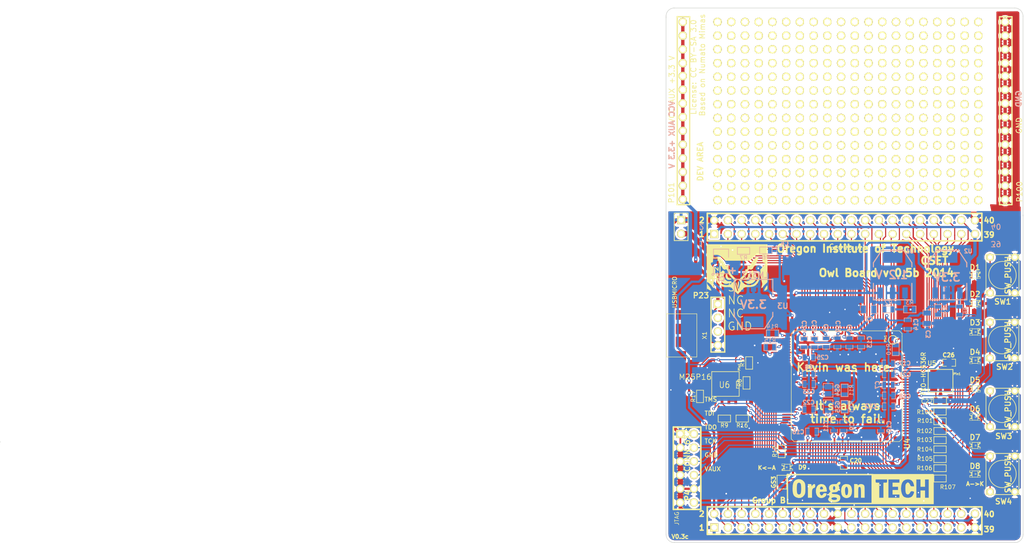
<source format=kicad_pcb>
(kicad_pcb (version 3) (host pcbnew "(22-Jun-2014 BZR 4027)-stable")
  (layers (15 F.Cu signal) (0 B.Cu signal hide) (18 B.Paste user hide) (19 F.Paste user hide) (20 B.SilkS user hide) (21 F.SilkS user) (22 B.Mask user) (23 F.Mask user) (28 Edge.Cuts user))
  (net 0 "")
  (net 1 /Gpios/GPIO-N1)
  (net 2 /Gpios/GPIO-N10)
  (net 3 /Gpios/GPIO-N11)
  (net 4 /Gpios/GPIO-N12)
  (net 5 /Gpios/GPIO-N13)
  (net 6 /Gpios/GPIO-N14)
  (net 7 /Gpios/GPIO-N15)
  (net 8 /Gpios/GPIO-N16)
  (net 9 /Gpios/GPIO-N17)
  (net 10 /Gpios/GPIO-N18)
  (net 11 /Gpios/GPIO-N19)
  (net 12 /Gpios/GPIO-N2)
  (net 13 /Gpios/GPIO-N20)
  (net 14 /Gpios/GPIO-N21)
  (net 15 /Gpios/GPIO-N22)
  (net 16 /Gpios/GPIO-N23)
  (net 17 /Gpios/GPIO-N24)
  (net 18 /Gpios/GPIO-N25)
  (net 19 /Gpios/GPIO-N26)
  (net 20 /Gpios/GPIO-N27)
  (net 21 /Gpios/GPIO-N28)
  (net 22 /Gpios/GPIO-N29)
  (net 23 /Gpios/GPIO-N3)
  (net 24 /Gpios/GPIO-N30)
  (net 25 /Gpios/GPIO-N31)
  (net 26 /Gpios/GPIO-N32)
  (net 27 /Gpios/GPIO-N33)
  (net 28 /Gpios/GPIO-N34)
  (net 29 /Gpios/GPIO-N35)
  (net 30 /Gpios/GPIO-N4)
  (net 31 /Gpios/GPIO-N5)
  (net 32 /Gpios/GPIO-N6)
  (net 33 /Gpios/GPIO-N7)
  (net 34 /Gpios/GPIO-N8)
  (net 35 /Gpios/GPIO-N9)
  (net 36 /Gpios/GPIO-P1)
  (net 37 /Gpios/GPIO-P10)
  (net 38 /Gpios/GPIO-P11)
  (net 39 /Gpios/GPIO-P12)
  (net 40 /Gpios/GPIO-P13)
  (net 41 /Gpios/GPIO-P14)
  (net 42 /Gpios/GPIO-P15)
  (net 43 /Gpios/GPIO-P16)
  (net 44 /Gpios/GPIO-P17)
  (net 45 /Gpios/GPIO-P18)
  (net 46 /Gpios/GPIO-P19)
  (net 47 /Gpios/GPIO-P2)
  (net 48 /Gpios/GPIO-P20)
  (net 49 /Gpios/GPIO-P21)
  (net 50 /Gpios/GPIO-P22)
  (net 51 /Gpios/GPIO-P23)
  (net 52 /Gpios/GPIO-P24)
  (net 53 /Gpios/GPIO-P25)
  (net 54 /Gpios/GPIO-P26)
  (net 55 /Gpios/GPIO-P27)
  (net 56 /Gpios/GPIO-P28)
  (net 57 /Gpios/GPIO-P29)
  (net 58 /Gpios/GPIO-P3)
  (net 59 /Gpios/GPIO-P30)
  (net 60 /Gpios/GPIO-P31)
  (net 61 /Gpios/GPIO-P32)
  (net 62 /Gpios/GPIO-P33)
  (net 63 /Gpios/GPIO-P34)
  (net 64 /Gpios/GPIO-P35)
  (net 65 /Gpios/GPIO-P4)
  (net 66 /Gpios/GPIO-P5)
  (net 67 /Gpios/GPIO-P6)
  (net 68 /Gpios/GPIO-P7)
  (net 69 /Gpios/GPIO-P8)
  (net 70 /Gpios/GPIO-P9)
  (net 71 /Gpios/LED0)
  (net 72 /Gpios/LED1)
  (net 73 /Gpios/LED2)
  (net 74 /Gpios/LED3)
  (net 75 /Gpios/LED4)
  (net 76 /Gpios/LED5)
  (net 77 /Gpios/LED6)
  (net 78 /Gpios/LED7)
  (net 79 /Gpios/SW0)
  (net 80 /Gpios/SW1)
  (net 81 /Gpios/SW2)
  (net 82 /Gpios/SW3)
  (net 83 /Gpios/VCCIO)
  (net 84 /PowerSupply/VCCAUX)
  (net 85 /PowerSupply/VCCIN)
  (net 86 /PowerSupply/VCCINT)
  (net 87 /XC6SLX9/CCLK)
  (net 88 /XC6SLX9/CSO_B)
  (net 89 /XC6SLX9/DIN)
  (net 90 /XC6SLX9/DONE)
  (net 91 /XC6SLX9/GCLK)
  (net 92 /XC6SLX9/HSWAP)
  (net 93 /XC6SLX9/INIT_B)
  (net 94 /XC6SLX9/M0)
  (net 95 /XC6SLX9/M1)
  (net 96 /XC6SLX9/MOSI)
  (net 97 /XC6SLX9/PROGB)
  (net 98 /XC6SLX9/SUSPEND)
  (net 99 GND)
  (net 100 N-0000011)
  (net 101 N-0000012)
  (net 102 N-0000014)
  (net 103 N-000004)
  (net 104 N-0000047)
  (net 105 N-0000050)
  (net 106 N-0000051)
  (net 107 N-0000052)
  (net 108 N-0000053)
  (net 109 N-0000054)
  (net 110 N-0000055)
  (net 111 N-0000056)
  (net 112 N-0000057)
  (net 113 N-000007)
  (net 114 TCK)
  (net 115 TDI)
  (net 116 TDO)
  (net 117 TMS)
  (module SW_PUSH_FSMJ (layer F.Cu) (at 234.95 128.27 90)
    (fp_text reference SW4 (at -5.08 0.2 180) (layer F.SilkS) (effects (font (size 1.016 1.016) (thickness 0.2032))))
    (fp_text value SW_PUSH (at 0 1.016 90) (layer F.SilkS) (effects (font (size 1.016 1.016) (thickness 0.2032))))
    (pad 1 thru_hole circle (at 3.302 -2.286 90) (size 1.397 1.397) (drill 0.8128) (layers *.Cu *.Mask F.SilkS) (net 82 /Gpios/SW3))
    (pad 2 thru_hole circle (at 3.302 2.286 90) (size 1.397 1.397) (drill 0.8128) (layers *.Cu *.Mask F.SilkS) (net 99 GND))
    (pad 1 thru_hole circle (at -3.302 -2.286 90) (size 1.397 1.397) (drill 0.8128) (layers *.Cu *.Mask F.SilkS) (net 82 /Gpios/SW3))
    (pad 2 thru_hole circle (at -3.302 2.286 90) (size 1.397 1.397) (drill 0.8128) (layers *.Cu *.Mask F.SilkS) (net 99 GND))
  )
  (module SW_PUSH_FSMJ (layer F.Cu) (at 234.95 116.205 90)
    (fp_text reference SW3 (at -5.065 0.24 180) (layer F.SilkS) (effects (font (size 1.016 1.016) (thickness 0.2032))))
    (fp_text value SW_PUSH (at 0 1.016 90) (layer F.SilkS) (effects (font (size 1.016 1.016) (thickness 0.2032))))
    (pad 1 thru_hole circle (at 3.302 -2.286 90) (size 1.397 1.397) (drill 0.8128) (layers *.Cu *.Mask F.SilkS) (net 81 /Gpios/SW2))
    (pad 2 thru_hole circle (at 3.302 2.286 90) (size 1.397 1.397) (drill 0.8128) (layers *.Cu *.Mask F.SilkS) (net 99 GND))
    (pad 1 thru_hole circle (at -3.302 -2.286 90) (size 1.397 1.397) (drill 0.8128) (layers *.Cu *.Mask F.SilkS) (net 81 /Gpios/SW2))
    (pad 2 thru_hole circle (at -3.302 2.286 90) (size 1.397 1.397) (drill 0.8128) (layers *.Cu *.Mask F.SilkS) (net 99 GND))
  )
  (module SW_PUSH_FSMJ (layer F.Cu) (at 234.92 103.48 90)
    (fp_text reference SW2 (at -4.95 0.42 180) (layer F.SilkS) (effects (font (size 1.016 1.016) (thickness 0.2032))))
    (fp_text value SW_PUSH (at 0 1.016 90) (layer F.SilkS) (effects (font (size 1.016 1.016) (thickness 0.2032))))
    (pad 1 thru_hole circle (at 3.302 -2.286 90) (size 1.397 1.397) (drill 0.8128) (layers *.Cu *.Mask F.SilkS) (net 80 /Gpios/SW1))
    (pad 2 thru_hole circle (at 3.302 2.286 90) (size 1.397 1.397) (drill 0.8128) (layers *.Cu *.Mask F.SilkS) (net 99 GND))
    (pad 1 thru_hole circle (at -3.302 -2.286 90) (size 1.397 1.397) (drill 0.8128) (layers *.Cu *.Mask F.SilkS) (net 80 /Gpios/SW1))
    (pad 2 thru_hole circle (at -3.302 2.286 90) (size 1.397 1.397) (drill 0.8128) (layers *.Cu *.Mask F.SilkS) (net 99 GND))
  )
  (module SW_PUSH_FSMJ (layer F.Cu) (at 234.95 91.44 90)
    (fp_text reference SW1 (at -4.91 0.05 180) (layer F.SilkS) (effects (font (size 1.016 1.016) (thickness 0.2032))))
    (fp_text value SW_PUSH (at 0 1.016 90) (layer F.SilkS) (effects (font (size 1.016 1.016) (thickness 0.2032))))
    (pad 1 thru_hole circle (at 3.302 -2.286 90) (size 1.397 1.397) (drill 0.8128) (layers *.Cu *.Mask F.SilkS) (net 79 /Gpios/SW0))
    (pad 2 thru_hole circle (at 3.302 2.286 90) (size 1.397 1.397) (drill 0.8128) (layers *.Cu *.Mask F.SilkS) (net 99 GND))
    (pad 1 thru_hole circle (at -3.302 -2.286 90) (size 1.397 1.397) (drill 0.8128) (layers *.Cu *.Mask F.SilkS) (net 79 /Gpios/SW0))
    (pad 2 thru_hole circle (at -3.302 2.286 90) (size 1.397 1.397) (drill 0.8128) (layers *.Cu *.Mask F.SilkS) (net 99 GND))
  )
  (module TQG144 (layer F.Cu) (at 206.375 111.76 270)
    (fp_text reference U4 (at 10.8839 -10.922 270) (layer F.SilkS) (effects (font (size 1.016 1.016) (thickness 0.1905))))
    (fp_text value XC6SLX9-2TQG144C hide)
    (pad 109 smd rect (at 9 -11 270) (size 0.27 1.50114) (layers F.Cu F.Paste F.Mask) (net 114 TCK))
    (pad 110 smd rect (at 8.5 -11 270) (size 0.27 1.50114) (layers F.Cu F.Paste F.Mask) (net 115 TDI))
    (pad 111 smd rect (at 8 -11 270) (size 0.27 1.50114) (layers F.Cu F.Paste F.Mask) (net 78 /Gpios/LED7))
    (pad 112 smd rect (at 7.5 -11 270) (size 0.27 1.50114) (layers F.Cu F.Paste F.Mask) (net 77 /Gpios/LED6))
    (pad 113 smd rect (at 7 -11 270) (size 0.27 1.50114) (layers F.Cu F.Paste F.Mask) (net 99 GND))
    (pad 114 smd rect (at 6.5 -11 270) (size 0.27 1.50114) (layers F.Cu F.Paste F.Mask) (net 76 /Gpios/LED5))
    (pad 115 smd rect (at 6 -11 270) (size 0.27 1.50114) (layers F.Cu F.Paste F.Mask) (net 75 /Gpios/LED4))
    (pad 116 smd rect (at 5.5 -11 270) (size 0.27 1.50114) (layers F.Cu F.Paste F.Mask) (net 74 /Gpios/LED3))
    (pad 117 smd rect (at 5 -11 270) (size 0.27 1.50114) (layers F.Cu F.Paste F.Mask) (net 73 /Gpios/LED2))
    (pad 118 smd rect (at 4.5 -11 270) (size 0.27 1.50114) (layers F.Cu F.Paste F.Mask) (net 72 /Gpios/LED1))
    (pad 119 smd rect (at 4 -11 270) (size 0.27 1.50114) (layers F.Cu F.Paste F.Mask) (net 71 /Gpios/LED0))
    (pad 120 smd rect (at 3.5 -11 270) (size 0.27 1.50114) (layers F.Cu F.Paste F.Mask) (net 82 /Gpios/SW3))
    (pad 121 smd rect (at 3 -11 270) (size 0.27 1.50114) (layers F.Cu F.Paste F.Mask) (net 81 /Gpios/SW2))
    (pad 122 smd rect (at 2.5 -11 270) (size 0.27 1.50114) (layers F.Cu F.Paste F.Mask) (net 83 /Gpios/VCCIO))
    (pad 123 smd rect (at 2 -11 270) (size 0.27 1.50114) (layers F.Cu F.Paste F.Mask) (net 80 /Gpios/SW1))
    (pad 124 smd rect (at 1.5 -11 270) (size 0.27 1.50114) (layers F.Cu F.Paste F.Mask) (net 79 /Gpios/SW0))
    (pad 125 smd rect (at 1 -11 270) (size 0.27 1.50114) (layers F.Cu F.Paste F.Mask) (net 83 /Gpios/VCCIO))
    (pad 126 smd rect (at 0.5 -11 270) (size 0.27 1.50114) (layers F.Cu F.Paste F.Mask) (net 91 /XC6SLX9/GCLK))
    (pad 127 smd rect (at 0 -11 270) (size 0.27 1.50114) (layers F.Cu F.Paste F.Mask))
    (pad 128 smd rect (at -0.5 -11 270) (size 0.27 1.50114) (layers F.Cu F.Paste F.Mask) (net 86 /PowerSupply/VCCINT))
    (pad 129 smd rect (at -1 -11 270) (size 0.27 1.50114) (layers F.Cu F.Paste F.Mask) (net 84 /PowerSupply/VCCAUX))
    (pad 130 smd rect (at -1.5 -11 270) (size 0.27 1.50114) (layers F.Cu F.Paste F.Mask) (net 99 GND))
    (pad 131 smd rect (at -2 -11) (size 1.50114 0.27) (layers F.Cu F.Paste F.Mask) (net 1 /Gpios/GPIO-N1))
    (pad 132 smd rect (at -2.5 -11) (size 1.50114 0.27) (layers F.Cu F.Paste F.Mask) (net 36 /Gpios/GPIO-P1))
    (pad 133 smd rect (at -3 -11) (size 1.50114 0.27) (layers F.Cu F.Paste F.Mask) (net 12 /Gpios/GPIO-N2))
    (pad 134 smd rect (at -3.5 -11) (size 1.50114 0.27) (layers F.Cu F.Paste F.Mask) (net 47 /Gpios/GPIO-P2))
    (pad 135 smd rect (at -4 -11) (size 1.50114 0.27) (layers F.Cu F.Paste F.Mask) (net 83 /Gpios/VCCIO))
    (pad 136 smd rect (at -4.5 -11) (size 1.50114 0.27) (layers F.Cu F.Paste F.Mask) (net 99 GND))
    (pad 137 smd rect (at -5 -11) (size 1.50114 0.27) (layers F.Cu F.Paste F.Mask) (net 23 /Gpios/GPIO-N3))
    (pad 138 smd rect (at -5.5 -11) (size 1.50114 0.27) (layers F.Cu F.Paste F.Mask) (net 58 /Gpios/GPIO-P3))
    (pad 139 smd rect (at -6 -11) (size 1.50114 0.27) (layers F.Cu F.Paste F.Mask) (net 30 /Gpios/GPIO-N4))
    (pad 140 smd rect (at -6.5 -11) (size 1.50114 0.27) (layers F.Cu F.Paste F.Mask) (net 65 /Gpios/GPIO-P4))
    (pad 141 smd rect (at -7 -11) (size 1.50114 0.27) (layers F.Cu F.Paste F.Mask) (net 31 /Gpios/GPIO-N5))
    (pad 142 smd rect (at -7.5 -11) (size 1.50114 0.27) (layers F.Cu F.Paste F.Mask) (net 66 /Gpios/GPIO-P5))
    (pad 143 smd rect (at -8 -11) (size 1.50114 0.27) (layers F.Cu F.Paste F.Mask))
    (pad 144 smd rect (at -8.5 -11) (size 1.50114 0.27) (layers F.Cu F.Paste F.Mask) (net 92 /XC6SLX9/HSWAP))
    (pad 108 smd rect (at 11.4 -8.5 270) (size 1.50114 0.27) (layers F.Cu F.Paste F.Mask) (net 99 GND))
    (pad 107 smd rect (at 11.4 -8 270) (size 1.50114 0.27) (layers F.Cu F.Paste F.Mask) (net 117 TMS))
    (pad 106 smd rect (at 11.4 -7.5 270) (size 1.50114 0.27) (layers F.Cu F.Paste F.Mask) (net 116 TDO))
    (pad 105 smd rect (at 11.4 -7 270) (size 1.50114 0.27) (layers F.Cu F.Paste F.Mask) (net 49 /Gpios/GPIO-P21))
    (pad 104 smd rect (at 11.4 -6.5 270) (size 1.50114 0.27) (layers F.Cu F.Paste F.Mask) (net 14 /Gpios/GPIO-N21))
    (pad 103 smd rect (at 11.4 -6 270) (size 1.50114 0.27) (layers F.Cu F.Paste F.Mask) (net 83 /Gpios/VCCIO))
    (pad 102 smd rect (at 11.4 -5.5 270) (size 1.50114 0.27) (layers F.Cu F.Paste F.Mask) (net 48 /Gpios/GPIO-P20))
    (pad 101 smd rect (at 11.4 -5 270) (size 1.50114 0.27) (layers F.Cu F.Paste F.Mask) (net 13 /Gpios/GPIO-N20))
    (pad 2 smd rect (at -11 -8) (size 0.27 1.50114) (layers F.Cu F.Paste F.Mask) (net 67 /Gpios/GPIO-P6))
    (pad 3 smd rect (at -11 -7.5) (size 0.27 1.50114) (layers F.Cu F.Paste F.Mask) (net 99 GND))
    (pad 4 smd rect (at -11 -7) (size 0.27 1.50114) (layers F.Cu F.Paste F.Mask) (net 83 /Gpios/VCCIO))
    (pad 5 smd rect (at -11 -6.5) (size 0.27 1.50114) (layers F.Cu F.Paste F.Mask) (net 33 /Gpios/GPIO-N7))
    (pad 6 smd rect (at -11 -6) (size 0.27 1.50114) (layers F.Cu F.Paste F.Mask) (net 68 /Gpios/GPIO-P7))
    (pad 7 smd rect (at -11 -5.5) (size 0.27 1.50114) (layers F.Cu F.Paste F.Mask) (net 34 /Gpios/GPIO-N8))
    (pad 8 smd rect (at -11 -5) (size 0.27 1.50114) (layers F.Cu F.Paste F.Mask) (net 69 /Gpios/GPIO-P8))
    (pad 9 smd rect (at -11 -4.5) (size 0.27 1.50114) (layers F.Cu F.Paste F.Mask) (net 35 /Gpios/GPIO-N9))
    (pad 10 smd rect (at -11 -4) (size 0.27 1.50114) (layers F.Cu F.Paste F.Mask) (net 70 /Gpios/GPIO-P9))
    (pad 11 smd rect (at -11 -3.5) (size 0.27 1.50114) (layers F.Cu F.Paste F.Mask) (net 2 /Gpios/GPIO-N10))
    (pad 12 smd rect (at -11 -3) (size 0.27 1.50114) (layers F.Cu F.Paste F.Mask) (net 37 /Gpios/GPIO-P10))
    (pad 1 smd rect (at -11 -8.5) (size 0.27 1.50114) (layers F.Cu F.Paste F.Mask) (net 32 /Gpios/GPIO-N6))
    (pad 13 smd rect (at -11 -2.5) (size 0.27 1.50114) (layers F.Cu F.Paste F.Mask) (net 99 GND))
    (pad 14 smd rect (at -11 -2) (size 0.24 1.50114) (layers F.Cu F.Paste F.Mask) (net 3 /Gpios/GPIO-N11))
    (pad 15 smd rect (at -11 -1.5) (size 0.27 1.50114) (layers F.Cu F.Paste F.Mask) (net 38 /Gpios/GPIO-P11))
    (pad 16 smd rect (at -11 -1) (size 0.27 1.50114) (layers F.Cu F.Paste F.Mask) (net 4 /Gpios/GPIO-N12))
    (pad 17 smd rect (at -11 -0.5) (size 0.27 1.50114) (layers F.Cu F.Paste F.Mask) (net 39 /Gpios/GPIO-P12))
    (pad 18 smd rect (at -11 0) (size 0.27 1.50114) (layers F.Cu F.Paste F.Mask) (net 83 /Gpios/VCCIO))
    (pad 19 smd rect (at -11 0.5) (size 0.27 1.50114) (layers F.Cu F.Paste F.Mask) (net 86 /PowerSupply/VCCINT))
    (pad 20 smd rect (at -11 1) (size 0.27 1.50114) (layers F.Cu F.Paste F.Mask) (net 84 /PowerSupply/VCCAUX))
    (pad 21 smd rect (at -11 1.5) (size 0.27 1.50114) (layers F.Cu F.Paste F.Mask) (net 5 /Gpios/GPIO-N13))
    (pad 22 smd rect (at -11 2) (size 0.27 1.50114) (layers F.Cu F.Paste F.Mask) (net 40 /Gpios/GPIO-P13))
    (pad 23 smd rect (at -11 2.5) (size 0.27 1.50114) (layers F.Cu F.Paste F.Mask) (net 6 /Gpios/GPIO-N14))
    (pad 24 smd rect (at -11 3) (size 0.27 1.50114) (layers F.Cu F.Paste F.Mask) (net 41 /Gpios/GPIO-P14))
    (pad 25 smd rect (at -11 3.5) (size 0.27 1.50114) (layers F.Cu F.Paste F.Mask) (net 99 GND))
    (pad 26 smd rect (at -11 4 270) (size 1.50114 0.27) (layers F.Cu F.Paste F.Mask) (net 7 /Gpios/GPIO-N15))
    (pad 27 smd rect (at -11 4.5 270) (size 1.50114 0.27) (layers F.Cu F.Paste F.Mask) (net 42 /Gpios/GPIO-P15))
    (pad 28 smd rect (at -11 5 270) (size 1.50114 0.27) (layers F.Cu F.Paste F.Mask) (net 86 /PowerSupply/VCCINT))
    (pad 29 smd rect (at -11 5.5 270) (size 1.50114 0.27) (layers F.Cu F.Paste F.Mask) (net 8 /Gpios/GPIO-N16))
    (pad 30 smd rect (at -11 6 270) (size 1.50114 0.27) (layers F.Cu F.Paste F.Mask) (net 43 /Gpios/GPIO-P16))
    (pad 31 smd rect (at -11 6.5 270) (size 1.50114 0.27) (layers F.Cu F.Paste F.Mask) (net 83 /Gpios/VCCIO))
    (pad 32 smd rect (at -11 7 270) (size 1.50114 0.27) (layers F.Cu F.Paste F.Mask) (net 9 /Gpios/GPIO-N17))
    (pad 33 smd rect (at -11 7.5 270) (size 1.50114 0.27) (layers F.Cu F.Paste F.Mask) (net 44 /Gpios/GPIO-P17))
    (pad 34 smd rect (at -11 8 270) (size 1.50114 0.27) (layers F.Cu F.Paste F.Mask) (net 10 /Gpios/GPIO-N18))
    (pad 35 smd rect (at -11 8.5 270) (size 1.50114 0.27) (layers F.Cu F.Paste F.Mask) (net 45 /Gpios/GPIO-P18))
    (pad 36 smd rect (at -11 9 270) (size 1.50114 0.27) (layers F.Cu F.Paste F.Mask) (net 84 /PowerSupply/VCCAUX))
    (pad 37 smd rect (at -8.5 11.4) (size 1.50114 0.27) (layers F.Cu F.Paste F.Mask) (net 97 /XC6SLX9/PROGB))
    (pad 38 smd rect (at -8 11.4) (size 1.50114 0.27) (layers F.Cu F.Paste F.Mask) (net 88 /XC6SLX9/CSO_B))
    (pad 39 smd rect (at -7.5 11.4) (size 1.50114 0.27) (layers F.Cu F.Paste F.Mask) (net 93 /XC6SLX9/INIT_B))
    (pad 40 smd rect (at -7 11.4) (size 1.50114 0.27) (layers F.Cu F.Paste F.Mask))
    (pad 41 smd rect (at -6.5 11.4) (size 1.50114 0.27) (layers F.Cu F.Paste F.Mask))
    (pad 42 smd rect (at -6 11.4) (size 1.50114 0.27) (layers F.Cu F.Paste F.Mask) (net 84 /PowerSupply/VCCAUX))
    (pad 43 smd rect (at -5.5 11.4) (size 1.50114 0.27) (layers F.Cu F.Paste F.Mask) (net 16 /Gpios/GPIO-N23))
    (pad 44 smd rect (at -5 11.4) (size 1.50114 0.27) (layers F.Cu F.Paste F.Mask) (net 51 /Gpios/GPIO-P23))
    (pad 45 smd rect (at -4.5 11.4) (size 1.50114 0.27) (layers F.Cu F.Paste F.Mask) (net 18 /Gpios/GPIO-N25))
    (pad 46 smd rect (at -4 11.4) (size 1.50114 0.27) (layers F.Cu F.Paste F.Mask) (net 53 /Gpios/GPIO-P25))
    (pad 47 smd rect (at -3.5 11.4) (size 1.50114 0.27) (layers F.Cu F.Paste F.Mask) (net 17 /Gpios/GPIO-N24))
    (pad 48 smd rect (at -3 11.4) (size 1.50114 0.27) (layers F.Cu F.Paste F.Mask) (net 52 /Gpios/GPIO-P24))
    (pad 49 smd rect (at -2.5 11.4) (size 1.50114 0.27) (layers F.Cu F.Paste F.Mask) (net 99 GND))
    (pad 50 smd rect (at -2 11.4) (size 1.50114 0.27) (layers F.Cu F.Paste F.Mask) (net 15 /Gpios/GPIO-N22))
    (pad 51 smd rect (at -1.5 11.4 270) (size 0.27 1.50114) (layers F.Cu F.Paste F.Mask) (net 50 /Gpios/GPIO-P22))
    (pad 52 smd rect (at -1 11.4 270) (size 0.27 1.50114) (layers F.Cu F.Paste F.Mask) (net 86 /PowerSupply/VCCINT))
    (pad 53 smd rect (at -0.5 11.4 270) (size 0.27 1.50114) (layers F.Cu F.Paste F.Mask) (net 84 /PowerSupply/VCCAUX))
    (pad 54 smd rect (at 0 11.4 270) (size 0.27 1.50114) (layers F.Cu F.Paste F.Mask) (net 99 GND))
    (pad 55 smd rect (at 0.5 11.4 270) (size 0.27 1.50114) (layers F.Cu F.Paste F.Mask) (net 11 /Gpios/GPIO-N19))
    (pad 56 smd rect (at 1 11.4 270) (size 0.27 1.50114) (layers F.Cu F.Paste F.Mask) (net 46 /Gpios/GPIO-P19))
    (pad 57 smd rect (at 1.5 11.4 270) (size 0.27 1.50114) (layers F.Cu F.Paste F.Mask))
    (pad 58 smd rect (at 2 11.4 270) (size 0.27 1.50114) (layers F.Cu F.Paste F.Mask))
    (pad 59 smd rect (at 2.5 11.4 270) (size 0.27 1.50114) (layers F.Cu F.Paste F.Mask))
    (pad 60 smd rect (at 3 11.4 270) (size 0.27 1.50114) (layers F.Cu F.Paste F.Mask) (net 95 /XC6SLX9/M1))
    (pad 61 smd rect (at 3.5 11.4 270) (size 0.27 1.50114) (layers F.Cu F.Paste F.Mask))
    (pad 62 smd rect (at 4 11.4 270) (size 0.27 1.50114) (layers F.Cu F.Paste F.Mask))
    (pad 63 smd rect (at 4.5 11.4 270) (size 0.27 1.50114) (layers F.Cu F.Paste F.Mask) (net 84 /PowerSupply/VCCAUX))
    (pad 64 smd rect (at 5 11.4 270) (size 0.27 1.50114) (layers F.Cu F.Paste F.Mask) (net 96 /XC6SLX9/MOSI))
    (pad 65 smd rect (at 5.5 11.4 270) (size 0.27 1.50114) (layers F.Cu F.Paste F.Mask) (net 89 /XC6SLX9/DIN))
    (pad 66 smd rect (at 6 11.4 270) (size 0.27 1.50114) (layers F.Cu F.Paste F.Mask))
    (pad 67 smd rect (at 6.5 11.4 270) (size 0.27 1.50114) (layers F.Cu F.Paste F.Mask))
    (pad 68 smd rect (at 7 11.4 270) (size 0.27 1.50114) (layers F.Cu F.Paste F.Mask) (net 99 GND))
    (pad 69 smd rect (at 7.5 11.4 270) (size 0.27 1.50114) (layers F.Cu F.Paste F.Mask) (net 94 /XC6SLX9/M0))
    (pad 70 smd rect (at 8 11.4 270) (size 0.27 1.50114) (layers F.Cu F.Paste F.Mask) (net 87 /XC6SLX9/CCLK))
    (pad 71 smd rect (at 8.5 11.4 270) (size 0.27 1.50114) (layers F.Cu F.Paste F.Mask) (net 90 /XC6SLX9/DONE))
    (pad 72 smd rect (at 9 11.4 270) (size 0.27 1.50114) (layers F.Cu F.Paste F.Mask))
    (pad 73 smd rect (at 11.4 9) (size 0.27 1.50114) (layers F.Cu F.Paste F.Mask) (net 98 /XC6SLX9/SUSPEND))
    (pad 74 smd rect (at 11.4 8.5) (size 0.27 1.50114) (layers F.Cu F.Paste F.Mask) (net 19 /Gpios/GPIO-N26))
    (pad 75 smd rect (at 11.4 8) (size 0.27 1.50114) (layers F.Cu F.Paste F.Mask) (net 54 /Gpios/GPIO-P26))
    (pad 76 smd rect (at 11.4 7.5 270) (size 1.50114 0.27) (layers F.Cu F.Paste F.Mask) (net 83 /Gpios/VCCIO))
    (pad 77 smd rect (at 11.4 7 270) (size 1.50114 0.27) (layers F.Cu F.Paste F.Mask) (net 99 GND))
    (pad 78 smd rect (at 11.4 6.5 270) (size 1.50114 0.27) (layers F.Cu F.Paste F.Mask) (net 20 /Gpios/GPIO-N27))
    (pad 79 smd rect (at 11.4 6 270) (size 1.50114 0.27) (layers F.Cu F.Paste F.Mask) (net 55 /Gpios/GPIO-P27))
    (pad 80 smd rect (at 11.4 5.5 270) (size 1.50114 0.27) (layers F.Cu F.Paste F.Mask) (net 21 /Gpios/GPIO-N28))
    (pad 81 smd rect (at 11.4 5 270) (size 1.50114 0.27) (layers F.Cu F.Paste F.Mask) (net 56 /Gpios/GPIO-P28))
    (pad 82 smd rect (at 11.4 4.5 270) (size 1.50114 0.27) (layers F.Cu F.Paste F.Mask) (net 22 /Gpios/GPIO-N29))
    (pad 83 smd rect (at 11.4 4 270) (size 1.50114 0.27) (layers F.Cu F.Paste F.Mask) (net 57 /Gpios/GPIO-P29))
    (pad 84 smd rect (at 11.4 3.5 270) (size 1.50114 0.27) (layers F.Cu F.Adhes F.Paste F.Mask) (net 24 /Gpios/GPIO-N30))
    (pad 85 smd rect (at 11.4 3 270) (size 1.50114 0.27) (layers F.Cu F.Paste F.Mask) (net 59 /Gpios/GPIO-P30))
    (pad 86 smd rect (at 11.4 2.5 270) (size 1.50114 0.27) (layers F.Cu F.Paste F.Mask) (net 83 /Gpios/VCCIO))
    (pad 87 smd rect (at 11.4 2 270) (size 1.50114 0.27) (layers F.Cu F.Paste F.Mask) (net 25 /Gpios/GPIO-N31))
    (pad 88 smd rect (at 11.4 1.5 270) (size 1.50114 0.27) (layers F.Cu F.Paste F.Mask) (net 60 /Gpios/GPIO-P31))
    (pad 89 smd rect (at 11.4 1 270) (size 1.50114 0.27) (layers F.Cu F.Paste F.Mask) (net 86 /PowerSupply/VCCINT))
    (pad 90 smd rect (at 11.4 0.5 270) (size 1.50114 0.27) (layers F.Cu F.Paste F.Mask) (net 84 /PowerSupply/VCCAUX))
    (pad 91 smd rect (at 11.4 0 270) (size 1.50114 0.27) (layers F.Cu F.Paste F.Mask) (net 99 GND))
    (pad 92 smd rect (at 11.4 -0.5 270) (size 1.50114 0.27) (layers F.Cu F.Paste F.Mask) (net 26 /Gpios/GPIO-N32))
    (pad 93 smd rect (at 11.4 -1 270) (size 1.50114 0.27) (layers F.Cu F.Paste F.Mask) (net 61 /Gpios/GPIO-P32))
    (pad 94 smd rect (at 11.4 -1.5 270) (size 1.50114 0.27) (layers F.Cu F.Paste F.Mask) (net 27 /Gpios/GPIO-N33))
    (pad 95 smd rect (at 11.4 -2 270) (size 1.50114 0.27) (layers F.Cu F.Paste F.Mask) (net 62 /Gpios/GPIO-P33))
    (pad 96 smd rect (at 11.4 -2.5 270) (size 1.50114 0.27) (layers F.Cu F.Paste F.Mask) (net 99 GND))
    (pad 97 smd rect (at 11.4 -3 270) (size 1.50114 0.27) (layers F.Cu F.Paste F.Mask) (net 28 /Gpios/GPIO-N34))
    (pad 98 smd rect (at 11.4 -3.5 270) (size 1.50114 0.27) (layers F.Cu F.Paste F.Mask) (net 63 /Gpios/GPIO-P34))
    (pad 99 smd rect (at 11.4 -4 270) (size 1.50114 0.27) (layers F.Cu F.Paste F.Mask) (net 29 /Gpios/GPIO-N35))
    (pad 100 smd rect (at 11.4 -4.5 270) (size 1.50114 0.27) (layers F.Cu F.Paste F.Mask) (net 64 /Gpios/GPIO-P35))
  )
  (module SM0603_Capa (layer B.Cu) (at 212.45068 119.48922 90)
    (fp_text reference C10 (at -0.0254 1.524 90) (layer B.SilkS) (effects (font (size 0.762 0.762) (thickness 0.1905)) (justify mirror)))
    (fp_text value 0.1uF hide)
    (pad 1 smd rect (at -0.762 0 90) (size 0.635 1.143) (layers B.Cu B.Paste B.Mask) (net 83 /Gpios/VCCIO))
    (pad 2 smd rect (at 0.762 0 90) (size 0.635 1.143) (layers B.Cu B.Paste B.Mask) (net 99 GND))
  )
  (module PIN_ARRAY_2X1 (layer F.Cu) (at 175.5 82.5 270)
    (fp_text reference P1 hide)
    (fp_text value CONN_2 hide)
    (pad 1 thru_hole rect (at -1.27 0 270) (size 1.524 1.524) (drill 1.016) (layers *.Cu *.Mask F.SilkS) (net 99 GND))
    (pad 2 thru_hole circle (at 1.27 0 270) (size 1.524 1.524) (drill 1.016) (layers *.Cu *.Mask F.SilkS) (net 85 /PowerSupply/VCCIN))
  )
  (module LED-0805 (layer F.Cu) (at 229.87 128.27)
    (fp_text reference D8 (at 0 -1.4478) (layer F.SilkS) (effects (font (thickness 0.1905))))
    (fp_text value LED hide)
    (pad 1 smd rect (at -1.04902 0) (size 1.19888 1.19888) (layers F.Cu F.Paste F.Mask) (net 106 N-0000051))
    (pad 2 smd rect (at 1.04902 0) (size 1.19888 1.19888) (layers F.Cu F.Paste F.Mask) (net 99 GND))
  )
  (module LED-0805 (layer F.Cu) (at 229.87 122.9868)
    (fp_text reference D7 (at 0 -1.4986) (layer F.SilkS) (effects (font (thickness 0.1905))))
    (fp_text value LED hide)
    (pad 1 smd rect (at -1.04902 0) (size 1.19888 1.19888) (layers F.Cu F.Paste F.Mask) (net 110 N-0000055))
    (pad 2 smd rect (at 1.04902 0) (size 1.19888 1.19888) (layers F.Cu F.Paste F.Mask) (net 99 GND))
  )
  (module LED-0805 (layer F.Cu) (at 229.87 117.729)
    (fp_text reference D6 (at 0 -1.524) (layer F.SilkS) (effects (font (thickness 0.1905))))
    (fp_text value LED hide)
    (pad 1 smd rect (at -1.04902 0) (size 1.19888 1.19888) (layers F.Cu F.Paste F.Mask) (net 112 N-0000057))
    (pad 2 smd rect (at 1.04902 0) (size 1.19888 1.19888) (layers F.Cu F.Paste F.Mask) (net 99 GND))
  )
  (module LED-0805 (layer F.Cu) (at 229.87 112.4712)
    (fp_text reference D5 (at 0 -1.6002) (layer F.SilkS) (effects (font (thickness 0.1905))))
    (fp_text value LED hide)
    (pad 1 smd rect (at -1.04902 0) (size 1.19888 1.19888) (layers F.Cu F.Paste F.Mask) (net 109 N-0000054))
    (pad 2 smd rect (at 1.04902 0) (size 1.19888 1.19888) (layers F.Cu F.Paste F.Mask) (net 99 GND))
  )
  (module LED-0805 (layer F.Cu) (at 229.87 107.2134)
    (fp_text reference D4 (at 0 -1.524) (layer F.SilkS) (effects (font (thickness 0.1905))))
    (fp_text value LED hide)
    (pad 1 smd rect (at -1.04902 0) (size 1.19888 1.19888) (layers F.Cu F.Paste F.Mask) (net 108 N-0000053))
    (pad 2 smd rect (at 1.04902 0) (size 1.19888 1.19888) (layers F.Cu F.Paste F.Mask) (net 99 GND))
  )
  (module LED-0805 (layer F.Cu) (at 229.87 101.9556)
    (fp_text reference D3 (at 0 -1.7272) (layer F.SilkS) (effects (font (thickness 0.1905))))
    (fp_text value LED hide)
    (pad 1 smd rect (at -1.04902 0) (size 1.19888 1.19888) (layers F.Cu F.Paste F.Mask) (net 107 N-0000052))
    (pad 2 smd rect (at 1.04902 0) (size 1.19888 1.19888) (layers F.Cu F.Paste F.Mask) (net 99 GND))
  )
  (module LED-0805 (layer F.Cu) (at 229.87 96.6978)
    (fp_text reference D2 (at 0 -1.7272) (layer F.SilkS) (effects (font (thickness 0.1905))))
    (fp_text value LED hide)
    (pad 1 smd rect (at -1.04902 0) (size 1.19888 1.19888) (layers F.Cu F.Paste F.Mask) (net 111 N-0000056))
    (pad 2 smd rect (at 1.04902 0) (size 1.19888 1.19888) (layers F.Cu F.Paste F.Mask) (net 99 GND))
  )
  (module LED-0805 (layer F.Cu) (at 229.87 91.44)
    (fp_text reference D1 (at 0 -1.4224) (layer F.SilkS) (effects (font (thickness 0.1905))))
    (fp_text value LED hide)
    (pad 1 smd rect (at -1.04902 0) (size 1.19888 1.19888) (layers F.Cu F.Paste F.Mask) (net 105 N-0000050))
    (pad 2 smd rect (at 1.04902 0) (size 1.19888 1.19888) (layers F.Cu F.Paste F.Mask) (net 99 GND))
  )
  (module LED-0805 (layer F.Cu) (at 195.13296 127.03302 180)
    (fp_text reference D9 (at -2.794 0 180) (layer F.SilkS) (effects (font (size 0.762 0.762) (thickness 0.1905))))
    (fp_text value LED hide)
    (pad 1 smd rect (at -1.04902 0 180) (size 1.19888 1.19888) (layers F.Cu F.Paste F.Mask) (net 84 /PowerSupply/VCCAUX))
    (pad 2 smd rect (at 1.04902 0 180) (size 1.19888 1.19888) (layers F.Cu F.Paste F.Mask) (net 104 N-0000047))
  )
  (module GS2 (layer B.Cu) (at 202.692 112.776)
    (fp_text reference GS4 (at 1.72466 -0.0508 90) (layer B.SilkS) (effects (font (size 0.762 0.762) (thickness 0.1905)) (justify mirror)))
    (fp_text value GS2 hide)
    (pad 1 smd rect (at 0 0.635) (size 1.27 0.9652) (layers B.Cu B.Paste B.Mask) (net 95 /XC6SLX9/M1))
    (pad 2 smd rect (at 0 -0.635) (size 1.27 0.9652) (layers B.Cu B.Paste B.Mask) (net 99 GND))
  )
  (module GS2 (layer F.Cu) (at 194.14 129.78)
    (fp_text reference GS3 (at -1.524 0 90) (layer F.SilkS) (effects (font (size 0.762 0.762) (thickness 0.1905))))
    (fp_text value GS2 hide)
    (pad 1 smd rect (at 0 -0.635) (size 1.27 0.9652) (layers F.Cu F.Paste F.Mask) (net 98 /XC6SLX9/SUSPEND))
    (pad 2 smd rect (at 0 0.635) (size 1.27 0.9652) (layers F.Cu F.Paste F.Mask) (net 99 GND))
  )
  (module SM0603_Capa (layer B.Cu) (at 208.788 103.886 270)
    (fp_text reference C13 (at -0.0635 -1.5875 270) (layer B.SilkS) (effects (font (size 0.762 0.762) (thickness 0.1905)) (justify mirror)))
    (fp_text value 0.1uF hide)
    (pad 1 smd rect (at -0.762 0 270) (size 0.635 1.143) (layers B.Cu B.Paste B.Mask) (net 83 /Gpios/VCCIO))
    (pad 2 smd rect (at 0.762 0 270) (size 0.635 1.143) (layers B.Cu B.Paste B.Mask) (net 99 GND))
  )
  (module SM0603_Capa (layer F.Cu) (at 223.393 114.7064)
    (fp_text reference C27 (at -2.413 0.1016) (layer F.SilkS) (effects (font (size 0.75 0.75) (thickness 0.1))))
    (fp_text value 15pF hide)
    (pad 1 smd rect (at -0.762 0) (size 0.635 1.143) (layers F.Cu F.Paste F.Mask) (net 91 /XC6SLX9/GCLK))
    (pad 2 smd rect (at 0.762 0) (size 0.635 1.143) (layers F.Cu F.Paste F.Mask) (net 99 GND))
  )
  (module SM0603_Capa (layer B.Cu) (at 199.7202 120.42648)
    (fp_text reference C16 (at -2.54 0.05842) (layer B.SilkS) (effects (font (size 0.762 0.762) (thickness 0.1905)) (justify mirror)))
    (fp_text value 0.1uF hide)
    (pad 1 smd rect (at -0.762 0) (size 0.635 1.143) (layers B.Cu B.Paste B.Mask) (net 83 /Gpios/VCCIO))
    (pad 2 smd rect (at 0.762 0) (size 0.635 1.143) (layers B.Cu B.Paste B.Mask) (net 99 GND))
  )
  (module SM0603_Capa (layer B.Cu) (at 217.424 100.584 270)
    (fp_text reference C14 (at 0 -1.524 270) (layer B.SilkS) (effects (font (size 0.762 0.762) (thickness 0.1905)) (justify mirror)))
    (fp_text value 0.1uF hide)
    (pad 1 smd rect (at -0.762 0 270) (size 0.635 1.143) (layers B.Cu B.Paste B.Mask) (net 83 /Gpios/VCCIO))
    (pad 2 smd rect (at 0.762 0 270) (size 0.635 1.143) (layers B.Cu B.Paste B.Mask) (net 99 GND))
  )
  (module SM0603_Capa (layer B.Cu) (at 213.9315 113.7285 180)
    (fp_text reference C18 (at -2.96672 -0.1524 180) (layer B.SilkS) (effects (font (size 0.762 0.762) (thickness 0.1905)) (justify mirror)))
    (fp_text value 0.1uF hide)
    (pad 1 smd rect (at -0.762 0 180) (size 0.635 1.143) (layers B.Cu B.Paste B.Mask) (net 83 /Gpios/VCCIO))
    (pad 2 smd rect (at 0.762 0 180) (size 0.635 1.143) (layers B.Cu B.Paste B.Mask) (net 99 GND))
  )
  (module SM0603_Capa (layer F.Cu) (at 205.61808 126.19482 270)
    (fp_text reference C20 (at -0.40482 -2.20192 360) (layer F.SilkS) (effects (font (size 0.762 0.762) (thickness 0.1905))))
    (fp_text value 0.1uF hide)
    (pad 1 smd rect (at -0.762 0 270) (size 0.635 1.143) (layers F.Cu F.Paste F.Mask) (net 84 /PowerSupply/VCCAUX))
    (pad 2 smd rect (at 0.762 0 270) (size 0.635 1.143) (layers F.Cu F.Paste F.Mask) (net 99 GND))
  )
  (module SM0603_Capa (layer B.Cu) (at 199.1741 111.5949)
    (fp_text reference C23 (at -0.0381 1.4351) (layer B.SilkS) (effects (font (size 0.762 0.762) (thickness 0.1905)) (justify mirror)))
    (fp_text value 0.1uF hide)
    (pad 1 smd rect (at -0.762 0) (size 0.635 1.143) (layers B.Cu B.Paste B.Mask) (net 84 /PowerSupply/VCCAUX))
    (pad 2 smd rect (at 0.762 0) (size 0.635 1.143) (layers B.Cu B.Paste B.Mask) (net 99 GND))
  )
  (module SM0603_Capa (layer B.Cu) (at 199.136 106.68)
    (fp_text reference C25 (at 2.54 0) (layer B.SilkS) (effects (font (size 0.762 0.762) (thickness 0.1905)) (justify mirror)))
    (fp_text value 0.1uF hide)
    (pad 1 smd rect (at -0.762 0) (size 0.635 1.143) (layers B.Cu B.Paste B.Mask) (net 84 /PowerSupply/VCCAUX))
    (pad 2 smd rect (at 0.762 0) (size 0.635 1.143) (layers B.Cu B.Paste B.Mask) (net 99 GND))
  )
  (module SM0603_Capa (layer F.Cu) (at 225.07956 107.66298)
    (fp_text reference C26 (at -0.08636 -1.41478) (layer F.SilkS) (effects (font (size 0.762 0.762) (thickness 0.1905))))
    (fp_text value 0.1uF hide)
    (pad 1 smd rect (at -0.762 0) (size 0.635 1.143) (layers F.Cu F.Paste F.Mask) (net 84 /PowerSupply/VCCAUX))
    (pad 2 smd rect (at 0.762 0) (size 0.635 1.143) (layers F.Cu F.Paste F.Mask) (net 99 GND))
  )
  (module SM0603_Capa (layer B.Cu) (at 200.152 104.013 270)
    (fp_text reference C15 (at -3.175 0 270) (layer B.SilkS) (effects (font (size 0.762 0.762) (thickness 0.1905)) (justify mirror)))
    (fp_text value 0.1uF hide)
    (pad 1 smd rect (at -0.762 0 270) (size 0.635 1.143) (layers B.Cu B.Paste B.Mask) (net 83 /Gpios/VCCIO))
    (pad 2 smd rect (at 0.762 0 270) (size 0.635 1.143) (layers B.Cu B.Paste B.Mask) (net 99 GND))
  )
  (module SM0603_Capa (layer B.Cu) (at 213.868 107.823 180)
    (fp_text reference C17 (at -2.99466 0.05842 180) (layer B.SilkS) (effects (font (size 0.762 0.762) (thickness 0.1905)) (justify mirror)))
    (fp_text value 0.1uF hide)
    (pad 1 smd rect (at -0.762 0 180) (size 0.635 1.143) (layers B.Cu B.Paste B.Mask) (net 83 /Gpios/VCCIO))
    (pad 2 smd rect (at 0.762 0 180) (size 0.635 1.143) (layers B.Cu B.Paste B.Mask) (net 99 GND))
  )
  (module SM0603_Capa (layer B.Cu) (at 204.4065 103.886 270)
    (fp_text reference C19 (at -2.96672 -0.1524 270) (layer B.SilkS) (effects (font (size 0.762 0.762) (thickness 0.1905)) (justify mirror)))
    (fp_text value 0.1uF hide)
    (pad 1 smd rect (at -0.762 0 270) (size 0.635 1.143) (layers B.Cu B.Paste B.Mask) (net 84 /PowerSupply/VCCAUX))
    (pad 2 smd rect (at 0.762 0 270) (size 0.635 1.143) (layers B.Cu B.Paste B.Mask) (net 99 GND))
  )
  (module SM0603_Capa (layer B.Cu) (at 213.9188 109.7788 180)
    (fp_text reference C21 (at -2.9972 -0.11938 180) (layer B.SilkS) (effects (font (size 0.762 0.762) (thickness 0.1905)) (justify mirror)))
    (fp_text value 0.1uF hide)
    (pad 1 smd rect (at -0.762 0 180) (size 0.635 1.143) (layers B.Cu B.Paste B.Mask) (net 84 /PowerSupply/VCCAUX))
    (pad 2 smd rect (at 0.762 0 180) (size 0.635 1.143) (layers B.Cu B.Paste B.Mask) (net 99 GND))
  )
  (module SM0603_Capa (layer B.Cu) (at 199.136 116.332)
    (fp_text reference C22 (at -0.04826 -1.31064) (layer B.SilkS) (effects (font (size 0.762 0.762) (thickness 0.1905)) (justify mirror)))
    (fp_text value 0.1uF hide)
    (pad 1 smd rect (at -0.762 0) (size 0.635 1.143) (layers B.Cu B.Paste B.Mask) (net 84 /PowerSupply/VCCAUX))
    (pad 2 smd rect (at 0.762 0) (size 0.635 1.143) (layers B.Cu B.Paste B.Mask) (net 99 GND))
  )
  (module SM0603_Capa (layer B.Cu) (at 198.247 104.013 270)
    (fp_text reference C24 (at -3.09372 -0.07112 270) (layer B.SilkS) (effects (font (size 0.762 0.762) (thickness 0.1905)) (justify mirror)))
    (fp_text value 0.1uF hide)
    (pad 1 smd rect (at -0.762 0 270) (size 0.635 1.143) (layers B.Cu B.Paste B.Mask) (net 84 /PowerSupply/VCCAUX))
    (pad 2 smd rect (at 0.762 0 270) (size 0.635 1.143) (layers B.Cu B.Paste B.Mask) (net 99 GND))
  )
  (module SM0603_Capa (layer B.Cu) (at 203.81214 119.46382 90)
    (fp_text reference C11 (at 0.0254 -1.5494 90) (layer B.SilkS) (effects (font (size 0.762 0.762) (thickness 0.1905)) (justify mirror)))
    (fp_text value 0.1uF hide)
    (pad 1 smd rect (at -0.762 0 90) (size 0.635 1.143) (layers B.Cu B.Paste B.Mask) (net 83 /Gpios/VCCIO))
    (pad 2 smd rect (at 0.762 0 90) (size 0.635 1.143) (layers B.Cu B.Paste B.Mask) (net 99 GND))
  )
  (module SM0603_Capa (layer B.Cu) (at 205.5114 119.4308 90)
    (fp_text reference C9 (at -0.0127 1.6129 90) (layer B.SilkS) (effects (font (size 0.762 0.762) (thickness 0.1905)) (justify mirror)))
    (fp_text value 0.1uF hide)
    (pad 1 smd rect (at -0.762 0 90) (size 0.635 1.143) (layers B.Cu B.Paste B.Mask) (net 86 /PowerSupply/VCCINT))
    (pad 2 smd rect (at 0.762 0 90) (size 0.635 1.143) (layers B.Cu B.Paste B.Mask) (net 99 GND))
  )
  (module SM0603_Capa (layer B.Cu) (at 199.136 109.728)
    (fp_text reference C8 (at 0 -1.27) (layer B.SilkS) (effects (font (size 0.762 0.762) (thickness 0.1905)) (justify mirror)))
    (fp_text value 0.1uF hide)
    (pad 1 smd rect (at -0.762 0) (size 0.635 1.143) (layers B.Cu B.Paste B.Mask) (net 86 /PowerSupply/VCCINT))
    (pad 2 smd rect (at 0.762 0) (size 0.635 1.143) (layers B.Cu B.Paste B.Mask) (net 99 GND))
  )
  (module SM0603_Capa (layer B.Cu) (at 213.92896 115.74272 180)
    (fp_text reference C12 (at 3.32994 0.03556 180) (layer B.SilkS) (effects (font (size 0.762 0.762) (thickness 0.1905)) (justify mirror)))
    (fp_text value 0.1uF hide)
    (pad 1 smd rect (at -0.762 0 180) (size 0.635 1.143) (layers B.Cu B.Paste B.Mask) (net 83 /Gpios/VCCIO))
    (pad 2 smd rect (at 0.762 0 180) (size 0.635 1.143) (layers B.Cu B.Paste B.Mask) (net 99 GND))
  )
  (module SM1210 (layer B.Cu) (at 182.88 88.9 90)
    (fp_text reference C1 (at -3.2258 -0.01016 180) (layer B.SilkS) (effects (font (size 0.762 0.762) (thickness 0.1905)) (justify mirror)))
    (fp_text value 47uF hide)
    (pad 1 smd rect (at -1.524 0 90) (size 1.27 2.54) (layers B.Cu B.Paste B.Mask) (net 85 /PowerSupply/VCCIN))
    (pad 2 smd rect (at 1.524 0 90) (size 1.27 2.54) (layers B.Cu B.Paste B.Mask) (net 99 GND))
  )
  (module SOT223 (layer B.Cu) (at 224.79 91.44 180)
    (fp_text reference U2 (at -3.81 4.445 180) (layer B.SilkS) (effects (font (size 0.762 0.762) (thickness 0.1905)) (justify mirror)))
    (fp_text value LM317 hide)
    (pad 4 smd rect (at 0 3.302 180) (size 3.6576 2.032) (layers B.Cu B.Paste B.Mask))
    (pad 2 smd rect (at 0 -3.302 180) (size 1.016 2.032) (layers B.Cu B.Paste B.Mask) (net 83 /Gpios/VCCIO))
    (pad 3 smd rect (at 2.286 -3.302 180) (size 1.016 2.032) (layers B.Cu B.Paste B.Mask) (net 85 /PowerSupply/VCCIN))
    (pad 1 smd rect (at -2.286 -3.302 180) (size 1.016 2.032) (layers B.Cu B.Paste B.Mask) (net 101 N-0000012))
  )
  (module SOT223 (layer B.Cu) (at 214.63 91.44 180)
    (fp_text reference U1 (at -3.175 4.445 180) (layer B.SilkS) (effects (font (size 0.762 0.762) (thickness 0.1905)) (justify mirror)))
    (fp_text value LM317 hide)
    (pad 4 smd rect (at 0 3.302 180) (size 3.6576 2.032) (layers B.Cu B.Paste B.Mask))
    (pad 2 smd rect (at 0 -3.302 180) (size 1.016 2.032) (layers B.Cu B.Paste B.Mask) (net 86 /PowerSupply/VCCINT))
    (pad 3 smd rect (at 2.286 -3.302 180) (size 1.016 2.032) (layers B.Cu B.Paste B.Mask) (net 85 /PowerSupply/VCCIN))
    (pad 1 smd rect (at -2.286 -3.302 180) (size 1.016 2.032) (layers B.Cu B.Paste B.Mask) (net 100 N-0000011))
  )
  (module SM0805 (layer B.Cu) (at 194.691 86.9442)
    (fp_text reference C4 (at -0.03556 -1.36906) (layer B.SilkS) (effects (font (size 0.762 0.762) (thickness 0.1905)) (justify mirror)))
    (fp_text value 10uF hide)
    (pad 1 smd rect (at -0.9525 0) (size 0.889 1.397) (layers B.Cu B.Paste B.Mask) (net 84 /PowerSupply/VCCAUX))
    (pad 2 smd rect (at 0.9525 0) (size 0.889 1.397) (layers B.Cu B.Paste B.Mask) (net 99 GND))
  )
  (module PIN_ARRAY_20X2 (layer F.Cu) (at 205.74 82.55 180)
    (fp_text reference P2 hide)
    (fp_text value CONN_20X2 hide)
    (pad 1 thru_hole circle (at -24.13 1.27 180) (size 1.524 1.524) (drill 1.016) (layers *.Cu *.Mask F.SilkS) (net 99 GND))
    (pad 2 thru_hole circle (at -24.13 -1.27 180) (size 1.524 1.524) (drill 1.016) (layers *.Cu *.Mask F.SilkS) (net 83 /Gpios/VCCIO))
    (pad 11 thru_hole circle (at -11.43 1.27 180) (size 1.524 1.524) (drill 1.016) (layers *.Cu *.Mask F.SilkS) (net 31 /Gpios/GPIO-N5))
    (pad 4 thru_hole circle (at -21.59 -1.27 180) (size 1.524 1.524) (drill 1.016) (layers *.Cu *.Mask F.SilkS) (net 36 /Gpios/GPIO-P1))
    (pad 13 thru_hole circle (at -8.89 1.27 180) (size 1.524 1.524) (drill 1.016) (layers *.Cu *.Mask F.SilkS) (net 32 /Gpios/GPIO-N6))
    (pad 6 thru_hole circle (at -19.05 -1.27 180) (size 1.524 1.524) (drill 1.016) (layers *.Cu *.Mask F.SilkS) (net 47 /Gpios/GPIO-P2))
    (pad 15 thru_hole circle (at -6.35 1.27 180) (size 1.524 1.524) (drill 1.016) (layers *.Cu *.Mask F.SilkS) (net 33 /Gpios/GPIO-N7))
    (pad 8 thru_hole circle (at -16.51 -1.27 180) (size 1.524 1.524) (drill 1.016) (layers *.Cu *.Mask F.SilkS) (net 58 /Gpios/GPIO-P3))
    (pad 17 thru_hole circle (at -3.81 1.27 180) (size 1.524 1.524) (drill 1.016) (layers *.Cu *.Mask F.SilkS) (net 34 /Gpios/GPIO-N8))
    (pad 10 thru_hole circle (at -13.97 -1.27 180) (size 1.524 1.524) (drill 1.016) (layers *.Cu *.Mask F.SilkS) (net 65 /Gpios/GPIO-P4))
    (pad 19 thru_hole circle (at -1.27 1.27 180) (size 1.524 1.524) (drill 1.016) (layers *.Cu *.Mask F.SilkS) (net 35 /Gpios/GPIO-N9))
    (pad 12 thru_hole circle (at -11.43 -1.27 180) (size 1.524 1.524) (drill 1.016) (layers *.Cu *.Mask F.SilkS) (net 66 /Gpios/GPIO-P5))
    (pad 21 thru_hole circle (at 1.27 1.27 180) (size 1.524 1.524) (drill 1.016) (layers *.Cu *.Mask F.SilkS) (net 2 /Gpios/GPIO-N10))
    (pad 14 thru_hole circle (at -8.89 -1.27 180) (size 1.524 1.524) (drill 1.016) (layers *.Cu *.Mask F.SilkS) (net 67 /Gpios/GPIO-P6))
    (pad 23 thru_hole circle (at 3.81 1.27 180) (size 1.524 1.524) (drill 1.016) (layers *.Cu *.Mask F.SilkS) (net 3 /Gpios/GPIO-N11))
    (pad 16 thru_hole circle (at -6.35 -1.27 180) (size 1.524 1.524) (drill 1.016) (layers *.Cu *.Mask F.SilkS) (net 68 /Gpios/GPIO-P7))
    (pad 25 thru_hole circle (at 6.35 1.27 180) (size 1.524 1.524) (drill 1.016) (layers *.Cu *.Mask F.SilkS) (net 4 /Gpios/GPIO-N12))
    (pad 18 thru_hole circle (at -3.81 -1.27 180) (size 1.524 1.524) (drill 1.016) (layers *.Cu *.Mask F.SilkS) (net 69 /Gpios/GPIO-P8))
    (pad 27 thru_hole circle (at 8.89 1.27 180) (size 1.524 1.524) (drill 1.016) (layers *.Cu *.Mask F.SilkS) (net 5 /Gpios/GPIO-N13))
    (pad 20 thru_hole circle (at -1.27 -1.27 180) (size 1.524 1.524) (drill 1.016) (layers *.Cu *.Mask F.SilkS) (net 70 /Gpios/GPIO-P9))
    (pad 29 thru_hole circle (at 11.43 1.27 180) (size 1.524 1.524) (drill 1.016) (layers *.Cu *.Mask F.SilkS) (net 6 /Gpios/GPIO-N14))
    (pad 22 thru_hole circle (at 1.27 -1.27 180) (size 1.524 1.524) (drill 1.016) (layers *.Cu *.Mask F.SilkS) (net 37 /Gpios/GPIO-P10))
    (pad 31 thru_hole circle (at 13.97 1.27 180) (size 1.524 1.524) (drill 1.016) (layers *.Cu *.Mask F.SilkS) (net 7 /Gpios/GPIO-N15))
    (pad 24 thru_hole circle (at 3.81 -1.27 180) (size 1.524 1.524) (drill 1.016) (layers *.Cu *.Mask F.SilkS) (net 38 /Gpios/GPIO-P11))
    (pad 26 thru_hole circle (at 6.35 -1.27 180) (size 1.524 1.524) (drill 1.016) (layers *.Cu *.Mask F.SilkS) (net 39 /Gpios/GPIO-P12))
    (pad 33 thru_hole circle (at 16.51 1.27 180) (size 1.524 1.524) (drill 1.016) (layers *.Cu *.Mask F.SilkS) (net 8 /Gpios/GPIO-N16))
    (pad 28 thru_hole circle (at 8.89 -1.27 180) (size 1.524 1.524) (drill 1.016) (layers *.Cu *.Mask F.SilkS) (net 40 /Gpios/GPIO-P13))
    (pad 32 thru_hole circle (at 13.97 -1.27 180) (size 1.524 1.524) (drill 1.016) (layers *.Cu *.Mask F.SilkS) (net 42 /Gpios/GPIO-P15))
    (pad 34 thru_hole circle (at 16.51 -1.27 180) (size 1.524 1.524) (drill 1.016) (layers *.Cu *.Mask F.SilkS) (net 43 /Gpios/GPIO-P16))
    (pad 36 thru_hole circle (at 19.05 -1.27 180) (size 1.524 1.524) (drill 1.016) (layers *.Cu *.Mask F.SilkS) (net 44 /Gpios/GPIO-P17))
    (pad 38 thru_hole circle (at 21.59 -1.27 180) (size 1.524 1.524) (drill 1.016) (layers *.Cu *.Mask F.SilkS) (net 45 /Gpios/GPIO-P18))
    (pad 35 thru_hole circle (at 19.05 1.27 180) (size 1.524 1.524) (drill 1.016) (layers *.Cu *.Mask F.SilkS) (net 9 /Gpios/GPIO-N17))
    (pad 37 thru_hole circle (at 21.59 1.27 180) (size 1.524 1.524) (drill 1.016) (layers *.Cu *.Mask F.SilkS) (net 10 /Gpios/GPIO-N18))
    (pad 3 thru_hole circle (at -21.59 1.27 180) (size 1.524 1.524) (drill 1.016) (layers *.Cu *.Mask F.SilkS) (net 1 /Gpios/GPIO-N1))
    (pad 5 thru_hole circle (at -19.05 1.27 180) (size 1.524 1.524) (drill 1.016) (layers *.Cu *.Mask F.SilkS) (net 12 /Gpios/GPIO-N2))
    (pad 7 thru_hole circle (at -16.51 1.27 180) (size 1.524 1.524) (drill 1.016) (layers *.Cu *.Mask F.SilkS) (net 23 /Gpios/GPIO-N3))
    (pad 9 thru_hole circle (at -13.97 1.27 180) (size 1.524 1.524) (drill 1.016) (layers *.Cu *.Mask F.SilkS) (net 30 /Gpios/GPIO-N4))
    (pad 39 thru_hole circle (at 24.13 1.27 180) (size 1.524 1.524) (drill 1.016) (layers *.Cu *.Mask F.SilkS) (net 99 GND))
    (pad 40 thru_hole rect (at 24.13 -1.27 180) (size 1.524 1.524) (drill 1.016) (layers *.Cu *.Mask F.SilkS) (net 83 /Gpios/VCCIO))
    (pad 30 thru_hole circle (at 11.43 -1.27 180) (size 1.524 1.524) (drill 1.016) (layers *.Cu *.Mask F.SilkS) (net 41 /Gpios/GPIO-P14))
  )
  (module SM0603_Capa (layer B.Cu) (at 202.3364 103.9368 270)
    (fp_text reference C5 (at -2.72796 0.01016 270) (layer B.SilkS) (effects (font (size 0.762 0.762) (thickness 0.1905)) (justify mirror)))
    (fp_text value 0.1uF hide)
    (pad 1 smd rect (at -0.762 0 270) (size 0.635 1.143) (layers B.Cu B.Paste B.Mask) (net 86 /PowerSupply/VCCINT))
    (pad 2 smd rect (at 0.762 0 270) (size 0.635 1.143) (layers B.Cu B.Paste B.Mask) (net 99 GND))
  )
  (module SM0603_Capa (layer B.Cu) (at 213.868 111.76 180)
    (fp_text reference C7 (at 2.0193 -0.00508 270) (layer B.SilkS) (effects (font (size 0.762 0.762) (thickness 0.1905)) (justify mirror)))
    (fp_text value 0.1uF hide)
    (pad 1 smd rect (at -0.762 0 180) (size 0.635 1.143) (layers B.Cu B.Paste B.Mask) (net 86 /PowerSupply/VCCINT))
    (pad 2 smd rect (at 0.762 0 180) (size 0.635 1.143) (layers B.Cu B.Paste B.Mask) (net 99 GND))
  )
  (module SM0603_Capa (layer B.Cu) (at 206.629 103.886 270)
    (fp_text reference C6 (at -2.59334 -0.04572 270) (layer B.SilkS) (effects (font (size 0.762 0.762) (thickness 0.1905)) (justify mirror)))
    (fp_text value 0.1uF hide)
    (pad 1 smd rect (at -0.762 0 270) (size 0.635 1.143) (layers B.Cu B.Paste B.Mask) (net 86 /PowerSupply/VCCINT))
    (pad 2 smd rect (at 0.762 0 270) (size 0.635 1.143) (layers B.Cu B.Paste B.Mask) (net 99 GND))
  )
  (module GS2 (layer B.Cu) (at 202.692 115.824)
    (fp_text reference GS5 (at 1.778 0 90) (layer B.SilkS) (effects (font (size 0.762 0.762) (thickness 0.1905)) (justify mirror)))
    (fp_text value GS2 hide)
    (pad 1 smd rect (at 0 0.635) (size 1.27 0.9652) (layers B.Cu B.Paste B.Mask) (net 94 /XC6SLX9/M0))
    (pad 2 smd rect (at 0 -0.635) (size 1.27 0.9652) (layers B.Cu B.Paste B.Mask) (net 99 GND))
  )
  (module PIN_ARRAY_20X2 (layer F.Cu) (at 205.74 136.906 180)
    (fp_text reference P3 hide)
    (fp_text value CONN_20X2 hide)
    (pad 1 thru_hole circle (at -24.13 1.27 180) (size 1.524 1.524) (drill 1.016) (layers *.Cu *.Mask F.SilkS) (net 83 /Gpios/VCCIO))
    (pad 2 thru_hole circle (at -24.13 -1.27 180) (size 1.524 1.524) (drill 1.016) (layers *.Cu *.Mask F.SilkS) (net 99 GND))
    (pad 11 thru_hole circle (at -11.43 1.27 180) (size 1.524 1.524) (drill 1.016) (layers *.Cu *.Mask F.SilkS) (net 62 /Gpios/GPIO-P33))
    (pad 4 thru_hole circle (at -21.59 -1.27 180) (size 1.524 1.524) (drill 1.016) (layers *.Cu *.Mask F.SilkS) (net 14 /Gpios/GPIO-N21))
    (pad 13 thru_hole circle (at -8.89 1.27 180) (size 1.524 1.524) (drill 1.016) (layers *.Cu *.Mask F.SilkS) (net 61 /Gpios/GPIO-P32))
    (pad 6 thru_hole circle (at -19.05 -1.27 180) (size 1.524 1.524) (drill 1.016) (layers *.Cu *.Mask F.SilkS) (net 13 /Gpios/GPIO-N20))
    (pad 15 thru_hole circle (at -6.35 1.27 180) (size 1.524 1.524) (drill 1.016) (layers *.Cu *.Mask F.SilkS) (net 60 /Gpios/GPIO-P31))
    (pad 8 thru_hole circle (at -16.51 -1.27 180) (size 1.524 1.524) (drill 1.016) (layers *.Cu *.Mask F.SilkS) (net 29 /Gpios/GPIO-N35))
    (pad 17 thru_hole circle (at -3.81 1.27 180) (size 1.524 1.524) (drill 1.016) (layers *.Cu *.Mask F.SilkS) (net 59 /Gpios/GPIO-P30))
    (pad 10 thru_hole circle (at -13.97 -1.27 180) (size 1.524 1.524) (drill 1.016) (layers *.Cu *.Mask F.SilkS) (net 28 /Gpios/GPIO-N34))
    (pad 19 thru_hole circle (at -1.27 1.27 180) (size 1.524 1.524) (drill 1.016) (layers *.Cu *.Mask F.SilkS) (net 57 /Gpios/GPIO-P29))
    (pad 12 thru_hole circle (at -11.43 -1.27 180) (size 1.524 1.524) (drill 1.016) (layers *.Cu *.Mask F.SilkS) (net 27 /Gpios/GPIO-N33))
    (pad 21 thru_hole circle (at 1.27 1.27 180) (size 1.524 1.524) (drill 1.016) (layers *.Cu *.Mask F.SilkS) (net 99 GND))
    (pad 14 thru_hole circle (at -8.89 -1.27 180) (size 1.524 1.524) (drill 1.016) (layers *.Cu *.Mask F.SilkS) (net 26 /Gpios/GPIO-N32))
    (pad 23 thru_hole circle (at 3.81 1.27 180) (size 1.524 1.524) (drill 1.016) (layers *.Cu *.Mask F.SilkS) (net 56 /Gpios/GPIO-P28))
    (pad 16 thru_hole circle (at -6.35 -1.27 180) (size 1.524 1.524) (drill 1.016) (layers *.Cu *.Mask F.SilkS) (net 25 /Gpios/GPIO-N31))
    (pad 25 thru_hole circle (at 6.35 1.27 180) (size 1.524 1.524) (drill 1.016) (layers *.Cu *.Mask F.SilkS) (net 55 /Gpios/GPIO-P27))
    (pad 18 thru_hole circle (at -3.81 -1.27 180) (size 1.524 1.524) (drill 1.016) (layers *.Cu *.Mask F.SilkS) (net 24 /Gpios/GPIO-N30))
    (pad 27 thru_hole circle (at 8.89 1.27 180) (size 1.524 1.524) (drill 1.016) (layers *.Cu *.Mask F.SilkS) (net 54 /Gpios/GPIO-P26))
    (pad 20 thru_hole circle (at -1.27 -1.27 180) (size 1.524 1.524) (drill 1.016) (layers *.Cu *.Mask F.SilkS) (net 22 /Gpios/GPIO-N29))
    (pad 29 thru_hole circle (at 11.43 1.27 180) (size 1.524 1.524) (drill 1.016) (layers *.Cu *.Mask F.SilkS) (net 46 /Gpios/GPIO-P19))
    (pad 22 thru_hole circle (at 1.27 -1.27 180) (size 1.524 1.524) (drill 1.016) (layers *.Cu *.Mask F.SilkS) (net 99 GND))
    (pad 31 thru_hole circle (at 13.97 1.27 180) (size 1.524 1.524) (drill 1.016) (layers *.Cu *.Mask F.SilkS) (net 50 /Gpios/GPIO-P22))
    (pad 24 thru_hole circle (at 3.81 -1.27 180) (size 1.524 1.524) (drill 1.016) (layers *.Cu *.Mask F.SilkS) (net 21 /Gpios/GPIO-N28))
    (pad 26 thru_hole circle (at 6.35 -1.27 180) (size 1.524 1.524) (drill 1.016) (layers *.Cu *.Mask F.SilkS) (net 20 /Gpios/GPIO-N27))
    (pad 33 thru_hole circle (at 16.51 1.27 180) (size 1.524 1.524) (drill 1.016) (layers *.Cu *.Mask F.SilkS) (net 52 /Gpios/GPIO-P24))
    (pad 28 thru_hole circle (at 8.89 -1.27 180) (size 1.524 1.524) (drill 1.016) (layers *.Cu *.Mask F.SilkS) (net 19 /Gpios/GPIO-N26))
    (pad 32 thru_hole circle (at 13.97 -1.27 180) (size 1.524 1.524) (drill 1.016) (layers *.Cu *.Mask F.SilkS) (net 15 /Gpios/GPIO-N22))
    (pad 34 thru_hole circle (at 16.51 -1.27 180) (size 1.524 1.524) (drill 1.016) (layers *.Cu *.Mask F.SilkS) (net 17 /Gpios/GPIO-N24))
    (pad 36 thru_hole circle (at 19.05 -1.27 180) (size 1.524 1.524) (drill 1.016) (layers *.Cu *.Mask F.SilkS) (net 18 /Gpios/GPIO-N25))
    (pad 38 thru_hole circle (at 21.59 -1.27 180) (size 1.524 1.524) (drill 1.016) (layers *.Cu *.Mask F.SilkS) (net 16 /Gpios/GPIO-N23))
    (pad 35 thru_hole circle (at 19.05 1.27 180) (size 1.524 1.524) (drill 1.016) (layers *.Cu *.Mask F.SilkS) (net 53 /Gpios/GPIO-P25))
    (pad 37 thru_hole circle (at 21.59 1.27 180) (size 1.524 1.524) (drill 1.016) (layers *.Cu *.Mask F.SilkS) (net 51 /Gpios/GPIO-P23))
    (pad 3 thru_hole circle (at -21.59 1.27 180) (size 1.524 1.524) (drill 1.016) (layers *.Cu *.Mask F.SilkS) (net 49 /Gpios/GPIO-P21))
    (pad 5 thru_hole circle (at -19.05 1.27 180) (size 1.524 1.524) (drill 1.016) (layers *.Cu *.Mask F.SilkS) (net 48 /Gpios/GPIO-P20))
    (pad 7 thru_hole circle (at -16.51 1.27 180) (size 1.524 1.524) (drill 1.016) (layers *.Cu *.Mask F.SilkS) (net 64 /Gpios/GPIO-P35))
    (pad 9 thru_hole circle (at -13.97 1.27 180) (size 1.524 1.524) (drill 1.016) (layers *.Cu *.Mask F.SilkS) (net 63 /Gpios/GPIO-P34))
    (pad 39 thru_hole circle (at 24.13 1.27 180) (size 1.524 1.524) (drill 1.016) (layers *.Cu *.Mask F.SilkS) (net 83 /Gpios/VCCIO))
    (pad 40 thru_hole rect (at 24.13 -1.27 180) (size 1.524 1.524) (drill 1.016) (layers *.Cu *.Mask F.SilkS) (net 99 GND))
    (pad 30 thru_hole circle (at 11.43 -1.27 180) (size 1.524 1.524) (drill 1.016) (layers *.Cu *.Mask F.SilkS) (net 11 /Gpios/GPIO-N19))
  )
  (module SM0805 (layer B.Cu) (at 221.0054 99.4156 270)
    (fp_text reference C3 (at 2.9464 -0.2286 270) (layer B.SilkS) (effects (font (size 0.762 0.762) (thickness 0.1905)) (justify mirror)))
    (fp_text value 10uF hide)
    (pad 1 smd rect (at -0.9525 0 270) (size 0.889 1.397) (layers B.Cu B.Paste B.Mask) (net 83 /Gpios/VCCIO))
    (pad 2 smd rect (at 0.9525 0 270) (size 0.889 1.397) (layers B.Cu B.Paste B.Mask) (net 99 GND))
  )
  (module SM0805 (layer B.Cu) (at 210.185 97.79 180)
    (fp_text reference C2 (at -0.127 -1.778 180) (layer B.SilkS) (effects (font (size 0.762 0.762) (thickness 0.1905)) (justify mirror)))
    (fp_text value 10uF hide)
    (pad 1 smd rect (at -0.9525 0 180) (size 0.889 1.397) (layers B.Cu B.Paste B.Mask) (net 86 /PowerSupply/VCCINT))
    (pad 2 smd rect (at 0.9525 0 180) (size 0.889 1.397) (layers B.Cu B.Paste B.Mask) (net 99 GND))
  )
  (module SOT223 (layer B.Cu) (at 188.9 96.8)
    (fp_text reference U3 (at 5.41 0.355) (layer B.SilkS) (effects (font (size 1.016 1.016) (thickness 0.2032)) (justify mirror)))
    (fp_text value LM317 (at 0.33 -5.36) (layer B.SilkS) (effects (font (size 1.016 1.016) (thickness 0.2032)) (justify mirror)))
    (pad 4 smd rect (at 0 3.302) (size 3.6576 2.032) (layers B.Cu B.Paste B.Mask))
    (pad 2 smd rect (at 0 -3.302) (size 1.016 2.032) (layers B.Cu B.Paste B.Mask) (net 84 /PowerSupply/VCCAUX))
    (pad 3 smd rect (at 2.286 -3.302) (size 1.016 2.032) (layers B.Cu B.Paste B.Mask) (net 85 /PowerSupply/VCCIN))
    (pad 1 smd rect (at -2.286 -3.302) (size 1.016 2.032) (layers B.Cu B.Paste B.Mask) (net 102 N-0000014))
  )
  (module SO8N (layer F.Cu) (at 183.7 111.6 180)
    (fp_text reference U6 (at 0.185 -0.16 180) (layer F.SilkS) (effects (font (size 1.143 1.016) (thickness 0.127))))
    (fp_text value M25P16 (at 5.6 1.3 180) (layer F.SilkS) (effects (font (size 1.016 1.016) (thickness 0.127))))
    (pad 8 smd rect (at -1.905 -3.175 180) (size 0.508 1.143) (layers F.Cu F.Paste F.Mask) (net 83 /Gpios/VCCIO))
    (pad 7 smd rect (at -0.635 -3.175 180) (size 0.508 1.143) (layers F.Cu F.Paste F.Mask) (net 83 /Gpios/VCCIO))
    (pad 6 smd rect (at 0.635 -3.175 180) (size 0.508 1.143) (layers F.Cu F.Paste F.Mask) (net 87 /XC6SLX9/CCLK))
    (pad 5 smd rect (at 1.905 -3.175 180) (size 0.508 1.143) (layers F.Cu F.Paste F.Mask) (net 96 /XC6SLX9/MOSI))
    (pad 4 smd rect (at 1.905 3.175 180) (size 0.508 1.143) (layers F.Cu F.Paste F.Mask) (net 99 GND))
    (pad 3 smd rect (at 0.635 3.175 180) (size 0.508 1.143) (layers F.Cu F.Paste F.Mask) (net 83 /Gpios/VCCIO))
    (pad 2 smd rect (at -0.635 3.175 180) (size 0.508 1.143) (layers F.Cu F.Paste F.Mask) (net 113 N-000007))
    (pad 1 smd rect (at -1.905 3.175 180) (size 0.508 1.143) (layers F.Cu F.Paste F.Mask) (net 88 /XC6SLX9/CSO_B))
  )
  (module PIN_ARRAY_4x1 (layer F.Cu) (at 182.2958 100.6094 270)
    (fp_text reference P23 (at -5.4019 3.1276 360) (layer F.SilkS) (effects (font (size 1.016 1.016) (thickness 0.2032))))
    (fp_text value CONN_4 hide)
    (pad 1 thru_hole rect (at -3.81 0 270) (size 1.524 1.524) (drill 1.016) (layers *.Cu *.Mask F.SilkS) (net 85 /PowerSupply/VCCIN))
    (pad 2 thru_hole circle (at -1.27 0 270) (size 1.524 1.524) (drill 1.016) (layers *.Cu *.Mask F.SilkS))
    (pad 3 thru_hole circle (at 1.27 0 270) (size 1.524 1.524) (drill 1.016) (layers *.Cu *.Mask F.SilkS))
    (pad 4 thru_hole circle (at 3.81 0 270) (size 1.524 1.524) (drill 1.016) (layers *.Cu *.Mask F.SilkS) (net 99 GND))
  )
  (module pin_array_14x1 (layer F.Cu) (at 236.71 65.99 90)
    (fp_text reference P100 (at -10.01 1.4 90) (layer F.SilkS))
    (fp_text value GND (at 2.26 1.31 90) (layer F.SilkS))
    (pad 11 thru_hole circle (at 13.81 -1.27 90) (size 1.524 1.524) (drill 1.016) (layers *.Cu *.Mask F.SilkS) (net 99 GND))
    (pad 12 thru_hole circle (at 16.35 -1.27 90) (size 1.524 1.524) (drill 1.016) (layers *.Cu *.Mask F.SilkS) (net 99 GND))
    (pad 13 thru_hole circle (at 18.89 -1.27 90) (size 1.524 1.524) (drill 1.016) (layers *.Cu *.Mask F.SilkS) (net 99 GND))
    (pad 14 thru_hole circle (at 21.43 -1.27 90) (size 1.524 1.524) (drill 1.016) (layers *.Cu *.Mask F.SilkS) (net 99 GND))
    (pad 10 thru_hole circle (at 21.43 -1.27 90) (size 1.524 1.524) (drill 1.016) (layers *.Cu *.Mask F.SilkS) (net 99 GND))
    (pad 9 thru_hole circle (at 18.89 -1.27 90) (size 1.524 1.524) (drill 1.016) (layers *.Cu *.Mask F.SilkS) (net 99 GND))
    (pad 8 thru_hole circle (at 16.35 -1.27 90) (size 1.524 1.524) (drill 1.016) (layers *.Cu *.Mask F.SilkS) (net 99 GND))
    (pad 7 thru_hole circle (at 13.81 -1.27 90) (size 1.524 1.524) (drill 1.016) (layers *.Cu *.Mask F.SilkS) (net 99 GND))
    (pad 7 thru_hole circle (at 13.81 -1.27 90) (size 1.524 1.524) (drill 1.016) (layers *.Cu *.Mask F.SilkS) (net 99 GND))
    (pad 8 thru_hole circle (at 16.35 -1.27 90) (size 1.524 1.524) (drill 1.016) (layers *.Cu *.Mask F.SilkS) (net 99 GND))
    (pad 9 thru_hole circle (at 18.89 -1.27 90) (size 1.524 1.524) (drill 1.016) (layers *.Cu *.Mask F.SilkS) (net 99 GND))
    (pad 10 thru_hole circle (at 21.43 -1.27 90) (size 1.524 1.524) (drill 1.016) (layers *.Cu *.Mask F.SilkS) (net 99 GND))
    (pad 10 thru_hole circle (at 11.43 -1.27 90) (size 1.524 1.524) (drill 1.016) (layers *.Cu *.Mask F.SilkS) (net 99 GND))
    (pad 9 thru_hole circle (at 8.89 -1.27 90) (size 1.524 1.524) (drill 1.016) (layers *.Cu *.Mask F.SilkS) (net 99 GND))
    (pad 8 thru_hole circle (at 6.35 -1.27 90) (size 1.524 1.524) (drill 1.016) (layers *.Cu *.Mask F.SilkS) (net 99 GND))
    (pad 7 thru_hole circle (at 3.81 -1.27 90) (size 1.524 1.524) (drill 1.016) (layers *.Cu *.Mask F.SilkS) (net 99 GND))
    (pad 7 thru_hole circle (at 3.81 -1.27 90) (size 1.524 1.524) (drill 1.016) (layers *.Cu *.Mask F.SilkS) (net 99 GND))
    (pad 8 thru_hole circle (at 6.35 -1.27 90) (size 1.524 1.524) (drill 1.016) (layers *.Cu *.Mask F.SilkS) (net 99 GND))
    (pad 9 thru_hole circle (at 8.89 -1.27 90) (size 1.524 1.524) (drill 1.016) (layers *.Cu *.Mask F.SilkS) (net 99 GND))
    (pad 10 thru_hole circle (at 11.43 -1.27 90) (size 1.524 1.524) (drill 1.016) (layers *.Cu *.Mask F.SilkS) (net 99 GND))
    (pad 10 thru_hole circle (at 11.43 -1.27 90) (size 1.524 1.524) (drill 1.016) (layers *.Cu *.Mask F.SilkS) (net 99 GND))
    (pad 9 thru_hole circle (at 8.89 -1.27 90) (size 1.524 1.524) (drill 1.016) (layers *.Cu *.Mask F.SilkS) (net 99 GND))
    (pad 8 thru_hole circle (at 6.35 -1.27 90) (size 1.524 1.524) (drill 1.016) (layers *.Cu *.Mask F.SilkS) (net 99 GND))
    (pad 7 thru_hole circle (at 3.81 -1.27 90) (size 1.524 1.524) (drill 1.016) (layers *.Cu *.Mask F.SilkS) (net 99 GND))
    (pad 1 thru_hole circle (at -11.43 -1.27 90) (size 1.524 1.524) (drill 1.016) (layers *.Cu *.Mask F.SilkS) (net 99 GND))
    (pad 2 thru_hole circle (at -8.89 -1.27 90) (size 1.524 1.524) (drill 1.016) (layers *.Cu *.Mask F.SilkS) (net 99 GND))
    (pad 3 thru_hole circle (at -6.35 -1.27 90) (size 1.524 1.524) (drill 1.016) (layers *.Cu *.Mask F.SilkS) (net 99 GND))
    (pad 4 thru_hole circle (at -3.81 -1.27 90) (size 1.524 1.524) (drill 1.016) (layers *.Cu *.Mask F.SilkS) (net 99 GND))
    (pad 5 thru_hole circle (at -1.27 -1.27 90) (size 1.524 1.524) (drill 1.016) (layers *.Cu *.Mask F.SilkS) (net 99 GND))
    (pad 6 thru_hole circle (at 1.27 -1.27 90) (size 1.524 1.524) (drill 1.016) (layers *.Cu *.Mask F.SilkS) (net 99 GND))
    (pad 7 thru_hole circle (at 3.81 -1.27 90) (size 1.524 1.524) (drill 1.016) (layers *.Cu *.Mask F.SilkS) (net 99 GND))
    (pad 8 thru_hole circle (at 6.35 -1.27 90) (size 1.524 1.524) (drill 1.016) (layers *.Cu *.Mask F.SilkS) (net 99 GND))
    (pad 9 thru_hole circle (at 8.89 -1.27 90) (size 1.524 1.524) (drill 1.016) (layers *.Cu *.Mask F.SilkS) (net 99 GND))
    (pad 10 thru_hole circle (at 11.43 -1.27 90) (size 1.524 1.524) (drill 1.016) (layers *.Cu *.Mask F.SilkS) (net 99 GND))
  )
  (module pin_array_14x1 (layer F.Cu) (at 177.08 65.99 90)
    (fp_text reference P101 (at -10.19 -3.38 90) (layer F.SilkS))
    (fp_text value "VCC AUX +3.3 V" (at 8.93 -3.29 90) (layer F.SilkS))
    (pad 11 thru_hole circle (at 13.81 -1.27 90) (size 1.524 1.524) (drill 1.016) (layers *.Cu *.Mask F.SilkS) (net 84 /PowerSupply/VCCAUX))
    (pad 12 thru_hole circle (at 16.35 -1.27 90) (size 1.524 1.524) (drill 1.016) (layers *.Cu *.Mask F.SilkS) (net 84 /PowerSupply/VCCAUX))
    (pad 13 thru_hole circle (at 18.89 -1.27 90) (size 1.524 1.524) (drill 1.016) (layers *.Cu *.Mask F.SilkS) (net 84 /PowerSupply/VCCAUX))
    (pad 14 thru_hole circle (at 21.43 -1.27 90) (size 1.524 1.524) (drill 1.016) (layers *.Cu *.Mask F.SilkS) (net 84 /PowerSupply/VCCAUX))
    (pad 10 thru_hole circle (at 21.43 -1.27 90) (size 1.524 1.524) (drill 1.016) (layers *.Cu *.Mask F.SilkS) (net 84 /PowerSupply/VCCAUX))
    (pad 9 thru_hole circle (at 18.89 -1.27 90) (size 1.524 1.524) (drill 1.016) (layers *.Cu *.Mask F.SilkS) (net 84 /PowerSupply/VCCAUX))
    (pad 8 thru_hole circle (at 16.35 -1.27 90) (size 1.524 1.524) (drill 1.016) (layers *.Cu *.Mask F.SilkS) (net 84 /PowerSupply/VCCAUX))
    (pad 7 thru_hole circle (at 13.81 -1.27 90) (size 1.524 1.524) (drill 1.016) (layers *.Cu *.Mask F.SilkS) (net 84 /PowerSupply/VCCAUX))
    (pad 7 thru_hole circle (at 13.81 -1.27 90) (size 1.524 1.524) (drill 1.016) (layers *.Cu *.Mask F.SilkS) (net 84 /PowerSupply/VCCAUX))
    (pad 8 thru_hole circle (at 16.35 -1.27 90) (size 1.524 1.524) (drill 1.016) (layers *.Cu *.Mask F.SilkS) (net 84 /PowerSupply/VCCAUX))
    (pad 9 thru_hole circle (at 18.89 -1.27 90) (size 1.524 1.524) (drill 1.016) (layers *.Cu *.Mask F.SilkS) (net 84 /PowerSupply/VCCAUX))
    (pad 10 thru_hole circle (at 21.43 -1.27 90) (size 1.524 1.524) (drill 1.016) (layers *.Cu *.Mask F.SilkS) (net 84 /PowerSupply/VCCAUX))
    (pad 10 thru_hole circle (at 11.43 -1.27 90) (size 1.524 1.524) (drill 1.016) (layers *.Cu *.Mask F.SilkS) (net 84 /PowerSupply/VCCAUX))
    (pad 9 thru_hole circle (at 8.89 -1.27 90) (size 1.524 1.524) (drill 1.016) (layers *.Cu *.Mask F.SilkS) (net 84 /PowerSupply/VCCAUX))
    (pad 8 thru_hole circle (at 6.35 -1.27 90) (size 1.524 1.524) (drill 1.016) (layers *.Cu *.Mask F.SilkS) (net 84 /PowerSupply/VCCAUX))
    (pad 7 thru_hole circle (at 3.81 -1.27 90) (size 1.524 1.524) (drill 1.016) (layers *.Cu *.Mask F.SilkS) (net 84 /PowerSupply/VCCAUX))
    (pad 7 thru_hole circle (at 3.81 -1.27 90) (size 1.524 1.524) (drill 1.016) (layers *.Cu *.Mask F.SilkS) (net 84 /PowerSupply/VCCAUX))
    (pad 8 thru_hole circle (at 6.35 -1.27 90) (size 1.524 1.524) (drill 1.016) (layers *.Cu *.Mask F.SilkS) (net 84 /PowerSupply/VCCAUX))
    (pad 9 thru_hole circle (at 8.89 -1.27 90) (size 1.524 1.524) (drill 1.016) (layers *.Cu *.Mask F.SilkS) (net 84 /PowerSupply/VCCAUX))
    (pad 10 thru_hole circle (at 11.43 -1.27 90) (size 1.524 1.524) (drill 1.016) (layers *.Cu *.Mask F.SilkS) (net 84 /PowerSupply/VCCAUX))
    (pad 10 thru_hole circle (at 11.43 -1.27 90) (size 1.524 1.524) (drill 1.016) (layers *.Cu *.Mask F.SilkS) (net 84 /PowerSupply/VCCAUX))
    (pad 9 thru_hole circle (at 8.89 -1.27 90) (size 1.524 1.524) (drill 1.016) (layers *.Cu *.Mask F.SilkS) (net 84 /PowerSupply/VCCAUX))
    (pad 8 thru_hole circle (at 6.35 -1.27 90) (size 1.524 1.524) (drill 1.016) (layers *.Cu *.Mask F.SilkS) (net 84 /PowerSupply/VCCAUX))
    (pad 7 thru_hole circle (at 3.81 -1.27 90) (size 1.524 1.524) (drill 1.016) (layers *.Cu *.Mask F.SilkS) (net 84 /PowerSupply/VCCAUX))
    (pad 1 thru_hole circle (at -11.43 -1.27 90) (size 1.524 1.524) (drill 1.016) (layers *.Cu *.Mask F.SilkS) (net 84 /PowerSupply/VCCAUX))
    (pad 2 thru_hole circle (at -8.89 -1.27 90) (size 1.524 1.524) (drill 1.016) (layers *.Cu *.Mask F.SilkS) (net 84 /PowerSupply/VCCAUX))
    (pad 3 thru_hole circle (at -6.35 -1.27 90) (size 1.524 1.524) (drill 1.016) (layers *.Cu *.Mask F.SilkS) (net 84 /PowerSupply/VCCAUX))
    (pad 4 thru_hole circle (at -3.81 -1.27 90) (size 1.524 1.524) (drill 1.016) (layers *.Cu *.Mask F.SilkS) (net 84 /PowerSupply/VCCAUX))
    (pad 5 thru_hole circle (at -1.27 -1.27 90) (size 1.524 1.524) (drill 1.016) (layers *.Cu *.Mask F.SilkS) (net 84 /PowerSupply/VCCAUX))
    (pad 6 thru_hole circle (at 1.27 -1.27 90) (size 1.524 1.524) (drill 1.016) (layers *.Cu *.Mask F.SilkS) (net 84 /PowerSupply/VCCAUX))
    (pad 7 thru_hole circle (at 3.81 -1.27 90) (size 1.524 1.524) (drill 1.016) (layers *.Cu *.Mask F.SilkS) (net 84 /PowerSupply/VCCAUX))
    (pad 8 thru_hole circle (at 6.35 -1.27 90) (size 1.524 1.524) (drill 1.016) (layers *.Cu *.Mask F.SilkS) (net 84 /PowerSupply/VCCAUX))
    (pad 9 thru_hole circle (at 8.89 -1.27 90) (size 1.524 1.524) (drill 1.016) (layers *.Cu *.Mask F.SilkS) (net 84 /PowerSupply/VCCAUX))
    (pad 10 thru_hole circle (at 11.43 -1.27 90) (size 1.524 1.524) (drill 1.016) (layers *.Cu *.Mask F.SilkS) (net 84 /PowerSupply/VCCAUX))
  )
  (module DEV_AREA_20x14 (layer F.Cu) (at 206.36 40.74)
    (fp_text reference "" (at 7.5 1.5) (layer F.SilkS) (effects (font (size 1.016 1.016) (thickness 0.254))))
    (fp_text value "DEV AREA" (at -27.32 29.67 90) (layer F.SilkS) (effects (font (size 1.016 1.016) (thickness 0.2032))))
    (pad 37 thru_hole circle (at 16.51 6.35) (size 1.524 1.524) (drill 1.016) (layers *.Cu *.Mask F.SilkS))
    (pad 36 thru_hole circle (at 13.97 6.35) (size 1.524 1.524) (drill 1.016) (layers *.Cu *.Mask F.SilkS))
    (pad 40 thru_hole circle (at 24.13 6.35) (size 1.524 1.524) (drill 1.016) (layers *.Cu *.Mask F.SilkS))
    (pad 39 thru_hole circle (at 21.59 6.35) (size 1.524 1.524) (drill 1.016) (layers *.Cu *.Mask F.SilkS))
    (pad 38 thru_hole circle (at 19.05 6.35) (size 1.524 1.524) (drill 1.016) (layers *.Cu *.Mask F.SilkS))
    (pad 35 thru_hole circle (at 11.43 6.35) (size 1.524 1.524) (drill 1.016) (layers *.Cu *.Mask F.SilkS))
    (pad 34 thru_hole circle (at 8.89 6.35) (size 1.524 1.524) (drill 1.016) (layers *.Cu *.Mask F.SilkS))
    (pad 33 thru_hole circle (at 6.35 6.35) (size 1.524 1.524) (drill 1.016) (layers *.Cu *.Mask F.SilkS))
    (pad 32 thru_hole circle (at 3.81 6.35) (size 1.524 1.524) (drill 1.016) (layers *.Cu *.Mask F.SilkS))
    (pad 31 thru_hole circle (at 1.27 6.35) (size 1.524 1.524) (drill 1.016) (layers *.Cu *.Mask F.SilkS))
    (pad 30 thru_hole circle (at -1.27 6.35) (size 1.524 1.524) (drill 1.016) (layers *.Cu *.Mask F.SilkS))
    (pad 29 thru_hole circle (at -3.81 6.35) (size 1.524 1.524) (drill 1.016) (layers *.Cu *.Mask F.SilkS))
    (pad 28 thru_hole circle (at -6.35 6.35) (size 1.524 1.524) (drill 1.016) (layers *.Cu *.Mask F.SilkS))
    (pad 27 thru_hole circle (at -8.89 6.35) (size 1.524 1.524) (drill 1.016) (layers *.Cu *.Mask F.SilkS))
    (pad 26 thru_hole circle (at -11.43 6.35) (size 1.524 1.524) (drill 1.016) (layers *.Cu *.Mask F.SilkS))
    (pad 25 thru_hole circle (at -13.97 6.35) (size 1.524 1.524) (drill 1.016) (layers *.Cu *.Mask F.SilkS))
    (pad 24 thru_hole circle (at -16.51 6.35) (size 1.524 1.524) (drill 1.016) (layers *.Cu *.Mask F.SilkS))
    (pad 23 thru_hole circle (at -19.05 6.35) (size 1.524 1.524) (drill 1.016) (layers *.Cu *.Mask F.SilkS))
    (pad 22 thru_hole circle (at -21.59 6.35) (size 1.524 1.524) (drill 1.016) (layers *.Cu *.Mask F.SilkS))
    (pad 21 thru_hole circle (at -24.13 6.35) (size 1.524 1.524) (drill 1.016) (layers *.Cu *.Mask F.SilkS))
    (pad 20 thru_hole circle (at 24.13 3.81) (size 1.524 1.524) (drill 1.016) (layers *.Cu *.Mask F.SilkS))
    (pad 19 thru_hole circle (at 21.59 3.81) (size 1.524 1.524) (drill 1.016) (layers *.Cu *.Mask F.SilkS))
    (pad 18 thru_hole circle (at 19.05 3.81) (size 1.524 1.524) (drill 1.016) (layers *.Cu *.Mask F.SilkS))
    (pad 17 thru_hole circle (at 16.51 3.81) (size 1.524 1.524) (drill 1.016) (layers *.Cu *.Mask F.SilkS))
    (pad 16 thru_hole circle (at 13.97 3.81) (size 1.524 1.524) (drill 1.016) (layers *.Cu *.Mask F.SilkS))
    (pad 15 thru_hole circle (at 11.43 3.81) (size 1.524 1.524) (drill 1.016) (layers *.Cu *.Mask F.SilkS))
    (pad 14 thru_hole circle (at 8.89 3.81) (size 1.524 1.524) (drill 1.016) (layers *.Cu *.Mask F.SilkS))
    (pad 13 thru_hole circle (at 6.35 3.81) (size 1.524 1.524) (drill 1.016) (layers *.Cu *.Mask F.SilkS))
    (pad 12 thru_hole circle (at 3.81 3.81) (size 1.524 1.524) (drill 1.016) (layers *.Cu *.Mask F.SilkS))
    (pad 11 thru_hole circle (at 1.27 3.81) (size 1.524 1.524) (drill 1.016) (layers *.Cu *.Mask F.SilkS))
    (pad 10 thru_hole circle (at -1.27 3.81) (size 1.524 1.524) (drill 1.016) (layers *.Cu *.Mask F.SilkS))
    (pad 9 thru_hole circle (at -3.81 3.81) (size 1.524 1.524) (drill 1.016) (layers *.Cu *.Mask F.SilkS))
    (pad 8 thru_hole circle (at -6.35 3.81) (size 1.524 1.524) (drill 1.016) (layers *.Cu *.Mask F.SilkS))
    (pad 7 thru_hole circle (at -8.89 3.81) (size 1.524 1.524) (drill 1.016) (layers *.Cu *.Mask F.SilkS))
    (pad 6 thru_hole circle (at -11.43 3.81) (size 1.524 1.524) (drill 1.016) (layers *.Cu *.Mask F.SilkS))
    (pad 5 thru_hole circle (at -13.97 3.81) (size 1.524 1.524) (drill 1.016) (layers *.Cu *.Mask F.SilkS))
    (pad 4 thru_hole circle (at -16.51 3.81) (size 1.524 1.524) (drill 1.016) (layers *.Cu *.Mask F.SilkS))
    (pad 3 thru_hole circle (at -19.05 3.81) (size 1.524 1.524) (drill 1.016) (layers *.Cu *.Mask F.SilkS))
    (pad 2 thru_hole circle (at -21.59 3.81) (size 1.524 1.524) (drill 1.016) (layers *.Cu *.Mask F.SilkS))
    (pad 1 thru_hole circle (at -24.13 3.81) (size 1.524 1.524) (drill 1.016) (layers *.Cu *.Mask F.SilkS))
    (pad 1 thru_hole circle (at -24.13 3.81) (size 1.524 1.524) (drill 1.016) (layers *.Cu *.Mask F.SilkS))
    (pad 2 thru_hole circle (at -21.59 3.81) (size 1.524 1.524) (drill 1.016) (layers *.Cu *.Mask F.SilkS))
    (pad 3 thru_hole circle (at -19.05 3.81) (size 1.524 1.524) (drill 1.016) (layers *.Cu *.Mask F.SilkS))
    (pad 4 thru_hole circle (at -16.51 3.81) (size 1.524 1.524) (drill 1.016) (layers *.Cu *.Mask F.SilkS))
    (pad 5 thru_hole circle (at -13.97 3.81) (size 1.524 1.524) (drill 1.016) (layers *.Cu *.Mask F.SilkS))
    (pad 6 thru_hole circle (at -11.43 3.81) (size 1.524 1.524) (drill 1.016) (layers *.Cu *.Mask F.SilkS))
    (pad 7 thru_hole circle (at -8.89 3.81) (size 1.524 1.524) (drill 1.016) (layers *.Cu *.Mask F.SilkS))
    (pad 8 thru_hole circle (at -6.35 3.81) (size 1.524 1.524) (drill 1.016) (layers *.Cu *.Mask F.SilkS))
    (pad 9 thru_hole circle (at -3.81 3.81) (size 1.524 1.524) (drill 1.016) (layers *.Cu *.Mask F.SilkS))
    (pad 10 thru_hole circle (at -1.27 3.81) (size 1.524 1.524) (drill 1.016) (layers *.Cu *.Mask F.SilkS))
    (pad 11 thru_hole circle (at 1.27 3.81) (size 1.524 1.524) (drill 1.016) (layers *.Cu *.Mask F.SilkS))
    (pad 12 thru_hole circle (at 3.81 3.81) (size 1.524 1.524) (drill 1.016) (layers *.Cu *.Mask F.SilkS))
    (pad 13 thru_hole circle (at 6.35 3.81) (size 1.524 1.524) (drill 1.016) (layers *.Cu *.Mask F.SilkS))
    (pad 14 thru_hole circle (at 8.89 3.81) (size 1.524 1.524) (drill 1.016) (layers *.Cu *.Mask F.SilkS))
    (pad 15 thru_hole circle (at 11.43 3.81) (size 1.524 1.524) (drill 1.016) (layers *.Cu *.Mask F.SilkS))
    (pad 16 thru_hole circle (at 13.97 3.81) (size 1.524 1.524) (drill 1.016) (layers *.Cu *.Mask F.SilkS))
    (pad 17 thru_hole circle (at 16.51 3.81) (size 1.524 1.524) (drill 1.016) (layers *.Cu *.Mask F.SilkS))
    (pad 18 thru_hole circle (at 19.05 3.81) (size 1.524 1.524) (drill 1.016) (layers *.Cu *.Mask F.SilkS))
    (pad 19 thru_hole circle (at 21.59 3.81) (size 1.524 1.524) (drill 1.016) (layers *.Cu *.Mask F.SilkS))
    (pad 20 thru_hole circle (at 24.13 3.81) (size 1.524 1.524) (drill 1.016) (layers *.Cu *.Mask F.SilkS))
    (pad 21 thru_hole circle (at -24.13 6.35) (size 1.524 1.524) (drill 1.016) (layers *.Cu *.Mask F.SilkS))
    (pad 22 thru_hole circle (at -21.59 6.35) (size 1.524 1.524) (drill 1.016) (layers *.Cu *.Mask F.SilkS))
    (pad 23 thru_hole circle (at -19.05 6.35) (size 1.524 1.524) (drill 1.016) (layers *.Cu *.Mask F.SilkS))
    (pad 24 thru_hole circle (at -16.51 6.35) (size 1.524 1.524) (drill 1.016) (layers *.Cu *.Mask F.SilkS))
    (pad 25 thru_hole circle (at -13.97 6.35) (size 1.524 1.524) (drill 1.016) (layers *.Cu *.Mask F.SilkS))
    (pad 26 thru_hole circle (at -11.43 6.35) (size 1.524 1.524) (drill 1.016) (layers *.Cu *.Mask F.SilkS))
    (pad 27 thru_hole circle (at -8.89 6.35) (size 1.524 1.524) (drill 1.016) (layers *.Cu *.Mask F.SilkS))
    (pad 28 thru_hole circle (at -6.35 6.35) (size 1.524 1.524) (drill 1.016) (layers *.Cu *.Mask F.SilkS))
    (pad 29 thru_hole circle (at -3.81 6.35) (size 1.524 1.524) (drill 1.016) (layers *.Cu *.Mask F.SilkS))
    (pad 30 thru_hole circle (at -1.27 6.35) (size 1.524 1.524) (drill 1.016) (layers *.Cu *.Mask F.SilkS))
    (pad 31 thru_hole circle (at 1.27 6.35) (size 1.524 1.524) (drill 1.016) (layers *.Cu *.Mask F.SilkS))
    (pad 32 thru_hole circle (at 3.81 6.35) (size 1.524 1.524) (drill 1.016) (layers *.Cu *.Mask F.SilkS))
    (pad 33 thru_hole circle (at 6.35 6.35) (size 1.524 1.524) (drill 1.016) (layers *.Cu *.Mask F.SilkS))
    (pad 34 thru_hole circle (at 8.89 6.35) (size 1.524 1.524) (drill 1.016) (layers *.Cu *.Mask F.SilkS))
    (pad 35 thru_hole circle (at 11.43 6.35) (size 1.524 1.524) (drill 1.016) (layers *.Cu *.Mask F.SilkS))
    (pad 38 thru_hole circle (at 19.05 6.35) (size 1.524 1.524) (drill 1.016) (layers *.Cu *.Mask F.SilkS))
    (pad 39 thru_hole circle (at 21.59 6.35) (size 1.524 1.524) (drill 1.016) (layers *.Cu *.Mask F.SilkS))
    (pad 40 thru_hole circle (at 24.13 6.35) (size 1.524 1.524) (drill 1.016) (layers *.Cu *.Mask F.SilkS))
    (pad 36 thru_hole circle (at 13.97 6.35) (size 1.524 1.524) (drill 1.016) (layers *.Cu *.Mask F.SilkS))
    (pad 37 thru_hole circle (at 16.51 6.35) (size 1.524 1.524) (drill 1.016) (layers *.Cu *.Mask F.SilkS))
    (pad 37 thru_hole circle (at 16.51 11.43) (size 1.524 1.524) (drill 1.016) (layers *.Cu *.Mask F.SilkS))
    (pad 36 thru_hole circle (at 13.97 11.43) (size 1.524 1.524) (drill 1.016) (layers *.Cu *.Mask F.SilkS))
    (pad 40 thru_hole circle (at 24.13 11.43) (size 1.524 1.524) (drill 1.016) (layers *.Cu *.Mask F.SilkS))
    (pad 39 thru_hole circle (at 21.59 11.43) (size 1.524 1.524) (drill 1.016) (layers *.Cu *.Mask F.SilkS))
    (pad 38 thru_hole circle (at 19.05 11.43) (size 1.524 1.524) (drill 1.016) (layers *.Cu *.Mask F.SilkS))
    (pad 35 thru_hole circle (at 11.43 11.43) (size 1.524 1.524) (drill 1.016) (layers *.Cu *.Mask F.SilkS))
    (pad 34 thru_hole circle (at 8.89 11.43) (size 1.524 1.524) (drill 1.016) (layers *.Cu *.Mask F.SilkS))
    (pad 33 thru_hole circle (at 6.35 11.43) (size 1.524 1.524) (drill 1.016) (layers *.Cu *.Mask F.SilkS))
    (pad 32 thru_hole circle (at 3.81 11.43) (size 1.524 1.524) (drill 1.016) (layers *.Cu *.Mask F.SilkS))
    (pad 31 thru_hole circle (at 1.27 11.43) (size 1.524 1.524) (drill 1.016) (layers *.Cu *.Mask F.SilkS))
    (pad 30 thru_hole circle (at -1.27 11.43) (size 1.524 1.524) (drill 1.016) (layers *.Cu *.Mask F.SilkS))
    (pad 29 thru_hole circle (at -3.81 11.43) (size 1.524 1.524) (drill 1.016) (layers *.Cu *.Mask F.SilkS))
    (pad 28 thru_hole circle (at -6.35 11.43) (size 1.524 1.524) (drill 1.016) (layers *.Cu *.Mask F.SilkS))
    (pad 27 thru_hole circle (at -8.89 11.43) (size 1.524 1.524) (drill 1.016) (layers *.Cu *.Mask F.SilkS))
    (pad 26 thru_hole circle (at -11.43 11.43) (size 1.524 1.524) (drill 1.016) (layers *.Cu *.Mask F.SilkS))
    (pad 25 thru_hole circle (at -13.97 11.43) (size 1.524 1.524) (drill 1.016) (layers *.Cu *.Mask F.SilkS))
    (pad 24 thru_hole circle (at -16.51 11.43) (size 1.524 1.524) (drill 1.016) (layers *.Cu *.Mask F.SilkS))
    (pad 23 thru_hole circle (at -19.05 11.43) (size 1.524 1.524) (drill 1.016) (layers *.Cu *.Mask F.SilkS))
    (pad 22 thru_hole circle (at -21.59 11.43) (size 1.524 1.524) (drill 1.016) (layers *.Cu *.Mask F.SilkS))
    (pad 21 thru_hole circle (at -24.13 11.43) (size 1.524 1.524) (drill 1.016) (layers *.Cu *.Mask F.SilkS))
    (pad 20 thru_hole circle (at 24.13 8.89) (size 1.524 1.524) (drill 1.016) (layers *.Cu *.Mask F.SilkS))
    (pad 19 thru_hole circle (at 21.59 8.89) (size 1.524 1.524) (drill 1.016) (layers *.Cu *.Mask F.SilkS))
    (pad 18 thru_hole circle (at 19.05 8.89) (size 1.524 1.524) (drill 1.016) (layers *.Cu *.Mask F.SilkS))
    (pad 17 thru_hole circle (at 16.51 8.89) (size 1.524 1.524) (drill 1.016) (layers *.Cu *.Mask F.SilkS))
    (pad 16 thru_hole circle (at 13.97 8.89) (size 1.524 1.524) (drill 1.016) (layers *.Cu *.Mask F.SilkS))
    (pad 15 thru_hole circle (at 11.43 8.89) (size 1.524 1.524) (drill 1.016) (layers *.Cu *.Mask F.SilkS))
    (pad 14 thru_hole circle (at 8.89 8.89) (size 1.524 1.524) (drill 1.016) (layers *.Cu *.Mask F.SilkS))
    (pad 13 thru_hole circle (at 6.35 8.89) (size 1.524 1.524) (drill 1.016) (layers *.Cu *.Mask F.SilkS))
    (pad 12 thru_hole circle (at 3.81 8.89) (size 1.524 1.524) (drill 1.016) (layers *.Cu *.Mask F.SilkS))
    (pad 11 thru_hole circle (at 1.27 8.89) (size 1.524 1.524) (drill 1.016) (layers *.Cu *.Mask F.SilkS))
    (pad 10 thru_hole circle (at -1.27 8.89) (size 1.524 1.524) (drill 1.016) (layers *.Cu *.Mask F.SilkS))
    (pad 9 thru_hole circle (at -3.81 8.89) (size 1.524 1.524) (drill 1.016) (layers *.Cu *.Mask F.SilkS))
    (pad 8 thru_hole circle (at -6.35 8.89) (size 1.524 1.524) (drill 1.016) (layers *.Cu *.Mask F.SilkS))
    (pad 7 thru_hole circle (at -8.89 8.89) (size 1.524 1.524) (drill 1.016) (layers *.Cu *.Mask F.SilkS))
    (pad 6 thru_hole circle (at -11.43 8.89) (size 1.524 1.524) (drill 1.016) (layers *.Cu *.Mask F.SilkS))
    (pad 5 thru_hole circle (at -13.97 8.89) (size 1.524 1.524) (drill 1.016) (layers *.Cu *.Mask F.SilkS))
    (pad 4 thru_hole circle (at -16.51 8.89) (size 1.524 1.524) (drill 1.016) (layers *.Cu *.Mask F.SilkS))
    (pad 3 thru_hole circle (at -19.05 8.89) (size 1.524 1.524) (drill 1.016) (layers *.Cu *.Mask F.SilkS))
    (pad 2 thru_hole circle (at -21.59 8.89) (size 1.524 1.524) (drill 1.016) (layers *.Cu *.Mask F.SilkS))
    (pad 1 thru_hole circle (at -24.13 8.89) (size 1.524 1.524) (drill 1.016) (layers *.Cu *.Mask F.SilkS))
    (pad 1 thru_hole circle (at -24.13 8.89) (size 1.524 1.524) (drill 1.016) (layers *.Cu *.Mask F.SilkS))
    (pad 2 thru_hole circle (at -21.59 8.89) (size 1.524 1.524) (drill 1.016) (layers *.Cu *.Mask F.SilkS))
    (pad 3 thru_hole circle (at -19.05 8.89) (size 1.524 1.524) (drill 1.016) (layers *.Cu *.Mask F.SilkS))
    (pad 4 thru_hole circle (at -16.51 8.89) (size 1.524 1.524) (drill 1.016) (layers *.Cu *.Mask F.SilkS))
    (pad 5 thru_hole circle (at -13.97 8.89) (size 1.524 1.524) (drill 1.016) (layers *.Cu *.Mask F.SilkS))
    (pad 6 thru_hole circle (at -11.43 8.89) (size 1.524 1.524) (drill 1.016) (layers *.Cu *.Mask F.SilkS))
    (pad 7 thru_hole circle (at -8.89 8.89) (size 1.524 1.524) (drill 1.016) (layers *.Cu *.Mask F.SilkS))
    (pad 8 thru_hole circle (at -6.35 8.89) (size 1.524 1.524) (drill 1.016) (layers *.Cu *.Mask F.SilkS))
    (pad 9 thru_hole circle (at -3.81 8.89) (size 1.524 1.524) (drill 1.016) (layers *.Cu *.Mask F.SilkS))
    (pad 10 thru_hole circle (at -1.27 8.89) (size 1.524 1.524) (drill 1.016) (layers *.Cu *.Mask F.SilkS))
    (pad 11 thru_hole circle (at 1.27 8.89) (size 1.524 1.524) (drill 1.016) (layers *.Cu *.Mask F.SilkS))
    (pad 12 thru_hole circle (at 3.81 8.89) (size 1.524 1.524) (drill 1.016) (layers *.Cu *.Mask F.SilkS))
    (pad 13 thru_hole circle (at 6.35 8.89) (size 1.524 1.524) (drill 1.016) (layers *.Cu *.Mask F.SilkS))
    (pad 14 thru_hole circle (at 8.89 8.89) (size 1.524 1.524) (drill 1.016) (layers *.Cu *.Mask F.SilkS))
    (pad 15 thru_hole circle (at 11.43 8.89) (size 1.524 1.524) (drill 1.016) (layers *.Cu *.Mask F.SilkS))
    (pad 16 thru_hole circle (at 13.97 8.89) (size 1.524 1.524) (drill 1.016) (layers *.Cu *.Mask F.SilkS))
    (pad 17 thru_hole circle (at 16.51 8.89) (size 1.524 1.524) (drill 1.016) (layers *.Cu *.Mask F.SilkS))
    (pad 18 thru_hole circle (at 19.05 8.89) (size 1.524 1.524) (drill 1.016) (layers *.Cu *.Mask F.SilkS))
    (pad 19 thru_hole circle (at 21.59 8.89) (size 1.524 1.524) (drill 1.016) (layers *.Cu *.Mask F.SilkS))
    (pad 20 thru_hole circle (at 24.13 8.89) (size 1.524 1.524) (drill 1.016) (layers *.Cu *.Mask F.SilkS))
    (pad 21 thru_hole circle (at -24.13 11.43) (size 1.524 1.524) (drill 1.016) (layers *.Cu *.Mask F.SilkS))
    (pad 22 thru_hole circle (at -21.59 11.43) (size 1.524 1.524) (drill 1.016) (layers *.Cu *.Mask F.SilkS))
    (pad 23 thru_hole circle (at -19.05 11.43) (size 1.524 1.524) (drill 1.016) (layers *.Cu *.Mask F.SilkS))
    (pad 24 thru_hole circle (at -16.51 11.43) (size 1.524 1.524) (drill 1.016) (layers *.Cu *.Mask F.SilkS))
    (pad 25 thru_hole circle (at -13.97 11.43) (size 1.524 1.524) (drill 1.016) (layers *.Cu *.Mask F.SilkS))
    (pad 26 thru_hole circle (at -11.43 11.43) (size 1.524 1.524) (drill 1.016) (layers *.Cu *.Mask F.SilkS))
    (pad 27 thru_hole circle (at -8.89 11.43) (size 1.524 1.524) (drill 1.016) (layers *.Cu *.Mask F.SilkS))
    (pad 28 thru_hole circle (at -6.35 11.43) (size 1.524 1.524) (drill 1.016) (layers *.Cu *.Mask F.SilkS))
    (pad 29 thru_hole circle (at -3.81 11.43) (size 1.524 1.524) (drill 1.016) (layers *.Cu *.Mask F.SilkS))
    (pad 30 thru_hole circle (at -1.27 11.43) (size 1.524 1.524) (drill 1.016) (layers *.Cu *.Mask F.SilkS))
    (pad 31 thru_hole circle (at 1.27 11.43) (size 1.524 1.524) (drill 1.016) (layers *.Cu *.Mask F.SilkS))
    (pad 32 thru_hole circle (at 3.81 11.43) (size 1.524 1.524) (drill 1.016) (layers *.Cu *.Mask F.SilkS))
    (pad 33 thru_hole circle (at 6.35 11.43) (size 1.524 1.524) (drill 1.016) (layers *.Cu *.Mask F.SilkS))
    (pad 34 thru_hole circle (at 8.89 11.43) (size 1.524 1.524) (drill 1.016) (layers *.Cu *.Mask F.SilkS))
    (pad 35 thru_hole circle (at 11.43 11.43) (size 1.524 1.524) (drill 1.016) (layers *.Cu *.Mask F.SilkS))
    (pad 38 thru_hole circle (at 19.05 11.43) (size 1.524 1.524) (drill 1.016) (layers *.Cu *.Mask F.SilkS))
    (pad 39 thru_hole circle (at 21.59 11.43) (size 1.524 1.524) (drill 1.016) (layers *.Cu *.Mask F.SilkS))
    (pad 40 thru_hole circle (at 24.13 11.43) (size 1.524 1.524) (drill 1.016) (layers *.Cu *.Mask F.SilkS))
    (pad 36 thru_hole circle (at 13.97 11.43) (size 1.524 1.524) (drill 1.016) (layers *.Cu *.Mask F.SilkS))
    (pad 37 thru_hole circle (at 16.51 11.43) (size 1.524 1.524) (drill 1.016) (layers *.Cu *.Mask F.SilkS))
    (pad 37 thru_hole circle (at 16.51 21.59) (size 1.524 1.524) (drill 1.016) (layers *.Cu *.Mask F.SilkS))
    (pad 36 thru_hole circle (at 13.97 21.59) (size 1.524 1.524) (drill 1.016) (layers *.Cu *.Mask F.SilkS))
    (pad 40 thru_hole circle (at 24.13 21.59) (size 1.524 1.524) (drill 1.016) (layers *.Cu *.Mask F.SilkS))
    (pad 39 thru_hole circle (at 21.59 21.59) (size 1.524 1.524) (drill 1.016) (layers *.Cu *.Mask F.SilkS))
    (pad 38 thru_hole circle (at 19.05 21.59) (size 1.524 1.524) (drill 1.016) (layers *.Cu *.Mask F.SilkS))
    (pad 35 thru_hole circle (at 11.43 21.59) (size 1.524 1.524) (drill 1.016) (layers *.Cu *.Mask F.SilkS))
    (pad 34 thru_hole circle (at 8.89 21.59) (size 1.524 1.524) (drill 1.016) (layers *.Cu *.Mask F.SilkS))
    (pad 33 thru_hole circle (at 6.35 21.59) (size 1.524 1.524) (drill 1.016) (layers *.Cu *.Mask F.SilkS))
    (pad 32 thru_hole circle (at 3.81 21.59) (size 1.524 1.524) (drill 1.016) (layers *.Cu *.Mask F.SilkS))
    (pad 31 thru_hole circle (at 1.27 21.59) (size 1.524 1.524) (drill 1.016) (layers *.Cu *.Mask F.SilkS))
    (pad 30 thru_hole circle (at -1.27 21.59) (size 1.524 1.524) (drill 1.016) (layers *.Cu *.Mask F.SilkS))
    (pad 29 thru_hole circle (at -3.81 21.59) (size 1.524 1.524) (drill 1.016) (layers *.Cu *.Mask F.SilkS))
    (pad 28 thru_hole circle (at -6.35 21.59) (size 1.524 1.524) (drill 1.016) (layers *.Cu *.Mask F.SilkS))
    (pad 27 thru_hole circle (at -8.89 21.59) (size 1.524 1.524) (drill 1.016) (layers *.Cu *.Mask F.SilkS))
    (pad 26 thru_hole circle (at -11.43 21.59) (size 1.524 1.524) (drill 1.016) (layers *.Cu *.Mask F.SilkS))
    (pad 25 thru_hole circle (at -13.97 21.59) (size 1.524 1.524) (drill 1.016) (layers *.Cu *.Mask F.SilkS))
    (pad 24 thru_hole circle (at -16.51 21.59) (size 1.524 1.524) (drill 1.016) (layers *.Cu *.Mask F.SilkS))
    (pad 23 thru_hole circle (at -19.05 21.59) (size 1.524 1.524) (drill 1.016) (layers *.Cu *.Mask F.SilkS))
    (pad 22 thru_hole circle (at -21.59 21.59) (size 1.524 1.524) (drill 1.016) (layers *.Cu *.Mask F.SilkS))
    (pad 21 thru_hole circle (at -24.13 21.59) (size 1.524 1.524) (drill 1.016) (layers *.Cu *.Mask F.SilkS))
    (pad 20 thru_hole circle (at 24.13 19.05) (size 1.524 1.524) (drill 1.016) (layers *.Cu *.Mask F.SilkS))
    (pad 19 thru_hole circle (at 21.59 19.05) (size 1.524 1.524) (drill 1.016) (layers *.Cu *.Mask F.SilkS))
    (pad 18 thru_hole circle (at 19.05 19.05) (size 1.524 1.524) (drill 1.016) (layers *.Cu *.Mask F.SilkS))
    (pad 17 thru_hole circle (at 16.51 19.05) (size 1.524 1.524) (drill 1.016) (layers *.Cu *.Mask F.SilkS))
    (pad 16 thru_hole circle (at 13.97 19.05) (size 1.524 1.524) (drill 1.016) (layers *.Cu *.Mask F.SilkS))
    (pad 15 thru_hole circle (at 11.43 19.05) (size 1.524 1.524) (drill 1.016) (layers *.Cu *.Mask F.SilkS))
    (pad 14 thru_hole circle (at 8.89 19.05) (size 1.524 1.524) (drill 1.016) (layers *.Cu *.Mask F.SilkS))
    (pad 13 thru_hole circle (at 6.35 19.05) (size 1.524 1.524) (drill 1.016) (layers *.Cu *.Mask F.SilkS))
    (pad 12 thru_hole circle (at 3.81 19.05) (size 1.524 1.524) (drill 1.016) (layers *.Cu *.Mask F.SilkS))
    (pad 11 thru_hole circle (at 1.27 19.05) (size 1.524 1.524) (drill 1.016) (layers *.Cu *.Mask F.SilkS))
    (pad 10 thru_hole circle (at -1.27 19.05) (size 1.524 1.524) (drill 1.016) (layers *.Cu *.Mask F.SilkS))
    (pad 9 thru_hole circle (at -3.81 19.05) (size 1.524 1.524) (drill 1.016) (layers *.Cu *.Mask F.SilkS))
    (pad 8 thru_hole circle (at -6.35 19.05) (size 1.524 1.524) (drill 1.016) (layers *.Cu *.Mask F.SilkS))
    (pad 7 thru_hole circle (at -8.89 19.05) (size 1.524 1.524) (drill 1.016) (layers *.Cu *.Mask F.SilkS))
    (pad 6 thru_hole circle (at -11.43 19.05) (size 1.524 1.524) (drill 1.016) (layers *.Cu *.Mask F.SilkS))
    (pad 5 thru_hole circle (at -13.97 19.05) (size 1.524 1.524) (drill 1.016) (layers *.Cu *.Mask F.SilkS))
    (pad 4 thru_hole circle (at -16.51 19.05) (size 1.524 1.524) (drill 1.016) (layers *.Cu *.Mask F.SilkS))
    (pad 3 thru_hole circle (at -19.05 19.05) (size 1.524 1.524) (drill 1.016) (layers *.Cu *.Mask F.SilkS))
    (pad 2 thru_hole circle (at -21.59 19.05) (size 1.524 1.524) (drill 1.016) (layers *.Cu *.Mask F.SilkS))
    (pad 1 thru_hole circle (at -24.13 19.05) (size 1.524 1.524) (drill 1.016) (layers *.Cu *.Mask F.SilkS))
    (pad 1 thru_hole circle (at -24.13 19.05) (size 1.524 1.524) (drill 1.016) (layers *.Cu *.Mask F.SilkS))
    (pad 2 thru_hole circle (at -21.59 19.05) (size 1.524 1.524) (drill 1.016) (layers *.Cu *.Mask F.SilkS))
    (pad 3 thru_hole circle (at -19.05 19.05) (size 1.524 1.524) (drill 1.016) (layers *.Cu *.Mask F.SilkS))
    (pad 4 thru_hole circle (at -16.51 19.05) (size 1.524 1.524) (drill 1.016) (layers *.Cu *.Mask F.SilkS))
    (pad 5 thru_hole circle (at -13.97 19.05) (size 1.524 1.524) (drill 1.016) (layers *.Cu *.Mask F.SilkS))
    (pad 6 thru_hole circle (at -11.43 19.05) (size 1.524 1.524) (drill 1.016) (layers *.Cu *.Mask F.SilkS))
    (pad 7 thru_hole circle (at -8.89 19.05) (size 1.524 1.524) (drill 1.016) (layers *.Cu *.Mask F.SilkS))
    (pad 8 thru_hole circle (at -6.35 19.05) (size 1.524 1.524) (drill 1.016) (layers *.Cu *.Mask F.SilkS))
    (pad 9 thru_hole circle (at -3.81 19.05) (size 1.524 1.524) (drill 1.016) (layers *.Cu *.Mask F.SilkS))
    (pad 10 thru_hole circle (at -1.27 19.05) (size 1.524 1.524) (drill 1.016) (layers *.Cu *.Mask F.SilkS))
    (pad 11 thru_hole circle (at 1.27 19.05) (size 1.524 1.524) (drill 1.016) (layers *.Cu *.Mask F.SilkS))
    (pad 12 thru_hole circle (at 3.81 19.05) (size 1.524 1.524) (drill 1.016) (layers *.Cu *.Mask F.SilkS))
    (pad 13 thru_hole circle (at 6.35 19.05) (size 1.524 1.524) (drill 1.016) (layers *.Cu *.Mask F.SilkS))
    (pad 14 thru_hole circle (at 8.89 19.05) (size 1.524 1.524) (drill 1.016) (layers *.Cu *.Mask F.SilkS))
    (pad 15 thru_hole circle (at 11.43 19.05) (size 1.524 1.524) (drill 1.016) (layers *.Cu *.Mask F.SilkS))
    (pad 16 thru_hole circle (at 13.97 19.05) (size 1.524 1.524) (drill 1.016) (layers *.Cu *.Mask F.SilkS))
    (pad 17 thru_hole circle (at 16.51 19.05) (size 1.524 1.524) (drill 1.016) (layers *.Cu *.Mask F.SilkS))
    (pad 18 thru_hole circle (at 19.05 19.05) (size 1.524 1.524) (drill 1.016) (layers *.Cu *.Mask F.SilkS))
    (pad 19 thru_hole circle (at 21.59 19.05) (size 1.524 1.524) (drill 1.016) (layers *.Cu *.Mask F.SilkS))
    (pad 20 thru_hole circle (at 24.13 19.05) (size 1.524 1.524) (drill 1.016) (layers *.Cu *.Mask F.SilkS))
    (pad 21 thru_hole circle (at -24.13 21.59) (size 1.524 1.524) (drill 1.016) (layers *.Cu *.Mask F.SilkS))
    (pad 22 thru_hole circle (at -21.59 21.59) (size 1.524 1.524) (drill 1.016) (layers *.Cu *.Mask F.SilkS))
    (pad 23 thru_hole circle (at -19.05 21.59) (size 1.524 1.524) (drill 1.016) (layers *.Cu *.Mask F.SilkS))
    (pad 24 thru_hole circle (at -16.51 21.59) (size 1.524 1.524) (drill 1.016) (layers *.Cu *.Mask F.SilkS))
    (pad 25 thru_hole circle (at -13.97 21.59) (size 1.524 1.524) (drill 1.016) (layers *.Cu *.Mask F.SilkS))
    (pad 26 thru_hole circle (at -11.43 21.59) (size 1.524 1.524) (drill 1.016) (layers *.Cu *.Mask F.SilkS))
    (pad 27 thru_hole circle (at -8.89 21.59) (size 1.524 1.524) (drill 1.016) (layers *.Cu *.Mask F.SilkS))
    (pad 28 thru_hole circle (at -6.35 21.59) (size 1.524 1.524) (drill 1.016) (layers *.Cu *.Mask F.SilkS))
    (pad 29 thru_hole circle (at -3.81 21.59) (size 1.524 1.524) (drill 1.016) (layers *.Cu *.Mask F.SilkS))
    (pad 30 thru_hole circle (at -1.27 21.59) (size 1.524 1.524) (drill 1.016) (layers *.Cu *.Mask F.SilkS))
    (pad 31 thru_hole circle (at 1.27 21.59) (size 1.524 1.524) (drill 1.016) (layers *.Cu *.Mask F.SilkS))
    (pad 32 thru_hole circle (at 3.81 21.59) (size 1.524 1.524) (drill 1.016) (layers *.Cu *.Mask F.SilkS))
    (pad 33 thru_hole circle (at 6.35 21.59) (size 1.524 1.524) (drill 1.016) (layers *.Cu *.Mask F.SilkS))
    (pad 34 thru_hole circle (at 8.89 21.59) (size 1.524 1.524) (drill 1.016) (layers *.Cu *.Mask F.SilkS))
    (pad 35 thru_hole circle (at 11.43 21.59) (size 1.524 1.524) (drill 1.016) (layers *.Cu *.Mask F.SilkS))
    (pad 38 thru_hole circle (at 19.05 21.59) (size 1.524 1.524) (drill 1.016) (layers *.Cu *.Mask F.SilkS))
    (pad 39 thru_hole circle (at 21.59 21.59) (size 1.524 1.524) (drill 1.016) (layers *.Cu *.Mask F.SilkS))
    (pad 40 thru_hole circle (at 24.13 21.59) (size 1.524 1.524) (drill 1.016) (layers *.Cu *.Mask F.SilkS))
    (pad 36 thru_hole circle (at 13.97 21.59) (size 1.524 1.524) (drill 1.016) (layers *.Cu *.Mask F.SilkS))
    (pad 37 thru_hole circle (at 16.51 21.59) (size 1.524 1.524) (drill 1.016) (layers *.Cu *.Mask F.SilkS))
    (pad 37 thru_hole circle (at 16.51 16.51) (size 1.524 1.524) (drill 1.016) (layers *.Cu *.Mask F.SilkS))
    (pad 36 thru_hole circle (at 13.97 16.51) (size 1.524 1.524) (drill 1.016) (layers *.Cu *.Mask F.SilkS))
    (pad 40 thru_hole circle (at 24.13 16.51) (size 1.524 1.524) (drill 1.016) (layers *.Cu *.Mask F.SilkS))
    (pad 39 thru_hole circle (at 21.59 16.51) (size 1.524 1.524) (drill 1.016) (layers *.Cu *.Mask F.SilkS))
    (pad 38 thru_hole circle (at 19.05 16.51) (size 1.524 1.524) (drill 1.016) (layers *.Cu *.Mask F.SilkS))
    (pad 35 thru_hole circle (at 11.43 16.51) (size 1.524 1.524) (drill 1.016) (layers *.Cu *.Mask F.SilkS))
    (pad 34 thru_hole circle (at 8.89 16.51) (size 1.524 1.524) (drill 1.016) (layers *.Cu *.Mask F.SilkS))
    (pad 33 thru_hole circle (at 6.35 16.51) (size 1.524 1.524) (drill 1.016) (layers *.Cu *.Mask F.SilkS))
    (pad 32 thru_hole circle (at 3.81 16.51) (size 1.524 1.524) (drill 1.016) (layers *.Cu *.Mask F.SilkS))
    (pad 31 thru_hole circle (at 1.27 16.51) (size 1.524 1.524) (drill 1.016) (layers *.Cu *.Mask F.SilkS))
    (pad 30 thru_hole circle (at -1.27 16.51) (size 1.524 1.524) (drill 1.016) (layers *.Cu *.Mask F.SilkS))
    (pad 29 thru_hole circle (at -3.81 16.51) (size 1.524 1.524) (drill 1.016) (layers *.Cu *.Mask F.SilkS))
    (pad 28 thru_hole circle (at -6.35 16.51) (size 1.524 1.524) (drill 1.016) (layers *.Cu *.Mask F.SilkS))
    (pad 27 thru_hole circle (at -8.89 16.51) (size 1.524 1.524) (drill 1.016) (layers *.Cu *.Mask F.SilkS))
    (pad 26 thru_hole circle (at -11.43 16.51) (size 1.524 1.524) (drill 1.016) (layers *.Cu *.Mask F.SilkS))
    (pad 25 thru_hole circle (at -13.97 16.51) (size 1.524 1.524) (drill 1.016) (layers *.Cu *.Mask F.SilkS))
    (pad 24 thru_hole circle (at -16.51 16.51) (size 1.524 1.524) (drill 1.016) (layers *.Cu *.Mask F.SilkS))
    (pad 23 thru_hole circle (at -19.05 16.51) (size 1.524 1.524) (drill 1.016) (layers *.Cu *.Mask F.SilkS))
    (pad 22 thru_hole circle (at -21.59 16.51) (size 1.524 1.524) (drill 1.016) (layers *.Cu *.Mask F.SilkS))
    (pad 21 thru_hole circle (at -24.13 16.51) (size 1.524 1.524) (drill 1.016) (layers *.Cu *.Mask F.SilkS))
    (pad 20 thru_hole circle (at 24.13 13.97) (size 1.524 1.524) (drill 1.016) (layers *.Cu *.Mask F.SilkS))
    (pad 19 thru_hole circle (at 21.59 13.97) (size 1.524 1.524) (drill 1.016) (layers *.Cu *.Mask F.SilkS))
    (pad 18 thru_hole circle (at 19.05 13.97) (size 1.524 1.524) (drill 1.016) (layers *.Cu *.Mask F.SilkS))
    (pad 17 thru_hole circle (at 16.51 13.97) (size 1.524 1.524) (drill 1.016) (layers *.Cu *.Mask F.SilkS))
    (pad 16 thru_hole circle (at 13.97 13.97) (size 1.524 1.524) (drill 1.016) (layers *.Cu *.Mask F.SilkS))
    (pad 15 thru_hole circle (at 11.43 13.97) (size 1.524 1.524) (drill 1.016) (layers *.Cu *.Mask F.SilkS))
    (pad 14 thru_hole circle (at 8.89 13.97) (size 1.524 1.524) (drill 1.016) (layers *.Cu *.Mask F.SilkS))
    (pad 13 thru_hole circle (at 6.35 13.97) (size 1.524 1.524) (drill 1.016) (layers *.Cu *.Mask F.SilkS))
    (pad 12 thru_hole circle (at 3.81 13.97) (size 1.524 1.524) (drill 1.016) (layers *.Cu *.Mask F.SilkS))
    (pad 11 thru_hole circle (at 1.27 13.97) (size 1.524 1.524) (drill 1.016) (layers *.Cu *.Mask F.SilkS))
    (pad 10 thru_hole circle (at -1.27 13.97) (size 1.524 1.524) (drill 1.016) (layers *.Cu *.Mask F.SilkS))
    (pad 9 thru_hole circle (at -3.81 13.97) (size 1.524 1.524) (drill 1.016) (layers *.Cu *.Mask F.SilkS))
    (pad 8 thru_hole circle (at -6.35 13.97) (size 1.524 1.524) (drill 1.016) (layers *.Cu *.Mask F.SilkS))
    (pad 7 thru_hole circle (at -8.89 13.97) (size 1.524 1.524) (drill 1.016) (layers *.Cu *.Mask F.SilkS))
    (pad 6 thru_hole circle (at -11.43 13.97) (size 1.524 1.524) (drill 1.016) (layers *.Cu *.Mask F.SilkS))
    (pad 5 thru_hole circle (at -13.97 13.97) (size 1.524 1.524) (drill 1.016) (layers *.Cu *.Mask F.SilkS))
    (pad 4 thru_hole circle (at -16.51 13.97) (size 1.524 1.524) (drill 1.016) (layers *.Cu *.Mask F.SilkS))
    (pad 3 thru_hole circle (at -19.05 13.97) (size 1.524 1.524) (drill 1.016) (layers *.Cu *.Mask F.SilkS))
    (pad 2 thru_hole circle (at -21.59 13.97) (size 1.524 1.524) (drill 1.016) (layers *.Cu *.Mask F.SilkS))
    (pad 1 thru_hole circle (at -24.13 13.97) (size 1.524 1.524) (drill 1.016) (layers *.Cu *.Mask F.SilkS))
    (pad 1 thru_hole circle (at -24.13 13.97) (size 1.524 1.524) (drill 1.016) (layers *.Cu *.Mask F.SilkS))
    (pad 2 thru_hole circle (at -21.59 13.97) (size 1.524 1.524) (drill 1.016) (layers *.Cu *.Mask F.SilkS))
    (pad 3 thru_hole circle (at -19.05 13.97) (size 1.524 1.524) (drill 1.016) (layers *.Cu *.Mask F.SilkS))
    (pad 4 thru_hole circle (at -16.51 13.97) (size 1.524 1.524) (drill 1.016) (layers *.Cu *.Mask F.SilkS))
    (pad 5 thru_hole circle (at -13.97 13.97) (size 1.524 1.524) (drill 1.016) (layers *.Cu *.Mask F.SilkS))
    (pad 6 thru_hole circle (at -11.43 13.97) (size 1.524 1.524) (drill 1.016) (layers *.Cu *.Mask F.SilkS))
    (pad 7 thru_hole circle (at -8.89 13.97) (size 1.524 1.524) (drill 1.016) (layers *.Cu *.Mask F.SilkS))
    (pad 8 thru_hole circle (at -6.35 13.97) (size 1.524 1.524) (drill 1.016) (layers *.Cu *.Mask F.SilkS))
    (pad 9 thru_hole circle (at -3.81 13.97) (size 1.524 1.524) (drill 1.016) (layers *.Cu *.Mask F.SilkS))
    (pad 10 thru_hole circle (at -1.27 13.97) (size 1.524 1.524) (drill 1.016) (layers *.Cu *.Mask F.SilkS))
    (pad 11 thru_hole circle (at 1.27 13.97) (size 1.524 1.524) (drill 1.016) (layers *.Cu *.Mask F.SilkS))
    (pad 12 thru_hole circle (at 3.81 13.97) (size 1.524 1.524) (drill 1.016) (layers *.Cu *.Mask F.SilkS))
    (pad 13 thru_hole circle (at 6.35 13.97) (size 1.524 1.524) (drill 1.016) (layers *.Cu *.Mask F.SilkS))
    (pad 14 thru_hole circle (at 8.89 13.97) (size 1.524 1.524) (drill 1.016) (layers *.Cu *.Mask F.SilkS))
    (pad 15 thru_hole circle (at 11.43 13.97) (size 1.524 1.524) (drill 1.016) (layers *.Cu *.Mask F.SilkS))
    (pad 16 thru_hole circle (at 13.97 13.97) (size 1.524 1.524) (drill 1.016) (layers *.Cu *.Mask F.SilkS))
    (pad 17 thru_hole circle (at 16.51 13.97) (size 1.524 1.524) (drill 1.016) (layers *.Cu *.Mask F.SilkS))
    (pad 18 thru_hole circle (at 19.05 13.97) (size 1.524 1.524) (drill 1.016) (layers *.Cu *.Mask F.SilkS))
    (pad 19 thru_hole circle (at 21.59 13.97) (size 1.524 1.524) (drill 1.016) (layers *.Cu *.Mask F.SilkS))
    (pad 20 thru_hole circle (at 24.13 13.97) (size 1.524 1.524) (drill 1.016) (layers *.Cu *.Mask F.SilkS))
    (pad 21 thru_hole circle (at -24.13 16.51) (size 1.524 1.524) (drill 1.016) (layers *.Cu *.Mask F.SilkS))
    (pad 22 thru_hole circle (at -21.59 16.51) (size 1.524 1.524) (drill 1.016) (layers *.Cu *.Mask F.SilkS))
    (pad 23 thru_hole circle (at -19.05 16.51) (size 1.524 1.524) (drill 1.016) (layers *.Cu *.Mask F.SilkS))
    (pad 24 thru_hole circle (at -16.51 16.51) (size 1.524 1.524) (drill 1.016) (layers *.Cu *.Mask F.SilkS))
    (pad 25 thru_hole circle (at -13.97 16.51) (size 1.524 1.524) (drill 1.016) (layers *.Cu *.Mask F.SilkS))
    (pad 26 thru_hole circle (at -11.43 16.51) (size 1.524 1.524) (drill 1.016) (layers *.Cu *.Mask F.SilkS))
    (pad 27 thru_hole circle (at -8.89 16.51) (size 1.524 1.524) (drill 1.016) (layers *.Cu *.Mask F.SilkS))
    (pad 28 thru_hole circle (at -6.35 16.51) (size 1.524 1.524) (drill 1.016) (layers *.Cu *.Mask F.SilkS))
    (pad 29 thru_hole circle (at -3.81 16.51) (size 1.524 1.524) (drill 1.016) (layers *.Cu *.Mask F.SilkS))
    (pad 30 thru_hole circle (at -1.27 16.51) (size 1.524 1.524) (drill 1.016) (layers *.Cu *.Mask F.SilkS))
    (pad 31 thru_hole circle (at 1.27 16.51) (size 1.524 1.524) (drill 1.016) (layers *.Cu *.Mask F.SilkS))
    (pad 32 thru_hole circle (at 3.81 16.51) (size 1.524 1.524) (drill 1.016) (layers *.Cu *.Mask F.SilkS))
    (pad 33 thru_hole circle (at 6.35 16.51) (size 1.524 1.524) (drill 1.016) (layers *.Cu *.Mask F.SilkS))
    (pad 34 thru_hole circle (at 8.89 16.51) (size 1.524 1.524) (drill 1.016) (layers *.Cu *.Mask F.SilkS))
    (pad 35 thru_hole circle (at 11.43 16.51) (size 1.524 1.524) (drill 1.016) (layers *.Cu *.Mask F.SilkS))
    (pad 38 thru_hole circle (at 19.05 16.51) (size 1.524 1.524) (drill 1.016) (layers *.Cu *.Mask F.SilkS))
    (pad 39 thru_hole circle (at 21.59 16.51) (size 1.524 1.524) (drill 1.016) (layers *.Cu *.Mask F.SilkS))
    (pad 40 thru_hole circle (at 24.13 16.51) (size 1.524 1.524) (drill 1.016) (layers *.Cu *.Mask F.SilkS))
    (pad 36 thru_hole circle (at 13.97 16.51) (size 1.524 1.524) (drill 1.016) (layers *.Cu *.Mask F.SilkS))
    (pad 37 thru_hole circle (at 16.51 16.51) (size 1.524 1.524) (drill 1.016) (layers *.Cu *.Mask F.SilkS))
    (pad 37 thru_hole circle (at 16.51 16.51) (size 1.524 1.524) (drill 1.016) (layers *.Cu *.Mask F.SilkS))
    (pad 36 thru_hole circle (at 13.97 16.51) (size 1.524 1.524) (drill 1.016) (layers *.Cu *.Mask F.SilkS))
    (pad 40 thru_hole circle (at 24.13 16.51) (size 1.524 1.524) (drill 1.016) (layers *.Cu *.Mask F.SilkS))
    (pad 39 thru_hole circle (at 21.59 16.51) (size 1.524 1.524) (drill 1.016) (layers *.Cu *.Mask F.SilkS))
    (pad 38 thru_hole circle (at 19.05 16.51) (size 1.524 1.524) (drill 1.016) (layers *.Cu *.Mask F.SilkS))
    (pad 35 thru_hole circle (at 11.43 16.51) (size 1.524 1.524) (drill 1.016) (layers *.Cu *.Mask F.SilkS))
    (pad 34 thru_hole circle (at 8.89 16.51) (size 1.524 1.524) (drill 1.016) (layers *.Cu *.Mask F.SilkS))
    (pad 33 thru_hole circle (at 6.35 16.51) (size 1.524 1.524) (drill 1.016) (layers *.Cu *.Mask F.SilkS))
    (pad 32 thru_hole circle (at 3.81 16.51) (size 1.524 1.524) (drill 1.016) (layers *.Cu *.Mask F.SilkS))
    (pad 31 thru_hole circle (at 1.27 16.51) (size 1.524 1.524) (drill 1.016) (layers *.Cu *.Mask F.SilkS))
    (pad 30 thru_hole circle (at -1.27 16.51) (size 1.524 1.524) (drill 1.016) (layers *.Cu *.Mask F.SilkS))
    (pad 29 thru_hole circle (at -3.81 16.51) (size 1.524 1.524) (drill 1.016) (layers *.Cu *.Mask F.SilkS))
    (pad 28 thru_hole circle (at -6.35 16.51) (size 1.524 1.524) (drill 1.016) (layers *.Cu *.Mask F.SilkS))
    (pad 27 thru_hole circle (at -8.89 16.51) (size 1.524 1.524) (drill 1.016) (layers *.Cu *.Mask F.SilkS))
    (pad 26 thru_hole circle (at -11.43 16.51) (size 1.524 1.524) (drill 1.016) (layers *.Cu *.Mask F.SilkS))
    (pad 25 thru_hole circle (at -13.97 16.51) (size 1.524 1.524) (drill 1.016) (layers *.Cu *.Mask F.SilkS))
    (pad 24 thru_hole circle (at -16.51 16.51) (size 1.524 1.524) (drill 1.016) (layers *.Cu *.Mask F.SilkS))
    (pad 23 thru_hole circle (at -19.05 16.51) (size 1.524 1.524) (drill 1.016) (layers *.Cu *.Mask F.SilkS))
    (pad 22 thru_hole circle (at -21.59 16.51) (size 1.524 1.524) (drill 1.016) (layers *.Cu *.Mask F.SilkS))
    (pad 21 thru_hole circle (at -24.13 16.51) (size 1.524 1.524) (drill 1.016) (layers *.Cu *.Mask F.SilkS))
    (pad 20 thru_hole circle (at 24.13 13.97) (size 1.524 1.524) (drill 1.016) (layers *.Cu *.Mask F.SilkS))
    (pad 19 thru_hole circle (at 21.59 13.97) (size 1.524 1.524) (drill 1.016) (layers *.Cu *.Mask F.SilkS))
    (pad 18 thru_hole circle (at 19.05 13.97) (size 1.524 1.524) (drill 1.016) (layers *.Cu *.Mask F.SilkS))
    (pad 17 thru_hole circle (at 16.51 13.97) (size 1.524 1.524) (drill 1.016) (layers *.Cu *.Mask F.SilkS))
    (pad 16 thru_hole circle (at 13.97 13.97) (size 1.524 1.524) (drill 1.016) (layers *.Cu *.Mask F.SilkS))
    (pad 15 thru_hole circle (at 11.43 13.97) (size 1.524 1.524) (drill 1.016) (layers *.Cu *.Mask F.SilkS))
    (pad 14 thru_hole circle (at 8.89 13.97) (size 1.524 1.524) (drill 1.016) (layers *.Cu *.Mask F.SilkS))
    (pad 13 thru_hole circle (at 6.35 13.97) (size 1.524 1.524) (drill 1.016) (layers *.Cu *.Mask F.SilkS))
    (pad 12 thru_hole circle (at 3.81 13.97) (size 1.524 1.524) (drill 1.016) (layers *.Cu *.Mask F.SilkS))
    (pad 11 thru_hole circle (at 1.27 13.97) (size 1.524 1.524) (drill 1.016) (layers *.Cu *.Mask F.SilkS))
    (pad 10 thru_hole circle (at -1.27 13.97) (size 1.524 1.524) (drill 1.016) (layers *.Cu *.Mask F.SilkS))
    (pad 9 thru_hole circle (at -3.81 13.97) (size 1.524 1.524) (drill 1.016) (layers *.Cu *.Mask F.SilkS))
    (pad 8 thru_hole circle (at -6.35 13.97) (size 1.524 1.524) (drill 1.016) (layers *.Cu *.Mask F.SilkS))
    (pad 7 thru_hole circle (at -8.89 13.97) (size 1.524 1.524) (drill 1.016) (layers *.Cu *.Mask F.SilkS))
    (pad 6 thru_hole circle (at -11.43 13.97) (size 1.524 1.524) (drill 1.016) (layers *.Cu *.Mask F.SilkS))
    (pad 5 thru_hole circle (at -13.97 13.97) (size 1.524 1.524) (drill 1.016) (layers *.Cu *.Mask F.SilkS))
    (pad 4 thru_hole circle (at -16.51 13.97) (size 1.524 1.524) (drill 1.016) (layers *.Cu *.Mask F.SilkS))
    (pad 3 thru_hole circle (at -19.05 13.97) (size 1.524 1.524) (drill 1.016) (layers *.Cu *.Mask F.SilkS))
    (pad 2 thru_hole circle (at -21.59 13.97) (size 1.524 1.524) (drill 1.016) (layers *.Cu *.Mask F.SilkS))
    (pad 1 thru_hole circle (at -24.13 13.97) (size 1.524 1.524) (drill 1.016) (layers *.Cu *.Mask F.SilkS))
    (pad 1 thru_hole circle (at -24.13 13.97) (size 1.524 1.524) (drill 1.016) (layers *.Cu *.Mask F.SilkS))
    (pad 2 thru_hole circle (at -21.59 13.97) (size 1.524 1.524) (drill 1.016) (layers *.Cu *.Mask F.SilkS))
    (pad 3 thru_hole circle (at -19.05 13.97) (size 1.524 1.524) (drill 1.016) (layers *.Cu *.Mask F.SilkS))
    (pad 4 thru_hole circle (at -16.51 13.97) (size 1.524 1.524) (drill 1.016) (layers *.Cu *.Mask F.SilkS))
    (pad 5 thru_hole circle (at -13.97 13.97) (size 1.524 1.524) (drill 1.016) (layers *.Cu *.Mask F.SilkS))
    (pad 6 thru_hole circle (at -11.43 13.97) (size 1.524 1.524) (drill 1.016) (layers *.Cu *.Mask F.SilkS))
    (pad 7 thru_hole circle (at -8.89 13.97) (size 1.524 1.524) (drill 1.016) (layers *.Cu *.Mask F.SilkS))
    (pad 8 thru_hole circle (at -6.35 13.97) (size 1.524 1.524) (drill 1.016) (layers *.Cu *.Mask F.SilkS))
    (pad 9 thru_hole circle (at -3.81 13.97) (size 1.524 1.524) (drill 1.016) (layers *.Cu *.Mask F.SilkS))
    (pad 10 thru_hole circle (at -1.27 13.97) (size 1.524 1.524) (drill 1.016) (layers *.Cu *.Mask F.SilkS))
    (pad 11 thru_hole circle (at 1.27 13.97) (size 1.524 1.524) (drill 1.016) (layers *.Cu *.Mask F.SilkS))
    (pad 12 thru_hole circle (at 3.81 13.97) (size 1.524 1.524) (drill 1.016) (layers *.Cu *.Mask F.SilkS))
    (pad 13 thru_hole circle (at 6.35 13.97) (size 1.524 1.524) (drill 1.016) (layers *.Cu *.Mask F.SilkS))
    (pad 14 thru_hole circle (at 8.89 13.97) (size 1.524 1.524) (drill 1.016) (layers *.Cu *.Mask F.SilkS))
    (pad 15 thru_hole circle (at 11.43 13.97) (size 1.524 1.524) (drill 1.016) (layers *.Cu *.Mask F.SilkS))
    (pad 16 thru_hole circle (at 13.97 13.97) (size 1.524 1.524) (drill 1.016) (layers *.Cu *.Mask F.SilkS))
    (pad 17 thru_hole circle (at 16.51 13.97) (size 1.524 1.524) (drill 1.016) (layers *.Cu *.Mask F.SilkS))
    (pad 18 thru_hole circle (at 19.05 13.97) (size 1.524 1.524) (drill 1.016) (layers *.Cu *.Mask F.SilkS))
    (pad 19 thru_hole circle (at 21.59 13.97) (size 1.524 1.524) (drill 1.016) (layers *.Cu *.Mask F.SilkS))
    (pad 20 thru_hole circle (at 24.13 13.97) (size 1.524 1.524) (drill 1.016) (layers *.Cu *.Mask F.SilkS))
    (pad 21 thru_hole circle (at -24.13 16.51) (size 1.524 1.524) (drill 1.016) (layers *.Cu *.Mask F.SilkS))
    (pad 22 thru_hole circle (at -21.59 16.51) (size 1.524 1.524) (drill 1.016) (layers *.Cu *.Mask F.SilkS))
    (pad 23 thru_hole circle (at -19.05 16.51) (size 1.524 1.524) (drill 1.016) (layers *.Cu *.Mask F.SilkS))
    (pad 24 thru_hole circle (at -16.51 16.51) (size 1.524 1.524) (drill 1.016) (layers *.Cu *.Mask F.SilkS))
    (pad 25 thru_hole circle (at -13.97 16.51) (size 1.524 1.524) (drill 1.016) (layers *.Cu *.Mask F.SilkS))
    (pad 26 thru_hole circle (at -11.43 16.51) (size 1.524 1.524) (drill 1.016) (layers *.Cu *.Mask F.SilkS))
    (pad 27 thru_hole circle (at -8.89 16.51) (size 1.524 1.524) (drill 1.016) (layers *.Cu *.Mask F.SilkS))
    (pad 28 thru_hole circle (at -6.35 16.51) (size 1.524 1.524) (drill 1.016) (layers *.Cu *.Mask F.SilkS))
    (pad 29 thru_hole circle (at -3.81 16.51) (size 1.524 1.524) (drill 1.016) (layers *.Cu *.Mask F.SilkS))
    (pad 30 thru_hole circle (at -1.27 16.51) (size 1.524 1.524) (drill 1.016) (layers *.Cu *.Mask F.SilkS))
    (pad 31 thru_hole circle (at 1.27 16.51) (size 1.524 1.524) (drill 1.016) (layers *.Cu *.Mask F.SilkS))
    (pad 32 thru_hole circle (at 3.81 16.51) (size 1.524 1.524) (drill 1.016) (layers *.Cu *.Mask F.SilkS))
    (pad 33 thru_hole circle (at 6.35 16.51) (size 1.524 1.524) (drill 1.016) (layers *.Cu *.Mask F.SilkS))
    (pad 34 thru_hole circle (at 8.89 16.51) (size 1.524 1.524) (drill 1.016) (layers *.Cu *.Mask F.SilkS))
    (pad 35 thru_hole circle (at 11.43 16.51) (size 1.524 1.524) (drill 1.016) (layers *.Cu *.Mask F.SilkS))
    (pad 38 thru_hole circle (at 19.05 16.51) (size 1.524 1.524) (drill 1.016) (layers *.Cu *.Mask F.SilkS))
    (pad 39 thru_hole circle (at 21.59 16.51) (size 1.524 1.524) (drill 1.016) (layers *.Cu *.Mask F.SilkS))
    (pad 40 thru_hole circle (at 24.13 16.51) (size 1.524 1.524) (drill 1.016) (layers *.Cu *.Mask F.SilkS))
    (pad 36 thru_hole circle (at 13.97 16.51) (size 1.524 1.524) (drill 1.016) (layers *.Cu *.Mask F.SilkS))
    (pad 37 thru_hole circle (at 16.51 16.51) (size 1.524 1.524) (drill 1.016) (layers *.Cu *.Mask F.SilkS))
    (pad 37 thru_hole circle (at 16.51 21.59) (size 1.524 1.524) (drill 1.016) (layers *.Cu *.Mask F.SilkS))
    (pad 36 thru_hole circle (at 13.97 21.59) (size 1.524 1.524) (drill 1.016) (layers *.Cu *.Mask F.SilkS))
    (pad 40 thru_hole circle (at 24.13 21.59) (size 1.524 1.524) (drill 1.016) (layers *.Cu *.Mask F.SilkS))
    (pad 39 thru_hole circle (at 21.59 21.59) (size 1.524 1.524) (drill 1.016) (layers *.Cu *.Mask F.SilkS))
    (pad 38 thru_hole circle (at 19.05 21.59) (size 1.524 1.524) (drill 1.016) (layers *.Cu *.Mask F.SilkS))
    (pad 35 thru_hole circle (at 11.43 21.59) (size 1.524 1.524) (drill 1.016) (layers *.Cu *.Mask F.SilkS))
    (pad 34 thru_hole circle (at 8.89 21.59) (size 1.524 1.524) (drill 1.016) (layers *.Cu *.Mask F.SilkS))
    (pad 33 thru_hole circle (at 6.35 21.59) (size 1.524 1.524) (drill 1.016) (layers *.Cu *.Mask F.SilkS))
    (pad 32 thru_hole circle (at 3.81 21.59) (size 1.524 1.524) (drill 1.016) (layers *.Cu *.Mask F.SilkS))
    (pad 31 thru_hole circle (at 1.27 21.59) (size 1.524 1.524) (drill 1.016) (layers *.Cu *.Mask F.SilkS))
    (pad 30 thru_hole circle (at -1.27 21.59) (size 1.524 1.524) (drill 1.016) (layers *.Cu *.Mask F.SilkS))
    (pad 29 thru_hole circle (at -3.81 21.59) (size 1.524 1.524) (drill 1.016) (layers *.Cu *.Mask F.SilkS))
    (pad 28 thru_hole circle (at -6.35 21.59) (size 1.524 1.524) (drill 1.016) (layers *.Cu *.Mask F.SilkS))
    (pad 27 thru_hole circle (at -8.89 21.59) (size 1.524 1.524) (drill 1.016) (layers *.Cu *.Mask F.SilkS))
    (pad 26 thru_hole circle (at -11.43 21.59) (size 1.524 1.524) (drill 1.016) (layers *.Cu *.Mask F.SilkS))
    (pad 25 thru_hole circle (at -13.97 21.59) (size 1.524 1.524) (drill 1.016) (layers *.Cu *.Mask F.SilkS))
    (pad 24 thru_hole circle (at -16.51 21.59) (size 1.524 1.524) (drill 1.016) (layers *.Cu *.Mask F.SilkS))
    (pad 23 thru_hole circle (at -19.05 21.59) (size 1.524 1.524) (drill 1.016) (layers *.Cu *.Mask F.SilkS))
    (pad 22 thru_hole circle (at -21.59 21.59) (size 1.524 1.524) (drill 1.016) (layers *.Cu *.Mask F.SilkS))
    (pad 21 thru_hole circle (at -24.13 21.59) (size 1.524 1.524) (drill 1.016) (layers *.Cu *.Mask F.SilkS))
    (pad 20 thru_hole circle (at 24.13 19.05) (size 1.524 1.524) (drill 1.016) (layers *.Cu *.Mask F.SilkS))
    (pad 19 thru_hole circle (at 21.59 19.05) (size 1.524 1.524) (drill 1.016) (layers *.Cu *.Mask F.SilkS))
    (pad 18 thru_hole circle (at 19.05 19.05) (size 1.524 1.524) (drill 1.016) (layers *.Cu *.Mask F.SilkS))
    (pad 17 thru_hole circle (at 16.51 19.05) (size 1.524 1.524) (drill 1.016) (layers *.Cu *.Mask F.SilkS))
    (pad 16 thru_hole circle (at 13.97 19.05) (size 1.524 1.524) (drill 1.016) (layers *.Cu *.Mask F.SilkS))
    (pad 15 thru_hole circle (at 11.43 19.05) (size 1.524 1.524) (drill 1.016) (layers *.Cu *.Mask F.SilkS))
    (pad 14 thru_hole circle (at 8.89 19.05) (size 1.524 1.524) (drill 1.016) (layers *.Cu *.Mask F.SilkS))
    (pad 13 thru_hole circle (at 6.35 19.05) (size 1.524 1.524) (drill 1.016) (layers *.Cu *.Mask F.SilkS))
    (pad 12 thru_hole circle (at 3.81 19.05) (size 1.524 1.524) (drill 1.016) (layers *.Cu *.Mask F.SilkS))
    (pad 11 thru_hole circle (at 1.27 19.05) (size 1.524 1.524) (drill 1.016) (layers *.Cu *.Mask F.SilkS))
    (pad 10 thru_hole circle (at -1.27 19.05) (size 1.524 1.524) (drill 1.016) (layers *.Cu *.Mask F.SilkS))
    (pad 9 thru_hole circle (at -3.81 19.05) (size 1.524 1.524) (drill 1.016) (layers *.Cu *.Mask F.SilkS))
    (pad 8 thru_hole circle (at -6.35 19.05) (size 1.524 1.524) (drill 1.016) (layers *.Cu *.Mask F.SilkS))
    (pad 7 thru_hole circle (at -8.89 19.05) (size 1.524 1.524) (drill 1.016) (layers *.Cu *.Mask F.SilkS))
    (pad 6 thru_hole circle (at -11.43 19.05) (size 1.524 1.524) (drill 1.016) (layers *.Cu *.Mask F.SilkS))
    (pad 5 thru_hole circle (at -13.97 19.05) (size 1.524 1.524) (drill 1.016) (layers *.Cu *.Mask F.SilkS))
    (pad 4 thru_hole circle (at -16.51 19.05) (size 1.524 1.524) (drill 1.016) (layers *.Cu *.Mask F.SilkS))
    (pad 3 thru_hole circle (at -19.05 19.05) (size 1.524 1.524) (drill 1.016) (layers *.Cu *.Mask F.SilkS))
    (pad 2 thru_hole circle (at -21.59 19.05) (size 1.524 1.524) (drill 1.016) (layers *.Cu *.Mask F.SilkS))
    (pad 1 thru_hole circle (at -24.13 19.05) (size 1.524 1.524) (drill 1.016) (layers *.Cu *.Mask F.SilkS))
    (pad 1 thru_hole circle (at -24.13 19.05) (size 1.524 1.524) (drill 1.016) (layers *.Cu *.Mask F.SilkS))
    (pad 2 thru_hole circle (at -21.59 19.05) (size 1.524 1.524) (drill 1.016) (layers *.Cu *.Mask F.SilkS))
    (pad 3 thru_hole circle (at -19.05 19.05) (size 1.524 1.524) (drill 1.016) (layers *.Cu *.Mask F.SilkS))
    (pad 4 thru_hole circle (at -16.51 19.05) (size 1.524 1.524) (drill 1.016) (layers *.Cu *.Mask F.SilkS))
    (pad 5 thru_hole circle (at -13.97 19.05) (size 1.524 1.524) (drill 1.016) (layers *.Cu *.Mask F.SilkS))
    (pad 6 thru_hole circle (at -11.43 19.05) (size 1.524 1.524) (drill 1.016) (layers *.Cu *.Mask F.SilkS))
    (pad 7 thru_hole circle (at -8.89 19.05) (size 1.524 1.524) (drill 1.016) (layers *.Cu *.Mask F.SilkS))
    (pad 8 thru_hole circle (at -6.35 19.05) (size 1.524 1.524) (drill 1.016) (layers *.Cu *.Mask F.SilkS))
    (pad 9 thru_hole circle (at -3.81 19.05) (size 1.524 1.524) (drill 1.016) (layers *.Cu *.Mask F.SilkS))
    (pad 10 thru_hole circle (at -1.27 19.05) (size 1.524 1.524) (drill 1.016) (layers *.Cu *.Mask F.SilkS))
    (pad 11 thru_hole circle (at 1.27 19.05) (size 1.524 1.524) (drill 1.016) (layers *.Cu *.Mask F.SilkS))
    (pad 12 thru_hole circle (at 3.81 19.05) (size 1.524 1.524) (drill 1.016) (layers *.Cu *.Mask F.SilkS))
    (pad 13 thru_hole circle (at 6.35 19.05) (size 1.524 1.524) (drill 1.016) (layers *.Cu *.Mask F.SilkS))
    (pad 14 thru_hole circle (at 8.89 19.05) (size 1.524 1.524) (drill 1.016) (layers *.Cu *.Mask F.SilkS))
    (pad 15 thru_hole circle (at 11.43 19.05) (size 1.524 1.524) (drill 1.016) (layers *.Cu *.Mask F.SilkS))
    (pad 16 thru_hole circle (at 13.97 19.05) (size 1.524 1.524) (drill 1.016) (layers *.Cu *.Mask F.SilkS))
    (pad 17 thru_hole circle (at 16.51 19.05) (size 1.524 1.524) (drill 1.016) (layers *.Cu *.Mask F.SilkS))
    (pad 18 thru_hole circle (at 19.05 19.05) (size 1.524 1.524) (drill 1.016) (layers *.Cu *.Mask F.SilkS))
    (pad 19 thru_hole circle (at 21.59 19.05) (size 1.524 1.524) (drill 1.016) (layers *.Cu *.Mask F.SilkS))
    (pad 20 thru_hole circle (at 24.13 19.05) (size 1.524 1.524) (drill 1.016) (layers *.Cu *.Mask F.SilkS))
    (pad 21 thru_hole circle (at -24.13 21.59) (size 1.524 1.524) (drill 1.016) (layers *.Cu *.Mask F.SilkS))
    (pad 22 thru_hole circle (at -21.59 21.59) (size 1.524 1.524) (drill 1.016) (layers *.Cu *.Mask F.SilkS))
    (pad 23 thru_hole circle (at -19.05 21.59) (size 1.524 1.524) (drill 1.016) (layers *.Cu *.Mask F.SilkS))
    (pad 24 thru_hole circle (at -16.51 21.59) (size 1.524 1.524) (drill 1.016) (layers *.Cu *.Mask F.SilkS))
    (pad 25 thru_hole circle (at -13.97 21.59) (size 1.524 1.524) (drill 1.016) (layers *.Cu *.Mask F.SilkS))
    (pad 26 thru_hole circle (at -11.43 21.59) (size 1.524 1.524) (drill 1.016) (layers *.Cu *.Mask F.SilkS))
    (pad 27 thru_hole circle (at -8.89 21.59) (size 1.524 1.524) (drill 1.016) (layers *.Cu *.Mask F.SilkS))
    (pad 28 thru_hole circle (at -6.35 21.59) (size 1.524 1.524) (drill 1.016) (layers *.Cu *.Mask F.SilkS))
    (pad 29 thru_hole circle (at -3.81 21.59) (size 1.524 1.524) (drill 1.016) (layers *.Cu *.Mask F.SilkS))
    (pad 30 thru_hole circle (at -1.27 21.59) (size 1.524 1.524) (drill 1.016) (layers *.Cu *.Mask F.SilkS))
    (pad 31 thru_hole circle (at 1.27 21.59) (size 1.524 1.524) (drill 1.016) (layers *.Cu *.Mask F.SilkS))
    (pad 32 thru_hole circle (at 3.81 21.59) (size 1.524 1.524) (drill 1.016) (layers *.Cu *.Mask F.SilkS))
    (pad 33 thru_hole circle (at 6.35 21.59) (size 1.524 1.524) (drill 1.016) (layers *.Cu *.Mask F.SilkS))
    (pad 34 thru_hole circle (at 8.89 21.59) (size 1.524 1.524) (drill 1.016) (layers *.Cu *.Mask F.SilkS))
    (pad 35 thru_hole circle (at 11.43 21.59) (size 1.524 1.524) (drill 1.016) (layers *.Cu *.Mask F.SilkS))
    (pad 38 thru_hole circle (at 19.05 21.59) (size 1.524 1.524) (drill 1.016) (layers *.Cu *.Mask F.SilkS))
    (pad 39 thru_hole circle (at 21.59 21.59) (size 1.524 1.524) (drill 1.016) (layers *.Cu *.Mask F.SilkS))
    (pad 40 thru_hole circle (at 24.13 21.59) (size 1.524 1.524) (drill 1.016) (layers *.Cu *.Mask F.SilkS))
    (pad 36 thru_hole circle (at 13.97 21.59) (size 1.524 1.524) (drill 1.016) (layers *.Cu *.Mask F.SilkS))
    (pad 37 thru_hole circle (at 16.51 21.59) (size 1.524 1.524) (drill 1.016) (layers *.Cu *.Mask F.SilkS))
    (pad 37 thru_hole circle (at 16.51 11.43) (size 1.524 1.524) (drill 1.016) (layers *.Cu *.Mask F.SilkS))
    (pad 36 thru_hole circle (at 13.97 11.43) (size 1.524 1.524) (drill 1.016) (layers *.Cu *.Mask F.SilkS))
    (pad 40 thru_hole circle (at 24.13 11.43) (size 1.524 1.524) (drill 1.016) (layers *.Cu *.Mask F.SilkS))
    (pad 39 thru_hole circle (at 21.59 11.43) (size 1.524 1.524) (drill 1.016) (layers *.Cu *.Mask F.SilkS))
    (pad 38 thru_hole circle (at 19.05 11.43) (size 1.524 1.524) (drill 1.016) (layers *.Cu *.Mask F.SilkS))
    (pad 35 thru_hole circle (at 11.43 11.43) (size 1.524 1.524) (drill 1.016) (layers *.Cu *.Mask F.SilkS))
    (pad 34 thru_hole circle (at 8.89 11.43) (size 1.524 1.524) (drill 1.016) (layers *.Cu *.Mask F.SilkS))
    (pad 33 thru_hole circle (at 6.35 11.43) (size 1.524 1.524) (drill 1.016) (layers *.Cu *.Mask F.SilkS))
    (pad 32 thru_hole circle (at 3.81 11.43) (size 1.524 1.524) (drill 1.016) (layers *.Cu *.Mask F.SilkS))
    (pad 31 thru_hole circle (at 1.27 11.43) (size 1.524 1.524) (drill 1.016) (layers *.Cu *.Mask F.SilkS))
    (pad 30 thru_hole circle (at -1.27 11.43) (size 1.524 1.524) (drill 1.016) (layers *.Cu *.Mask F.SilkS))
    (pad 29 thru_hole circle (at -3.81 11.43) (size 1.524 1.524) (drill 1.016) (layers *.Cu *.Mask F.SilkS))
    (pad 28 thru_hole circle (at -6.35 11.43) (size 1.524 1.524) (drill 1.016) (layers *.Cu *.Mask F.SilkS))
    (pad 27 thru_hole circle (at -8.89 11.43) (size 1.524 1.524) (drill 1.016) (layers *.Cu *.Mask F.SilkS))
    (pad 26 thru_hole circle (at -11.43 11.43) (size 1.524 1.524) (drill 1.016) (layers *.Cu *.Mask F.SilkS))
    (pad 25 thru_hole circle (at -13.97 11.43) (size 1.524 1.524) (drill 1.016) (layers *.Cu *.Mask F.SilkS))
    (pad 24 thru_hole circle (at -16.51 11.43) (size 1.524 1.524) (drill 1.016) (layers *.Cu *.Mask F.SilkS))
    (pad 23 thru_hole circle (at -19.05 11.43) (size 1.524 1.524) (drill 1.016) (layers *.Cu *.Mask F.SilkS))
    (pad 22 thru_hole circle (at -21.59 11.43) (size 1.524 1.524) (drill 1.016) (layers *.Cu *.Mask F.SilkS))
    (pad 21 thru_hole circle (at -24.13 11.43) (size 1.524 1.524) (drill 1.016) (layers *.Cu *.Mask F.SilkS))
    (pad 20 thru_hole circle (at 24.13 8.89) (size 1.524 1.524) (drill 1.016) (layers *.Cu *.Mask F.SilkS))
    (pad 19 thru_hole circle (at 21.59 8.89) (size 1.524 1.524) (drill 1.016) (layers *.Cu *.Mask F.SilkS))
    (pad 18 thru_hole circle (at 19.05 8.89) (size 1.524 1.524) (drill 1.016) (layers *.Cu *.Mask F.SilkS))
    (pad 17 thru_hole circle (at 16.51 8.89) (size 1.524 1.524) (drill 1.016) (layers *.Cu *.Mask F.SilkS))
    (pad 16 thru_hole circle (at 13.97 8.89) (size 1.524 1.524) (drill 1.016) (layers *.Cu *.Mask F.SilkS))
    (pad 15 thru_hole circle (at 11.43 8.89) (size 1.524 1.524) (drill 1.016) (layers *.Cu *.Mask F.SilkS))
    (pad 14 thru_hole circle (at 8.89 8.89) (size 1.524 1.524) (drill 1.016) (layers *.Cu *.Mask F.SilkS))
    (pad 13 thru_hole circle (at 6.35 8.89) (size 1.524 1.524) (drill 1.016) (layers *.Cu *.Mask F.SilkS))
    (pad 12 thru_hole circle (at 3.81 8.89) (size 1.524 1.524) (drill 1.016) (layers *.Cu *.Mask F.SilkS))
    (pad 11 thru_hole circle (at 1.27 8.89) (size 1.524 1.524) (drill 1.016) (layers *.Cu *.Mask F.SilkS))
    (pad 10 thru_hole circle (at -1.27 8.89) (size 1.524 1.524) (drill 1.016) (layers *.Cu *.Mask F.SilkS))
    (pad 9 thru_hole circle (at -3.81 8.89) (size 1.524 1.524) (drill 1.016) (layers *.Cu *.Mask F.SilkS))
    (pad 8 thru_hole circle (at -6.35 8.89) (size 1.524 1.524) (drill 1.016) (layers *.Cu *.Mask F.SilkS))
    (pad 7 thru_hole circle (at -8.89 8.89) (size 1.524 1.524) (drill 1.016) (layers *.Cu *.Mask F.SilkS))
    (pad 6 thru_hole circle (at -11.43 8.89) (size 1.524 1.524) (drill 1.016) (layers *.Cu *.Mask F.SilkS))
    (pad 5 thru_hole circle (at -13.97 8.89) (size 1.524 1.524) (drill 1.016) (layers *.Cu *.Mask F.SilkS))
    (pad 4 thru_hole circle (at -16.51 8.89) (size 1.524 1.524) (drill 1.016) (layers *.Cu *.Mask F.SilkS))
    (pad 3 thru_hole circle (at -19.05 8.89) (size 1.524 1.524) (drill 1.016) (layers *.Cu *.Mask F.SilkS))
    (pad 2 thru_hole circle (at -21.59 8.89) (size 1.524 1.524) (drill 1.016) (layers *.Cu *.Mask F.SilkS))
    (pad 1 thru_hole circle (at -24.13 8.89) (size 1.524 1.524) (drill 1.016) (layers *.Cu *.Mask F.SilkS))
    (pad 1 thru_hole circle (at -24.13 8.89) (size 1.524 1.524) (drill 1.016) (layers *.Cu *.Mask F.SilkS))
    (pad 2 thru_hole circle (at -21.59 8.89) (size 1.524 1.524) (drill 1.016) (layers *.Cu *.Mask F.SilkS))
    (pad 3 thru_hole circle (at -19.05 8.89) (size 1.524 1.524) (drill 1.016) (layers *.Cu *.Mask F.SilkS))
    (pad 4 thru_hole circle (at -16.51 8.89) (size 1.524 1.524) (drill 1.016) (layers *.Cu *.Mask F.SilkS))
    (pad 5 thru_hole circle (at -13.97 8.89) (size 1.524 1.524) (drill 1.016) (layers *.Cu *.Mask F.SilkS))
    (pad 6 thru_hole circle (at -11.43 8.89) (size 1.524 1.524) (drill 1.016) (layers *.Cu *.Mask F.SilkS))
    (pad 7 thru_hole circle (at -8.89 8.89) (size 1.524 1.524) (drill 1.016) (layers *.Cu *.Mask F.SilkS))
    (pad 8 thru_hole circle (at -6.35 8.89) (size 1.524 1.524) (drill 1.016) (layers *.Cu *.Mask F.SilkS))
    (pad 9 thru_hole circle (at -3.81 8.89) (size 1.524 1.524) (drill 1.016) (layers *.Cu *.Mask F.SilkS))
    (pad 10 thru_hole circle (at -1.27 8.89) (size 1.524 1.524) (drill 1.016) (layers *.Cu *.Mask F.SilkS))
    (pad 11 thru_hole circle (at 1.27 8.89) (size 1.524 1.524) (drill 1.016) (layers *.Cu *.Mask F.SilkS))
    (pad 12 thru_hole circle (at 3.81 8.89) (size 1.524 1.524) (drill 1.016) (layers *.Cu *.Mask F.SilkS))
    (pad 13 thru_hole circle (at 6.35 8.89) (size 1.524 1.524) (drill 1.016) (layers *.Cu *.Mask F.SilkS))
    (pad 14 thru_hole circle (at 8.89 8.89) (size 1.524 1.524) (drill 1.016) (layers *.Cu *.Mask F.SilkS))
    (pad 15 thru_hole circle (at 11.43 8.89) (size 1.524 1.524) (drill 1.016) (layers *.Cu *.Mask F.SilkS))
    (pad 16 thru_hole circle (at 13.97 8.89) (size 1.524 1.524) (drill 1.016) (layers *.Cu *.Mask F.SilkS))
    (pad 17 thru_hole circle (at 16.51 8.89) (size 1.524 1.524) (drill 1.016) (layers *.Cu *.Mask F.SilkS))
    (pad 18 thru_hole circle (at 19.05 8.89) (size 1.524 1.524) (drill 1.016) (layers *.Cu *.Mask F.SilkS))
    (pad 19 thru_hole circle (at 21.59 8.89) (size 1.524 1.524) (drill 1.016) (layers *.Cu *.Mask F.SilkS))
    (pad 20 thru_hole circle (at 24.13 8.89) (size 1.524 1.524) (drill 1.016) (layers *.Cu *.Mask F.SilkS))
    (pad 21 thru_hole circle (at -24.13 11.43) (size 1.524 1.524) (drill 1.016) (layers *.Cu *.Mask F.SilkS))
    (pad 22 thru_hole circle (at -21.59 11.43) (size 1.524 1.524) (drill 1.016) (layers *.Cu *.Mask F.SilkS))
    (pad 23 thru_hole circle (at -19.05 11.43) (size 1.524 1.524) (drill 1.016) (layers *.Cu *.Mask F.SilkS))
    (pad 24 thru_hole circle (at -16.51 11.43) (size 1.524 1.524) (drill 1.016) (layers *.Cu *.Mask F.SilkS))
    (pad 25 thru_hole circle (at -13.97 11.43) (size 1.524 1.524) (drill 1.016) (layers *.Cu *.Mask F.SilkS))
    (pad 26 thru_hole circle (at -11.43 11.43) (size 1.524 1.524) (drill 1.016) (layers *.Cu *.Mask F.SilkS))
    (pad 27 thru_hole circle (at -8.89 11.43) (size 1.524 1.524) (drill 1.016) (layers *.Cu *.Mask F.SilkS))
    (pad 28 thru_hole circle (at -6.35 11.43) (size 1.524 1.524) (drill 1.016) (layers *.Cu *.Mask F.SilkS))
    (pad 29 thru_hole circle (at -3.81 11.43) (size 1.524 1.524) (drill 1.016) (layers *.Cu *.Mask F.SilkS))
    (pad 30 thru_hole circle (at -1.27 11.43) (size 1.524 1.524) (drill 1.016) (layers *.Cu *.Mask F.SilkS))
    (pad 31 thru_hole circle (at 1.27 11.43) (size 1.524 1.524) (drill 1.016) (layers *.Cu *.Mask F.SilkS))
    (pad 32 thru_hole circle (at 3.81 11.43) (size 1.524 1.524) (drill 1.016) (layers *.Cu *.Mask F.SilkS))
    (pad 33 thru_hole circle (at 6.35 11.43) (size 1.524 1.524) (drill 1.016) (layers *.Cu *.Mask F.SilkS))
    (pad 34 thru_hole circle (at 8.89 11.43) (size 1.524 1.524) (drill 1.016) (layers *.Cu *.Mask F.SilkS))
    (pad 35 thru_hole circle (at 11.43 11.43) (size 1.524 1.524) (drill 1.016) (layers *.Cu *.Mask F.SilkS))
    (pad 38 thru_hole circle (at 19.05 11.43) (size 1.524 1.524) (drill 1.016) (layers *.Cu *.Mask F.SilkS))
    (pad 39 thru_hole circle (at 21.59 11.43) (size 1.524 1.524) (drill 1.016) (layers *.Cu *.Mask F.SilkS))
    (pad 40 thru_hole circle (at 24.13 11.43) (size 1.524 1.524) (drill 1.016) (layers *.Cu *.Mask F.SilkS))
    (pad 36 thru_hole circle (at 13.97 11.43) (size 1.524 1.524) (drill 1.016) (layers *.Cu *.Mask F.SilkS))
    (pad 37 thru_hole circle (at 16.51 11.43) (size 1.524 1.524) (drill 1.016) (layers *.Cu *.Mask F.SilkS))
    (pad 37 thru_hole circle (at 16.51 6.35) (size 1.524 1.524) (drill 1.016) (layers *.Cu *.Mask F.SilkS))
    (pad 36 thru_hole circle (at 13.97 6.35) (size 1.524 1.524) (drill 1.016) (layers *.Cu *.Mask F.SilkS))
    (pad 40 thru_hole circle (at 24.13 6.35) (size 1.524 1.524) (drill 1.016) (layers *.Cu *.Mask F.SilkS))
    (pad 39 thru_hole circle (at 21.59 6.35) (size 1.524 1.524) (drill 1.016) (layers *.Cu *.Mask F.SilkS))
    (pad 38 thru_hole circle (at 19.05 6.35) (size 1.524 1.524) (drill 1.016) (layers *.Cu *.Mask F.SilkS))
    (pad 35 thru_hole circle (at 11.43 6.35) (size 1.524 1.524) (drill 1.016) (layers *.Cu *.Mask F.SilkS))
    (pad 34 thru_hole circle (at 8.89 6.35) (size 1.524 1.524) (drill 1.016) (layers *.Cu *.Mask F.SilkS))
    (pad 33 thru_hole circle (at 6.35 6.35) (size 1.524 1.524) (drill 1.016) (layers *.Cu *.Mask F.SilkS))
    (pad 32 thru_hole circle (at 3.81 6.35) (size 1.524 1.524) (drill 1.016) (layers *.Cu *.Mask F.SilkS))
    (pad 31 thru_hole circle (at 1.27 6.35) (size 1.524 1.524) (drill 1.016) (layers *.Cu *.Mask F.SilkS))
    (pad 30 thru_hole circle (at -1.27 6.35) (size 1.524 1.524) (drill 1.016) (layers *.Cu *.Mask F.SilkS))
    (pad 29 thru_hole circle (at -3.81 6.35) (size 1.524 1.524) (drill 1.016) (layers *.Cu *.Mask F.SilkS))
    (pad 28 thru_hole circle (at -6.35 6.35) (size 1.524 1.524) (drill 1.016) (layers *.Cu *.Mask F.SilkS))
    (pad 27 thru_hole circle (at -8.89 6.35) (size 1.524 1.524) (drill 1.016) (layers *.Cu *.Mask F.SilkS))
    (pad 26 thru_hole circle (at -11.43 6.35) (size 1.524 1.524) (drill 1.016) (layers *.Cu *.Mask F.SilkS))
    (pad 25 thru_hole circle (at -13.97 6.35) (size 1.524 1.524) (drill 1.016) (layers *.Cu *.Mask F.SilkS))
    (pad 24 thru_hole circle (at -16.51 6.35) (size 1.524 1.524) (drill 1.016) (layers *.Cu *.Mask F.SilkS))
    (pad 23 thru_hole circle (at -19.05 6.35) (size 1.524 1.524) (drill 1.016) (layers *.Cu *.Mask F.SilkS))
    (pad 22 thru_hole circle (at -21.59 6.35) (size 1.524 1.524) (drill 1.016) (layers *.Cu *.Mask F.SilkS))
    (pad 21 thru_hole circle (at -24.13 6.35) (size 1.524 1.524) (drill 1.016) (layers *.Cu *.Mask F.SilkS))
    (pad 20 thru_hole circle (at 24.13 3.81) (size 1.524 1.524) (drill 1.016) (layers *.Cu *.Mask F.SilkS))
    (pad 19 thru_hole circle (at 21.59 3.81) (size 1.524 1.524) (drill 1.016) (layers *.Cu *.Mask F.SilkS))
    (pad 18 thru_hole circle (at 19.05 3.81) (size 1.524 1.524) (drill 1.016) (layers *.Cu *.Mask F.SilkS))
    (pad 17 thru_hole circle (at 16.51 3.81) (size 1.524 1.524) (drill 1.016) (layers *.Cu *.Mask F.SilkS))
    (pad 16 thru_hole circle (at 13.97 3.81) (size 1.524 1.524) (drill 1.016) (layers *.Cu *.Mask F.SilkS))
    (pad 15 thru_hole circle (at 11.43 3.81) (size 1.524 1.524) (drill 1.016) (layers *.Cu *.Mask F.SilkS))
    (pad 14 thru_hole circle (at 8.89 3.81) (size 1.524 1.524) (drill 1.016) (layers *.Cu *.Mask F.SilkS))
    (pad 13 thru_hole circle (at 6.35 3.81) (size 1.524 1.524) (drill 1.016) (layers *.Cu *.Mask F.SilkS))
    (pad 12 thru_hole circle (at 3.81 3.81) (size 1.524 1.524) (drill 1.016) (layers *.Cu *.Mask F.SilkS))
    (pad 11 thru_hole circle (at 1.27 3.81) (size 1.524 1.524) (drill 1.016) (layers *.Cu *.Mask F.SilkS))
    (pad 10 thru_hole circle (at -1.27 3.81) (size 1.524 1.524) (drill 1.016) (layers *.Cu *.Mask F.SilkS))
    (pad 9 thru_hole circle (at -3.81 3.81) (size 1.524 1.524) (drill 1.016) (layers *.Cu *.Mask F.SilkS))
    (pad 8 thru_hole circle (at -6.35 3.81) (size 1.524 1.524) (drill 1.016) (layers *.Cu *.Mask F.SilkS))
    (pad 7 thru_hole circle (at -8.89 3.81) (size 1.524 1.524) (drill 1.016) (layers *.Cu *.Mask F.SilkS))
    (pad 6 thru_hole circle (at -11.43 3.81) (size 1.524 1.524) (drill 1.016) (layers *.Cu *.Mask F.SilkS))
    (pad 5 thru_hole circle (at -13.97 3.81) (size 1.524 1.524) (drill 1.016) (layers *.Cu *.Mask F.SilkS))
    (pad 4 thru_hole circle (at -16.51 3.81) (size 1.524 1.524) (drill 1.016) (layers *.Cu *.Mask F.SilkS))
    (pad 3 thru_hole circle (at -19.05 3.81) (size 1.524 1.524) (drill 1.016) (layers *.Cu *.Mask F.SilkS))
    (pad 2 thru_hole circle (at -21.59 3.81) (size 1.524 1.524) (drill 1.016) (layers *.Cu *.Mask F.SilkS))
    (pad 1 thru_hole circle (at -24.13 3.81) (size 1.524 1.524) (drill 1.016) (layers *.Cu *.Mask F.SilkS))
    (pad 1 thru_hole circle (at -24.13 3.81) (size 1.524 1.524) (drill 1.016) (layers *.Cu *.Mask F.SilkS))
    (pad 2 thru_hole circle (at -21.59 3.81) (size 1.524 1.524) (drill 1.016) (layers *.Cu *.Mask F.SilkS))
    (pad 3 thru_hole circle (at -19.05 3.81) (size 1.524 1.524) (drill 1.016) (layers *.Cu *.Mask F.SilkS))
    (pad 4 thru_hole circle (at -16.51 3.81) (size 1.524 1.524) (drill 1.016) (layers *.Cu *.Mask F.SilkS))
    (pad 5 thru_hole circle (at -13.97 3.81) (size 1.524 1.524) (drill 1.016) (layers *.Cu *.Mask F.SilkS))
    (pad 6 thru_hole circle (at -11.43 3.81) (size 1.524 1.524) (drill 1.016) (layers *.Cu *.Mask F.SilkS))
    (pad 7 thru_hole circle (at -8.89 3.81) (size 1.524 1.524) (drill 1.016) (layers *.Cu *.Mask F.SilkS))
    (pad 8 thru_hole circle (at -6.35 3.81) (size 1.524 1.524) (drill 1.016) (layers *.Cu *.Mask F.SilkS))
    (pad 9 thru_hole circle (at -3.81 3.81) (size 1.524 1.524) (drill 1.016) (layers *.Cu *.Mask F.SilkS))
    (pad 10 thru_hole circle (at -1.27 3.81) (size 1.524 1.524) (drill 1.016) (layers *.Cu *.Mask F.SilkS))
    (pad 11 thru_hole circle (at 1.27 3.81) (size 1.524 1.524) (drill 1.016) (layers *.Cu *.Mask F.SilkS))
    (pad 12 thru_hole circle (at 3.81 3.81) (size 1.524 1.524) (drill 1.016) (layers *.Cu *.Mask F.SilkS))
    (pad 13 thru_hole circle (at 6.35 3.81) (size 1.524 1.524) (drill 1.016) (layers *.Cu *.Mask F.SilkS))
    (pad 14 thru_hole circle (at 8.89 3.81) (size 1.524 1.524) (drill 1.016) (layers *.Cu *.Mask F.SilkS))
    (pad 15 thru_hole circle (at 11.43 3.81) (size 1.524 1.524) (drill 1.016) (layers *.Cu *.Mask F.SilkS))
    (pad 16 thru_hole circle (at 13.97 3.81) (size 1.524 1.524) (drill 1.016) (layers *.Cu *.Mask F.SilkS))
    (pad 17 thru_hole circle (at 16.51 3.81) (size 1.524 1.524) (drill 1.016) (layers *.Cu *.Mask F.SilkS))
    (pad 18 thru_hole circle (at 19.05 3.81) (size 1.524 1.524) (drill 1.016) (layers *.Cu *.Mask F.SilkS))
    (pad 19 thru_hole circle (at 21.59 3.81) (size 1.524 1.524) (drill 1.016) (layers *.Cu *.Mask F.SilkS))
    (pad 20 thru_hole circle (at 24.13 3.81) (size 1.524 1.524) (drill 1.016) (layers *.Cu *.Mask F.SilkS))
    (pad 21 thru_hole circle (at -24.13 6.35) (size 1.524 1.524) (drill 1.016) (layers *.Cu *.Mask F.SilkS))
    (pad 22 thru_hole circle (at -21.59 6.35) (size 1.524 1.524) (drill 1.016) (layers *.Cu *.Mask F.SilkS))
    (pad 23 thru_hole circle (at -19.05 6.35) (size 1.524 1.524) (drill 1.016) (layers *.Cu *.Mask F.SilkS))
    (pad 24 thru_hole circle (at -16.51 6.35) (size 1.524 1.524) (drill 1.016) (layers *.Cu *.Mask F.SilkS))
    (pad 25 thru_hole circle (at -13.97 6.35) (size 1.524 1.524) (drill 1.016) (layers *.Cu *.Mask F.SilkS))
    (pad 26 thru_hole circle (at -11.43 6.35) (size 1.524 1.524) (drill 1.016) (layers *.Cu *.Mask F.SilkS))
    (pad 27 thru_hole circle (at -8.89 6.35) (size 1.524 1.524) (drill 1.016) (layers *.Cu *.Mask F.SilkS))
    (pad 28 thru_hole circle (at -6.35 6.35) (size 1.524 1.524) (drill 1.016) (layers *.Cu *.Mask F.SilkS))
    (pad 29 thru_hole circle (at -3.81 6.35) (size 1.524 1.524) (drill 1.016) (layers *.Cu *.Mask F.SilkS))
    (pad 30 thru_hole circle (at -1.27 6.35) (size 1.524 1.524) (drill 1.016) (layers *.Cu *.Mask F.SilkS))
    (pad 31 thru_hole circle (at 1.27 6.35) (size 1.524 1.524) (drill 1.016) (layers *.Cu *.Mask F.SilkS))
    (pad 32 thru_hole circle (at 3.81 6.35) (size 1.524 1.524) (drill 1.016) (layers *.Cu *.Mask F.SilkS))
    (pad 33 thru_hole circle (at 6.35 6.35) (size 1.524 1.524) (drill 1.016) (layers *.Cu *.Mask F.SilkS))
    (pad 34 thru_hole circle (at 8.89 6.35) (size 1.524 1.524) (drill 1.016) (layers *.Cu *.Mask F.SilkS))
    (pad 35 thru_hole circle (at 11.43 6.35) (size 1.524 1.524) (drill 1.016) (layers *.Cu *.Mask F.SilkS))
    (pad 38 thru_hole circle (at 19.05 6.35) (size 1.524 1.524) (drill 1.016) (layers *.Cu *.Mask F.SilkS))
    (pad 39 thru_hole circle (at 21.59 6.35) (size 1.524 1.524) (drill 1.016) (layers *.Cu *.Mask F.SilkS))
    (pad 40 thru_hole circle (at 24.13 6.35) (size 1.524 1.524) (drill 1.016) (layers *.Cu *.Mask F.SilkS))
    (pad 36 thru_hole circle (at 13.97 6.35) (size 1.524 1.524) (drill 1.016) (layers *.Cu *.Mask F.SilkS))
    (pad 37 thru_hole circle (at 16.51 6.35) (size 1.524 1.524) (drill 1.016) (layers *.Cu *.Mask F.SilkS))
    (pad 37 thru_hole circle (at 16.51 26.67) (size 1.524 1.524) (drill 1.016) (layers *.Cu *.Mask F.SilkS))
    (pad 36 thru_hole circle (at 13.97 26.67) (size 1.524 1.524) (drill 1.016) (layers *.Cu *.Mask F.SilkS))
    (pad 40 thru_hole circle (at 24.13 26.67) (size 1.524 1.524) (drill 1.016) (layers *.Cu *.Mask F.SilkS))
    (pad 39 thru_hole circle (at 21.59 26.67) (size 1.524 1.524) (drill 1.016) (layers *.Cu *.Mask F.SilkS))
    (pad 38 thru_hole circle (at 19.05 26.67) (size 1.524 1.524) (drill 1.016) (layers *.Cu *.Mask F.SilkS))
    (pad 35 thru_hole circle (at 11.43 26.67) (size 1.524 1.524) (drill 1.016) (layers *.Cu *.Mask F.SilkS))
    (pad 34 thru_hole circle (at 8.89 26.67) (size 1.524 1.524) (drill 1.016) (layers *.Cu *.Mask F.SilkS))
    (pad 33 thru_hole circle (at 6.35 26.67) (size 1.524 1.524) (drill 1.016) (layers *.Cu *.Mask F.SilkS))
    (pad 32 thru_hole circle (at 3.81 26.67) (size 1.524 1.524) (drill 1.016) (layers *.Cu *.Mask F.SilkS))
    (pad 31 thru_hole circle (at 1.27 26.67) (size 1.524 1.524) (drill 1.016) (layers *.Cu *.Mask F.SilkS))
    (pad 30 thru_hole circle (at -1.27 26.67) (size 1.524 1.524) (drill 1.016) (layers *.Cu *.Mask F.SilkS))
    (pad 29 thru_hole circle (at -3.81 26.67) (size 1.524 1.524) (drill 1.016) (layers *.Cu *.Mask F.SilkS))
    (pad 28 thru_hole circle (at -6.35 26.67) (size 1.524 1.524) (drill 1.016) (layers *.Cu *.Mask F.SilkS))
    (pad 27 thru_hole circle (at -8.89 26.67) (size 1.524 1.524) (drill 1.016) (layers *.Cu *.Mask F.SilkS))
    (pad 26 thru_hole circle (at -11.43 26.67) (size 1.524 1.524) (drill 1.016) (layers *.Cu *.Mask F.SilkS))
    (pad 25 thru_hole circle (at -13.97 26.67) (size 1.524 1.524) (drill 1.016) (layers *.Cu *.Mask F.SilkS))
    (pad 24 thru_hole circle (at -16.51 26.67) (size 1.524 1.524) (drill 1.016) (layers *.Cu *.Mask F.SilkS))
    (pad 23 thru_hole circle (at -19.05 26.67) (size 1.524 1.524) (drill 1.016) (layers *.Cu *.Mask F.SilkS))
    (pad 22 thru_hole circle (at -21.59 26.67) (size 1.524 1.524) (drill 1.016) (layers *.Cu *.Mask F.SilkS))
    (pad 21 thru_hole circle (at -24.13 26.67) (size 1.524 1.524) (drill 1.016) (layers *.Cu *.Mask F.SilkS))
    (pad 20 thru_hole circle (at 24.13 24.13) (size 1.524 1.524) (drill 1.016) (layers *.Cu *.Mask F.SilkS))
    (pad 19 thru_hole circle (at 21.59 24.13) (size 1.524 1.524) (drill 1.016) (layers *.Cu *.Mask F.SilkS))
    (pad 18 thru_hole circle (at 19.05 24.13) (size 1.524 1.524) (drill 1.016) (layers *.Cu *.Mask F.SilkS))
    (pad 17 thru_hole circle (at 16.51 24.13) (size 1.524 1.524) (drill 1.016) (layers *.Cu *.Mask F.SilkS))
    (pad 16 thru_hole circle (at 13.97 24.13) (size 1.524 1.524) (drill 1.016) (layers *.Cu *.Mask F.SilkS))
    (pad 15 thru_hole circle (at 11.43 24.13) (size 1.524 1.524) (drill 1.016) (layers *.Cu *.Mask F.SilkS))
    (pad 14 thru_hole circle (at 8.89 24.13) (size 1.524 1.524) (drill 1.016) (layers *.Cu *.Mask F.SilkS))
    (pad 13 thru_hole circle (at 6.35 24.13) (size 1.524 1.524) (drill 1.016) (layers *.Cu *.Mask F.SilkS))
    (pad 12 thru_hole circle (at 3.81 24.13) (size 1.524 1.524) (drill 1.016) (layers *.Cu *.Mask F.SilkS))
    (pad 11 thru_hole circle (at 1.27 24.13) (size 1.524 1.524) (drill 1.016) (layers *.Cu *.Mask F.SilkS))
    (pad 10 thru_hole circle (at -1.27 24.13) (size 1.524 1.524) (drill 1.016) (layers *.Cu *.Mask F.SilkS))
    (pad 9 thru_hole circle (at -3.81 24.13) (size 1.524 1.524) (drill 1.016) (layers *.Cu *.Mask F.SilkS))
    (pad 8 thru_hole circle (at -6.35 24.13) (size 1.524 1.524) (drill 1.016) (layers *.Cu *.Mask F.SilkS))
    (pad 7 thru_hole circle (at -8.89 24.13) (size 1.524 1.524) (drill 1.016) (layers *.Cu *.Mask F.SilkS))
    (pad 6 thru_hole circle (at -11.43 24.13) (size 1.524 1.524) (drill 1.016) (layers *.Cu *.Mask F.SilkS))
    (pad 5 thru_hole circle (at -13.97 24.13) (size 1.524 1.524) (drill 1.016) (layers *.Cu *.Mask F.SilkS))
    (pad 4 thru_hole circle (at -16.51 24.13) (size 1.524 1.524) (drill 1.016) (layers *.Cu *.Mask F.SilkS))
    (pad 3 thru_hole circle (at -19.05 24.13) (size 1.524 1.524) (drill 1.016) (layers *.Cu *.Mask F.SilkS))
    (pad 2 thru_hole circle (at -21.59 24.13) (size 1.524 1.524) (drill 1.016) (layers *.Cu *.Mask F.SilkS))
    (pad 1 thru_hole circle (at -24.13 24.13) (size 1.524 1.524) (drill 1.016) (layers *.Cu *.Mask F.SilkS))
    (pad 1 thru_hole circle (at -24.13 24.13) (size 1.524 1.524) (drill 1.016) (layers *.Cu *.Mask F.SilkS))
    (pad 2 thru_hole circle (at -21.59 24.13) (size 1.524 1.524) (drill 1.016) (layers *.Cu *.Mask F.SilkS))
    (pad 3 thru_hole circle (at -19.05 24.13) (size 1.524 1.524) (drill 1.016) (layers *.Cu *.Mask F.SilkS))
    (pad 4 thru_hole circle (at -16.51 24.13) (size 1.524 1.524) (drill 1.016) (layers *.Cu *.Mask F.SilkS))
    (pad 5 thru_hole circle (at -13.97 24.13) (size 1.524 1.524) (drill 1.016) (layers *.Cu *.Mask F.SilkS))
    (pad 6 thru_hole circle (at -11.43 24.13) (size 1.524 1.524) (drill 1.016) (layers *.Cu *.Mask F.SilkS))
    (pad 7 thru_hole circle (at -8.89 24.13) (size 1.524 1.524) (drill 1.016) (layers *.Cu *.Mask F.SilkS))
    (pad 8 thru_hole circle (at -6.35 24.13) (size 1.524 1.524) (drill 1.016) (layers *.Cu *.Mask F.SilkS))
    (pad 9 thru_hole circle (at -3.81 24.13) (size 1.524 1.524) (drill 1.016) (layers *.Cu *.Mask F.SilkS))
    (pad 10 thru_hole circle (at -1.27 24.13) (size 1.524 1.524) (drill 1.016) (layers *.Cu *.Mask F.SilkS))
    (pad 11 thru_hole circle (at 1.27 24.13) (size 1.524 1.524) (drill 1.016) (layers *.Cu *.Mask F.SilkS))
    (pad 12 thru_hole circle (at 3.81 24.13) (size 1.524 1.524) (drill 1.016) (layers *.Cu *.Mask F.SilkS))
    (pad 13 thru_hole circle (at 6.35 24.13) (size 1.524 1.524) (drill 1.016) (layers *.Cu *.Mask F.SilkS))
    (pad 14 thru_hole circle (at 8.89 24.13) (size 1.524 1.524) (drill 1.016) (layers *.Cu *.Mask F.SilkS))
    (pad 15 thru_hole circle (at 11.43 24.13) (size 1.524 1.524) (drill 1.016) (layers *.Cu *.Mask F.SilkS))
    (pad 16 thru_hole circle (at 13.97 24.13) (size 1.524 1.524) (drill 1.016) (layers *.Cu *.Mask F.SilkS))
    (pad 17 thru_hole circle (at 16.51 24.13) (size 1.524 1.524) (drill 1.016) (layers *.Cu *.Mask F.SilkS))
    (pad 18 thru_hole circle (at 19.05 24.13) (size 1.524 1.524) (drill 1.016) (layers *.Cu *.Mask F.SilkS))
    (pad 19 thru_hole circle (at 21.59 24.13) (size 1.524 1.524) (drill 1.016) (layers *.Cu *.Mask F.SilkS))
    (pad 20 thru_hole circle (at 24.13 24.13) (size 1.524 1.524) (drill 1.016) (layers *.Cu *.Mask F.SilkS))
    (pad 21 thru_hole circle (at -24.13 26.67) (size 1.524 1.524) (drill 1.016) (layers *.Cu *.Mask F.SilkS))
    (pad 22 thru_hole circle (at -21.59 26.67) (size 1.524 1.524) (drill 1.016) (layers *.Cu *.Mask F.SilkS))
    (pad 23 thru_hole circle (at -19.05 26.67) (size 1.524 1.524) (drill 1.016) (layers *.Cu *.Mask F.SilkS))
    (pad 24 thru_hole circle (at -16.51 26.67) (size 1.524 1.524) (drill 1.016) (layers *.Cu *.Mask F.SilkS))
    (pad 25 thru_hole circle (at -13.97 26.67) (size 1.524 1.524) (drill 1.016) (layers *.Cu *.Mask F.SilkS))
    (pad 26 thru_hole circle (at -11.43 26.67) (size 1.524 1.524) (drill 1.016) (layers *.Cu *.Mask F.SilkS))
    (pad 27 thru_hole circle (at -8.89 26.67) (size 1.524 1.524) (drill 1.016) (layers *.Cu *.Mask F.SilkS))
    (pad 28 thru_hole circle (at -6.35 26.67) (size 1.524 1.524) (drill 1.016) (layers *.Cu *.Mask F.SilkS))
    (pad 29 thru_hole circle (at -3.81 26.67) (size 1.524 1.524) (drill 1.016) (layers *.Cu *.Mask F.SilkS))
    (pad 30 thru_hole circle (at -1.27 26.67) (size 1.524 1.524) (drill 1.016) (layers *.Cu *.Mask F.SilkS))
    (pad 31 thru_hole circle (at 1.27 26.67) (size 1.524 1.524) (drill 1.016) (layers *.Cu *.Mask F.SilkS))
    (pad 32 thru_hole circle (at 3.81 26.67) (size 1.524 1.524) (drill 1.016) (layers *.Cu *.Mask F.SilkS))
    (pad 33 thru_hole circle (at 6.35 26.67) (size 1.524 1.524) (drill 1.016) (layers *.Cu *.Mask F.SilkS))
    (pad 34 thru_hole circle (at 8.89 26.67) (size 1.524 1.524) (drill 1.016) (layers *.Cu *.Mask F.SilkS))
    (pad 35 thru_hole circle (at 11.43 26.67) (size 1.524 1.524) (drill 1.016) (layers *.Cu *.Mask F.SilkS))
    (pad 38 thru_hole circle (at 19.05 26.67) (size 1.524 1.524) (drill 1.016) (layers *.Cu *.Mask F.SilkS))
    (pad 39 thru_hole circle (at 21.59 26.67) (size 1.524 1.524) (drill 1.016) (layers *.Cu *.Mask F.SilkS))
    (pad 40 thru_hole circle (at 24.13 26.67) (size 1.524 1.524) (drill 1.016) (layers *.Cu *.Mask F.SilkS))
    (pad 36 thru_hole circle (at 13.97 26.67) (size 1.524 1.524) (drill 1.016) (layers *.Cu *.Mask F.SilkS))
    (pad 37 thru_hole circle (at 16.51 26.67) (size 1.524 1.524) (drill 1.016) (layers *.Cu *.Mask F.SilkS))
    (pad 37 thru_hole circle (at 16.51 31.75) (size 1.524 1.524) (drill 1.016) (layers *.Cu *.Mask F.SilkS))
    (pad 36 thru_hole circle (at 13.97 31.75) (size 1.524 1.524) (drill 1.016) (layers *.Cu *.Mask F.SilkS))
    (pad 40 thru_hole circle (at 24.13 31.75) (size 1.524 1.524) (drill 1.016) (layers *.Cu *.Mask F.SilkS))
    (pad 39 thru_hole circle (at 21.59 31.75) (size 1.524 1.524) (drill 1.016) (layers *.Cu *.Mask F.SilkS))
    (pad 38 thru_hole circle (at 19.05 31.75) (size 1.524 1.524) (drill 1.016) (layers *.Cu *.Mask F.SilkS))
    (pad 35 thru_hole circle (at 11.43 31.75) (size 1.524 1.524) (drill 1.016) (layers *.Cu *.Mask F.SilkS))
    (pad 34 thru_hole circle (at 8.89 31.75) (size 1.524 1.524) (drill 1.016) (layers *.Cu *.Mask F.SilkS))
    (pad 33 thru_hole circle (at 6.35 31.75) (size 1.524 1.524) (drill 1.016) (layers *.Cu *.Mask F.SilkS))
    (pad 32 thru_hole circle (at 3.81 31.75) (size 1.524 1.524) (drill 1.016) (layers *.Cu *.Mask F.SilkS))
    (pad 31 thru_hole circle (at 1.27 31.75) (size 1.524 1.524) (drill 1.016) (layers *.Cu *.Mask F.SilkS))
    (pad 30 thru_hole circle (at -1.27 31.75) (size 1.524 1.524) (drill 1.016) (layers *.Cu *.Mask F.SilkS))
    (pad 29 thru_hole circle (at -3.81 31.75) (size 1.524 1.524) (drill 1.016) (layers *.Cu *.Mask F.SilkS))
    (pad 28 thru_hole circle (at -6.35 31.75) (size 1.524 1.524) (drill 1.016) (layers *.Cu *.Mask F.SilkS))
    (pad 27 thru_hole circle (at -8.89 31.75) (size 1.524 1.524) (drill 1.016) (layers *.Cu *.Mask F.SilkS))
    (pad 26 thru_hole circle (at -11.43 31.75) (size 1.524 1.524) (drill 1.016) (layers *.Cu *.Mask F.SilkS))
    (pad 25 thru_hole circle (at -13.97 31.75) (size 1.524 1.524) (drill 1.016) (layers *.Cu *.Mask F.SilkS))
    (pad 24 thru_hole circle (at -16.51 31.75) (size 1.524 1.524) (drill 1.016) (layers *.Cu *.Mask F.SilkS))
    (pad 23 thru_hole circle (at -19.05 31.75) (size 1.524 1.524) (drill 1.016) (layers *.Cu *.Mask F.SilkS))
    (pad 22 thru_hole circle (at -21.59 31.75) (size 1.524 1.524) (drill 1.016) (layers *.Cu *.Mask F.SilkS))
    (pad 21 thru_hole circle (at -24.13 31.75) (size 1.524 1.524) (drill 1.016) (layers *.Cu *.Mask F.SilkS))
    (pad 20 thru_hole circle (at 24.13 29.21) (size 1.524 1.524) (drill 1.016) (layers *.Cu *.Mask F.SilkS))
    (pad 19 thru_hole circle (at 21.59 29.21) (size 1.524 1.524) (drill 1.016) (layers *.Cu *.Mask F.SilkS))
    (pad 18 thru_hole circle (at 19.05 29.21) (size 1.524 1.524) (drill 1.016) (layers *.Cu *.Mask F.SilkS))
    (pad 17 thru_hole circle (at 16.51 29.21) (size 1.524 1.524) (drill 1.016) (layers *.Cu *.Mask F.SilkS))
    (pad 16 thru_hole circle (at 13.97 29.21) (size 1.524 1.524) (drill 1.016) (layers *.Cu *.Mask F.SilkS))
    (pad 15 thru_hole circle (at 11.43 29.21) (size 1.524 1.524) (drill 1.016) (layers *.Cu *.Mask F.SilkS))
    (pad 14 thru_hole circle (at 8.89 29.21) (size 1.524 1.524) (drill 1.016) (layers *.Cu *.Mask F.SilkS))
    (pad 13 thru_hole circle (at 6.35 29.21) (size 1.524 1.524) (drill 1.016) (layers *.Cu *.Mask F.SilkS))
    (pad 12 thru_hole circle (at 3.81 29.21) (size 1.524 1.524) (drill 1.016) (layers *.Cu *.Mask F.SilkS))
    (pad 11 thru_hole circle (at 1.27 29.21) (size 1.524 1.524) (drill 1.016) (layers *.Cu *.Mask F.SilkS))
    (pad 10 thru_hole circle (at -1.27 29.21) (size 1.524 1.524) (drill 1.016) (layers *.Cu *.Mask F.SilkS))
    (pad 9 thru_hole circle (at -3.81 29.21) (size 1.524 1.524) (drill 1.016) (layers *.Cu *.Mask F.SilkS))
    (pad 8 thru_hole circle (at -6.35 29.21) (size 1.524 1.524) (drill 1.016) (layers *.Cu *.Mask F.SilkS))
    (pad 7 thru_hole circle (at -8.89 29.21) (size 1.524 1.524) (drill 1.016) (layers *.Cu *.Mask F.SilkS))
    (pad 6 thru_hole circle (at -11.43 29.21) (size 1.524 1.524) (drill 1.016) (layers *.Cu *.Mask F.SilkS))
    (pad 5 thru_hole circle (at -13.97 29.21) (size 1.524 1.524) (drill 1.016) (layers *.Cu *.Mask F.SilkS))
    (pad 4 thru_hole circle (at -16.51 29.21) (size 1.524 1.524) (drill 1.016) (layers *.Cu *.Mask F.SilkS))
    (pad 3 thru_hole circle (at -19.05 29.21) (size 1.524 1.524) (drill 1.016) (layers *.Cu *.Mask F.SilkS))
    (pad 2 thru_hole circle (at -21.59 29.21) (size 1.524 1.524) (drill 1.016) (layers *.Cu *.Mask F.SilkS))
    (pad 1 thru_hole circle (at -24.13 29.21) (size 1.524 1.524) (drill 1.016) (layers *.Cu *.Mask F.SilkS))
    (pad 1 thru_hole circle (at -24.13 29.21) (size 1.524 1.524) (drill 1.016) (layers *.Cu *.Mask F.SilkS))
    (pad 2 thru_hole circle (at -21.59 29.21) (size 1.524 1.524) (drill 1.016) (layers *.Cu *.Mask F.SilkS))
    (pad 3 thru_hole circle (at -19.05 29.21) (size 1.524 1.524) (drill 1.016) (layers *.Cu *.Mask F.SilkS))
    (pad 4 thru_hole circle (at -16.51 29.21) (size 1.524 1.524) (drill 1.016) (layers *.Cu *.Mask F.SilkS))
    (pad 5 thru_hole circle (at -13.97 29.21) (size 1.524 1.524) (drill 1.016) (layers *.Cu *.Mask F.SilkS))
    (pad 6 thru_hole circle (at -11.43 29.21) (size 1.524 1.524) (drill 1.016) (layers *.Cu *.Mask F.SilkS))
    (pad 7 thru_hole circle (at -8.89 29.21) (size 1.524 1.524) (drill 1.016) (layers *.Cu *.Mask F.SilkS))
    (pad 8 thru_hole circle (at -6.35 29.21) (size 1.524 1.524) (drill 1.016) (layers *.Cu *.Mask F.SilkS))
    (pad 9 thru_hole circle (at -3.81 29.21) (size 1.524 1.524) (drill 1.016) (layers *.Cu *.Mask F.SilkS))
    (pad 10 thru_hole circle (at -1.27 29.21) (size 1.524 1.524) (drill 1.016) (layers *.Cu *.Mask F.SilkS))
    (pad 11 thru_hole circle (at 1.27 29.21) (size 1.524 1.524) (drill 1.016) (layers *.Cu *.Mask F.SilkS))
    (pad 12 thru_hole circle (at 3.81 29.21) (size 1.524 1.524) (drill 1.016) (layers *.Cu *.Mask F.SilkS))
    (pad 13 thru_hole circle (at 6.35 29.21) (size 1.524 1.524) (drill 1.016) (layers *.Cu *.Mask F.SilkS))
    (pad 14 thru_hole circle (at 8.89 29.21) (size 1.524 1.524) (drill 1.016) (layers *.Cu *.Mask F.SilkS))
    (pad 15 thru_hole circle (at 11.43 29.21) (size 1.524 1.524) (drill 1.016) (layers *.Cu *.Mask F.SilkS))
    (pad 16 thru_hole circle (at 13.97 29.21) (size 1.524 1.524) (drill 1.016) (layers *.Cu *.Mask F.SilkS))
    (pad 17 thru_hole circle (at 16.51 29.21) (size 1.524 1.524) (drill 1.016) (layers *.Cu *.Mask F.SilkS))
    (pad 18 thru_hole circle (at 19.05 29.21) (size 1.524 1.524) (drill 1.016) (layers *.Cu *.Mask F.SilkS))
    (pad 19 thru_hole circle (at 21.59 29.21) (size 1.524 1.524) (drill 1.016) (layers *.Cu *.Mask F.SilkS))
    (pad 20 thru_hole circle (at 24.13 29.21) (size 1.524 1.524) (drill 1.016) (layers *.Cu *.Mask F.SilkS))
    (pad 21 thru_hole circle (at -24.13 31.75) (size 1.524 1.524) (drill 1.016) (layers *.Cu *.Mask F.SilkS))
    (pad 22 thru_hole circle (at -21.59 31.75) (size 1.524 1.524) (drill 1.016) (layers *.Cu *.Mask F.SilkS))
    (pad 23 thru_hole circle (at -19.05 31.75) (size 1.524 1.524) (drill 1.016) (layers *.Cu *.Mask F.SilkS))
    (pad 24 thru_hole circle (at -16.51 31.75) (size 1.524 1.524) (drill 1.016) (layers *.Cu *.Mask F.SilkS))
    (pad 25 thru_hole circle (at -13.97 31.75) (size 1.524 1.524) (drill 1.016) (layers *.Cu *.Mask F.SilkS))
    (pad 26 thru_hole circle (at -11.43 31.75) (size 1.524 1.524) (drill 1.016) (layers *.Cu *.Mask F.SilkS))
    (pad 27 thru_hole circle (at -8.89 31.75) (size 1.524 1.524) (drill 1.016) (layers *.Cu *.Mask F.SilkS))
    (pad 28 thru_hole circle (at -6.35 31.75) (size 1.524 1.524) (drill 1.016) (layers *.Cu *.Mask F.SilkS))
    (pad 29 thru_hole circle (at -3.81 31.75) (size 1.524 1.524) (drill 1.016) (layers *.Cu *.Mask F.SilkS))
    (pad 30 thru_hole circle (at -1.27 31.75) (size 1.524 1.524) (drill 1.016) (layers *.Cu *.Mask F.SilkS))
    (pad 31 thru_hole circle (at 1.27 31.75) (size 1.524 1.524) (drill 1.016) (layers *.Cu *.Mask F.SilkS))
    (pad 32 thru_hole circle (at 3.81 31.75) (size 1.524 1.524) (drill 1.016) (layers *.Cu *.Mask F.SilkS))
    (pad 33 thru_hole circle (at 6.35 31.75) (size 1.524 1.524) (drill 1.016) (layers *.Cu *.Mask F.SilkS))
    (pad 34 thru_hole circle (at 8.89 31.75) (size 1.524 1.524) (drill 1.016) (layers *.Cu *.Mask F.SilkS))
    (pad 35 thru_hole circle (at 11.43 31.75) (size 1.524 1.524) (drill 1.016) (layers *.Cu *.Mask F.SilkS))
    (pad 38 thru_hole circle (at 19.05 31.75) (size 1.524 1.524) (drill 1.016) (layers *.Cu *.Mask F.SilkS))
    (pad 39 thru_hole circle (at 21.59 31.75) (size 1.524 1.524) (drill 1.016) (layers *.Cu *.Mask F.SilkS))
    (pad 40 thru_hole circle (at 24.13 31.75) (size 1.524 1.524) (drill 1.016) (layers *.Cu *.Mask F.SilkS))
    (pad 36 thru_hole circle (at 13.97 31.75) (size 1.524 1.524) (drill 1.016) (layers *.Cu *.Mask F.SilkS))
    (pad 37 thru_hole circle (at 16.51 31.75) (size 1.524 1.524) (drill 1.016) (layers *.Cu *.Mask F.SilkS))
    (pad 37 thru_hole circle (at 16.51 36.83) (size 1.524 1.524) (drill 1.016) (layers *.Cu *.Mask F.SilkS))
    (pad 36 thru_hole circle (at 13.97 36.83) (size 1.524 1.524) (drill 1.016) (layers *.Cu *.Mask F.SilkS))
    (pad 40 thru_hole circle (at 24.13 36.83) (size 1.524 1.524) (drill 1.016) (layers *.Cu *.Mask F.SilkS))
    (pad 39 thru_hole circle (at 21.59 36.83) (size 1.524 1.524) (drill 1.016) (layers *.Cu *.Mask F.SilkS))
    (pad 38 thru_hole circle (at 19.05 36.83) (size 1.524 1.524) (drill 1.016) (layers *.Cu *.Mask F.SilkS))
    (pad 35 thru_hole circle (at 11.43 36.83) (size 1.524 1.524) (drill 1.016) (layers *.Cu *.Mask F.SilkS))
    (pad 34 thru_hole circle (at 8.89 36.83) (size 1.524 1.524) (drill 1.016) (layers *.Cu *.Mask F.SilkS))
    (pad 33 thru_hole circle (at 6.35 36.83) (size 1.524 1.524) (drill 1.016) (layers *.Cu *.Mask F.SilkS))
    (pad 32 thru_hole circle (at 3.81 36.83) (size 1.524 1.524) (drill 1.016) (layers *.Cu *.Mask F.SilkS))
    (pad 31 thru_hole circle (at 1.27 36.83) (size 1.524 1.524) (drill 1.016) (layers *.Cu *.Mask F.SilkS))
    (pad 30 thru_hole circle (at -1.27 36.83) (size 1.524 1.524) (drill 1.016) (layers *.Cu *.Mask F.SilkS))
    (pad 29 thru_hole circle (at -3.81 36.83) (size 1.524 1.524) (drill 1.016) (layers *.Cu *.Mask F.SilkS))
    (pad 28 thru_hole circle (at -6.35 36.83) (size 1.524 1.524) (drill 1.016) (layers *.Cu *.Mask F.SilkS))
    (pad 27 thru_hole circle (at -8.89 36.83) (size 1.524 1.524) (drill 1.016) (layers *.Cu *.Mask F.SilkS))
    (pad 26 thru_hole circle (at -11.43 36.83) (size 1.524 1.524) (drill 1.016) (layers *.Cu *.Mask F.SilkS))
    (pad 25 thru_hole circle (at -13.97 36.83) (size 1.524 1.524) (drill 1.016) (layers *.Cu *.Mask F.SilkS))
    (pad 24 thru_hole circle (at -16.51 36.83) (size 1.524 1.524) (drill 1.016) (layers *.Cu *.Mask F.SilkS))
    (pad 23 thru_hole circle (at -19.05 36.83) (size 1.524 1.524) (drill 1.016) (layers *.Cu *.Mask F.SilkS))
    (pad 22 thru_hole circle (at -21.59 36.83) (size 1.524 1.524) (drill 1.016) (layers *.Cu *.Mask F.SilkS))
    (pad 21 thru_hole circle (at -24.13 36.83) (size 1.524 1.524) (drill 1.016) (layers *.Cu *.Mask F.SilkS))
    (pad 20 thru_hole circle (at 24.13 34.29) (size 1.524 1.524) (drill 1.016) (layers *.Cu *.Mask F.SilkS))
    (pad 19 thru_hole circle (at 21.59 34.29) (size 1.524 1.524) (drill 1.016) (layers *.Cu *.Mask F.SilkS))
    (pad 18 thru_hole circle (at 19.05 34.29) (size 1.524 1.524) (drill 1.016) (layers *.Cu *.Mask F.SilkS))
    (pad 17 thru_hole circle (at 16.51 34.29) (size 1.524 1.524) (drill 1.016) (layers *.Cu *.Mask F.SilkS))
    (pad 16 thru_hole circle (at 13.97 34.29) (size 1.524 1.524) (drill 1.016) (layers *.Cu *.Mask F.SilkS))
    (pad 15 thru_hole circle (at 11.43 34.29) (size 1.524 1.524) (drill 1.016) (layers *.Cu *.Mask F.SilkS))
    (pad 14 thru_hole circle (at 8.89 34.29) (size 1.524 1.524) (drill 1.016) (layers *.Cu *.Mask F.SilkS))
    (pad 13 thru_hole circle (at 6.35 34.29) (size 1.524 1.524) (drill 1.016) (layers *.Cu *.Mask F.SilkS))
    (pad 12 thru_hole circle (at 3.81 34.29) (size 1.524 1.524) (drill 1.016) (layers *.Cu *.Mask F.SilkS))
    (pad 11 thru_hole circle (at 1.27 34.29) (size 1.524 1.524) (drill 1.016) (layers *.Cu *.Mask F.SilkS))
    (pad 10 thru_hole circle (at -1.27 34.29) (size 1.524 1.524) (drill 1.016) (layers *.Cu *.Mask F.SilkS))
    (pad 9 thru_hole circle (at -3.81 34.29) (size 1.524 1.524) (drill 1.016) (layers *.Cu *.Mask F.SilkS))
    (pad 8 thru_hole circle (at -6.35 34.29) (size 1.524 1.524) (drill 1.016) (layers *.Cu *.Mask F.SilkS))
    (pad 7 thru_hole circle (at -8.89 34.29) (size 1.524 1.524) (drill 1.016) (layers *.Cu *.Mask F.SilkS))
    (pad 6 thru_hole circle (at -11.43 34.29) (size 1.524 1.524) (drill 1.016) (layers *.Cu *.Mask F.SilkS))
    (pad 5 thru_hole circle (at -13.97 34.29) (size 1.524 1.524) (drill 1.016) (layers *.Cu *.Mask F.SilkS))
    (pad 4 thru_hole circle (at -16.51 34.29) (size 1.524 1.524) (drill 1.016) (layers *.Cu *.Mask F.SilkS))
    (pad 3 thru_hole circle (at -19.05 34.29) (size 1.524 1.524) (drill 1.016) (layers *.Cu *.Mask F.SilkS))
    (pad 2 thru_hole circle (at -21.59 34.29) (size 1.524 1.524) (drill 1.016) (layers *.Cu *.Mask F.SilkS))
    (pad 1 thru_hole circle (at -24.13 34.29) (size 1.524 1.524) (drill 1.016) (layers *.Cu *.Mask F.SilkS))
    (pad 1 thru_hole circle (at -24.13 34.29) (size 1.524 1.524) (drill 1.016) (layers *.Cu *.Mask F.SilkS))
    (pad 2 thru_hole circle (at -21.59 34.29) (size 1.524 1.524) (drill 1.016) (layers *.Cu *.Mask F.SilkS))
    (pad 3 thru_hole circle (at -19.05 34.29) (size 1.524 1.524) (drill 1.016) (layers *.Cu *.Mask F.SilkS))
    (pad 4 thru_hole circle (at -16.51 34.29) (size 1.524 1.524) (drill 1.016) (layers *.Cu *.Mask F.SilkS))
    (pad 5 thru_hole circle (at -13.97 34.29) (size 1.524 1.524) (drill 1.016) (layers *.Cu *.Mask F.SilkS))
    (pad 6 thru_hole circle (at -11.43 34.29) (size 1.524 1.524) (drill 1.016) (layers *.Cu *.Mask F.SilkS))
    (pad 7 thru_hole circle (at -8.89 34.29) (size 1.524 1.524) (drill 1.016) (layers *.Cu *.Mask F.SilkS))
    (pad 8 thru_hole circle (at -6.35 34.29) (size 1.524 1.524) (drill 1.016) (layers *.Cu *.Mask F.SilkS))
    (pad 9 thru_hole circle (at -3.81 34.29) (size 1.524 1.524) (drill 1.016) (layers *.Cu *.Mask F.SilkS))
    (pad 10 thru_hole circle (at -1.27 34.29) (size 1.524 1.524) (drill 1.016) (layers *.Cu *.Mask F.SilkS))
    (pad 11 thru_hole circle (at 1.27 34.29) (size 1.524 1.524) (drill 1.016) (layers *.Cu *.Mask F.SilkS))
    (pad 12 thru_hole circle (at 3.81 34.29) (size 1.524 1.524) (drill 1.016) (layers *.Cu *.Mask F.SilkS))
    (pad 13 thru_hole circle (at 6.35 34.29) (size 1.524 1.524) (drill 1.016) (layers *.Cu *.Mask F.SilkS))
    (pad 14 thru_hole circle (at 8.89 34.29) (size 1.524 1.524) (drill 1.016) (layers *.Cu *.Mask F.SilkS))
    (pad 15 thru_hole circle (at 11.43 34.29) (size 1.524 1.524) (drill 1.016) (layers *.Cu *.Mask F.SilkS))
    (pad 16 thru_hole circle (at 13.97 34.29) (size 1.524 1.524) (drill 1.016) (layers *.Cu *.Mask F.SilkS))
    (pad 17 thru_hole circle (at 16.51 34.29) (size 1.524 1.524) (drill 1.016) (layers *.Cu *.Mask F.SilkS))
    (pad 18 thru_hole circle (at 19.05 34.29) (size 1.524 1.524) (drill 1.016) (layers *.Cu *.Mask F.SilkS))
    (pad 19 thru_hole circle (at 21.59 34.29) (size 1.524 1.524) (drill 1.016) (layers *.Cu *.Mask F.SilkS))
    (pad 20 thru_hole circle (at 24.13 34.29) (size 1.524 1.524) (drill 1.016) (layers *.Cu *.Mask F.SilkS))
    (pad 21 thru_hole circle (at -24.13 36.83) (size 1.524 1.524) (drill 1.016) (layers *.Cu *.Mask F.SilkS))
    (pad 22 thru_hole circle (at -21.59 36.83) (size 1.524 1.524) (drill 1.016) (layers *.Cu *.Mask F.SilkS))
    (pad 23 thru_hole circle (at -19.05 36.83) (size 1.524 1.524) (drill 1.016) (layers *.Cu *.Mask F.SilkS))
    (pad 24 thru_hole circle (at -16.51 36.83) (size 1.524 1.524) (drill 1.016) (layers *.Cu *.Mask F.SilkS))
    (pad 25 thru_hole circle (at -13.97 36.83) (size 1.524 1.524) (drill 1.016) (layers *.Cu *.Mask F.SilkS))
    (pad 26 thru_hole circle (at -11.43 36.83) (size 1.524 1.524) (drill 1.016) (layers *.Cu *.Mask F.SilkS))
    (pad 27 thru_hole circle (at -8.89 36.83) (size 1.524 1.524) (drill 1.016) (layers *.Cu *.Mask F.SilkS))
    (pad 28 thru_hole circle (at -6.35 36.83) (size 1.524 1.524) (drill 1.016) (layers *.Cu *.Mask F.SilkS))
    (pad 29 thru_hole circle (at -3.81 36.83) (size 1.524 1.524) (drill 1.016) (layers *.Cu *.Mask F.SilkS))
    (pad 30 thru_hole circle (at -1.27 36.83) (size 1.524 1.524) (drill 1.016) (layers *.Cu *.Mask F.SilkS))
    (pad 31 thru_hole circle (at 1.27 36.83) (size 1.524 1.524) (drill 1.016) (layers *.Cu *.Mask F.SilkS))
    (pad 32 thru_hole circle (at 3.81 36.83) (size 1.524 1.524) (drill 1.016) (layers *.Cu *.Mask F.SilkS))
    (pad 33 thru_hole circle (at 6.35 36.83) (size 1.524 1.524) (drill 1.016) (layers *.Cu *.Mask F.SilkS))
    (pad 34 thru_hole circle (at 8.89 36.83) (size 1.524 1.524) (drill 1.016) (layers *.Cu *.Mask F.SilkS))
    (pad 35 thru_hole circle (at 11.43 36.83) (size 1.524 1.524) (drill 1.016) (layers *.Cu *.Mask F.SilkS))
    (pad 38 thru_hole circle (at 19.05 36.83) (size 1.524 1.524) (drill 1.016) (layers *.Cu *.Mask F.SilkS))
    (pad 39 thru_hole circle (at 21.59 36.83) (size 1.524 1.524) (drill 1.016) (layers *.Cu *.Mask F.SilkS))
    (pad 40 thru_hole circle (at 24.13 36.83) (size 1.524 1.524) (drill 1.016) (layers *.Cu *.Mask F.SilkS))
    (pad 36 thru_hole circle (at 13.97 36.83) (size 1.524 1.524) (drill 1.016) (layers *.Cu *.Mask F.SilkS))
    (pad 37 thru_hole circle (at 16.51 36.83) (size 1.524 1.524) (drill 1.016) (layers *.Cu *.Mask F.SilkS))
    (pad 37 thru_hole circle (at 16.51 36.83) (size 1.524 1.524) (drill 1.016) (layers *.Cu *.Mask F.SilkS))
    (pad 36 thru_hole circle (at 13.97 36.83) (size 1.524 1.524) (drill 1.016) (layers *.Cu *.Mask F.SilkS))
    (pad 40 thru_hole circle (at 24.13 36.83) (size 1.524 1.524) (drill 1.016) (layers *.Cu *.Mask F.SilkS))
    (pad 39 thru_hole circle (at 21.59 36.83) (size 1.524 1.524) (drill 1.016) (layers *.Cu *.Mask F.SilkS))
    (pad 38 thru_hole circle (at 19.05 36.83) (size 1.524 1.524) (drill 1.016) (layers *.Cu *.Mask F.SilkS))
    (pad 35 thru_hole circle (at 11.43 36.83) (size 1.524 1.524) (drill 1.016) (layers *.Cu *.Mask F.SilkS))
    (pad 34 thru_hole circle (at 8.89 36.83) (size 1.524 1.524) (drill 1.016) (layers *.Cu *.Mask F.SilkS))
    (pad 33 thru_hole circle (at 6.35 36.83) (size 1.524 1.524) (drill 1.016) (layers *.Cu *.Mask F.SilkS))
    (pad 32 thru_hole circle (at 3.81 36.83) (size 1.524 1.524) (drill 1.016) (layers *.Cu *.Mask F.SilkS))
    (pad 31 thru_hole circle (at 1.27 36.83) (size 1.524 1.524) (drill 1.016) (layers *.Cu *.Mask F.SilkS))
    (pad 30 thru_hole circle (at -1.27 36.83) (size 1.524 1.524) (drill 1.016) (layers *.Cu *.Mask F.SilkS))
    (pad 29 thru_hole circle (at -3.81 36.83) (size 1.524 1.524) (drill 1.016) (layers *.Cu *.Mask F.SilkS))
    (pad 28 thru_hole circle (at -6.35 36.83) (size 1.524 1.524) (drill 1.016) (layers *.Cu *.Mask F.SilkS))
    (pad 27 thru_hole circle (at -8.89 36.83) (size 1.524 1.524) (drill 1.016) (layers *.Cu *.Mask F.SilkS))
    (pad 26 thru_hole circle (at -11.43 36.83) (size 1.524 1.524) (drill 1.016) (layers *.Cu *.Mask F.SilkS))
    (pad 25 thru_hole circle (at -13.97 36.83) (size 1.524 1.524) (drill 1.016) (layers *.Cu *.Mask F.SilkS))
    (pad 24 thru_hole circle (at -16.51 36.83) (size 1.524 1.524) (drill 1.016) (layers *.Cu *.Mask F.SilkS))
    (pad 23 thru_hole circle (at -19.05 36.83) (size 1.524 1.524) (drill 1.016) (layers *.Cu *.Mask F.SilkS))
    (pad 22 thru_hole circle (at -21.59 36.83) (size 1.524 1.524) (drill 1.016) (layers *.Cu *.Mask F.SilkS))
    (pad 21 thru_hole circle (at -24.13 36.83) (size 1.524 1.524) (drill 1.016) (layers *.Cu *.Mask F.SilkS))
    (pad 20 thru_hole circle (at 24.13 34.29) (size 1.524 1.524) (drill 1.016) (layers *.Cu *.Mask F.SilkS))
    (pad 19 thru_hole circle (at 21.59 34.29) (size 1.524 1.524) (drill 1.016) (layers *.Cu *.Mask F.SilkS))
    (pad 18 thru_hole circle (at 19.05 34.29) (size 1.524 1.524) (drill 1.016) (layers *.Cu *.Mask F.SilkS))
    (pad 17 thru_hole circle (at 16.51 34.29) (size 1.524 1.524) (drill 1.016) (layers *.Cu *.Mask F.SilkS))
    (pad 16 thru_hole circle (at 13.97 34.29) (size 1.524 1.524) (drill 1.016) (layers *.Cu *.Mask F.SilkS))
    (pad 15 thru_hole circle (at 11.43 34.29) (size 1.524 1.524) (drill 1.016) (layers *.Cu *.Mask F.SilkS))
    (pad 14 thru_hole circle (at 8.89 34.29) (size 1.524 1.524) (drill 1.016) (layers *.Cu *.Mask F.SilkS))
    (pad 13 thru_hole circle (at 6.35 34.29) (size 1.524 1.524) (drill 1.016) (layers *.Cu *.Mask F.SilkS))
    (pad 12 thru_hole circle (at 3.81 34.29) (size 1.524 1.524) (drill 1.016) (layers *.Cu *.Mask F.SilkS))
    (pad 11 thru_hole circle (at 1.27 34.29) (size 1.524 1.524) (drill 1.016) (layers *.Cu *.Mask F.SilkS))
    (pad 10 thru_hole circle (at -1.27 34.29) (size 1.524 1.524) (drill 1.016) (layers *.Cu *.Mask F.SilkS))
    (pad 9 thru_hole circle (at -3.81 34.29) (size 1.524 1.524) (drill 1.016) (layers *.Cu *.Mask F.SilkS))
    (pad 8 thru_hole circle (at -6.35 34.29) (size 1.524 1.524) (drill 1.016) (layers *.Cu *.Mask F.SilkS))
    (pad 7 thru_hole circle (at -8.89 34.29) (size 1.524 1.524) (drill 1.016) (layers *.Cu *.Mask F.SilkS))
    (pad 6 thru_hole circle (at -11.43 34.29) (size 1.524 1.524) (drill 1.016) (layers *.Cu *.Mask F.SilkS))
    (pad 5 thru_hole circle (at -13.97 34.29) (size 1.524 1.524) (drill 1.016) (layers *.Cu *.Mask F.SilkS))
    (pad 4 thru_hole circle (at -16.51 34.29) (size 1.524 1.524) (drill 1.016) (layers *.Cu *.Mask F.SilkS))
    (pad 3 thru_hole circle (at -19.05 34.29) (size 1.524 1.524) (drill 1.016) (layers *.Cu *.Mask F.SilkS))
    (pad 2 thru_hole circle (at -21.59 34.29) (size 1.524 1.524) (drill 1.016) (layers *.Cu *.Mask F.SilkS))
    (pad 1 thru_hole circle (at -24.13 34.29) (size 1.524 1.524) (drill 1.016) (layers *.Cu *.Mask F.SilkS))
    (pad 1 thru_hole circle (at -24.13 34.29) (size 1.524 1.524) (drill 1.016) (layers *.Cu *.Mask F.SilkS))
    (pad 2 thru_hole circle (at -21.59 34.29) (size 1.524 1.524) (drill 1.016) (layers *.Cu *.Mask F.SilkS))
    (pad 3 thru_hole circle (at -19.05 34.29) (size 1.524 1.524) (drill 1.016) (layers *.Cu *.Mask F.SilkS))
    (pad 4 thru_hole circle (at -16.51 34.29) (size 1.524 1.524) (drill 1.016) (layers *.Cu *.Mask F.SilkS))
    (pad 5 thru_hole circle (at -13.97 34.29) (size 1.524 1.524) (drill 1.016) (layers *.Cu *.Mask F.SilkS))
    (pad 6 thru_hole circle (at -11.43 34.29) (size 1.524 1.524) (drill 1.016) (layers *.Cu *.Mask F.SilkS))
    (pad 7 thru_hole circle (at -8.89 34.29) (size 1.524 1.524) (drill 1.016) (layers *.Cu *.Mask F.SilkS))
    (pad 8 thru_hole circle (at -6.35 34.29) (size 1.524 1.524) (drill 1.016) (layers *.Cu *.Mask F.SilkS))
    (pad 9 thru_hole circle (at -3.81 34.29) (size 1.524 1.524) (drill 1.016) (layers *.Cu *.Mask F.SilkS))
    (pad 10 thru_hole circle (at -1.27 34.29) (size 1.524 1.524) (drill 1.016) (layers *.Cu *.Mask F.SilkS))
    (pad 11 thru_hole circle (at 1.27 34.29) (size 1.524 1.524) (drill 1.016) (layers *.Cu *.Mask F.SilkS))
    (pad 12 thru_hole circle (at 3.81 34.29) (size 1.524 1.524) (drill 1.016) (layers *.Cu *.Mask F.SilkS))
    (pad 13 thru_hole circle (at 6.35 34.29) (size 1.524 1.524) (drill 1.016) (layers *.Cu *.Mask F.SilkS))
    (pad 14 thru_hole circle (at 8.89 34.29) (size 1.524 1.524) (drill 1.016) (layers *.Cu *.Mask F.SilkS))
    (pad 15 thru_hole circle (at 11.43 34.29) (size 1.524 1.524) (drill 1.016) (layers *.Cu *.Mask F.SilkS))
    (pad 16 thru_hole circle (at 13.97 34.29) (size 1.524 1.524) (drill 1.016) (layers *.Cu *.Mask F.SilkS))
    (pad 17 thru_hole circle (at 16.51 34.29) (size 1.524 1.524) (drill 1.016) (layers *.Cu *.Mask F.SilkS))
    (pad 18 thru_hole circle (at 19.05 34.29) (size 1.524 1.524) (drill 1.016) (layers *.Cu *.Mask F.SilkS))
    (pad 19 thru_hole circle (at 21.59 34.29) (size 1.524 1.524) (drill 1.016) (layers *.Cu *.Mask F.SilkS))
    (pad 20 thru_hole circle (at 24.13 34.29) (size 1.524 1.524) (drill 1.016) (layers *.Cu *.Mask F.SilkS))
    (pad 21 thru_hole circle (at -24.13 36.83) (size 1.524 1.524) (drill 1.016) (layers *.Cu *.Mask F.SilkS))
    (pad 22 thru_hole circle (at -21.59 36.83) (size 1.524 1.524) (drill 1.016) (layers *.Cu *.Mask F.SilkS))
    (pad 23 thru_hole circle (at -19.05 36.83) (size 1.524 1.524) (drill 1.016) (layers *.Cu *.Mask F.SilkS))
    (pad 24 thru_hole circle (at -16.51 36.83) (size 1.524 1.524) (drill 1.016) (layers *.Cu *.Mask F.SilkS))
    (pad 25 thru_hole circle (at -13.97 36.83) (size 1.524 1.524) (drill 1.016) (layers *.Cu *.Mask F.SilkS))
    (pad 26 thru_hole circle (at -11.43 36.83) (size 1.524 1.524) (drill 1.016) (layers *.Cu *.Mask F.SilkS))
    (pad 27 thru_hole circle (at -8.89 36.83) (size 1.524 1.524) (drill 1.016) (layers *.Cu *.Mask F.SilkS))
    (pad 28 thru_hole circle (at -6.35 36.83) (size 1.524 1.524) (drill 1.016) (layers *.Cu *.Mask F.SilkS))
    (pad 29 thru_hole circle (at -3.81 36.83) (size 1.524 1.524) (drill 1.016) (layers *.Cu *.Mask F.SilkS))
    (pad 30 thru_hole circle (at -1.27 36.83) (size 1.524 1.524) (drill 1.016) (layers *.Cu *.Mask F.SilkS))
    (pad 31 thru_hole circle (at 1.27 36.83) (size 1.524 1.524) (drill 1.016) (layers *.Cu *.Mask F.SilkS))
    (pad 32 thru_hole circle (at 3.81 36.83) (size 1.524 1.524) (drill 1.016) (layers *.Cu *.Mask F.SilkS))
    (pad 33 thru_hole circle (at 6.35 36.83) (size 1.524 1.524) (drill 1.016) (layers *.Cu *.Mask F.SilkS))
    (pad 34 thru_hole circle (at 8.89 36.83) (size 1.524 1.524) (drill 1.016) (layers *.Cu *.Mask F.SilkS))
    (pad 35 thru_hole circle (at 11.43 36.83) (size 1.524 1.524) (drill 1.016) (layers *.Cu *.Mask F.SilkS))
    (pad 38 thru_hole circle (at 19.05 36.83) (size 1.524 1.524) (drill 1.016) (layers *.Cu *.Mask F.SilkS))
    (pad 39 thru_hole circle (at 21.59 36.83) (size 1.524 1.524) (drill 1.016) (layers *.Cu *.Mask F.SilkS))
    (pad 40 thru_hole circle (at 24.13 36.83) (size 1.524 1.524) (drill 1.016) (layers *.Cu *.Mask F.SilkS))
    (pad 36 thru_hole circle (at 13.97 36.83) (size 1.524 1.524) (drill 1.016) (layers *.Cu *.Mask F.SilkS))
    (pad 37 thru_hole circle (at 16.51 36.83) (size 1.524 1.524) (drill 1.016) (layers *.Cu *.Mask F.SilkS))
    (pad 37 thru_hole circle (at 16.51 31.75) (size 1.524 1.524) (drill 1.016) (layers *.Cu *.Mask F.SilkS))
    (pad 36 thru_hole circle (at 13.97 31.75) (size 1.524 1.524) (drill 1.016) (layers *.Cu *.Mask F.SilkS))
    (pad 40 thru_hole circle (at 24.13 31.75) (size 1.524 1.524) (drill 1.016) (layers *.Cu *.Mask F.SilkS))
    (pad 39 thru_hole circle (at 21.59 31.75) (size 1.524 1.524) (drill 1.016) (layers *.Cu *.Mask F.SilkS))
    (pad 38 thru_hole circle (at 19.05 31.75) (size 1.524 1.524) (drill 1.016) (layers *.Cu *.Mask F.SilkS))
    (pad 35 thru_hole circle (at 11.43 31.75) (size 1.524 1.524) (drill 1.016) (layers *.Cu *.Mask F.SilkS))
    (pad 34 thru_hole circle (at 8.89 31.75) (size 1.524 1.524) (drill 1.016) (layers *.Cu *.Mask F.SilkS))
    (pad 33 thru_hole circle (at 6.35 31.75) (size 1.524 1.524) (drill 1.016) (layers *.Cu *.Mask F.SilkS))
    (pad 32 thru_hole circle (at 3.81 31.75) (size 1.524 1.524) (drill 1.016) (layers *.Cu *.Mask F.SilkS))
    (pad 31 thru_hole circle (at 1.27 31.75) (size 1.524 1.524) (drill 1.016) (layers *.Cu *.Mask F.SilkS))
    (pad 30 thru_hole circle (at -1.27 31.75) (size 1.524 1.524) (drill 1.016) (layers *.Cu *.Mask F.SilkS))
    (pad 29 thru_hole circle (at -3.81 31.75) (size 1.524 1.524) (drill 1.016) (layers *.Cu *.Mask F.SilkS))
    (pad 28 thru_hole circle (at -6.35 31.75) (size 1.524 1.524) (drill 1.016) (layers *.Cu *.Mask F.SilkS))
    (pad 27 thru_hole circle (at -8.89 31.75) (size 1.524 1.524) (drill 1.016) (layers *.Cu *.Mask F.SilkS))
    (pad 26 thru_hole circle (at -11.43 31.75) (size 1.524 1.524) (drill 1.016) (layers *.Cu *.Mask F.SilkS))
    (pad 25 thru_hole circle (at -13.97 31.75) (size 1.524 1.524) (drill 1.016) (layers *.Cu *.Mask F.SilkS))
    (pad 24 thru_hole circle (at -16.51 31.75) (size 1.524 1.524) (drill 1.016) (layers *.Cu *.Mask F.SilkS))
    (pad 23 thru_hole circle (at -19.05 31.75) (size 1.524 1.524) (drill 1.016) (layers *.Cu *.Mask F.SilkS))
    (pad 22 thru_hole circle (at -21.59 31.75) (size 1.524 1.524) (drill 1.016) (layers *.Cu *.Mask F.SilkS))
    (pad 21 thru_hole circle (at -24.13 31.75) (size 1.524 1.524) (drill 1.016) (layers *.Cu *.Mask F.SilkS))
    (pad 20 thru_hole circle (at 24.13 29.21) (size 1.524 1.524) (drill 1.016) (layers *.Cu *.Mask F.SilkS))
    (pad 19 thru_hole circle (at 21.59 29.21) (size 1.524 1.524) (drill 1.016) (layers *.Cu *.Mask F.SilkS))
    (pad 18 thru_hole circle (at 19.05 29.21) (size 1.524 1.524) (drill 1.016) (layers *.Cu *.Mask F.SilkS))
    (pad 17 thru_hole circle (at 16.51 29.21) (size 1.524 1.524) (drill 1.016) (layers *.Cu *.Mask F.SilkS))
    (pad 16 thru_hole circle (at 13.97 29.21) (size 1.524 1.524) (drill 1.016) (layers *.Cu *.Mask F.SilkS))
    (pad 15 thru_hole circle (at 11.43 29.21) (size 1.524 1.524) (drill 1.016) (layers *.Cu *.Mask F.SilkS))
    (pad 14 thru_hole circle (at 8.89 29.21) (size 1.524 1.524) (drill 1.016) (layers *.Cu *.Mask F.SilkS))
    (pad 13 thru_hole circle (at 6.35 29.21) (size 1.524 1.524) (drill 1.016) (layers *.Cu *.Mask F.SilkS))
    (pad 12 thru_hole circle (at 3.81 29.21) (size 1.524 1.524) (drill 1.016) (layers *.Cu *.Mask F.SilkS))
    (pad 11 thru_hole circle (at 1.27 29.21) (size 1.524 1.524) (drill 1.016) (layers *.Cu *.Mask F.SilkS))
    (pad 10 thru_hole circle (at -1.27 29.21) (size 1.524 1.524) (drill 1.016) (layers *.Cu *.Mask F.SilkS))
    (pad 9 thru_hole circle (at -3.81 29.21) (size 1.524 1.524) (drill 1.016) (layers *.Cu *.Mask F.SilkS))
    (pad 8 thru_hole circle (at -6.35 29.21) (size 1.524 1.524) (drill 1.016) (layers *.Cu *.Mask F.SilkS))
    (pad 7 thru_hole circle (at -8.89 29.21) (size 1.524 1.524) (drill 1.016) (layers *.Cu *.Mask F.SilkS))
    (pad 6 thru_hole circle (at -11.43 29.21) (size 1.524 1.524) (drill 1.016) (layers *.Cu *.Mask F.SilkS))
    (pad 5 thru_hole circle (at -13.97 29.21) (size 1.524 1.524) (drill 1.016) (layers *.Cu *.Mask F.SilkS))
    (pad 4 thru_hole circle (at -16.51 29.21) (size 1.524 1.524) (drill 1.016) (layers *.Cu *.Mask F.SilkS))
    (pad 3 thru_hole circle (at -19.05 29.21) (size 1.524 1.524) (drill 1.016) (layers *.Cu *.Mask F.SilkS))
    (pad 2 thru_hole circle (at -21.59 29.21) (size 1.524 1.524) (drill 1.016) (layers *.Cu *.Mask F.SilkS))
    (pad 1 thru_hole circle (at -24.13 29.21) (size 1.524 1.524) (drill 1.016) (layers *.Cu *.Mask F.SilkS))
    (pad 1 thru_hole circle (at -24.13 29.21) (size 1.524 1.524) (drill 1.016) (layers *.Cu *.Mask F.SilkS))
    (pad 2 thru_hole circle (at -21.59 29.21) (size 1.524 1.524) (drill 1.016) (layers *.Cu *.Mask F.SilkS))
    (pad 3 thru_hole circle (at -19.05 29.21) (size 1.524 1.524) (drill 1.016) (layers *.Cu *.Mask F.SilkS))
    (pad 4 thru_hole circle (at -16.51 29.21) (size 1.524 1.524) (drill 1.016) (layers *.Cu *.Mask F.SilkS))
    (pad 5 thru_hole circle (at -13.97 29.21) (size 1.524 1.524) (drill 1.016) (layers *.Cu *.Mask F.SilkS))
    (pad 6 thru_hole circle (at -11.43 29.21) (size 1.524 1.524) (drill 1.016) (layers *.Cu *.Mask F.SilkS))
    (pad 7 thru_hole circle (at -8.89 29.21) (size 1.524 1.524) (drill 1.016) (layers *.Cu *.Mask F.SilkS))
    (pad 8 thru_hole circle (at -6.35 29.21) (size 1.524 1.524) (drill 1.016) (layers *.Cu *.Mask F.SilkS))
    (pad 9 thru_hole circle (at -3.81 29.21) (size 1.524 1.524) (drill 1.016) (layers *.Cu *.Mask F.SilkS))
    (pad 10 thru_hole circle (at -1.27 29.21) (size 1.524 1.524) (drill 1.016) (layers *.Cu *.Mask F.SilkS))
    (pad 11 thru_hole circle (at 1.27 29.21) (size 1.524 1.524) (drill 1.016) (layers *.Cu *.Mask F.SilkS))
    (pad 12 thru_hole circle (at 3.81 29.21) (size 1.524 1.524) (drill 1.016) (layers *.Cu *.Mask F.SilkS))
    (pad 13 thru_hole circle (at 6.35 29.21) (size 1.524 1.524) (drill 1.016) (layers *.Cu *.Mask F.SilkS))
    (pad 14 thru_hole circle (at 8.89 29.21) (size 1.524 1.524) (drill 1.016) (layers *.Cu *.Mask F.SilkS))
    (pad 15 thru_hole circle (at 11.43 29.21) (size 1.524 1.524) (drill 1.016) (layers *.Cu *.Mask F.SilkS))
    (pad 16 thru_hole circle (at 13.97 29.21) (size 1.524 1.524) (drill 1.016) (layers *.Cu *.Mask F.SilkS))
    (pad 17 thru_hole circle (at 16.51 29.21) (size 1.524 1.524) (drill 1.016) (layers *.Cu *.Mask F.SilkS))
    (pad 18 thru_hole circle (at 19.05 29.21) (size 1.524 1.524) (drill 1.016) (layers *.Cu *.Mask F.SilkS))
    (pad 19 thru_hole circle (at 21.59 29.21) (size 1.524 1.524) (drill 1.016) (layers *.Cu *.Mask F.SilkS))
    (pad 20 thru_hole circle (at 24.13 29.21) (size 1.524 1.524) (drill 1.016) (layers *.Cu *.Mask F.SilkS))
    (pad 21 thru_hole circle (at -24.13 31.75) (size 1.524 1.524) (drill 1.016) (layers *.Cu *.Mask F.SilkS))
    (pad 22 thru_hole circle (at -21.59 31.75) (size 1.524 1.524) (drill 1.016) (layers *.Cu *.Mask F.SilkS))
    (pad 23 thru_hole circle (at -19.05 31.75) (size 1.524 1.524) (drill 1.016) (layers *.Cu *.Mask F.SilkS))
    (pad 24 thru_hole circle (at -16.51 31.75) (size 1.524 1.524) (drill 1.016) (layers *.Cu *.Mask F.SilkS))
    (pad 25 thru_hole circle (at -13.97 31.75) (size 1.524 1.524) (drill 1.016) (layers *.Cu *.Mask F.SilkS))
    (pad 26 thru_hole circle (at -11.43 31.75) (size 1.524 1.524) (drill 1.016) (layers *.Cu *.Mask F.SilkS))
    (pad 27 thru_hole circle (at -8.89 31.75) (size 1.524 1.524) (drill 1.016) (layers *.Cu *.Mask F.SilkS))
    (pad 28 thru_hole circle (at -6.35 31.75) (size 1.524 1.524) (drill 1.016) (layers *.Cu *.Mask F.SilkS))
    (pad 29 thru_hole circle (at -3.81 31.75) (size 1.524 1.524) (drill 1.016) (layers *.Cu *.Mask F.SilkS))
    (pad 30 thru_hole circle (at -1.27 31.75) (size 1.524 1.524) (drill 1.016) (layers *.Cu *.Mask F.SilkS))
    (pad 31 thru_hole circle (at 1.27 31.75) (size 1.524 1.524) (drill 1.016) (layers *.Cu *.Mask F.SilkS))
    (pad 32 thru_hole circle (at 3.81 31.75) (size 1.524 1.524) (drill 1.016) (layers *.Cu *.Mask F.SilkS))
    (pad 33 thru_hole circle (at 6.35 31.75) (size 1.524 1.524) (drill 1.016) (layers *.Cu *.Mask F.SilkS))
    (pad 34 thru_hole circle (at 8.89 31.75) (size 1.524 1.524) (drill 1.016) (layers *.Cu *.Mask F.SilkS))
    (pad 35 thru_hole circle (at 11.43 31.75) (size 1.524 1.524) (drill 1.016) (layers *.Cu *.Mask F.SilkS))
    (pad 38 thru_hole circle (at 19.05 31.75) (size 1.524 1.524) (drill 1.016) (layers *.Cu *.Mask F.SilkS))
    (pad 39 thru_hole circle (at 21.59 31.75) (size 1.524 1.524) (drill 1.016) (layers *.Cu *.Mask F.SilkS))
    (pad 40 thru_hole circle (at 24.13 31.75) (size 1.524 1.524) (drill 1.016) (layers *.Cu *.Mask F.SilkS))
    (pad 36 thru_hole circle (at 13.97 31.75) (size 1.524 1.524) (drill 1.016) (layers *.Cu *.Mask F.SilkS))
    (pad 37 thru_hole circle (at 16.51 31.75) (size 1.524 1.524) (drill 1.016) (layers *.Cu *.Mask F.SilkS))
    (pad 37 thru_hole circle (at 16.51 26.67) (size 1.524 1.524) (drill 1.016) (layers *.Cu *.Mask F.SilkS))
    (pad 36 thru_hole circle (at 13.97 26.67) (size 1.524 1.524) (drill 1.016) (layers *.Cu *.Mask F.SilkS))
    (pad 40 thru_hole circle (at 24.13 26.67) (size 1.524 1.524) (drill 1.016) (layers *.Cu *.Mask F.SilkS))
    (pad 39 thru_hole circle (at 21.59 26.67) (size 1.524 1.524) (drill 1.016) (layers *.Cu *.Mask F.SilkS))
    (pad 38 thru_hole circle (at 19.05 26.67) (size 1.524 1.524) (drill 1.016) (layers *.Cu *.Mask F.SilkS))
    (pad 35 thru_hole circle (at 11.43 26.67) (size 1.524 1.524) (drill 1.016) (layers *.Cu *.Mask F.SilkS))
    (pad 34 thru_hole circle (at 8.89 26.67) (size 1.524 1.524) (drill 1.016) (layers *.Cu *.Mask F.SilkS))
    (pad 33 thru_hole circle (at 6.35 26.67) (size 1.524 1.524) (drill 1.016) (layers *.Cu *.Mask F.SilkS))
    (pad 32 thru_hole circle (at 3.81 26.67) (size 1.524 1.524) (drill 1.016) (layers *.Cu *.Mask F.SilkS))
    (pad 31 thru_hole circle (at 1.27 26.67) (size 1.524 1.524) (drill 1.016) (layers *.Cu *.Mask F.SilkS))
    (pad 30 thru_hole circle (at -1.27 26.67) (size 1.524 1.524) (drill 1.016) (layers *.Cu *.Mask F.SilkS))
    (pad 29 thru_hole circle (at -3.81 26.67) (size 1.524 1.524) (drill 1.016) (layers *.Cu *.Mask F.SilkS))
    (pad 28 thru_hole circle (at -6.35 26.67) (size 1.524 1.524) (drill 1.016) (layers *.Cu *.Mask F.SilkS))
    (pad 27 thru_hole circle (at -8.89 26.67) (size 1.524 1.524) (drill 1.016) (layers *.Cu *.Mask F.SilkS))
    (pad 26 thru_hole circle (at -11.43 26.67) (size 1.524 1.524) (drill 1.016) (layers *.Cu *.Mask F.SilkS))
    (pad 25 thru_hole circle (at -13.97 26.67) (size 1.524 1.524) (drill 1.016) (layers *.Cu *.Mask F.SilkS))
    (pad 24 thru_hole circle (at -16.51 26.67) (size 1.524 1.524) (drill 1.016) (layers *.Cu *.Mask F.SilkS))
    (pad 23 thru_hole circle (at -19.05 26.67) (size 1.524 1.524) (drill 1.016) (layers *.Cu *.Mask F.SilkS))
    (pad 22 thru_hole circle (at -21.59 26.67) (size 1.524 1.524) (drill 1.016) (layers *.Cu *.Mask F.SilkS))
    (pad 21 thru_hole circle (at -24.13 26.67) (size 1.524 1.524) (drill 1.016) (layers *.Cu *.Mask F.SilkS))
    (pad 20 thru_hole circle (at 24.13 24.13) (size 1.524 1.524) (drill 1.016) (layers *.Cu *.Mask F.SilkS))
    (pad 19 thru_hole circle (at 21.59 24.13) (size 1.524 1.524) (drill 1.016) (layers *.Cu *.Mask F.SilkS))
    (pad 18 thru_hole circle (at 19.05 24.13) (size 1.524 1.524) (drill 1.016) (layers *.Cu *.Mask F.SilkS))
    (pad 17 thru_hole circle (at 16.51 24.13) (size 1.524 1.524) (drill 1.016) (layers *.Cu *.Mask F.SilkS))
    (pad 16 thru_hole circle (at 13.97 24.13) (size 1.524 1.524) (drill 1.016) (layers *.Cu *.Mask F.SilkS))
    (pad 15 thru_hole circle (at 11.43 24.13) (size 1.524 1.524) (drill 1.016) (layers *.Cu *.Mask F.SilkS))
    (pad 14 thru_hole circle (at 8.89 24.13) (size 1.524 1.524) (drill 1.016) (layers *.Cu *.Mask F.SilkS))
    (pad 13 thru_hole circle (at 6.35 24.13) (size 1.524 1.524) (drill 1.016) (layers *.Cu *.Mask F.SilkS))
    (pad 12 thru_hole circle (at 3.81 24.13) (size 1.524 1.524) (drill 1.016) (layers *.Cu *.Mask F.SilkS))
    (pad 11 thru_hole circle (at 1.27 24.13) (size 1.524 1.524) (drill 1.016) (layers *.Cu *.Mask F.SilkS))
    (pad 10 thru_hole circle (at -1.27 24.13) (size 1.524 1.524) (drill 1.016) (layers *.Cu *.Mask F.SilkS))
    (pad 9 thru_hole circle (at -3.81 24.13) (size 1.524 1.524) (drill 1.016) (layers *.Cu *.Mask F.SilkS))
    (pad 8 thru_hole circle (at -6.35 24.13) (size 1.524 1.524) (drill 1.016) (layers *.Cu *.Mask F.SilkS))
    (pad 7 thru_hole circle (at -8.89 24.13) (size 1.524 1.524) (drill 1.016) (layers *.Cu *.Mask F.SilkS))
    (pad 6 thru_hole circle (at -11.43 24.13) (size 1.524 1.524) (drill 1.016) (layers *.Cu *.Mask F.SilkS))
    (pad 5 thru_hole circle (at -13.97 24.13) (size 1.524 1.524) (drill 1.016) (layers *.Cu *.Mask F.SilkS))
    (pad 4 thru_hole circle (at -16.51 24.13) (size 1.524 1.524) (drill 1.016) (layers *.Cu *.Mask F.SilkS))
    (pad 3 thru_hole circle (at -19.05 24.13) (size 1.524 1.524) (drill 1.016) (layers *.Cu *.Mask F.SilkS))
    (pad 2 thru_hole circle (at -21.59 24.13) (size 1.524 1.524) (drill 1.016) (layers *.Cu *.Mask F.SilkS))
    (pad 1 thru_hole circle (at -24.13 24.13) (size 1.524 1.524) (drill 1.016) (layers *.Cu *.Mask F.SilkS))
    (pad 1 thru_hole circle (at -24.13 24.13) (size 1.524 1.524) (drill 1.016) (layers *.Cu *.Mask F.SilkS))
    (pad 2 thru_hole circle (at -21.59 24.13) (size 1.524 1.524) (drill 1.016) (layers *.Cu *.Mask F.SilkS))
    (pad 3 thru_hole circle (at -19.05 24.13) (size 1.524 1.524) (drill 1.016) (layers *.Cu *.Mask F.SilkS))
    (pad 4 thru_hole circle (at -16.51 24.13) (size 1.524 1.524) (drill 1.016) (layers *.Cu *.Mask F.SilkS))
    (pad 5 thru_hole circle (at -13.97 24.13) (size 1.524 1.524) (drill 1.016) (layers *.Cu *.Mask F.SilkS))
    (pad 6 thru_hole circle (at -11.43 24.13) (size 1.524 1.524) (drill 1.016) (layers *.Cu *.Mask F.SilkS))
    (pad 7 thru_hole circle (at -8.89 24.13) (size 1.524 1.524) (drill 1.016) (layers *.Cu *.Mask F.SilkS))
    (pad 8 thru_hole circle (at -6.35 24.13) (size 1.524 1.524) (drill 1.016) (layers *.Cu *.Mask F.SilkS))
    (pad 9 thru_hole circle (at -3.81 24.13) (size 1.524 1.524) (drill 1.016) (layers *.Cu *.Mask F.SilkS))
    (pad 10 thru_hole circle (at -1.27 24.13) (size 1.524 1.524) (drill 1.016) (layers *.Cu *.Mask F.SilkS))
    (pad 11 thru_hole circle (at 1.27 24.13) (size 1.524 1.524) (drill 1.016) (layers *.Cu *.Mask F.SilkS))
    (pad 12 thru_hole circle (at 3.81 24.13) (size 1.524 1.524) (drill 1.016) (layers *.Cu *.Mask F.SilkS))
    (pad 13 thru_hole circle (at 6.35 24.13) (size 1.524 1.524) (drill 1.016) (layers *.Cu *.Mask F.SilkS))
    (pad 14 thru_hole circle (at 8.89 24.13) (size 1.524 1.524) (drill 1.016) (layers *.Cu *.Mask F.SilkS))
    (pad 15 thru_hole circle (at 11.43 24.13) (size 1.524 1.524) (drill 1.016) (layers *.Cu *.Mask F.SilkS))
    (pad 16 thru_hole circle (at 13.97 24.13) (size 1.524 1.524) (drill 1.016) (layers *.Cu *.Mask F.SilkS))
    (pad 17 thru_hole circle (at 16.51 24.13) (size 1.524 1.524) (drill 1.016) (layers *.Cu *.Mask F.SilkS))
    (pad 18 thru_hole circle (at 19.05 24.13) (size 1.524 1.524) (drill 1.016) (layers *.Cu *.Mask F.SilkS))
    (pad 19 thru_hole circle (at 21.59 24.13) (size 1.524 1.524) (drill 1.016) (layers *.Cu *.Mask F.SilkS))
    (pad 20 thru_hole circle (at 24.13 24.13) (size 1.524 1.524) (drill 1.016) (layers *.Cu *.Mask F.SilkS))
    (pad 21 thru_hole circle (at -24.13 26.67) (size 1.524 1.524) (drill 1.016) (layers *.Cu *.Mask F.SilkS))
    (pad 22 thru_hole circle (at -21.59 26.67) (size 1.524 1.524) (drill 1.016) (layers *.Cu *.Mask F.SilkS))
    (pad 23 thru_hole circle (at -19.05 26.67) (size 1.524 1.524) (drill 1.016) (layers *.Cu *.Mask F.SilkS))
    (pad 24 thru_hole circle (at -16.51 26.67) (size 1.524 1.524) (drill 1.016) (layers *.Cu *.Mask F.SilkS))
    (pad 25 thru_hole circle (at -13.97 26.67) (size 1.524 1.524) (drill 1.016) (layers *.Cu *.Mask F.SilkS))
    (pad 26 thru_hole circle (at -11.43 26.67) (size 1.524 1.524) (drill 1.016) (layers *.Cu *.Mask F.SilkS))
    (pad 27 thru_hole circle (at -8.89 26.67) (size 1.524 1.524) (drill 1.016) (layers *.Cu *.Mask F.SilkS))
    (pad 28 thru_hole circle (at -6.35 26.67) (size 1.524 1.524) (drill 1.016) (layers *.Cu *.Mask F.SilkS))
    (pad 29 thru_hole circle (at -3.81 26.67) (size 1.524 1.524) (drill 1.016) (layers *.Cu *.Mask F.SilkS))
    (pad 30 thru_hole circle (at -1.27 26.67) (size 1.524 1.524) (drill 1.016) (layers *.Cu *.Mask F.SilkS))
    (pad 31 thru_hole circle (at 1.27 26.67) (size 1.524 1.524) (drill 1.016) (layers *.Cu *.Mask F.SilkS))
    (pad 32 thru_hole circle (at 3.81 26.67) (size 1.524 1.524) (drill 1.016) (layers *.Cu *.Mask F.SilkS))
    (pad 33 thru_hole circle (at 6.35 26.67) (size 1.524 1.524) (drill 1.016) (layers *.Cu *.Mask F.SilkS))
    (pad 34 thru_hole circle (at 8.89 26.67) (size 1.524 1.524) (drill 1.016) (layers *.Cu *.Mask F.SilkS))
    (pad 35 thru_hole circle (at 11.43 26.67) (size 1.524 1.524) (drill 1.016) (layers *.Cu *.Mask F.SilkS))
    (pad 38 thru_hole circle (at 19.05 26.67) (size 1.524 1.524) (drill 1.016) (layers *.Cu *.Mask F.SilkS))
    (pad 39 thru_hole circle (at 21.59 26.67) (size 1.524 1.524) (drill 1.016) (layers *.Cu *.Mask F.SilkS))
    (pad 40 thru_hole circle (at 24.13 26.67) (size 1.524 1.524) (drill 1.016) (layers *.Cu *.Mask F.SilkS))
    (pad 36 thru_hole circle (at 13.97 26.67) (size 1.524 1.524) (drill 1.016) (layers *.Cu *.Mask F.SilkS))
    (pad 37 thru_hole circle (at 16.51 26.67) (size 1.524 1.524) (drill 1.016) (layers *.Cu *.Mask F.SilkS))
    (pad 37 thru_hole circle (at 16.51 26.67) (size 1.524 1.524) (drill 1.016) (layers *.Cu *.Mask F.SilkS))
    (pad 36 thru_hole circle (at 13.97 26.67) (size 1.524 1.524) (drill 1.016) (layers *.Cu *.Mask F.SilkS))
    (pad 40 thru_hole circle (at 24.13 26.67) (size 1.524 1.524) (drill 1.016) (layers *.Cu *.Mask F.SilkS))
    (pad 39 thru_hole circle (at 21.59 26.67) (size 1.524 1.524) (drill 1.016) (layers *.Cu *.Mask F.SilkS))
    (pad 38 thru_hole circle (at 19.05 26.67) (size 1.524 1.524) (drill 1.016) (layers *.Cu *.Mask F.SilkS))
    (pad 35 thru_hole circle (at 11.43 26.67) (size 1.524 1.524) (drill 1.016) (layers *.Cu *.Mask F.SilkS))
    (pad 34 thru_hole circle (at 8.89 26.67) (size 1.524 1.524) (drill 1.016) (layers *.Cu *.Mask F.SilkS))
    (pad 33 thru_hole circle (at 6.35 26.67) (size 1.524 1.524) (drill 1.016) (layers *.Cu *.Mask F.SilkS))
    (pad 32 thru_hole circle (at 3.81 26.67) (size 1.524 1.524) (drill 1.016) (layers *.Cu *.Mask F.SilkS))
    (pad 31 thru_hole circle (at 1.27 26.67) (size 1.524 1.524) (drill 1.016) (layers *.Cu *.Mask F.SilkS))
    (pad 30 thru_hole circle (at -1.27 26.67) (size 1.524 1.524) (drill 1.016) (layers *.Cu *.Mask F.SilkS))
    (pad 29 thru_hole circle (at -3.81 26.67) (size 1.524 1.524) (drill 1.016) (layers *.Cu *.Mask F.SilkS))
    (pad 28 thru_hole circle (at -6.35 26.67) (size 1.524 1.524) (drill 1.016) (layers *.Cu *.Mask F.SilkS))
    (pad 27 thru_hole circle (at -8.89 26.67) (size 1.524 1.524) (drill 1.016) (layers *.Cu *.Mask F.SilkS))
    (pad 26 thru_hole circle (at -11.43 26.67) (size 1.524 1.524) (drill 1.016) (layers *.Cu *.Mask F.SilkS))
    (pad 25 thru_hole circle (at -13.97 26.67) (size 1.524 1.524) (drill 1.016) (layers *.Cu *.Mask F.SilkS))
    (pad 24 thru_hole circle (at -16.51 26.67) (size 1.524 1.524) (drill 1.016) (layers *.Cu *.Mask F.SilkS))
    (pad 23 thru_hole circle (at -19.05 26.67) (size 1.524 1.524) (drill 1.016) (layers *.Cu *.Mask F.SilkS))
    (pad 22 thru_hole circle (at -21.59 26.67) (size 1.524 1.524) (drill 1.016) (layers *.Cu *.Mask F.SilkS))
    (pad 21 thru_hole circle (at -24.13 26.67) (size 1.524 1.524) (drill 1.016) (layers *.Cu *.Mask F.SilkS))
    (pad 20 thru_hole circle (at 24.13 24.13) (size 1.524 1.524) (drill 1.016) (layers *.Cu *.Mask F.SilkS))
    (pad 19 thru_hole circle (at 21.59 24.13) (size 1.524 1.524) (drill 1.016) (layers *.Cu *.Mask F.SilkS))
    (pad 18 thru_hole circle (at 19.05 24.13) (size 1.524 1.524) (drill 1.016) (layers *.Cu *.Mask F.SilkS))
    (pad 17 thru_hole circle (at 16.51 24.13) (size 1.524 1.524) (drill 1.016) (layers *.Cu *.Mask F.SilkS))
    (pad 16 thru_hole circle (at 13.97 24.13) (size 1.524 1.524) (drill 1.016) (layers *.Cu *.Mask F.SilkS))
    (pad 15 thru_hole circle (at 11.43 24.13) (size 1.524 1.524) (drill 1.016) (layers *.Cu *.Mask F.SilkS))
    (pad 14 thru_hole circle (at 8.89 24.13) (size 1.524 1.524) (drill 1.016) (layers *.Cu *.Mask F.SilkS))
    (pad 13 thru_hole circle (at 6.35 24.13) (size 1.524 1.524) (drill 1.016) (layers *.Cu *.Mask F.SilkS))
    (pad 12 thru_hole circle (at 3.81 24.13) (size 1.524 1.524) (drill 1.016) (layers *.Cu *.Mask F.SilkS))
    (pad 11 thru_hole circle (at 1.27 24.13) (size 1.524 1.524) (drill 1.016) (layers *.Cu *.Mask F.SilkS))
    (pad 10 thru_hole circle (at -1.27 24.13) (size 1.524 1.524) (drill 1.016) (layers *.Cu *.Mask F.SilkS))
    (pad 9 thru_hole circle (at -3.81 24.13) (size 1.524 1.524) (drill 1.016) (layers *.Cu *.Mask F.SilkS))
    (pad 8 thru_hole circle (at -6.35 24.13) (size 1.524 1.524) (drill 1.016) (layers *.Cu *.Mask F.SilkS))
    (pad 7 thru_hole circle (at -8.89 24.13) (size 1.524 1.524) (drill 1.016) (layers *.Cu *.Mask F.SilkS))
    (pad 6 thru_hole circle (at -11.43 24.13) (size 1.524 1.524) (drill 1.016) (layers *.Cu *.Mask F.SilkS))
    (pad 5 thru_hole circle (at -13.97 24.13) (size 1.524 1.524) (drill 1.016) (layers *.Cu *.Mask F.SilkS))
    (pad 4 thru_hole circle (at -16.51 24.13) (size 1.524 1.524) (drill 1.016) (layers *.Cu *.Mask F.SilkS))
    (pad 3 thru_hole circle (at -19.05 24.13) (size 1.524 1.524) (drill 1.016) (layers *.Cu *.Mask F.SilkS))
    (pad 2 thru_hole circle (at -21.59 24.13) (size 1.524 1.524) (drill 1.016) (layers *.Cu *.Mask F.SilkS))
    (pad 1 thru_hole circle (at -24.13 24.13) (size 1.524 1.524) (drill 1.016) (layers *.Cu *.Mask F.SilkS))
    (pad 1 thru_hole circle (at -24.13 24.13) (size 1.524 1.524) (drill 1.016) (layers *.Cu *.Mask F.SilkS))
    (pad 2 thru_hole circle (at -21.59 24.13) (size 1.524 1.524) (drill 1.016) (layers *.Cu *.Mask F.SilkS))
    (pad 3 thru_hole circle (at -19.05 24.13) (size 1.524 1.524) (drill 1.016) (layers *.Cu *.Mask F.SilkS))
    (pad 4 thru_hole circle (at -16.51 24.13) (size 1.524 1.524) (drill 1.016) (layers *.Cu *.Mask F.SilkS))
    (pad 5 thru_hole circle (at -13.97 24.13) (size 1.524 1.524) (drill 1.016) (layers *.Cu *.Mask F.SilkS))
    (pad 6 thru_hole circle (at -11.43 24.13) (size 1.524 1.524) (drill 1.016) (layers *.Cu *.Mask F.SilkS))
    (pad 7 thru_hole circle (at -8.89 24.13) (size 1.524 1.524) (drill 1.016) (layers *.Cu *.Mask F.SilkS))
    (pad 8 thru_hole circle (at -6.35 24.13) (size 1.524 1.524) (drill 1.016) (layers *.Cu *.Mask F.SilkS))
    (pad 9 thru_hole circle (at -3.81 24.13) (size 1.524 1.524) (drill 1.016) (layers *.Cu *.Mask F.SilkS))
    (pad 10 thru_hole circle (at -1.27 24.13) (size 1.524 1.524) (drill 1.016) (layers *.Cu *.Mask F.SilkS))
    (pad 11 thru_hole circle (at 1.27 24.13) (size 1.524 1.524) (drill 1.016) (layers *.Cu *.Mask F.SilkS))
    (pad 12 thru_hole circle (at 3.81 24.13) (size 1.524 1.524) (drill 1.016) (layers *.Cu *.Mask F.SilkS))
    (pad 13 thru_hole circle (at 6.35 24.13) (size 1.524 1.524) (drill 1.016) (layers *.Cu *.Mask F.SilkS))
    (pad 14 thru_hole circle (at 8.89 24.13) (size 1.524 1.524) (drill 1.016) (layers *.Cu *.Mask F.SilkS))
    (pad 15 thru_hole circle (at 11.43 24.13) (size 1.524 1.524) (drill 1.016) (layers *.Cu *.Mask F.SilkS))
    (pad 16 thru_hole circle (at 13.97 24.13) (size 1.524 1.524) (drill 1.016) (layers *.Cu *.Mask F.SilkS))
    (pad 17 thru_hole circle (at 16.51 24.13) (size 1.524 1.524) (drill 1.016) (layers *.Cu *.Mask F.SilkS))
    (pad 18 thru_hole circle (at 19.05 24.13) (size 1.524 1.524) (drill 1.016) (layers *.Cu *.Mask F.SilkS))
    (pad 19 thru_hole circle (at 21.59 24.13) (size 1.524 1.524) (drill 1.016) (layers *.Cu *.Mask F.SilkS))
    (pad 20 thru_hole circle (at 24.13 24.13) (size 1.524 1.524) (drill 1.016) (layers *.Cu *.Mask F.SilkS))
    (pad 21 thru_hole circle (at -24.13 26.67) (size 1.524 1.524) (drill 1.016) (layers *.Cu *.Mask F.SilkS))
    (pad 22 thru_hole circle (at -21.59 26.67) (size 1.524 1.524) (drill 1.016) (layers *.Cu *.Mask F.SilkS))
    (pad 23 thru_hole circle (at -19.05 26.67) (size 1.524 1.524) (drill 1.016) (layers *.Cu *.Mask F.SilkS))
    (pad 24 thru_hole circle (at -16.51 26.67) (size 1.524 1.524) (drill 1.016) (layers *.Cu *.Mask F.SilkS))
    (pad 25 thru_hole circle (at -13.97 26.67) (size 1.524 1.524) (drill 1.016) (layers *.Cu *.Mask F.SilkS))
    (pad 26 thru_hole circle (at -11.43 26.67) (size 1.524 1.524) (drill 1.016) (layers *.Cu *.Mask F.SilkS))
    (pad 27 thru_hole circle (at -8.89 26.67) (size 1.524 1.524) (drill 1.016) (layers *.Cu *.Mask F.SilkS))
    (pad 28 thru_hole circle (at -6.35 26.67) (size 1.524 1.524) (drill 1.016) (layers *.Cu *.Mask F.SilkS))
    (pad 29 thru_hole circle (at -3.81 26.67) (size 1.524 1.524) (drill 1.016) (layers *.Cu *.Mask F.SilkS))
    (pad 30 thru_hole circle (at -1.27 26.67) (size 1.524 1.524) (drill 1.016) (layers *.Cu *.Mask F.SilkS))
    (pad 31 thru_hole circle (at 1.27 26.67) (size 1.524 1.524) (drill 1.016) (layers *.Cu *.Mask F.SilkS))
    (pad 32 thru_hole circle (at 3.81 26.67) (size 1.524 1.524) (drill 1.016) (layers *.Cu *.Mask F.SilkS))
    (pad 33 thru_hole circle (at 6.35 26.67) (size 1.524 1.524) (drill 1.016) (layers *.Cu *.Mask F.SilkS))
    (pad 34 thru_hole circle (at 8.89 26.67) (size 1.524 1.524) (drill 1.016) (layers *.Cu *.Mask F.SilkS))
    (pad 35 thru_hole circle (at 11.43 26.67) (size 1.524 1.524) (drill 1.016) (layers *.Cu *.Mask F.SilkS))
    (pad 38 thru_hole circle (at 19.05 26.67) (size 1.524 1.524) (drill 1.016) (layers *.Cu *.Mask F.SilkS))
    (pad 39 thru_hole circle (at 21.59 26.67) (size 1.524 1.524) (drill 1.016) (layers *.Cu *.Mask F.SilkS))
    (pad 40 thru_hole circle (at 24.13 26.67) (size 1.524 1.524) (drill 1.016) (layers *.Cu *.Mask F.SilkS))
    (pad 36 thru_hole circle (at 13.97 26.67) (size 1.524 1.524) (drill 1.016) (layers *.Cu *.Mask F.SilkS))
    (pad 37 thru_hole circle (at 16.51 26.67) (size 1.524 1.524) (drill 1.016) (layers *.Cu *.Mask F.SilkS))
    (pad 37 thru_hole circle (at 16.51 31.75) (size 1.524 1.524) (drill 1.016) (layers *.Cu *.Mask F.SilkS))
    (pad 36 thru_hole circle (at 13.97 31.75) (size 1.524 1.524) (drill 1.016) (layers *.Cu *.Mask F.SilkS))
    (pad 40 thru_hole circle (at 24.13 31.75) (size 1.524 1.524) (drill 1.016) (layers *.Cu *.Mask F.SilkS))
    (pad 39 thru_hole circle (at 21.59 31.75) (size 1.524 1.524) (drill 1.016) (layers *.Cu *.Mask F.SilkS))
    (pad 38 thru_hole circle (at 19.05 31.75) (size 1.524 1.524) (drill 1.016) (layers *.Cu *.Mask F.SilkS))
    (pad 35 thru_hole circle (at 11.43 31.75) (size 1.524 1.524) (drill 1.016) (layers *.Cu *.Mask F.SilkS))
    (pad 34 thru_hole circle (at 8.89 31.75) (size 1.524 1.524) (drill 1.016) (layers *.Cu *.Mask F.SilkS))
    (pad 33 thru_hole circle (at 6.35 31.75) (size 1.524 1.524) (drill 1.016) (layers *.Cu *.Mask F.SilkS))
    (pad 32 thru_hole circle (at 3.81 31.75) (size 1.524 1.524) (drill 1.016) (layers *.Cu *.Mask F.SilkS))
    (pad 31 thru_hole circle (at 1.27 31.75) (size 1.524 1.524) (drill 1.016) (layers *.Cu *.Mask F.SilkS))
    (pad 30 thru_hole circle (at -1.27 31.75) (size 1.524 1.524) (drill 1.016) (layers *.Cu *.Mask F.SilkS))
    (pad 29 thru_hole circle (at -3.81 31.75) (size 1.524 1.524) (drill 1.016) (layers *.Cu *.Mask F.SilkS))
    (pad 28 thru_hole circle (at -6.35 31.75) (size 1.524 1.524) (drill 1.016) (layers *.Cu *.Mask F.SilkS))
    (pad 27 thru_hole circle (at -8.89 31.75) (size 1.524 1.524) (drill 1.016) (layers *.Cu *.Mask F.SilkS))
    (pad 26 thru_hole circle (at -11.43 31.75) (size 1.524 1.524) (drill 1.016) (layers *.Cu *.Mask F.SilkS))
    (pad 25 thru_hole circle (at -13.97 31.75) (size 1.524 1.524) (drill 1.016) (layers *.Cu *.Mask F.SilkS))
    (pad 24 thru_hole circle (at -16.51 31.75) (size 1.524 1.524) (drill 1.016) (layers *.Cu *.Mask F.SilkS))
    (pad 23 thru_hole circle (at -19.05 31.75) (size 1.524 1.524) (drill 1.016) (layers *.Cu *.Mask F.SilkS))
    (pad 22 thru_hole circle (at -21.59 31.75) (size 1.524 1.524) (drill 1.016) (layers *.Cu *.Mask F.SilkS))
    (pad 21 thru_hole circle (at -24.13 31.75) (size 1.524 1.524) (drill 1.016) (layers *.Cu *.Mask F.SilkS))
    (pad 20 thru_hole circle (at 24.13 29.21) (size 1.524 1.524) (drill 1.016) (layers *.Cu *.Mask F.SilkS))
    (pad 19 thru_hole circle (at 21.59 29.21) (size 1.524 1.524) (drill 1.016) (layers *.Cu *.Mask F.SilkS))
    (pad 18 thru_hole circle (at 19.05 29.21) (size 1.524 1.524) (drill 1.016) (layers *.Cu *.Mask F.SilkS))
    (pad 17 thru_hole circle (at 16.51 29.21) (size 1.524 1.524) (drill 1.016) (layers *.Cu *.Mask F.SilkS))
    (pad 16 thru_hole circle (at 13.97 29.21) (size 1.524 1.524) (drill 1.016) (layers *.Cu *.Mask F.SilkS))
    (pad 15 thru_hole circle (at 11.43 29.21) (size 1.524 1.524) (drill 1.016) (layers *.Cu *.Mask F.SilkS))
    (pad 14 thru_hole circle (at 8.89 29.21) (size 1.524 1.524) (drill 1.016) (layers *.Cu *.Mask F.SilkS))
    (pad 13 thru_hole circle (at 6.35 29.21) (size 1.524 1.524) (drill 1.016) (layers *.Cu *.Mask F.SilkS))
    (pad 12 thru_hole circle (at 3.81 29.21) (size 1.524 1.524) (drill 1.016) (layers *.Cu *.Mask F.SilkS))
    (pad 11 thru_hole circle (at 1.27 29.21) (size 1.524 1.524) (drill 1.016) (layers *.Cu *.Mask F.SilkS))
    (pad 10 thru_hole circle (at -1.27 29.21) (size 1.524 1.524) (drill 1.016) (layers *.Cu *.Mask F.SilkS))
    (pad 9 thru_hole circle (at -3.81 29.21) (size 1.524 1.524) (drill 1.016) (layers *.Cu *.Mask F.SilkS))
    (pad 8 thru_hole circle (at -6.35 29.21) (size 1.524 1.524) (drill 1.016) (layers *.Cu *.Mask F.SilkS))
    (pad 7 thru_hole circle (at -8.89 29.21) (size 1.524 1.524) (drill 1.016) (layers *.Cu *.Mask F.SilkS))
    (pad 6 thru_hole circle (at -11.43 29.21) (size 1.524 1.524) (drill 1.016) (layers *.Cu *.Mask F.SilkS))
    (pad 5 thru_hole circle (at -13.97 29.21) (size 1.524 1.524) (drill 1.016) (layers *.Cu *.Mask F.SilkS))
    (pad 4 thru_hole circle (at -16.51 29.21) (size 1.524 1.524) (drill 1.016) (layers *.Cu *.Mask F.SilkS))
    (pad 3 thru_hole circle (at -19.05 29.21) (size 1.524 1.524) (drill 1.016) (layers *.Cu *.Mask F.SilkS))
    (pad 2 thru_hole circle (at -21.59 29.21) (size 1.524 1.524) (drill 1.016) (layers *.Cu *.Mask F.SilkS))
    (pad 1 thru_hole circle (at -24.13 29.21) (size 1.524 1.524) (drill 1.016) (layers *.Cu *.Mask F.SilkS))
    (pad 1 thru_hole circle (at -24.13 29.21) (size 1.524 1.524) (drill 1.016) (layers *.Cu *.Mask F.SilkS))
    (pad 2 thru_hole circle (at -21.59 29.21) (size 1.524 1.524) (drill 1.016) (layers *.Cu *.Mask F.SilkS))
    (pad 3 thru_hole circle (at -19.05 29.21) (size 1.524 1.524) (drill 1.016) (layers *.Cu *.Mask F.SilkS))
    (pad 4 thru_hole circle (at -16.51 29.21) (size 1.524 1.524) (drill 1.016) (layers *.Cu *.Mask F.SilkS))
    (pad 5 thru_hole circle (at -13.97 29.21) (size 1.524 1.524) (drill 1.016) (layers *.Cu *.Mask F.SilkS))
    (pad 6 thru_hole circle (at -11.43 29.21) (size 1.524 1.524) (drill 1.016) (layers *.Cu *.Mask F.SilkS))
    (pad 7 thru_hole circle (at -8.89 29.21) (size 1.524 1.524) (drill 1.016) (layers *.Cu *.Mask F.SilkS))
    (pad 8 thru_hole circle (at -6.35 29.21) (size 1.524 1.524) (drill 1.016) (layers *.Cu *.Mask F.SilkS))
    (pad 9 thru_hole circle (at -3.81 29.21) (size 1.524 1.524) (drill 1.016) (layers *.Cu *.Mask F.SilkS))
    (pad 10 thru_hole circle (at -1.27 29.21) (size 1.524 1.524) (drill 1.016) (layers *.Cu *.Mask F.SilkS))
    (pad 11 thru_hole circle (at 1.27 29.21) (size 1.524 1.524) (drill 1.016) (layers *.Cu *.Mask F.SilkS))
    (pad 12 thru_hole circle (at 3.81 29.21) (size 1.524 1.524) (drill 1.016) (layers *.Cu *.Mask F.SilkS))
    (pad 13 thru_hole circle (at 6.35 29.21) (size 1.524 1.524) (drill 1.016) (layers *.Cu *.Mask F.SilkS))
    (pad 14 thru_hole circle (at 8.89 29.21) (size 1.524 1.524) (drill 1.016) (layers *.Cu *.Mask F.SilkS))
    (pad 15 thru_hole circle (at 11.43 29.21) (size 1.524 1.524) (drill 1.016) (layers *.Cu *.Mask F.SilkS))
    (pad 16 thru_hole circle (at 13.97 29.21) (size 1.524 1.524) (drill 1.016) (layers *.Cu *.Mask F.SilkS))
    (pad 17 thru_hole circle (at 16.51 29.21) (size 1.524 1.524) (drill 1.016) (layers *.Cu *.Mask F.SilkS))
    (pad 18 thru_hole circle (at 19.05 29.21) (size 1.524 1.524) (drill 1.016) (layers *.Cu *.Mask F.SilkS))
    (pad 19 thru_hole circle (at 21.59 29.21) (size 1.524 1.524) (drill 1.016) (layers *.Cu *.Mask F.SilkS))
    (pad 20 thru_hole circle (at 24.13 29.21) (size 1.524 1.524) (drill 1.016) (layers *.Cu *.Mask F.SilkS))
    (pad 21 thru_hole circle (at -24.13 31.75) (size 1.524 1.524) (drill 1.016) (layers *.Cu *.Mask F.SilkS))
    (pad 22 thru_hole circle (at -21.59 31.75) (size 1.524 1.524) (drill 1.016) (layers *.Cu *.Mask F.SilkS))
    (pad 23 thru_hole circle (at -19.05 31.75) (size 1.524 1.524) (drill 1.016) (layers *.Cu *.Mask F.SilkS))
    (pad 24 thru_hole circle (at -16.51 31.75) (size 1.524 1.524) (drill 1.016) (layers *.Cu *.Mask F.SilkS))
    (pad 25 thru_hole circle (at -13.97 31.75) (size 1.524 1.524) (drill 1.016) (layers *.Cu *.Mask F.SilkS))
    (pad 26 thru_hole circle (at -11.43 31.75) (size 1.524 1.524) (drill 1.016) (layers *.Cu *.Mask F.SilkS))
    (pad 27 thru_hole circle (at -8.89 31.75) (size 1.524 1.524) (drill 1.016) (layers *.Cu *.Mask F.SilkS))
    (pad 28 thru_hole circle (at -6.35 31.75) (size 1.524 1.524) (drill 1.016) (layers *.Cu *.Mask F.SilkS))
    (pad 29 thru_hole circle (at -3.81 31.75) (size 1.524 1.524) (drill 1.016) (layers *.Cu *.Mask F.SilkS))
    (pad 30 thru_hole circle (at -1.27 31.75) (size 1.524 1.524) (drill 1.016) (layers *.Cu *.Mask F.SilkS))
    (pad 31 thru_hole circle (at 1.27 31.75) (size 1.524 1.524) (drill 1.016) (layers *.Cu *.Mask F.SilkS))
    (pad 32 thru_hole circle (at 3.81 31.75) (size 1.524 1.524) (drill 1.016) (layers *.Cu *.Mask F.SilkS))
    (pad 33 thru_hole circle (at 6.35 31.75) (size 1.524 1.524) (drill 1.016) (layers *.Cu *.Mask F.SilkS))
    (pad 34 thru_hole circle (at 8.89 31.75) (size 1.524 1.524) (drill 1.016) (layers *.Cu *.Mask F.SilkS))
    (pad 35 thru_hole circle (at 11.43 31.75) (size 1.524 1.524) (drill 1.016) (layers *.Cu *.Mask F.SilkS))
    (pad 38 thru_hole circle (at 19.05 31.75) (size 1.524 1.524) (drill 1.016) (layers *.Cu *.Mask F.SilkS))
    (pad 39 thru_hole circle (at 21.59 31.75) (size 1.524 1.524) (drill 1.016) (layers *.Cu *.Mask F.SilkS))
    (pad 40 thru_hole circle (at 24.13 31.75) (size 1.524 1.524) (drill 1.016) (layers *.Cu *.Mask F.SilkS))
    (pad 36 thru_hole circle (at 13.97 31.75) (size 1.524 1.524) (drill 1.016) (layers *.Cu *.Mask F.SilkS))
    (pad 37 thru_hole circle (at 16.51 31.75) (size 1.524 1.524) (drill 1.016) (layers *.Cu *.Mask F.SilkS))
    (pad 37 thru_hole circle (at 16.51 36.83) (size 1.524 1.524) (drill 1.016) (layers *.Cu *.Mask F.SilkS))
    (pad 36 thru_hole circle (at 13.97 36.83) (size 1.524 1.524) (drill 1.016) (layers *.Cu *.Mask F.SilkS))
    (pad 40 thru_hole circle (at 24.13 36.83) (size 1.524 1.524) (drill 1.016) (layers *.Cu *.Mask F.SilkS))
    (pad 39 thru_hole circle (at 21.59 36.83) (size 1.524 1.524) (drill 1.016) (layers *.Cu *.Mask F.SilkS))
    (pad 38 thru_hole circle (at 19.05 36.83) (size 1.524 1.524) (drill 1.016) (layers *.Cu *.Mask F.SilkS))
    (pad 35 thru_hole circle (at 11.43 36.83) (size 1.524 1.524) (drill 1.016) (layers *.Cu *.Mask F.SilkS))
    (pad 34 thru_hole circle (at 8.89 36.83) (size 1.524 1.524) (drill 1.016) (layers *.Cu *.Mask F.SilkS))
    (pad 33 thru_hole circle (at 6.35 36.83) (size 1.524 1.524) (drill 1.016) (layers *.Cu *.Mask F.SilkS))
    (pad 32 thru_hole circle (at 3.81 36.83) (size 1.524 1.524) (drill 1.016) (layers *.Cu *.Mask F.SilkS))
    (pad 31 thru_hole circle (at 1.27 36.83) (size 1.524 1.524) (drill 1.016) (layers *.Cu *.Mask F.SilkS))
    (pad 30 thru_hole circle (at -1.27 36.83) (size 1.524 1.524) (drill 1.016) (layers *.Cu *.Mask F.SilkS))
    (pad 29 thru_hole circle (at -3.81 36.83) (size 1.524 1.524) (drill 1.016) (layers *.Cu *.Mask F.SilkS))
    (pad 28 thru_hole circle (at -6.35 36.83) (size 1.524 1.524) (drill 1.016) (layers *.Cu *.Mask F.SilkS))
    (pad 27 thru_hole circle (at -8.89 36.83) (size 1.524 1.524) (drill 1.016) (layers *.Cu *.Mask F.SilkS))
    (pad 26 thru_hole circle (at -11.43 36.83) (size 1.524 1.524) (drill 1.016) (layers *.Cu *.Mask F.SilkS))
    (pad 25 thru_hole circle (at -13.97 36.83) (size 1.524 1.524) (drill 1.016) (layers *.Cu *.Mask F.SilkS))
    (pad 24 thru_hole circle (at -16.51 36.83) (size 1.524 1.524) (drill 1.016) (layers *.Cu *.Mask F.SilkS))
    (pad 23 thru_hole circle (at -19.05 36.83) (size 1.524 1.524) (drill 1.016) (layers *.Cu *.Mask F.SilkS))
    (pad 22 thru_hole circle (at -21.59 36.83) (size 1.524 1.524) (drill 1.016) (layers *.Cu *.Mask F.SilkS))
    (pad 21 thru_hole circle (at -24.13 36.83) (size 1.524 1.524) (drill 1.016) (layers *.Cu *.Mask F.SilkS))
    (pad 20 thru_hole circle (at 24.13 34.29) (size 1.524 1.524) (drill 1.016) (layers *.Cu *.Mask F.SilkS))
    (pad 19 thru_hole circle (at 21.59 34.29) (size 1.524 1.524) (drill 1.016) (layers *.Cu *.Mask F.SilkS))
    (pad 18 thru_hole circle (at 19.05 34.29) (size 1.524 1.524) (drill 1.016) (layers *.Cu *.Mask F.SilkS))
    (pad 17 thru_hole circle (at 16.51 34.29) (size 1.524 1.524) (drill 1.016) (layers *.Cu *.Mask F.SilkS))
    (pad 16 thru_hole circle (at 13.97 34.29) (size 1.524 1.524) (drill 1.016) (layers *.Cu *.Mask F.SilkS))
    (pad 15 thru_hole circle (at 11.43 34.29) (size 1.524 1.524) (drill 1.016) (layers *.Cu *.Mask F.SilkS))
    (pad 14 thru_hole circle (at 8.89 34.29) (size 1.524 1.524) (drill 1.016) (layers *.Cu *.Mask F.SilkS))
    (pad 13 thru_hole circle (at 6.35 34.29) (size 1.524 1.524) (drill 1.016) (layers *.Cu *.Mask F.SilkS))
    (pad 12 thru_hole circle (at 3.81 34.29) (size 1.524 1.524) (drill 1.016) (layers *.Cu *.Mask F.SilkS))
    (pad 11 thru_hole circle (at 1.27 34.29) (size 1.524 1.524) (drill 1.016) (layers *.Cu *.Mask F.SilkS))
    (pad 10 thru_hole circle (at -1.27 34.29) (size 1.524 1.524) (drill 1.016) (layers *.Cu *.Mask F.SilkS))
    (pad 9 thru_hole circle (at -3.81 34.29) (size 1.524 1.524) (drill 1.016) (layers *.Cu *.Mask F.SilkS))
    (pad 8 thru_hole circle (at -6.35 34.29) (size 1.524 1.524) (drill 1.016) (layers *.Cu *.Mask F.SilkS))
    (pad 7 thru_hole circle (at -8.89 34.29) (size 1.524 1.524) (drill 1.016) (layers *.Cu *.Mask F.SilkS))
    (pad 6 thru_hole circle (at -11.43 34.29) (size 1.524 1.524) (drill 1.016) (layers *.Cu *.Mask F.SilkS))
    (pad 5 thru_hole circle (at -13.97 34.29) (size 1.524 1.524) (drill 1.016) (layers *.Cu *.Mask F.SilkS))
    (pad 4 thru_hole circle (at -16.51 34.29) (size 1.524 1.524) (drill 1.016) (layers *.Cu *.Mask F.SilkS))
    (pad 3 thru_hole circle (at -19.05 34.29) (size 1.524 1.524) (drill 1.016) (layers *.Cu *.Mask F.SilkS))
    (pad 2 thru_hole circle (at -21.59 34.29) (size 1.524 1.524) (drill 1.016) (layers *.Cu *.Mask F.SilkS))
    (pad 1 thru_hole circle (at -24.13 34.29) (size 1.524 1.524) (drill 1.016) (layers *.Cu *.Mask F.SilkS))
    (pad 1 thru_hole circle (at -24.13 34.29) (size 1.524 1.524) (drill 1.016) (layers *.Cu *.Mask F.SilkS))
    (pad 2 thru_hole circle (at -21.59 34.29) (size 1.524 1.524) (drill 1.016) (layers *.Cu *.Mask F.SilkS))
    (pad 3 thru_hole circle (at -19.05 34.29) (size 1.524 1.524) (drill 1.016) (layers *.Cu *.Mask F.SilkS))
    (pad 4 thru_hole circle (at -16.51 34.29) (size 1.524 1.524) (drill 1.016) (layers *.Cu *.Mask F.SilkS))
    (pad 5 thru_hole circle (at -13.97 34.29) (size 1.524 1.524) (drill 1.016) (layers *.Cu *.Mask F.SilkS))
    (pad 6 thru_hole circle (at -11.43 34.29) (size 1.524 1.524) (drill 1.016) (layers *.Cu *.Mask F.SilkS))
    (pad 7 thru_hole circle (at -8.89 34.29) (size 1.524 1.524) (drill 1.016) (layers *.Cu *.Mask F.SilkS))
    (pad 8 thru_hole circle (at -6.35 34.29) (size 1.524 1.524) (drill 1.016) (layers *.Cu *.Mask F.SilkS))
    (pad 9 thru_hole circle (at -3.81 34.29) (size 1.524 1.524) (drill 1.016) (layers *.Cu *.Mask F.SilkS))
    (pad 10 thru_hole circle (at -1.27 34.29) (size 1.524 1.524) (drill 1.016) (layers *.Cu *.Mask F.SilkS))
    (pad 11 thru_hole circle (at 1.27 34.29) (size 1.524 1.524) (drill 1.016) (layers *.Cu *.Mask F.SilkS))
    (pad 12 thru_hole circle (at 3.81 34.29) (size 1.524 1.524) (drill 1.016) (layers *.Cu *.Mask F.SilkS))
    (pad 13 thru_hole circle (at 6.35 34.29) (size 1.524 1.524) (drill 1.016) (layers *.Cu *.Mask F.SilkS))
    (pad 14 thru_hole circle (at 8.89 34.29) (size 1.524 1.524) (drill 1.016) (layers *.Cu *.Mask F.SilkS))
    (pad 15 thru_hole circle (at 11.43 34.29) (size 1.524 1.524) (drill 1.016) (layers *.Cu *.Mask F.SilkS))
    (pad 16 thru_hole circle (at 13.97 34.29) (size 1.524 1.524) (drill 1.016) (layers *.Cu *.Mask F.SilkS))
    (pad 17 thru_hole circle (at 16.51 34.29) (size 1.524 1.524) (drill 1.016) (layers *.Cu *.Mask F.SilkS))
    (pad 18 thru_hole circle (at 19.05 34.29) (size 1.524 1.524) (drill 1.016) (layers *.Cu *.Mask F.SilkS))
    (pad 19 thru_hole circle (at 21.59 34.29) (size 1.524 1.524) (drill 1.016) (layers *.Cu *.Mask F.SilkS))
    (pad 20 thru_hole circle (at 24.13 34.29) (size 1.524 1.524) (drill 1.016) (layers *.Cu *.Mask F.SilkS))
    (pad 21 thru_hole circle (at -24.13 36.83) (size 1.524 1.524) (drill 1.016) (layers *.Cu *.Mask F.SilkS))
    (pad 22 thru_hole circle (at -21.59 36.83) (size 1.524 1.524) (drill 1.016) (layers *.Cu *.Mask F.SilkS))
    (pad 23 thru_hole circle (at -19.05 36.83) (size 1.524 1.524) (drill 1.016) (layers *.Cu *.Mask F.SilkS))
    (pad 24 thru_hole circle (at -16.51 36.83) (size 1.524 1.524) (drill 1.016) (layers *.Cu *.Mask F.SilkS))
    (pad 25 thru_hole circle (at -13.97 36.83) (size 1.524 1.524) (drill 1.016) (layers *.Cu *.Mask F.SilkS))
    (pad 26 thru_hole circle (at -11.43 36.83) (size 1.524 1.524) (drill 1.016) (layers *.Cu *.Mask F.SilkS))
    (pad 27 thru_hole circle (at -8.89 36.83) (size 1.524 1.524) (drill 1.016) (layers *.Cu *.Mask F.SilkS))
    (pad 28 thru_hole circle (at -6.35 36.83) (size 1.524 1.524) (drill 1.016) (layers *.Cu *.Mask F.SilkS))
    (pad 29 thru_hole circle (at -3.81 36.83) (size 1.524 1.524) (drill 1.016) (layers *.Cu *.Mask F.SilkS))
    (pad 30 thru_hole circle (at -1.27 36.83) (size 1.524 1.524) (drill 1.016) (layers *.Cu *.Mask F.SilkS))
    (pad 31 thru_hole circle (at 1.27 36.83) (size 1.524 1.524) (drill 1.016) (layers *.Cu *.Mask F.SilkS))
    (pad 32 thru_hole circle (at 3.81 36.83) (size 1.524 1.524) (drill 1.016) (layers *.Cu *.Mask F.SilkS))
    (pad 33 thru_hole circle (at 6.35 36.83) (size 1.524 1.524) (drill 1.016) (layers *.Cu *.Mask F.SilkS))
    (pad 34 thru_hole circle (at 8.89 36.83) (size 1.524 1.524) (drill 1.016) (layers *.Cu *.Mask F.SilkS))
    (pad 35 thru_hole circle (at 11.43 36.83) (size 1.524 1.524) (drill 1.016) (layers *.Cu *.Mask F.SilkS))
    (pad 38 thru_hole circle (at 19.05 36.83) (size 1.524 1.524) (drill 1.016) (layers *.Cu *.Mask F.SilkS))
    (pad 39 thru_hole circle (at 21.59 36.83) (size 1.524 1.524) (drill 1.016) (layers *.Cu *.Mask F.SilkS))
    (pad 40 thru_hole circle (at 24.13 36.83) (size 1.524 1.524) (drill 1.016) (layers *.Cu *.Mask F.SilkS))
    (pad 36 thru_hole circle (at 13.97 36.83) (size 1.524 1.524) (drill 1.016) (layers *.Cu *.Mask F.SilkS))
    (pad 37 thru_hole circle (at 16.51 36.83) (size 1.524 1.524) (drill 1.016) (layers *.Cu *.Mask F.SilkS))
    (pad 37 thru_hole circle (at 16.51 36.83) (size 1.524 1.524) (drill 1.016) (layers *.Cu *.Mask F.SilkS))
    (pad 36 thru_hole circle (at 13.97 36.83) (size 1.524 1.524) (drill 1.016) (layers *.Cu *.Mask F.SilkS))
    (pad 40 thru_hole circle (at 24.13 36.83) (size 1.524 1.524) (drill 1.016) (layers *.Cu *.Mask F.SilkS))
    (pad 39 thru_hole circle (at 21.59 36.83) (size 1.524 1.524) (drill 1.016) (layers *.Cu *.Mask F.SilkS))
    (pad 38 thru_hole circle (at 19.05 36.83) (size 1.524 1.524) (drill 1.016) (layers *.Cu *.Mask F.SilkS))
    (pad 35 thru_hole circle (at 11.43 36.83) (size 1.524 1.524) (drill 1.016) (layers *.Cu *.Mask F.SilkS))
    (pad 34 thru_hole circle (at 8.89 36.83) (size 1.524 1.524) (drill 1.016) (layers *.Cu *.Mask F.SilkS))
    (pad 33 thru_hole circle (at 6.35 36.83) (size 1.524 1.524) (drill 1.016) (layers *.Cu *.Mask F.SilkS))
    (pad 32 thru_hole circle (at 3.81 36.83) (size 1.524 1.524) (drill 1.016) (layers *.Cu *.Mask F.SilkS))
    (pad 31 thru_hole circle (at 1.27 36.83) (size 1.524 1.524) (drill 1.016) (layers *.Cu *.Mask F.SilkS))
    (pad 30 thru_hole circle (at -1.27 36.83) (size 1.524 1.524) (drill 1.016) (layers *.Cu *.Mask F.SilkS))
    (pad 29 thru_hole circle (at -3.81 36.83) (size 1.524 1.524) (drill 1.016) (layers *.Cu *.Mask F.SilkS))
    (pad 28 thru_hole circle (at -6.35 36.83) (size 1.524 1.524) (drill 1.016) (layers *.Cu *.Mask F.SilkS))
    (pad 27 thru_hole circle (at -8.89 36.83) (size 1.524 1.524) (drill 1.016) (layers *.Cu *.Mask F.SilkS))
    (pad 26 thru_hole circle (at -11.43 36.83) (size 1.524 1.524) (drill 1.016) (layers *.Cu *.Mask F.SilkS))
    (pad 25 thru_hole circle (at -13.97 36.83) (size 1.524 1.524) (drill 1.016) (layers *.Cu *.Mask F.SilkS))
    (pad 24 thru_hole circle (at -16.51 36.83) (size 1.524 1.524) (drill 1.016) (layers *.Cu *.Mask F.SilkS))
    (pad 23 thru_hole circle (at -19.05 36.83) (size 1.524 1.524) (drill 1.016) (layers *.Cu *.Mask F.SilkS))
    (pad 22 thru_hole circle (at -21.59 36.83) (size 1.524 1.524) (drill 1.016) (layers *.Cu *.Mask F.SilkS))
    (pad 21 thru_hole circle (at -24.13 36.83) (size 1.524 1.524) (drill 1.016) (layers *.Cu *.Mask F.SilkS))
    (pad 20 thru_hole circle (at 24.13 34.29) (size 1.524 1.524) (drill 1.016) (layers *.Cu *.Mask F.SilkS))
    (pad 19 thru_hole circle (at 21.59 34.29) (size 1.524 1.524) (drill 1.016) (layers *.Cu *.Mask F.SilkS))
    (pad 18 thru_hole circle (at 19.05 34.29) (size 1.524 1.524) (drill 1.016) (layers *.Cu *.Mask F.SilkS))
    (pad 17 thru_hole circle (at 16.51 34.29) (size 1.524 1.524) (drill 1.016) (layers *.Cu *.Mask F.SilkS))
    (pad 16 thru_hole circle (at 13.97 34.29) (size 1.524 1.524) (drill 1.016) (layers *.Cu *.Mask F.SilkS))
    (pad 15 thru_hole circle (at 11.43 34.29) (size 1.524 1.524) (drill 1.016) (layers *.Cu *.Mask F.SilkS))
    (pad 14 thru_hole circle (at 8.89 34.29) (size 1.524 1.524) (drill 1.016) (layers *.Cu *.Mask F.SilkS))
    (pad 13 thru_hole circle (at 6.35 34.29) (size 1.524 1.524) (drill 1.016) (layers *.Cu *.Mask F.SilkS))
    (pad 12 thru_hole circle (at 3.81 34.29) (size 1.524 1.524) (drill 1.016) (layers *.Cu *.Mask F.SilkS))
    (pad 11 thru_hole circle (at 1.27 34.29) (size 1.524 1.524) (drill 1.016) (layers *.Cu *.Mask F.SilkS))
    (pad 10 thru_hole circle (at -1.27 34.29) (size 1.524 1.524) (drill 1.016) (layers *.Cu *.Mask F.SilkS))
    (pad 9 thru_hole circle (at -3.81 34.29) (size 1.524 1.524) (drill 1.016) (layers *.Cu *.Mask F.SilkS))
    (pad 8 thru_hole circle (at -6.35 34.29) (size 1.524 1.524) (drill 1.016) (layers *.Cu *.Mask F.SilkS))
    (pad 7 thru_hole circle (at -8.89 34.29) (size 1.524 1.524) (drill 1.016) (layers *.Cu *.Mask F.SilkS))
    (pad 6 thru_hole circle (at -11.43 34.29) (size 1.524 1.524) (drill 1.016) (layers *.Cu *.Mask F.SilkS))
    (pad 5 thru_hole circle (at -13.97 34.29) (size 1.524 1.524) (drill 1.016) (layers *.Cu *.Mask F.SilkS))
    (pad 4 thru_hole circle (at -16.51 34.29) (size 1.524 1.524) (drill 1.016) (layers *.Cu *.Mask F.SilkS))
    (pad 3 thru_hole circle (at -19.05 34.29) (size 1.524 1.524) (drill 1.016) (layers *.Cu *.Mask F.SilkS))
    (pad 2 thru_hole circle (at -21.59 34.29) (size 1.524 1.524) (drill 1.016) (layers *.Cu *.Mask F.SilkS))
    (pad 1 thru_hole circle (at -24.13 34.29) (size 1.524 1.524) (drill 1.016) (layers *.Cu *.Mask F.SilkS))
    (pad 1 thru_hole circle (at -24.13 34.29) (size 1.524 1.524) (drill 1.016) (layers *.Cu *.Mask F.SilkS))
    (pad 2 thru_hole circle (at -21.59 34.29) (size 1.524 1.524) (drill 1.016) (layers *.Cu *.Mask F.SilkS))
    (pad 3 thru_hole circle (at -19.05 34.29) (size 1.524 1.524) (drill 1.016) (layers *.Cu *.Mask F.SilkS))
    (pad 4 thru_hole circle (at -16.51 34.29) (size 1.524 1.524) (drill 1.016) (layers *.Cu *.Mask F.SilkS))
    (pad 5 thru_hole circle (at -13.97 34.29) (size 1.524 1.524) (drill 1.016) (layers *.Cu *.Mask F.SilkS))
    (pad 6 thru_hole circle (at -11.43 34.29) (size 1.524 1.524) (drill 1.016) (layers *.Cu *.Mask F.SilkS))
    (pad 7 thru_hole circle (at -8.89 34.29) (size 1.524 1.524) (drill 1.016) (layers *.Cu *.Mask F.SilkS))
    (pad 8 thru_hole circle (at -6.35 34.29) (size 1.524 1.524) (drill 1.016) (layers *.Cu *.Mask F.SilkS))
    (pad 9 thru_hole circle (at -3.81 34.29) (size 1.524 1.524) (drill 1.016) (layers *.Cu *.Mask F.SilkS))
    (pad 10 thru_hole circle (at -1.27 34.29) (size 1.524 1.524) (drill 1.016) (layers *.Cu *.Mask F.SilkS))
    (pad 11 thru_hole circle (at 1.27 34.29) (size 1.524 1.524) (drill 1.016) (layers *.Cu *.Mask F.SilkS))
    (pad 12 thru_hole circle (at 3.81 34.29) (size 1.524 1.524) (drill 1.016) (layers *.Cu *.Mask F.SilkS))
    (pad 13 thru_hole circle (at 6.35 34.29) (size 1.524 1.524) (drill 1.016) (layers *.Cu *.Mask F.SilkS))
    (pad 14 thru_hole circle (at 8.89 34.29) (size 1.524 1.524) (drill 1.016) (layers *.Cu *.Mask F.SilkS))
    (pad 15 thru_hole circle (at 11.43 34.29) (size 1.524 1.524) (drill 1.016) (layers *.Cu *.Mask F.SilkS))
    (pad 16 thru_hole circle (at 13.97 34.29) (size 1.524 1.524) (drill 1.016) (layers *.Cu *.Mask F.SilkS))
    (pad 17 thru_hole circle (at 16.51 34.29) (size 1.524 1.524) (drill 1.016) (layers *.Cu *.Mask F.SilkS))
    (pad 18 thru_hole circle (at 19.05 34.29) (size 1.524 1.524) (drill 1.016) (layers *.Cu *.Mask F.SilkS))
    (pad 19 thru_hole circle (at 21.59 34.29) (size 1.524 1.524) (drill 1.016) (layers *.Cu *.Mask F.SilkS))
    (pad 20 thru_hole circle (at 24.13 34.29) (size 1.524 1.524) (drill 1.016) (layers *.Cu *.Mask F.SilkS))
    (pad 21 thru_hole circle (at -24.13 36.83) (size 1.524 1.524) (drill 1.016) (layers *.Cu *.Mask F.SilkS))
    (pad 22 thru_hole circle (at -21.59 36.83) (size 1.524 1.524) (drill 1.016) (layers *.Cu *.Mask F.SilkS))
    (pad 23 thru_hole circle (at -19.05 36.83) (size 1.524 1.524) (drill 1.016) (layers *.Cu *.Mask F.SilkS))
    (pad 24 thru_hole circle (at -16.51 36.83) (size 1.524 1.524) (drill 1.016) (layers *.Cu *.Mask F.SilkS))
    (pad 25 thru_hole circle (at -13.97 36.83) (size 1.524 1.524) (drill 1.016) (layers *.Cu *.Mask F.SilkS))
    (pad 26 thru_hole circle (at -11.43 36.83) (size 1.524 1.524) (drill 1.016) (layers *.Cu *.Mask F.SilkS))
    (pad 27 thru_hole circle (at -8.89 36.83) (size 1.524 1.524) (drill 1.016) (layers *.Cu *.Mask F.SilkS))
    (pad 28 thru_hole circle (at -6.35 36.83) (size 1.524 1.524) (drill 1.016) (layers *.Cu *.Mask F.SilkS))
    (pad 29 thru_hole circle (at -3.81 36.83) (size 1.524 1.524) (drill 1.016) (layers *.Cu *.Mask F.SilkS))
    (pad 30 thru_hole circle (at -1.27 36.83) (size 1.524 1.524) (drill 1.016) (layers *.Cu *.Mask F.SilkS))
    (pad 31 thru_hole circle (at 1.27 36.83) (size 1.524 1.524) (drill 1.016) (layers *.Cu *.Mask F.SilkS))
    (pad 32 thru_hole circle (at 3.81 36.83) (size 1.524 1.524) (drill 1.016) (layers *.Cu *.Mask F.SilkS))
    (pad 33 thru_hole circle (at 6.35 36.83) (size 1.524 1.524) (drill 1.016) (layers *.Cu *.Mask F.SilkS))
    (pad 34 thru_hole circle (at 8.89 36.83) (size 1.524 1.524) (drill 1.016) (layers *.Cu *.Mask F.SilkS))
    (pad 35 thru_hole circle (at 11.43 36.83) (size 1.524 1.524) (drill 1.016) (layers *.Cu *.Mask F.SilkS))
    (pad 38 thru_hole circle (at 19.05 36.83) (size 1.524 1.524) (drill 1.016) (layers *.Cu *.Mask F.SilkS))
    (pad 39 thru_hole circle (at 21.59 36.83) (size 1.524 1.524) (drill 1.016) (layers *.Cu *.Mask F.SilkS))
    (pad 40 thru_hole circle (at 24.13 36.83) (size 1.524 1.524) (drill 1.016) (layers *.Cu *.Mask F.SilkS))
    (pad 36 thru_hole circle (at 13.97 36.83) (size 1.524 1.524) (drill 1.016) (layers *.Cu *.Mask F.SilkS))
    (pad 37 thru_hole circle (at 16.51 36.83) (size 1.524 1.524) (drill 1.016) (layers *.Cu *.Mask F.SilkS))
    (pad 37 thru_hole circle (at 16.51 31.75) (size 1.524 1.524) (drill 1.016) (layers *.Cu *.Mask F.SilkS))
    (pad 36 thru_hole circle (at 13.97 31.75) (size 1.524 1.524) (drill 1.016) (layers *.Cu *.Mask F.SilkS))
    (pad 40 thru_hole circle (at 24.13 31.75) (size 1.524 1.524) (drill 1.016) (layers *.Cu *.Mask F.SilkS))
    (pad 39 thru_hole circle (at 21.59 31.75) (size 1.524 1.524) (drill 1.016) (layers *.Cu *.Mask F.SilkS))
    (pad 38 thru_hole circle (at 19.05 31.75) (size 1.524 1.524) (drill 1.016) (layers *.Cu *.Mask F.SilkS))
    (pad 35 thru_hole circle (at 11.43 31.75) (size 1.524 1.524) (drill 1.016) (layers *.Cu *.Mask F.SilkS))
    (pad 34 thru_hole circle (at 8.89 31.75) (size 1.524 1.524) (drill 1.016) (layers *.Cu *.Mask F.SilkS))
    (pad 33 thru_hole circle (at 6.35 31.75) (size 1.524 1.524) (drill 1.016) (layers *.Cu *.Mask F.SilkS))
    (pad 32 thru_hole circle (at 3.81 31.75) (size 1.524 1.524) (drill 1.016) (layers *.Cu *.Mask F.SilkS))
    (pad 31 thru_hole circle (at 1.27 31.75) (size 1.524 1.524) (drill 1.016) (layers *.Cu *.Mask F.SilkS))
    (pad 30 thru_hole circle (at -1.27 31.75) (size 1.524 1.524) (drill 1.016) (layers *.Cu *.Mask F.SilkS))
    (pad 29 thru_hole circle (at -3.81 31.75) (size 1.524 1.524) (drill 1.016) (layers *.Cu *.Mask F.SilkS))
    (pad 28 thru_hole circle (at -6.35 31.75) (size 1.524 1.524) (drill 1.016) (layers *.Cu *.Mask F.SilkS))
    (pad 27 thru_hole circle (at -8.89 31.75) (size 1.524 1.524) (drill 1.016) (layers *.Cu *.Mask F.SilkS))
    (pad 26 thru_hole circle (at -11.43 31.75) (size 1.524 1.524) (drill 1.016) (layers *.Cu *.Mask F.SilkS))
    (pad 25 thru_hole circle (at -13.97 31.75) (size 1.524 1.524) (drill 1.016) (layers *.Cu *.Mask F.SilkS))
    (pad 24 thru_hole circle (at -16.51 31.75) (size 1.524 1.524) (drill 1.016) (layers *.Cu *.Mask F.SilkS))
    (pad 23 thru_hole circle (at -19.05 31.75) (size 1.524 1.524) (drill 1.016) (layers *.Cu *.Mask F.SilkS))
    (pad 22 thru_hole circle (at -21.59 31.75) (size 1.524 1.524) (drill 1.016) (layers *.Cu *.Mask F.SilkS))
    (pad 21 thru_hole circle (at -24.13 31.75) (size 1.524 1.524) (drill 1.016) (layers *.Cu *.Mask F.SilkS))
    (pad 20 thru_hole circle (at 24.13 29.21) (size 1.524 1.524) (drill 1.016) (layers *.Cu *.Mask F.SilkS))
    (pad 19 thru_hole circle (at 21.59 29.21) (size 1.524 1.524) (drill 1.016) (layers *.Cu *.Mask F.SilkS))
    (pad 18 thru_hole circle (at 19.05 29.21) (size 1.524 1.524) (drill 1.016) (layers *.Cu *.Mask F.SilkS))
    (pad 17 thru_hole circle (at 16.51 29.21) (size 1.524 1.524) (drill 1.016) (layers *.Cu *.Mask F.SilkS))
    (pad 16 thru_hole circle (at 13.97 29.21) (size 1.524 1.524) (drill 1.016) (layers *.Cu *.Mask F.SilkS))
    (pad 15 thru_hole circle (at 11.43 29.21) (size 1.524 1.524) (drill 1.016) (layers *.Cu *.Mask F.SilkS))
    (pad 14 thru_hole circle (at 8.89 29.21) (size 1.524 1.524) (drill 1.016) (layers *.Cu *.Mask F.SilkS))
    (pad 13 thru_hole circle (at 6.35 29.21) (size 1.524 1.524) (drill 1.016) (layers *.Cu *.Mask F.SilkS))
    (pad 12 thru_hole circle (at 3.81 29.21) (size 1.524 1.524) (drill 1.016) (layers *.Cu *.Mask F.SilkS))
    (pad 11 thru_hole circle (at 1.27 29.21) (size 1.524 1.524) (drill 1.016) (layers *.Cu *.Mask F.SilkS))
    (pad 10 thru_hole circle (at -1.27 29.21) (size 1.524 1.524) (drill 1.016) (layers *.Cu *.Mask F.SilkS))
    (pad 9 thru_hole circle (at -3.81 29.21) (size 1.524 1.524) (drill 1.016) (layers *.Cu *.Mask F.SilkS))
    (pad 8 thru_hole circle (at -6.35 29.21) (size 1.524 1.524) (drill 1.016) (layers *.Cu *.Mask F.SilkS))
    (pad 7 thru_hole circle (at -8.89 29.21) (size 1.524 1.524) (drill 1.016) (layers *.Cu *.Mask F.SilkS))
    (pad 6 thru_hole circle (at -11.43 29.21) (size 1.524 1.524) (drill 1.016) (layers *.Cu *.Mask F.SilkS))
    (pad 5 thru_hole circle (at -13.97 29.21) (size 1.524 1.524) (drill 1.016) (layers *.Cu *.Mask F.SilkS))
    (pad 4 thru_hole circle (at -16.51 29.21) (size 1.524 1.524) (drill 1.016) (layers *.Cu *.Mask F.SilkS))
    (pad 3 thru_hole circle (at -19.05 29.21) (size 1.524 1.524) (drill 1.016) (layers *.Cu *.Mask F.SilkS))
    (pad 2 thru_hole circle (at -21.59 29.21) (size 1.524 1.524) (drill 1.016) (layers *.Cu *.Mask F.SilkS))
    (pad 1 thru_hole circle (at -24.13 29.21) (size 1.524 1.524) (drill 1.016) (layers *.Cu *.Mask F.SilkS))
    (pad 1 thru_hole circle (at -24.13 29.21) (size 1.524 1.524) (drill 1.016) (layers *.Cu *.Mask F.SilkS))
    (pad 2 thru_hole circle (at -21.59 29.21) (size 1.524 1.524) (drill 1.016) (layers *.Cu *.Mask F.SilkS))
    (pad 3 thru_hole circle (at -19.05 29.21) (size 1.524 1.524) (drill 1.016) (layers *.Cu *.Mask F.SilkS))
    (pad 4 thru_hole circle (at -16.51 29.21) (size 1.524 1.524) (drill 1.016) (layers *.Cu *.Mask F.SilkS))
    (pad 5 thru_hole circle (at -13.97 29.21) (size 1.524 1.524) (drill 1.016) (layers *.Cu *.Mask F.SilkS))
    (pad 6 thru_hole circle (at -11.43 29.21) (size 1.524 1.524) (drill 1.016) (layers *.Cu *.Mask F.SilkS))
    (pad 7 thru_hole circle (at -8.89 29.21) (size 1.524 1.524) (drill 1.016) (layers *.Cu *.Mask F.SilkS))
    (pad 8 thru_hole circle (at -6.35 29.21) (size 1.524 1.524) (drill 1.016) (layers *.Cu *.Mask F.SilkS))
    (pad 9 thru_hole circle (at -3.81 29.21) (size 1.524 1.524) (drill 1.016) (layers *.Cu *.Mask F.SilkS))
    (pad 10 thru_hole circle (at -1.27 29.21) (size 1.524 1.524) (drill 1.016) (layers *.Cu *.Mask F.SilkS))
    (pad 11 thru_hole circle (at 1.27 29.21) (size 1.524 1.524) (drill 1.016) (layers *.Cu *.Mask F.SilkS))
    (pad 12 thru_hole circle (at 3.81 29.21) (size 1.524 1.524) (drill 1.016) (layers *.Cu *.Mask F.SilkS))
    (pad 13 thru_hole circle (at 6.35 29.21) (size 1.524 1.524) (drill 1.016) (layers *.Cu *.Mask F.SilkS))
    (pad 14 thru_hole circle (at 8.89 29.21) (size 1.524 1.524) (drill 1.016) (layers *.Cu *.Mask F.SilkS))
    (pad 15 thru_hole circle (at 11.43 29.21) (size 1.524 1.524) (drill 1.016) (layers *.Cu *.Mask F.SilkS))
    (pad 16 thru_hole circle (at 13.97 29.21) (size 1.524 1.524) (drill 1.016) (layers *.Cu *.Mask F.SilkS))
    (pad 17 thru_hole circle (at 16.51 29.21) (size 1.524 1.524) (drill 1.016) (layers *.Cu *.Mask F.SilkS))
    (pad 18 thru_hole circle (at 19.05 29.21) (size 1.524 1.524) (drill 1.016) (layers *.Cu *.Mask F.SilkS))
    (pad 19 thru_hole circle (at 21.59 29.21) (size 1.524 1.524) (drill 1.016) (layers *.Cu *.Mask F.SilkS))
    (pad 20 thru_hole circle (at 24.13 29.21) (size 1.524 1.524) (drill 1.016) (layers *.Cu *.Mask F.SilkS))
    (pad 21 thru_hole circle (at -24.13 31.75) (size 1.524 1.524) (drill 1.016) (layers *.Cu *.Mask F.SilkS))
    (pad 22 thru_hole circle (at -21.59 31.75) (size 1.524 1.524) (drill 1.016) (layers *.Cu *.Mask F.SilkS))
    (pad 23 thru_hole circle (at -19.05 31.75) (size 1.524 1.524) (drill 1.016) (layers *.Cu *.Mask F.SilkS))
    (pad 24 thru_hole circle (at -16.51 31.75) (size 1.524 1.524) (drill 1.016) (layers *.Cu *.Mask F.SilkS))
    (pad 25 thru_hole circle (at -13.97 31.75) (size 1.524 1.524) (drill 1.016) (layers *.Cu *.Mask F.SilkS))
    (pad 26 thru_hole circle (at -11.43 31.75) (size 1.524 1.524) (drill 1.016) (layers *.Cu *.Mask F.SilkS))
    (pad 27 thru_hole circle (at -8.89 31.75) (size 1.524 1.524) (drill 1.016) (layers *.Cu *.Mask F.SilkS))
    (pad 28 thru_hole circle (at -6.35 31.75) (size 1.524 1.524) (drill 1.016) (layers *.Cu *.Mask F.SilkS))
    (pad 29 thru_hole circle (at -3.81 31.75) (size 1.524 1.524) (drill 1.016) (layers *.Cu *.Mask F.SilkS))
    (pad 30 thru_hole circle (at -1.27 31.75) (size 1.524 1.524) (drill 1.016) (layers *.Cu *.Mask F.SilkS))
    (pad 31 thru_hole circle (at 1.27 31.75) (size 1.524 1.524) (drill 1.016) (layers *.Cu *.Mask F.SilkS))
    (pad 32 thru_hole circle (at 3.81 31.75) (size 1.524 1.524) (drill 1.016) (layers *.Cu *.Mask F.SilkS))
    (pad 33 thru_hole circle (at 6.35 31.75) (size 1.524 1.524) (drill 1.016) (layers *.Cu *.Mask F.SilkS))
    (pad 34 thru_hole circle (at 8.89 31.75) (size 1.524 1.524) (drill 1.016) (layers *.Cu *.Mask F.SilkS))
    (pad 35 thru_hole circle (at 11.43 31.75) (size 1.524 1.524) (drill 1.016) (layers *.Cu *.Mask F.SilkS))
    (pad 38 thru_hole circle (at 19.05 31.75) (size 1.524 1.524) (drill 1.016) (layers *.Cu *.Mask F.SilkS))
    (pad 39 thru_hole circle (at 21.59 31.75) (size 1.524 1.524) (drill 1.016) (layers *.Cu *.Mask F.SilkS))
    (pad 40 thru_hole circle (at 24.13 31.75) (size 1.524 1.524) (drill 1.016) (layers *.Cu *.Mask F.SilkS))
    (pad 36 thru_hole circle (at 13.97 31.75) (size 1.524 1.524) (drill 1.016) (layers *.Cu *.Mask F.SilkS))
    (pad 37 thru_hole circle (at 16.51 31.75) (size 1.524 1.524) (drill 1.016) (layers *.Cu *.Mask F.SilkS))
    (pad 37 thru_hole circle (at 16.51 26.67) (size 1.524 1.524) (drill 1.016) (layers *.Cu *.Mask F.SilkS))
    (pad 36 thru_hole circle (at 13.97 26.67) (size 1.524 1.524) (drill 1.016) (layers *.Cu *.Mask F.SilkS))
    (pad 40 thru_hole circle (at 24.13 26.67) (size 1.524 1.524) (drill 1.016) (layers *.Cu *.Mask F.SilkS))
    (pad 39 thru_hole circle (at 21.59 26.67) (size 1.524 1.524) (drill 1.016) (layers *.Cu *.Mask F.SilkS))
    (pad 38 thru_hole circle (at 19.05 26.67) (size 1.524 1.524) (drill 1.016) (layers *.Cu *.Mask F.SilkS))
    (pad 35 thru_hole circle (at 11.43 26.67) (size 1.524 1.524) (drill 1.016) (layers *.Cu *.Mask F.SilkS))
    (pad 34 thru_hole circle (at 8.89 26.67) (size 1.524 1.524) (drill 1.016) (layers *.Cu *.Mask F.SilkS))
    (pad 33 thru_hole circle (at 6.35 26.67) (size 1.524 1.524) (drill 1.016) (layers *.Cu *.Mask F.SilkS))
    (pad 32 thru_hole circle (at 3.81 26.67) (size 1.524 1.524) (drill 1.016) (layers *.Cu *.Mask F.SilkS))
    (pad 31 thru_hole circle (at 1.27 26.67) (size 1.524 1.524) (drill 1.016) (layers *.Cu *.Mask F.SilkS))
    (pad 30 thru_hole circle (at -1.27 26.67) (size 1.524 1.524) (drill 1.016) (layers *.Cu *.Mask F.SilkS))
    (pad 29 thru_hole circle (at -3.81 26.67) (size 1.524 1.524) (drill 1.016) (layers *.Cu *.Mask F.SilkS))
    (pad 28 thru_hole circle (at -6.35 26.67) (size 1.524 1.524) (drill 1.016) (layers *.Cu *.Mask F.SilkS))
    (pad 27 thru_hole circle (at -8.89 26.67) (size 1.524 1.524) (drill 1.016) (layers *.Cu *.Mask F.SilkS))
    (pad 26 thru_hole circle (at -11.43 26.67) (size 1.524 1.524) (drill 1.016) (layers *.Cu *.Mask F.SilkS))
    (pad 25 thru_hole circle (at -13.97 26.67) (size 1.524 1.524) (drill 1.016) (layers *.Cu *.Mask F.SilkS))
    (pad 24 thru_hole circle (at -16.51 26.67) (size 1.524 1.524) (drill 1.016) (layers *.Cu *.Mask F.SilkS))
    (pad 23 thru_hole circle (at -19.05 26.67) (size 1.524 1.524) (drill 1.016) (layers *.Cu *.Mask F.SilkS))
    (pad 22 thru_hole circle (at -21.59 26.67) (size 1.524 1.524) (drill 1.016) (layers *.Cu *.Mask F.SilkS))
    (pad 21 thru_hole circle (at -24.13 26.67) (size 1.524 1.524) (drill 1.016) (layers *.Cu *.Mask F.SilkS))
    (pad 20 thru_hole circle (at 24.13 24.13) (size 1.524 1.524) (drill 1.016) (layers *.Cu *.Mask F.SilkS))
    (pad 19 thru_hole circle (at 21.59 24.13) (size 1.524 1.524) (drill 1.016) (layers *.Cu *.Mask F.SilkS))
    (pad 18 thru_hole circle (at 19.05 24.13) (size 1.524 1.524) (drill 1.016) (layers *.Cu *.Mask F.SilkS))
    (pad 17 thru_hole circle (at 16.51 24.13) (size 1.524 1.524) (drill 1.016) (layers *.Cu *.Mask F.SilkS))
    (pad 16 thru_hole circle (at 13.97 24.13) (size 1.524 1.524) (drill 1.016) (layers *.Cu *.Mask F.SilkS))
    (pad 15 thru_hole circle (at 11.43 24.13) (size 1.524 1.524) (drill 1.016) (layers *.Cu *.Mask F.SilkS))
    (pad 14 thru_hole circle (at 8.89 24.13) (size 1.524 1.524) (drill 1.016) (layers *.Cu *.Mask F.SilkS))
    (pad 13 thru_hole circle (at 6.35 24.13) (size 1.524 1.524) (drill 1.016) (layers *.Cu *.Mask F.SilkS))
    (pad 12 thru_hole circle (at 3.81 24.13) (size 1.524 1.524) (drill 1.016) (layers *.Cu *.Mask F.SilkS))
    (pad 11 thru_hole circle (at 1.27 24.13) (size 1.524 1.524) (drill 1.016) (layers *.Cu *.Mask F.SilkS))
    (pad 10 thru_hole circle (at -1.27 24.13) (size 1.524 1.524) (drill 1.016) (layers *.Cu *.Mask F.SilkS))
    (pad 9 thru_hole circle (at -3.81 24.13) (size 1.524 1.524) (drill 1.016) (layers *.Cu *.Mask F.SilkS))
    (pad 8 thru_hole circle (at -6.35 24.13) (size 1.524 1.524) (drill 1.016) (layers *.Cu *.Mask F.SilkS))
    (pad 7 thru_hole circle (at -8.89 24.13) (size 1.524 1.524) (drill 1.016) (layers *.Cu *.Mask F.SilkS))
    (pad 6 thru_hole circle (at -11.43 24.13) (size 1.524 1.524) (drill 1.016) (layers *.Cu *.Mask F.SilkS))
    (pad 5 thru_hole circle (at -13.97 24.13) (size 1.524 1.524) (drill 1.016) (layers *.Cu *.Mask F.SilkS))
    (pad 4 thru_hole circle (at -16.51 24.13) (size 1.524 1.524) (drill 1.016) (layers *.Cu *.Mask F.SilkS))
    (pad 3 thru_hole circle (at -19.05 24.13) (size 1.524 1.524) (drill 1.016) (layers *.Cu *.Mask F.SilkS))
    (pad 2 thru_hole circle (at -21.59 24.13) (size 1.524 1.524) (drill 1.016) (layers *.Cu *.Mask F.SilkS))
    (pad 1 thru_hole circle (at -24.13 24.13) (size 1.524 1.524) (drill 1.016) (layers *.Cu *.Mask F.SilkS))
    (pad 1 thru_hole circle (at -24.13 24.13) (size 1.524 1.524) (drill 1.016) (layers *.Cu *.Mask F.SilkS))
    (pad 2 thru_hole circle (at -21.59 24.13) (size 1.524 1.524) (drill 1.016) (layers *.Cu *.Mask F.SilkS))
    (pad 3 thru_hole circle (at -19.05 24.13) (size 1.524 1.524) (drill 1.016) (layers *.Cu *.Mask F.SilkS))
    (pad 4 thru_hole circle (at -16.51 24.13) (size 1.524 1.524) (drill 1.016) (layers *.Cu *.Mask F.SilkS))
    (pad 5 thru_hole circle (at -13.97 24.13) (size 1.524 1.524) (drill 1.016) (layers *.Cu *.Mask F.SilkS))
    (pad 6 thru_hole circle (at -11.43 24.13) (size 1.524 1.524) (drill 1.016) (layers *.Cu *.Mask F.SilkS))
    (pad 7 thru_hole circle (at -8.89 24.13) (size 1.524 1.524) (drill 1.016) (layers *.Cu *.Mask F.SilkS))
    (pad 8 thru_hole circle (at -6.35 24.13) (size 1.524 1.524) (drill 1.016) (layers *.Cu *.Mask F.SilkS))
    (pad 9 thru_hole circle (at -3.81 24.13) (size 1.524 1.524) (drill 1.016) (layers *.Cu *.Mask F.SilkS))
    (pad 10 thru_hole circle (at -1.27 24.13) (size 1.524 1.524) (drill 1.016) (layers *.Cu *.Mask F.SilkS))
    (pad 11 thru_hole circle (at 1.27 24.13) (size 1.524 1.524) (drill 1.016) (layers *.Cu *.Mask F.SilkS))
    (pad 12 thru_hole circle (at 3.81 24.13) (size 1.524 1.524) (drill 1.016) (layers *.Cu *.Mask F.SilkS))
    (pad 13 thru_hole circle (at 6.35 24.13) (size 1.524 1.524) (drill 1.016) (layers *.Cu *.Mask F.SilkS))
    (pad 14 thru_hole circle (at 8.89 24.13) (size 1.524 1.524) (drill 1.016) (layers *.Cu *.Mask F.SilkS))
    (pad 15 thru_hole circle (at 11.43 24.13) (size 1.524 1.524) (drill 1.016) (layers *.Cu *.Mask F.SilkS))
    (pad 16 thru_hole circle (at 13.97 24.13) (size 1.524 1.524) (drill 1.016) (layers *.Cu *.Mask F.SilkS))
    (pad 17 thru_hole circle (at 16.51 24.13) (size 1.524 1.524) (drill 1.016) (layers *.Cu *.Mask F.SilkS))
    (pad 18 thru_hole circle (at 19.05 24.13) (size 1.524 1.524) (drill 1.016) (layers *.Cu *.Mask F.SilkS))
    (pad 19 thru_hole circle (at 21.59 24.13) (size 1.524 1.524) (drill 1.016) (layers *.Cu *.Mask F.SilkS))
    (pad 20 thru_hole circle (at 24.13 24.13) (size 1.524 1.524) (drill 1.016) (layers *.Cu *.Mask F.SilkS))
    (pad 21 thru_hole circle (at -24.13 26.67) (size 1.524 1.524) (drill 1.016) (layers *.Cu *.Mask F.SilkS))
    (pad 22 thru_hole circle (at -21.59 26.67) (size 1.524 1.524) (drill 1.016) (layers *.Cu *.Mask F.SilkS))
    (pad 23 thru_hole circle (at -19.05 26.67) (size 1.524 1.524) (drill 1.016) (layers *.Cu *.Mask F.SilkS))
    (pad 24 thru_hole circle (at -16.51 26.67) (size 1.524 1.524) (drill 1.016) (layers *.Cu *.Mask F.SilkS))
    (pad 25 thru_hole circle (at -13.97 26.67) (size 1.524 1.524) (drill 1.016) (layers *.Cu *.Mask F.SilkS))
    (pad 26 thru_hole circle (at -11.43 26.67) (size 1.524 1.524) (drill 1.016) (layers *.Cu *.Mask F.SilkS))
    (pad 27 thru_hole circle (at -8.89 26.67) (size 1.524 1.524) (drill 1.016) (layers *.Cu *.Mask F.SilkS))
    (pad 28 thru_hole circle (at -6.35 26.67) (size 1.524 1.524) (drill 1.016) (layers *.Cu *.Mask F.SilkS))
    (pad 29 thru_hole circle (at -3.81 26.67) (size 1.524 1.524) (drill 1.016) (layers *.Cu *.Mask F.SilkS))
    (pad 30 thru_hole circle (at -1.27 26.67) (size 1.524 1.524) (drill 1.016) (layers *.Cu *.Mask F.SilkS))
    (pad 31 thru_hole circle (at 1.27 26.67) (size 1.524 1.524) (drill 1.016) (layers *.Cu *.Mask F.SilkS))
    (pad 32 thru_hole circle (at 3.81 26.67) (size 1.524 1.524) (drill 1.016) (layers *.Cu *.Mask F.SilkS))
    (pad 33 thru_hole circle (at 6.35 26.67) (size 1.524 1.524) (drill 1.016) (layers *.Cu *.Mask F.SilkS))
    (pad 34 thru_hole circle (at 8.89 26.67) (size 1.524 1.524) (drill 1.016) (layers *.Cu *.Mask F.SilkS))
    (pad 35 thru_hole circle (at 11.43 26.67) (size 1.524 1.524) (drill 1.016) (layers *.Cu *.Mask F.SilkS))
    (pad 38 thru_hole circle (at 19.05 26.67) (size 1.524 1.524) (drill 1.016) (layers *.Cu *.Mask F.SilkS))
    (pad 39 thru_hole circle (at 21.59 26.67) (size 1.524 1.524) (drill 1.016) (layers *.Cu *.Mask F.SilkS))
    (pad 40 thru_hole circle (at 24.13 26.67) (size 1.524 1.524) (drill 1.016) (layers *.Cu *.Mask F.SilkS))
    (pad 36 thru_hole circle (at 13.97 26.67) (size 1.524 1.524) (drill 1.016) (layers *.Cu *.Mask F.SilkS))
    (pad 37 thru_hole circle (at 16.51 26.67) (size 1.524 1.524) (drill 1.016) (layers *.Cu *.Mask F.SilkS))
    (pad 37 thru_hole circle (at 16.51 6.35) (size 1.524 1.524) (drill 1.016) (layers *.Cu *.Mask F.SilkS))
    (pad 36 thru_hole circle (at 13.97 6.35) (size 1.524 1.524) (drill 1.016) (layers *.Cu *.Mask F.SilkS))
    (pad 40 thru_hole circle (at 24.13 6.35) (size 1.524 1.524) (drill 1.016) (layers *.Cu *.Mask F.SilkS))
    (pad 39 thru_hole circle (at 21.59 6.35) (size 1.524 1.524) (drill 1.016) (layers *.Cu *.Mask F.SilkS))
    (pad 38 thru_hole circle (at 19.05 6.35) (size 1.524 1.524) (drill 1.016) (layers *.Cu *.Mask F.SilkS))
    (pad 35 thru_hole circle (at 11.43 6.35) (size 1.524 1.524) (drill 1.016) (layers *.Cu *.Mask F.SilkS))
    (pad 34 thru_hole circle (at 8.89 6.35) (size 1.524 1.524) (drill 1.016) (layers *.Cu *.Mask F.SilkS))
    (pad 33 thru_hole circle (at 6.35 6.35) (size 1.524 1.524) (drill 1.016) (layers *.Cu *.Mask F.SilkS))
    (pad 32 thru_hole circle (at 3.81 6.35) (size 1.524 1.524) (drill 1.016) (layers *.Cu *.Mask F.SilkS))
    (pad 31 thru_hole circle (at 1.27 6.35) (size 1.524 1.524) (drill 1.016) (layers *.Cu *.Mask F.SilkS))
    (pad 30 thru_hole circle (at -1.27 6.35) (size 1.524 1.524) (drill 1.016) (layers *.Cu *.Mask F.SilkS))
    (pad 29 thru_hole circle (at -3.81 6.35) (size 1.524 1.524) (drill 1.016) (layers *.Cu *.Mask F.SilkS))
    (pad 28 thru_hole circle (at -6.35 6.35) (size 1.524 1.524) (drill 1.016) (layers *.Cu *.Mask F.SilkS))
    (pad 27 thru_hole circle (at -8.89 6.35) (size 1.524 1.524) (drill 1.016) (layers *.Cu *.Mask F.SilkS))
    (pad 26 thru_hole circle (at -11.43 6.35) (size 1.524 1.524) (drill 1.016) (layers *.Cu *.Mask F.SilkS))
    (pad 25 thru_hole circle (at -13.97 6.35) (size 1.524 1.524) (drill 1.016) (layers *.Cu *.Mask F.SilkS))
    (pad 24 thru_hole circle (at -16.51 6.35) (size 1.524 1.524) (drill 1.016) (layers *.Cu *.Mask F.SilkS))
    (pad 23 thru_hole circle (at -19.05 6.35) (size 1.524 1.524) (drill 1.016) (layers *.Cu *.Mask F.SilkS))
    (pad 22 thru_hole circle (at -21.59 6.35) (size 1.524 1.524) (drill 1.016) (layers *.Cu *.Mask F.SilkS))
    (pad 21 thru_hole circle (at -24.13 6.35) (size 1.524 1.524) (drill 1.016) (layers *.Cu *.Mask F.SilkS))
    (pad 20 thru_hole circle (at 24.13 3.81) (size 1.524 1.524) (drill 1.016) (layers *.Cu *.Mask F.SilkS))
    (pad 19 thru_hole circle (at 21.59 3.81) (size 1.524 1.524) (drill 1.016) (layers *.Cu *.Mask F.SilkS))
    (pad 18 thru_hole circle (at 19.05 3.81) (size 1.524 1.524) (drill 1.016) (layers *.Cu *.Mask F.SilkS))
    (pad 17 thru_hole circle (at 16.51 3.81) (size 1.524 1.524) (drill 1.016) (layers *.Cu *.Mask F.SilkS))
    (pad 16 thru_hole circle (at 13.97 3.81) (size 1.524 1.524) (drill 1.016) (layers *.Cu *.Mask F.SilkS))
    (pad 15 thru_hole circle (at 11.43 3.81) (size 1.524 1.524) (drill 1.016) (layers *.Cu *.Mask F.SilkS))
    (pad 14 thru_hole circle (at 8.89 3.81) (size 1.524 1.524) (drill 1.016) (layers *.Cu *.Mask F.SilkS))
    (pad 13 thru_hole circle (at 6.35 3.81) (size 1.524 1.524) (drill 1.016) (layers *.Cu *.Mask F.SilkS))
    (pad 12 thru_hole circle (at 3.81 3.81) (size 1.524 1.524) (drill 1.016) (layers *.Cu *.Mask F.SilkS))
    (pad 11 thru_hole circle (at 1.27 3.81) (size 1.524 1.524) (drill 1.016) (layers *.Cu *.Mask F.SilkS))
    (pad 10 thru_hole circle (at -1.27 3.81) (size 1.524 1.524) (drill 1.016) (layers *.Cu *.Mask F.SilkS))
    (pad 9 thru_hole circle (at -3.81 3.81) (size 1.524 1.524) (drill 1.016) (layers *.Cu *.Mask F.SilkS))
    (pad 8 thru_hole circle (at -6.35 3.81) (size 1.524 1.524) (drill 1.016) (layers *.Cu *.Mask F.SilkS))
    (pad 7 thru_hole circle (at -8.89 3.81) (size 1.524 1.524) (drill 1.016) (layers *.Cu *.Mask F.SilkS))
    (pad 6 thru_hole circle (at -11.43 3.81) (size 1.524 1.524) (drill 1.016) (layers *.Cu *.Mask F.SilkS))
    (pad 5 thru_hole circle (at -13.97 3.81) (size 1.524 1.524) (drill 1.016) (layers *.Cu *.Mask F.SilkS))
    (pad 4 thru_hole circle (at -16.51 3.81) (size 1.524 1.524) (drill 1.016) (layers *.Cu *.Mask F.SilkS))
    (pad 3 thru_hole circle (at -19.05 3.81) (size 1.524 1.524) (drill 1.016) (layers *.Cu *.Mask F.SilkS))
    (pad 2 thru_hole circle (at -21.59 3.81) (size 1.524 1.524) (drill 1.016) (layers *.Cu *.Mask F.SilkS))
    (pad 1 thru_hole circle (at -24.13 3.81) (size 1.524 1.524) (drill 1.016) (layers *.Cu *.Mask F.SilkS))
    (pad 1 thru_hole circle (at -24.13 3.81) (size 1.524 1.524) (drill 1.016) (layers *.Cu *.Mask F.SilkS))
    (pad 2 thru_hole circle (at -21.59 3.81) (size 1.524 1.524) (drill 1.016) (layers *.Cu *.Mask F.SilkS))
    (pad 3 thru_hole circle (at -19.05 3.81) (size 1.524 1.524) (drill 1.016) (layers *.Cu *.Mask F.SilkS))
    (pad 4 thru_hole circle (at -16.51 3.81) (size 1.524 1.524) (drill 1.016) (layers *.Cu *.Mask F.SilkS))
    (pad 5 thru_hole circle (at -13.97 3.81) (size 1.524 1.524) (drill 1.016) (layers *.Cu *.Mask F.SilkS))
    (pad 6 thru_hole circle (at -11.43 3.81) (size 1.524 1.524) (drill 1.016) (layers *.Cu *.Mask F.SilkS))
    (pad 7 thru_hole circle (at -8.89 3.81) (size 1.524 1.524) (drill 1.016) (layers *.Cu *.Mask F.SilkS))
    (pad 8 thru_hole circle (at -6.35 3.81) (size 1.524 1.524) (drill 1.016) (layers *.Cu *.Mask F.SilkS))
    (pad 9 thru_hole circle (at -3.81 3.81) (size 1.524 1.524) (drill 1.016) (layers *.Cu *.Mask F.SilkS))
    (pad 10 thru_hole circle (at -1.27 3.81) (size 1.524 1.524) (drill 1.016) (layers *.Cu *.Mask F.SilkS))
    (pad 11 thru_hole circle (at 1.27 3.81) (size 1.524 1.524) (drill 1.016) (layers *.Cu *.Mask F.SilkS))
    (pad 12 thru_hole circle (at 3.81 3.81) (size 1.524 1.524) (drill 1.016) (layers *.Cu *.Mask F.SilkS))
    (pad 13 thru_hole circle (at 6.35 3.81) (size 1.524 1.524) (drill 1.016) (layers *.Cu *.Mask F.SilkS))
    (pad 14 thru_hole circle (at 8.89 3.81) (size 1.524 1.524) (drill 1.016) (layers *.Cu *.Mask F.SilkS))
    (pad 15 thru_hole circle (at 11.43 3.81) (size 1.524 1.524) (drill 1.016) (layers *.Cu *.Mask F.SilkS))
    (pad 16 thru_hole circle (at 13.97 3.81) (size 1.524 1.524) (drill 1.016) (layers *.Cu *.Mask F.SilkS))
    (pad 17 thru_hole circle (at 16.51 3.81) (size 1.524 1.524) (drill 1.016) (layers *.Cu *.Mask F.SilkS))
    (pad 18 thru_hole circle (at 19.05 3.81) (size 1.524 1.524) (drill 1.016) (layers *.Cu *.Mask F.SilkS))
    (pad 19 thru_hole circle (at 21.59 3.81) (size 1.524 1.524) (drill 1.016) (layers *.Cu *.Mask F.SilkS))
    (pad 20 thru_hole circle (at 24.13 3.81) (size 1.524 1.524) (drill 1.016) (layers *.Cu *.Mask F.SilkS))
    (pad 21 thru_hole circle (at -24.13 6.35) (size 1.524 1.524) (drill 1.016) (layers *.Cu *.Mask F.SilkS))
    (pad 22 thru_hole circle (at -21.59 6.35) (size 1.524 1.524) (drill 1.016) (layers *.Cu *.Mask F.SilkS))
    (pad 23 thru_hole circle (at -19.05 6.35) (size 1.524 1.524) (drill 1.016) (layers *.Cu *.Mask F.SilkS))
    (pad 24 thru_hole circle (at -16.51 6.35) (size 1.524 1.524) (drill 1.016) (layers *.Cu *.Mask F.SilkS))
    (pad 25 thru_hole circle (at -13.97 6.35) (size 1.524 1.524) (drill 1.016) (layers *.Cu *.Mask F.SilkS))
    (pad 26 thru_hole circle (at -11.43 6.35) (size 1.524 1.524) (drill 1.016) (layers *.Cu *.Mask F.SilkS))
    (pad 27 thru_hole circle (at -8.89 6.35) (size 1.524 1.524) (drill 1.016) (layers *.Cu *.Mask F.SilkS))
    (pad 28 thru_hole circle (at -6.35 6.35) (size 1.524 1.524) (drill 1.016) (layers *.Cu *.Mask F.SilkS))
    (pad 29 thru_hole circle (at -3.81 6.35) (size 1.524 1.524) (drill 1.016) (layers *.Cu *.Mask F.SilkS))
    (pad 30 thru_hole circle (at -1.27 6.35) (size 1.524 1.524) (drill 1.016) (layers *.Cu *.Mask F.SilkS))
    (pad 31 thru_hole circle (at 1.27 6.35) (size 1.524 1.524) (drill 1.016) (layers *.Cu *.Mask F.SilkS))
    (pad 32 thru_hole circle (at 3.81 6.35) (size 1.524 1.524) (drill 1.016) (layers *.Cu *.Mask F.SilkS))
    (pad 33 thru_hole circle (at 6.35 6.35) (size 1.524 1.524) (drill 1.016) (layers *.Cu *.Mask F.SilkS))
    (pad 34 thru_hole circle (at 8.89 6.35) (size 1.524 1.524) (drill 1.016) (layers *.Cu *.Mask F.SilkS))
    (pad 35 thru_hole circle (at 11.43 6.35) (size 1.524 1.524) (drill 1.016) (layers *.Cu *.Mask F.SilkS))
    (pad 38 thru_hole circle (at 19.05 6.35) (size 1.524 1.524) (drill 1.016) (layers *.Cu *.Mask F.SilkS))
    (pad 39 thru_hole circle (at 21.59 6.35) (size 1.524 1.524) (drill 1.016) (layers *.Cu *.Mask F.SilkS))
    (pad 40 thru_hole circle (at 24.13 6.35) (size 1.524 1.524) (drill 1.016) (layers *.Cu *.Mask F.SilkS))
    (pad 36 thru_hole circle (at 13.97 6.35) (size 1.524 1.524) (drill 1.016) (layers *.Cu *.Mask F.SilkS))
    (pad 37 thru_hole circle (at 16.51 6.35) (size 1.524 1.524) (drill 1.016) (layers *.Cu *.Mask F.SilkS))
    (pad 37 thru_hole circle (at 16.51 11.43) (size 1.524 1.524) (drill 1.016) (layers *.Cu *.Mask F.SilkS))
    (pad 36 thru_hole circle (at 13.97 11.43) (size 1.524 1.524) (drill 1.016) (layers *.Cu *.Mask F.SilkS))
    (pad 40 thru_hole circle (at 24.13 11.43) (size 1.524 1.524) (drill 1.016) (layers *.Cu *.Mask F.SilkS))
    (pad 39 thru_hole circle (at 21.59 11.43) (size 1.524 1.524) (drill 1.016) (layers *.Cu *.Mask F.SilkS))
    (pad 38 thru_hole circle (at 19.05 11.43) (size 1.524 1.524) (drill 1.016) (layers *.Cu *.Mask F.SilkS))
    (pad 35 thru_hole circle (at 11.43 11.43) (size 1.524 1.524) (drill 1.016) (layers *.Cu *.Mask F.SilkS))
    (pad 34 thru_hole circle (at 8.89 11.43) (size 1.524 1.524) (drill 1.016) (layers *.Cu *.Mask F.SilkS))
    (pad 33 thru_hole circle (at 6.35 11.43) (size 1.524 1.524) (drill 1.016) (layers *.Cu *.Mask F.SilkS))
    (pad 32 thru_hole circle (at 3.81 11.43) (size 1.524 1.524) (drill 1.016) (layers *.Cu *.Mask F.SilkS))
    (pad 31 thru_hole circle (at 1.27 11.43) (size 1.524 1.524) (drill 1.016) (layers *.Cu *.Mask F.SilkS))
    (pad 30 thru_hole circle (at -1.27 11.43) (size 1.524 1.524) (drill 1.016) (layers *.Cu *.Mask F.SilkS))
    (pad 29 thru_hole circle (at -3.81 11.43) (size 1.524 1.524) (drill 1.016) (layers *.Cu *.Mask F.SilkS))
    (pad 28 thru_hole circle (at -6.35 11.43) (size 1.524 1.524) (drill 1.016) (layers *.Cu *.Mask F.SilkS))
    (pad 27 thru_hole circle (at -8.89 11.43) (size 1.524 1.524) (drill 1.016) (layers *.Cu *.Mask F.SilkS))
    (pad 26 thru_hole circle (at -11.43 11.43) (size 1.524 1.524) (drill 1.016) (layers *.Cu *.Mask F.SilkS))
    (pad 25 thru_hole circle (at -13.97 11.43) (size 1.524 1.524) (drill 1.016) (layers *.Cu *.Mask F.SilkS))
    (pad 24 thru_hole circle (at -16.51 11.43) (size 1.524 1.524) (drill 1.016) (layers *.Cu *.Mask F.SilkS))
    (pad 23 thru_hole circle (at -19.05 11.43) (size 1.524 1.524) (drill 1.016) (layers *.Cu *.Mask F.SilkS))
    (pad 22 thru_hole circle (at -21.59 11.43) (size 1.524 1.524) (drill 1.016) (layers *.Cu *.Mask F.SilkS))
    (pad 21 thru_hole circle (at -24.13 11.43) (size 1.524 1.524) (drill 1.016) (layers *.Cu *.Mask F.SilkS))
    (pad 20 thru_hole circle (at 24.13 8.89) (size 1.524 1.524) (drill 1.016) (layers *.Cu *.Mask F.SilkS))
    (pad 19 thru_hole circle (at 21.59 8.89) (size 1.524 1.524) (drill 1.016) (layers *.Cu *.Mask F.SilkS))
    (pad 18 thru_hole circle (at 19.05 8.89) (size 1.524 1.524) (drill 1.016) (layers *.Cu *.Mask F.SilkS))
    (pad 17 thru_hole circle (at 16.51 8.89) (size 1.524 1.524) (drill 1.016) (layers *.Cu *.Mask F.SilkS))
    (pad 16 thru_hole circle (at 13.97 8.89) (size 1.524 1.524) (drill 1.016) (layers *.Cu *.Mask F.SilkS))
    (pad 15 thru_hole circle (at 11.43 8.89) (size 1.524 1.524) (drill 1.016) (layers *.Cu *.Mask F.SilkS))
    (pad 14 thru_hole circle (at 8.89 8.89) (size 1.524 1.524) (drill 1.016) (layers *.Cu *.Mask F.SilkS))
    (pad 13 thru_hole circle (at 6.35 8.89) (size 1.524 1.524) (drill 1.016) (layers *.Cu *.Mask F.SilkS))
    (pad 12 thru_hole circle (at 3.81 8.89) (size 1.524 1.524) (drill 1.016) (layers *.Cu *.Mask F.SilkS))
    (pad 11 thru_hole circle (at 1.27 8.89) (size 1.524 1.524) (drill 1.016) (layers *.Cu *.Mask F.SilkS))
    (pad 10 thru_hole circle (at -1.27 8.89) (size 1.524 1.524) (drill 1.016) (layers *.Cu *.Mask F.SilkS))
    (pad 9 thru_hole circle (at -3.81 8.89) (size 1.524 1.524) (drill 1.016) (layers *.Cu *.Mask F.SilkS))
    (pad 8 thru_hole circle (at -6.35 8.89) (size 1.524 1.524) (drill 1.016) (layers *.Cu *.Mask F.SilkS))
    (pad 7 thru_hole circle (at -8.89 8.89) (size 1.524 1.524) (drill 1.016) (layers *.Cu *.Mask F.SilkS))
    (pad 6 thru_hole circle (at -11.43 8.89) (size 1.524 1.524) (drill 1.016) (layers *.Cu *.Mask F.SilkS))
    (pad 5 thru_hole circle (at -13.97 8.89) (size 1.524 1.524) (drill 1.016) (layers *.Cu *.Mask F.SilkS))
    (pad 4 thru_hole circle (at -16.51 8.89) (size 1.524 1.524) (drill 1.016) (layers *.Cu *.Mask F.SilkS))
    (pad 3 thru_hole circle (at -19.05 8.89) (size 1.524 1.524) (drill 1.016) (layers *.Cu *.Mask F.SilkS))
    (pad 2 thru_hole circle (at -21.59 8.89) (size 1.524 1.524) (drill 1.016) (layers *.Cu *.Mask F.SilkS))
    (pad 1 thru_hole circle (at -24.13 8.89) (size 1.524 1.524) (drill 1.016) (layers *.Cu *.Mask F.SilkS))
    (pad 1 thru_hole circle (at -24.13 8.89) (size 1.524 1.524) (drill 1.016) (layers *.Cu *.Mask F.SilkS))
    (pad 2 thru_hole circle (at -21.59 8.89) (size 1.524 1.524) (drill 1.016) (layers *.Cu *.Mask F.SilkS))
    (pad 3 thru_hole circle (at -19.05 8.89) (size 1.524 1.524) (drill 1.016) (layers *.Cu *.Mask F.SilkS))
    (pad 4 thru_hole circle (at -16.51 8.89) (size 1.524 1.524) (drill 1.016) (layers *.Cu *.Mask F.SilkS))
    (pad 5 thru_hole circle (at -13.97 8.89) (size 1.524 1.524) (drill 1.016) (layers *.Cu *.Mask F.SilkS))
    (pad 6 thru_hole circle (at -11.43 8.89) (size 1.524 1.524) (drill 1.016) (layers *.Cu *.Mask F.SilkS))
    (pad 7 thru_hole circle (at -8.89 8.89) (size 1.524 1.524) (drill 1.016) (layers *.Cu *.Mask F.SilkS))
    (pad 8 thru_hole circle (at -6.35 8.89) (size 1.524 1.524) (drill 1.016) (layers *.Cu *.Mask F.SilkS))
    (pad 9 thru_hole circle (at -3.81 8.89) (size 1.524 1.524) (drill 1.016) (layers *.Cu *.Mask F.SilkS))
    (pad 10 thru_hole circle (at -1.27 8.89) (size 1.524 1.524) (drill 1.016) (layers *.Cu *.Mask F.SilkS))
    (pad 11 thru_hole circle (at 1.27 8.89) (size 1.524 1.524) (drill 1.016) (layers *.Cu *.Mask F.SilkS))
    (pad 12 thru_hole circle (at 3.81 8.89) (size 1.524 1.524) (drill 1.016) (layers *.Cu *.Mask F.SilkS))
    (pad 13 thru_hole circle (at 6.35 8.89) (size 1.524 1.524) (drill 1.016) (layers *.Cu *.Mask F.SilkS))
    (pad 14 thru_hole circle (at 8.89 8.89) (size 1.524 1.524) (drill 1.016) (layers *.Cu *.Mask F.SilkS))
    (pad 15 thru_hole circle (at 11.43 8.89) (size 1.524 1.524) (drill 1.016) (layers *.Cu *.Mask F.SilkS))
    (pad 16 thru_hole circle (at 13.97 8.89) (size 1.524 1.524) (drill 1.016) (layers *.Cu *.Mask F.SilkS))
    (pad 17 thru_hole circle (at 16.51 8.89) (size 1.524 1.524) (drill 1.016) (layers *.Cu *.Mask F.SilkS))
    (pad 18 thru_hole circle (at 19.05 8.89) (size 1.524 1.524) (drill 1.016) (layers *.Cu *.Mask F.SilkS))
    (pad 19 thru_hole circle (at 21.59 8.89) (size 1.524 1.524) (drill 1.016) (layers *.Cu *.Mask F.SilkS))
    (pad 20 thru_hole circle (at 24.13 8.89) (size 1.524 1.524) (drill 1.016) (layers *.Cu *.Mask F.SilkS))
    (pad 21 thru_hole circle (at -24.13 11.43) (size 1.524 1.524) (drill 1.016) (layers *.Cu *.Mask F.SilkS))
    (pad 22 thru_hole circle (at -21.59 11.43) (size 1.524 1.524) (drill 1.016) (layers *.Cu *.Mask F.SilkS))
    (pad 23 thru_hole circle (at -19.05 11.43) (size 1.524 1.524) (drill 1.016) (layers *.Cu *.Mask F.SilkS))
    (pad 24 thru_hole circle (at -16.51 11.43) (size 1.524 1.524) (drill 1.016) (layers *.Cu *.Mask F.SilkS))
    (pad 25 thru_hole circle (at -13.97 11.43) (size 1.524 1.524) (drill 1.016) (layers *.Cu *.Mask F.SilkS))
    (pad 26 thru_hole circle (at -11.43 11.43) (size 1.524 1.524) (drill 1.016) (layers *.Cu *.Mask F.SilkS))
    (pad 27 thru_hole circle (at -8.89 11.43) (size 1.524 1.524) (drill 1.016) (layers *.Cu *.Mask F.SilkS))
    (pad 28 thru_hole circle (at -6.35 11.43) (size 1.524 1.524) (drill 1.016) (layers *.Cu *.Mask F.SilkS))
    (pad 29 thru_hole circle (at -3.81 11.43) (size 1.524 1.524) (drill 1.016) (layers *.Cu *.Mask F.SilkS))
    (pad 30 thru_hole circle (at -1.27 11.43) (size 1.524 1.524) (drill 1.016) (layers *.Cu *.Mask F.SilkS))
    (pad 31 thru_hole circle (at 1.27 11.43) (size 1.524 1.524) (drill 1.016) (layers *.Cu *.Mask F.SilkS))
    (pad 32 thru_hole circle (at 3.81 11.43) (size 1.524 1.524) (drill 1.016) (layers *.Cu *.Mask F.SilkS))
    (pad 33 thru_hole circle (at 6.35 11.43) (size 1.524 1.524) (drill 1.016) (layers *.Cu *.Mask F.SilkS))
    (pad 34 thru_hole circle (at 8.89 11.43) (size 1.524 1.524) (drill 1.016) (layers *.Cu *.Mask F.SilkS))
    (pad 35 thru_hole circle (at 11.43 11.43) (size 1.524 1.524) (drill 1.016) (layers *.Cu *.Mask F.SilkS))
    (pad 38 thru_hole circle (at 19.05 11.43) (size 1.524 1.524) (drill 1.016) (layers *.Cu *.Mask F.SilkS))
    (pad 39 thru_hole circle (at 21.59 11.43) (size 1.524 1.524) (drill 1.016) (layers *.Cu *.Mask F.SilkS))
    (pad 40 thru_hole circle (at 24.13 11.43) (size 1.524 1.524) (drill 1.016) (layers *.Cu *.Mask F.SilkS))
    (pad 36 thru_hole circle (at 13.97 11.43) (size 1.524 1.524) (drill 1.016) (layers *.Cu *.Mask F.SilkS))
    (pad 37 thru_hole circle (at 16.51 11.43) (size 1.524 1.524) (drill 1.016) (layers *.Cu *.Mask F.SilkS))
    (pad 37 thru_hole circle (at 16.51 21.59) (size 1.524 1.524) (drill 1.016) (layers *.Cu *.Mask F.SilkS))
    (pad 36 thru_hole circle (at 13.97 21.59) (size 1.524 1.524) (drill 1.016) (layers *.Cu *.Mask F.SilkS))
    (pad 40 thru_hole circle (at 24.13 21.59) (size 1.524 1.524) (drill 1.016) (layers *.Cu *.Mask F.SilkS))
    (pad 39 thru_hole circle (at 21.59 21.59) (size 1.524 1.524) (drill 1.016) (layers *.Cu *.Mask F.SilkS))
    (pad 38 thru_hole circle (at 19.05 21.59) (size 1.524 1.524) (drill 1.016) (layers *.Cu *.Mask F.SilkS))
    (pad 35 thru_hole circle (at 11.43 21.59) (size 1.524 1.524) (drill 1.016) (layers *.Cu *.Mask F.SilkS))
    (pad 34 thru_hole circle (at 8.89 21.59) (size 1.524 1.524) (drill 1.016) (layers *.Cu *.Mask F.SilkS))
    (pad 33 thru_hole circle (at 6.35 21.59) (size 1.524 1.524) (drill 1.016) (layers *.Cu *.Mask F.SilkS))
    (pad 32 thru_hole circle (at 3.81 21.59) (size 1.524 1.524) (drill 1.016) (layers *.Cu *.Mask F.SilkS))
    (pad 31 thru_hole circle (at 1.27 21.59) (size 1.524 1.524) (drill 1.016) (layers *.Cu *.Mask F.SilkS))
    (pad 30 thru_hole circle (at -1.27 21.59) (size 1.524 1.524) (drill 1.016) (layers *.Cu *.Mask F.SilkS))
    (pad 29 thru_hole circle (at -3.81 21.59) (size 1.524 1.524) (drill 1.016) (layers *.Cu *.Mask F.SilkS))
    (pad 28 thru_hole circle (at -6.35 21.59) (size 1.524 1.524) (drill 1.016) (layers *.Cu *.Mask F.SilkS))
    (pad 27 thru_hole circle (at -8.89 21.59) (size 1.524 1.524) (drill 1.016) (layers *.Cu *.Mask F.SilkS))
    (pad 26 thru_hole circle (at -11.43 21.59) (size 1.524 1.524) (drill 1.016) (layers *.Cu *.Mask F.SilkS))
    (pad 25 thru_hole circle (at -13.97 21.59) (size 1.524 1.524) (drill 1.016) (layers *.Cu *.Mask F.SilkS))
    (pad 24 thru_hole circle (at -16.51 21.59) (size 1.524 1.524) (drill 1.016) (layers *.Cu *.Mask F.SilkS))
    (pad 23 thru_hole circle (at -19.05 21.59) (size 1.524 1.524) (drill 1.016) (layers *.Cu *.Mask F.SilkS))
    (pad 22 thru_hole circle (at -21.59 21.59) (size 1.524 1.524) (drill 1.016) (layers *.Cu *.Mask F.SilkS))
    (pad 21 thru_hole circle (at -24.13 21.59) (size 1.524 1.524) (drill 1.016) (layers *.Cu *.Mask F.SilkS))
    (pad 20 thru_hole circle (at 24.13 19.05) (size 1.524 1.524) (drill 1.016) (layers *.Cu *.Mask F.SilkS))
    (pad 19 thru_hole circle (at 21.59 19.05) (size 1.524 1.524) (drill 1.016) (layers *.Cu *.Mask F.SilkS))
    (pad 18 thru_hole circle (at 19.05 19.05) (size 1.524 1.524) (drill 1.016) (layers *.Cu *.Mask F.SilkS))
    (pad 17 thru_hole circle (at 16.51 19.05) (size 1.524 1.524) (drill 1.016) (layers *.Cu *.Mask F.SilkS))
    (pad 16 thru_hole circle (at 13.97 19.05) (size 1.524 1.524) (drill 1.016) (layers *.Cu *.Mask F.SilkS))
    (pad 15 thru_hole circle (at 11.43 19.05) (size 1.524 1.524) (drill 1.016) (layers *.Cu *.Mask F.SilkS))
    (pad 14 thru_hole circle (at 8.89 19.05) (size 1.524 1.524) (drill 1.016) (layers *.Cu *.Mask F.SilkS))
    (pad 13 thru_hole circle (at 6.35 19.05) (size 1.524 1.524) (drill 1.016) (layers *.Cu *.Mask F.SilkS))
    (pad 12 thru_hole circle (at 3.81 19.05) (size 1.524 1.524) (drill 1.016) (layers *.Cu *.Mask F.SilkS))
    (pad 11 thru_hole circle (at 1.27 19.05) (size 1.524 1.524) (drill 1.016) (layers *.Cu *.Mask F.SilkS))
    (pad 10 thru_hole circle (at -1.27 19.05) (size 1.524 1.524) (drill 1.016) (layers *.Cu *.Mask F.SilkS))
    (pad 9 thru_hole circle (at -3.81 19.05) (size 1.524 1.524) (drill 1.016) (layers *.Cu *.Mask F.SilkS))
    (pad 8 thru_hole circle (at -6.35 19.05) (size 1.524 1.524) (drill 1.016) (layers *.Cu *.Mask F.SilkS))
    (pad 7 thru_hole circle (at -8.89 19.05) (size 1.524 1.524) (drill 1.016) (layers *.Cu *.Mask F.SilkS))
    (pad 6 thru_hole circle (at -11.43 19.05) (size 1.524 1.524) (drill 1.016) (layers *.Cu *.Mask F.SilkS))
    (pad 5 thru_hole circle (at -13.97 19.05) (size 1.524 1.524) (drill 1.016) (layers *.Cu *.Mask F.SilkS))
    (pad 4 thru_hole circle (at -16.51 19.05) (size 1.524 1.524) (drill 1.016) (layers *.Cu *.Mask F.SilkS))
    (pad 3 thru_hole circle (at -19.05 19.05) (size 1.524 1.524) (drill 1.016) (layers *.Cu *.Mask F.SilkS))
    (pad 2 thru_hole circle (at -21.59 19.05) (size 1.524 1.524) (drill 1.016) (layers *.Cu *.Mask F.SilkS))
    (pad 1 thru_hole circle (at -24.13 19.05) (size 1.524 1.524) (drill 1.016) (layers *.Cu *.Mask F.SilkS))
    (pad 1 thru_hole circle (at -24.13 19.05) (size 1.524 1.524) (drill 1.016) (layers *.Cu *.Mask F.SilkS))
    (pad 2 thru_hole circle (at -21.59 19.05) (size 1.524 1.524) (drill 1.016) (layers *.Cu *.Mask F.SilkS))
    (pad 3 thru_hole circle (at -19.05 19.05) (size 1.524 1.524) (drill 1.016) (layers *.Cu *.Mask F.SilkS))
    (pad 4 thru_hole circle (at -16.51 19.05) (size 1.524 1.524) (drill 1.016) (layers *.Cu *.Mask F.SilkS))
    (pad 5 thru_hole circle (at -13.97 19.05) (size 1.524 1.524) (drill 1.016) (layers *.Cu *.Mask F.SilkS))
    (pad 6 thru_hole circle (at -11.43 19.05) (size 1.524 1.524) (drill 1.016) (layers *.Cu *.Mask F.SilkS))
    (pad 7 thru_hole circle (at -8.89 19.05) (size 1.524 1.524) (drill 1.016) (layers *.Cu *.Mask F.SilkS))
    (pad 8 thru_hole circle (at -6.35 19.05) (size 1.524 1.524) (drill 1.016) (layers *.Cu *.Mask F.SilkS))
    (pad 9 thru_hole circle (at -3.81 19.05) (size 1.524 1.524) (drill 1.016) (layers *.Cu *.Mask F.SilkS))
    (pad 10 thru_hole circle (at -1.27 19.05) (size 1.524 1.524) (drill 1.016) (layers *.Cu *.Mask F.SilkS))
    (pad 11 thru_hole circle (at 1.27 19.05) (size 1.524 1.524) (drill 1.016) (layers *.Cu *.Mask F.SilkS))
    (pad 12 thru_hole circle (at 3.81 19.05) (size 1.524 1.524) (drill 1.016) (layers *.Cu *.Mask F.SilkS))
    (pad 13 thru_hole circle (at 6.35 19.05) (size 1.524 1.524) (drill 1.016) (layers *.Cu *.Mask F.SilkS))
    (pad 14 thru_hole circle (at 8.89 19.05) (size 1.524 1.524) (drill 1.016) (layers *.Cu *.Mask F.SilkS))
    (pad 15 thru_hole circle (at 11.43 19.05) (size 1.524 1.524) (drill 1.016) (layers *.Cu *.Mask F.SilkS))
    (pad 16 thru_hole circle (at 13.97 19.05) (size 1.524 1.524) (drill 1.016) (layers *.Cu *.Mask F.SilkS))
    (pad 17 thru_hole circle (at 16.51 19.05) (size 1.524 1.524) (drill 1.016) (layers *.Cu *.Mask F.SilkS))
    (pad 18 thru_hole circle (at 19.05 19.05) (size 1.524 1.524) (drill 1.016) (layers *.Cu *.Mask F.SilkS))
    (pad 19 thru_hole circle (at 21.59 19.05) (size 1.524 1.524) (drill 1.016) (layers *.Cu *.Mask F.SilkS))
    (pad 20 thru_hole circle (at 24.13 19.05) (size 1.524 1.524) (drill 1.016) (layers *.Cu *.Mask F.SilkS))
    (pad 21 thru_hole circle (at -24.13 21.59) (size 1.524 1.524) (drill 1.016) (layers *.Cu *.Mask F.SilkS))
    (pad 22 thru_hole circle (at -21.59 21.59) (size 1.524 1.524) (drill 1.016) (layers *.Cu *.Mask F.SilkS))
    (pad 23 thru_hole circle (at -19.05 21.59) (size 1.524 1.524) (drill 1.016) (layers *.Cu *.Mask F.SilkS))
    (pad 24 thru_hole circle (at -16.51 21.59) (size 1.524 1.524) (drill 1.016) (layers *.Cu *.Mask F.SilkS))
    (pad 25 thru_hole circle (at -13.97 21.59) (size 1.524 1.524) (drill 1.016) (layers *.Cu *.Mask F.SilkS))
    (pad 26 thru_hole circle (at -11.43 21.59) (size 1.524 1.524) (drill 1.016) (layers *.Cu *.Mask F.SilkS))
    (pad 27 thru_hole circle (at -8.89 21.59) (size 1.524 1.524) (drill 1.016) (layers *.Cu *.Mask F.SilkS))
    (pad 28 thru_hole circle (at -6.35 21.59) (size 1.524 1.524) (drill 1.016) (layers *.Cu *.Mask F.SilkS))
    (pad 29 thru_hole circle (at -3.81 21.59) (size 1.524 1.524) (drill 1.016) (layers *.Cu *.Mask F.SilkS))
    (pad 30 thru_hole circle (at -1.27 21.59) (size 1.524 1.524) (drill 1.016) (layers *.Cu *.Mask F.SilkS))
    (pad 31 thru_hole circle (at 1.27 21.59) (size 1.524 1.524) (drill 1.016) (layers *.Cu *.Mask F.SilkS))
    (pad 32 thru_hole circle (at 3.81 21.59) (size 1.524 1.524) (drill 1.016) (layers *.Cu *.Mask F.SilkS))
    (pad 33 thru_hole circle (at 6.35 21.59) (size 1.524 1.524) (drill 1.016) (layers *.Cu *.Mask F.SilkS))
    (pad 34 thru_hole circle (at 8.89 21.59) (size 1.524 1.524) (drill 1.016) (layers *.Cu *.Mask F.SilkS))
    (pad 35 thru_hole circle (at 11.43 21.59) (size 1.524 1.524) (drill 1.016) (layers *.Cu *.Mask F.SilkS))
    (pad 38 thru_hole circle (at 19.05 21.59) (size 1.524 1.524) (drill 1.016) (layers *.Cu *.Mask F.SilkS))
    (pad 39 thru_hole circle (at 21.59 21.59) (size 1.524 1.524) (drill 1.016) (layers *.Cu *.Mask F.SilkS))
    (pad 40 thru_hole circle (at 24.13 21.59) (size 1.524 1.524) (drill 1.016) (layers *.Cu *.Mask F.SilkS))
    (pad 36 thru_hole circle (at 13.97 21.59) (size 1.524 1.524) (drill 1.016) (layers *.Cu *.Mask F.SilkS))
    (pad 37 thru_hole circle (at 16.51 21.59) (size 1.524 1.524) (drill 1.016) (layers *.Cu *.Mask F.SilkS))
    (pad 37 thru_hole circle (at 16.51 16.51) (size 1.524 1.524) (drill 1.016) (layers *.Cu *.Mask F.SilkS))
    (pad 36 thru_hole circle (at 13.97 16.51) (size 1.524 1.524) (drill 1.016) (layers *.Cu *.Mask F.SilkS))
    (pad 40 thru_hole circle (at 24.13 16.51) (size 1.524 1.524) (drill 1.016) (layers *.Cu *.Mask F.SilkS))
    (pad 39 thru_hole circle (at 21.59 16.51) (size 1.524 1.524) (drill 1.016) (layers *.Cu *.Mask F.SilkS))
    (pad 38 thru_hole circle (at 19.05 16.51) (size 1.524 1.524) (drill 1.016) (layers *.Cu *.Mask F.SilkS))
    (pad 35 thru_hole circle (at 11.43 16.51) (size 1.524 1.524) (drill 1.016) (layers *.Cu *.Mask F.SilkS))
    (pad 34 thru_hole circle (at 8.89 16.51) (size 1.524 1.524) (drill 1.016) (layers *.Cu *.Mask F.SilkS))
    (pad 33 thru_hole circle (at 6.35 16.51) (size 1.524 1.524) (drill 1.016) (layers *.Cu *.Mask F.SilkS))
    (pad 32 thru_hole circle (at 3.81 16.51) (size 1.524 1.524) (drill 1.016) (layers *.Cu *.Mask F.SilkS))
    (pad 31 thru_hole circle (at 1.27 16.51) (size 1.524 1.524) (drill 1.016) (layers *.Cu *.Mask F.SilkS))
    (pad 30 thru_hole circle (at -1.27 16.51) (size 1.524 1.524) (drill 1.016) (layers *.Cu *.Mask F.SilkS))
    (pad 29 thru_hole circle (at -3.81 16.51) (size 1.524 1.524) (drill 1.016) (layers *.Cu *.Mask F.SilkS))
    (pad 28 thru_hole circle (at -6.35 16.51) (size 1.524 1.524) (drill 1.016) (layers *.Cu *.Mask F.SilkS))
    (pad 27 thru_hole circle (at -8.89 16.51) (size 1.524 1.524) (drill 1.016) (layers *.Cu *.Mask F.SilkS))
    (pad 26 thru_hole circle (at -11.43 16.51) (size 1.524 1.524) (drill 1.016) (layers *.Cu *.Mask F.SilkS))
    (pad 25 thru_hole circle (at -13.97 16.51) (size 1.524 1.524) (drill 1.016) (layers *.Cu *.Mask F.SilkS))
    (pad 24 thru_hole circle (at -16.51 16.51) (size 1.524 1.524) (drill 1.016) (layers *.Cu *.Mask F.SilkS))
    (pad 23 thru_hole circle (at -19.05 16.51) (size 1.524 1.524) (drill 1.016) (layers *.Cu *.Mask F.SilkS))
    (pad 22 thru_hole circle (at -21.59 16.51) (size 1.524 1.524) (drill 1.016) (layers *.Cu *.Mask F.SilkS))
    (pad 21 thru_hole circle (at -24.13 16.51) (size 1.524 1.524) (drill 1.016) (layers *.Cu *.Mask F.SilkS))
    (pad 20 thru_hole circle (at 24.13 13.97) (size 1.524 1.524) (drill 1.016) (layers *.Cu *.Mask F.SilkS))
    (pad 19 thru_hole circle (at 21.59 13.97) (size 1.524 1.524) (drill 1.016) (layers *.Cu *.Mask F.SilkS))
    (pad 18 thru_hole circle (at 19.05 13.97) (size 1.524 1.524) (drill 1.016) (layers *.Cu *.Mask F.SilkS))
    (pad 17 thru_hole circle (at 16.51 13.97) (size 1.524 1.524) (drill 1.016) (layers *.Cu *.Mask F.SilkS))
    (pad 16 thru_hole circle (at 13.97 13.97) (size 1.524 1.524) (drill 1.016) (layers *.Cu *.Mask F.SilkS))
    (pad 15 thru_hole circle (at 11.43 13.97) (size 1.524 1.524) (drill 1.016) (layers *.Cu *.Mask F.SilkS))
    (pad 14 thru_hole circle (at 8.89 13.97) (size 1.524 1.524) (drill 1.016) (layers *.Cu *.Mask F.SilkS))
    (pad 13 thru_hole circle (at 6.35 13.97) (size 1.524 1.524) (drill 1.016) (layers *.Cu *.Mask F.SilkS))
    (pad 12 thru_hole circle (at 3.81 13.97) (size 1.524 1.524) (drill 1.016) (layers *.Cu *.Mask F.SilkS))
    (pad 11 thru_hole circle (at 1.27 13.97) (size 1.524 1.524) (drill 1.016) (layers *.Cu *.Mask F.SilkS))
    (pad 10 thru_hole circle (at -1.27 13.97) (size 1.524 1.524) (drill 1.016) (layers *.Cu *.Mask F.SilkS))
    (pad 9 thru_hole circle (at -3.81 13.97) (size 1.524 1.524) (drill 1.016) (layers *.Cu *.Mask F.SilkS))
    (pad 8 thru_hole circle (at -6.35 13.97) (size 1.524 1.524) (drill 1.016) (layers *.Cu *.Mask F.SilkS))
    (pad 7 thru_hole circle (at -8.89 13.97) (size 1.524 1.524) (drill 1.016) (layers *.Cu *.Mask F.SilkS))
    (pad 6 thru_hole circle (at -11.43 13.97) (size 1.524 1.524) (drill 1.016) (layers *.Cu *.Mask F.SilkS))
    (pad 5 thru_hole circle (at -13.97 13.97) (size 1.524 1.524) (drill 1.016) (layers *.Cu *.Mask F.SilkS))
    (pad 4 thru_hole circle (at -16.51 13.97) (size 1.524 1.524) (drill 1.016) (layers *.Cu *.Mask F.SilkS))
    (pad 3 thru_hole circle (at -19.05 13.97) (size 1.524 1.524) (drill 1.016) (layers *.Cu *.Mask F.SilkS))
    (pad 2 thru_hole circle (at -21.59 13.97) (size 1.524 1.524) (drill 1.016) (layers *.Cu *.Mask F.SilkS))
    (pad 1 thru_hole circle (at -24.13 13.97) (size 1.524 1.524) (drill 1.016) (layers *.Cu *.Mask F.SilkS))
    (pad 1 thru_hole circle (at -24.13 13.97) (size 1.524 1.524) (drill 1.016) (layers *.Cu *.Mask F.SilkS))
    (pad 2 thru_hole circle (at -21.59 13.97) (size 1.524 1.524) (drill 1.016) (layers *.Cu *.Mask F.SilkS))
    (pad 3 thru_hole circle (at -19.05 13.97) (size 1.524 1.524) (drill 1.016) (layers *.Cu *.Mask F.SilkS))
    (pad 4 thru_hole circle (at -16.51 13.97) (size 1.524 1.524) (drill 1.016) (layers *.Cu *.Mask F.SilkS))
    (pad 5 thru_hole circle (at -13.97 13.97) (size 1.524 1.524) (drill 1.016) (layers *.Cu *.Mask F.SilkS))
    (pad 6 thru_hole circle (at -11.43 13.97) (size 1.524 1.524) (drill 1.016) (layers *.Cu *.Mask F.SilkS))
    (pad 7 thru_hole circle (at -8.89 13.97) (size 1.524 1.524) (drill 1.016) (layers *.Cu *.Mask F.SilkS))
    (pad 8 thru_hole circle (at -6.35 13.97) (size 1.524 1.524) (drill 1.016) (layers *.Cu *.Mask F.SilkS))
    (pad 9 thru_hole circle (at -3.81 13.97) (size 1.524 1.524) (drill 1.016) (layers *.Cu *.Mask F.SilkS))
    (pad 10 thru_hole circle (at -1.27 13.97) (size 1.524 1.524) (drill 1.016) (layers *.Cu *.Mask F.SilkS))
    (pad 11 thru_hole circle (at 1.27 13.97) (size 1.524 1.524) (drill 1.016) (layers *.Cu *.Mask F.SilkS))
    (pad 12 thru_hole circle (at 3.81 13.97) (size 1.524 1.524) (drill 1.016) (layers *.Cu *.Mask F.SilkS))
    (pad 13 thru_hole circle (at 6.35 13.97) (size 1.524 1.524) (drill 1.016) (layers *.Cu *.Mask F.SilkS))
    (pad 14 thru_hole circle (at 8.89 13.97) (size 1.524 1.524) (drill 1.016) (layers *.Cu *.Mask F.SilkS))
    (pad 15 thru_hole circle (at 11.43 13.97) (size 1.524 1.524) (drill 1.016) (layers *.Cu *.Mask F.SilkS))
    (pad 16 thru_hole circle (at 13.97 13.97) (size 1.524 1.524) (drill 1.016) (layers *.Cu *.Mask F.SilkS))
    (pad 17 thru_hole circle (at 16.51 13.97) (size 1.524 1.524) (drill 1.016) (layers *.Cu *.Mask F.SilkS))
    (pad 18 thru_hole circle (at 19.05 13.97) (size 1.524 1.524) (drill 1.016) (layers *.Cu *.Mask F.SilkS))
    (pad 19 thru_hole circle (at 21.59 13.97) (size 1.524 1.524) (drill 1.016) (layers *.Cu *.Mask F.SilkS))
    (pad 20 thru_hole circle (at 24.13 13.97) (size 1.524 1.524) (drill 1.016) (layers *.Cu *.Mask F.SilkS))
    (pad 21 thru_hole circle (at -24.13 16.51) (size 1.524 1.524) (drill 1.016) (layers *.Cu *.Mask F.SilkS))
    (pad 22 thru_hole circle (at -21.59 16.51) (size 1.524 1.524) (drill 1.016) (layers *.Cu *.Mask F.SilkS))
    (pad 23 thru_hole circle (at -19.05 16.51) (size 1.524 1.524) (drill 1.016) (layers *.Cu *.Mask F.SilkS))
    (pad 24 thru_hole circle (at -16.51 16.51) (size 1.524 1.524) (drill 1.016) (layers *.Cu *.Mask F.SilkS))
    (pad 25 thru_hole circle (at -13.97 16.51) (size 1.524 1.524) (drill 1.016) (layers *.Cu *.Mask F.SilkS))
    (pad 26 thru_hole circle (at -11.43 16.51) (size 1.524 1.524) (drill 1.016) (layers *.Cu *.Mask F.SilkS))
    (pad 27 thru_hole circle (at -8.89 16.51) (size 1.524 1.524) (drill 1.016) (layers *.Cu *.Mask F.SilkS))
    (pad 28 thru_hole circle (at -6.35 16.51) (size 1.524 1.524) (drill 1.016) (layers *.Cu *.Mask F.SilkS))
    (pad 29 thru_hole circle (at -3.81 16.51) (size 1.524 1.524) (drill 1.016) (layers *.Cu *.Mask F.SilkS))
    (pad 30 thru_hole circle (at -1.27 16.51) (size 1.524 1.524) (drill 1.016) (layers *.Cu *.Mask F.SilkS))
    (pad 31 thru_hole circle (at 1.27 16.51) (size 1.524 1.524) (drill 1.016) (layers *.Cu *.Mask F.SilkS))
    (pad 32 thru_hole circle (at 3.81 16.51) (size 1.524 1.524) (drill 1.016) (layers *.Cu *.Mask F.SilkS))
    (pad 33 thru_hole circle (at 6.35 16.51) (size 1.524 1.524) (drill 1.016) (layers *.Cu *.Mask F.SilkS))
    (pad 34 thru_hole circle (at 8.89 16.51) (size 1.524 1.524) (drill 1.016) (layers *.Cu *.Mask F.SilkS))
    (pad 35 thru_hole circle (at 11.43 16.51) (size 1.524 1.524) (drill 1.016) (layers *.Cu *.Mask F.SilkS))
    (pad 38 thru_hole circle (at 19.05 16.51) (size 1.524 1.524) (drill 1.016) (layers *.Cu *.Mask F.SilkS))
    (pad 39 thru_hole circle (at 21.59 16.51) (size 1.524 1.524) (drill 1.016) (layers *.Cu *.Mask F.SilkS))
    (pad 40 thru_hole circle (at 24.13 16.51) (size 1.524 1.524) (drill 1.016) (layers *.Cu *.Mask F.SilkS))
    (pad 36 thru_hole circle (at 13.97 16.51) (size 1.524 1.524) (drill 1.016) (layers *.Cu *.Mask F.SilkS))
    (pad 37 thru_hole circle (at 16.51 16.51) (size 1.524 1.524) (drill 1.016) (layers *.Cu *.Mask F.SilkS))
    (pad 37 thru_hole circle (at 16.51 16.51) (size 1.524 1.524) (drill 1.016) (layers *.Cu *.Mask F.SilkS))
    (pad 36 thru_hole circle (at 13.97 16.51) (size 1.524 1.524) (drill 1.016) (layers *.Cu *.Mask F.SilkS))
    (pad 40 thru_hole circle (at 24.13 16.51) (size 1.524 1.524) (drill 1.016) (layers *.Cu *.Mask F.SilkS))
    (pad 39 thru_hole circle (at 21.59 16.51) (size 1.524 1.524) (drill 1.016) (layers *.Cu *.Mask F.SilkS))
    (pad 38 thru_hole circle (at 19.05 16.51) (size 1.524 1.524) (drill 1.016) (layers *.Cu *.Mask F.SilkS))
    (pad 35 thru_hole circle (at 11.43 16.51) (size 1.524 1.524) (drill 1.016) (layers *.Cu *.Mask F.SilkS))
    (pad 34 thru_hole circle (at 8.89 16.51) (size 1.524 1.524) (drill 1.016) (layers *.Cu *.Mask F.SilkS))
    (pad 33 thru_hole circle (at 6.35 16.51) (size 1.524 1.524) (drill 1.016) (layers *.Cu *.Mask F.SilkS))
    (pad 32 thru_hole circle (at 3.81 16.51) (size 1.524 1.524) (drill 1.016) (layers *.Cu *.Mask F.SilkS))
    (pad 31 thru_hole circle (at 1.27 16.51) (size 1.524 1.524) (drill 1.016) (layers *.Cu *.Mask F.SilkS))
    (pad 30 thru_hole circle (at -1.27 16.51) (size 1.524 1.524) (drill 1.016) (layers *.Cu *.Mask F.SilkS))
    (pad 29 thru_hole circle (at -3.81 16.51) (size 1.524 1.524) (drill 1.016) (layers *.Cu *.Mask F.SilkS))
    (pad 28 thru_hole circle (at -6.35 16.51) (size 1.524 1.524) (drill 1.016) (layers *.Cu *.Mask F.SilkS))
    (pad 27 thru_hole circle (at -8.89 16.51) (size 1.524 1.524) (drill 1.016) (layers *.Cu *.Mask F.SilkS))
    (pad 26 thru_hole circle (at -11.43 16.51) (size 1.524 1.524) (drill 1.016) (layers *.Cu *.Mask F.SilkS))
    (pad 25 thru_hole circle (at -13.97 16.51) (size 1.524 1.524) (drill 1.016) (layers *.Cu *.Mask F.SilkS))
    (pad 24 thru_hole circle (at -16.51 16.51) (size 1.524 1.524) (drill 1.016) (layers *.Cu *.Mask F.SilkS))
    (pad 23 thru_hole circle (at -19.05 16.51) (size 1.524 1.524) (drill 1.016) (layers *.Cu *.Mask F.SilkS))
    (pad 22 thru_hole circle (at -21.59 16.51) (size 1.524 1.524) (drill 1.016) (layers *.Cu *.Mask F.SilkS))
    (pad 21 thru_hole circle (at -24.13 16.51) (size 1.524 1.524) (drill 1.016) (layers *.Cu *.Mask F.SilkS))
    (pad 20 thru_hole circle (at 24.13 13.97) (size 1.524 1.524) (drill 1.016) (layers *.Cu *.Mask F.SilkS))
    (pad 19 thru_hole circle (at 21.59 13.97) (size 1.524 1.524) (drill 1.016) (layers *.Cu *.Mask F.SilkS))
    (pad 18 thru_hole circle (at 19.05 13.97) (size 1.524 1.524) (drill 1.016) (layers *.Cu *.Mask F.SilkS))
    (pad 17 thru_hole circle (at 16.51 13.97) (size 1.524 1.524) (drill 1.016) (layers *.Cu *.Mask F.SilkS))
    (pad 16 thru_hole circle (at 13.97 13.97) (size 1.524 1.524) (drill 1.016) (layers *.Cu *.Mask F.SilkS))
    (pad 15 thru_hole circle (at 11.43 13.97) (size 1.524 1.524) (drill 1.016) (layers *.Cu *.Mask F.SilkS))
    (pad 14 thru_hole circle (at 8.89 13.97) (size 1.524 1.524) (drill 1.016) (layers *.Cu *.Mask F.SilkS))
    (pad 13 thru_hole circle (at 6.35 13.97) (size 1.524 1.524) (drill 1.016) (layers *.Cu *.Mask F.SilkS))
    (pad 12 thru_hole circle (at 3.81 13.97) (size 1.524 1.524) (drill 1.016) (layers *.Cu *.Mask F.SilkS))
    (pad 11 thru_hole circle (at 1.27 13.97) (size 1.524 1.524) (drill 1.016) (layers *.Cu *.Mask F.SilkS))
    (pad 10 thru_hole circle (at -1.27 13.97) (size 1.524 1.524) (drill 1.016) (layers *.Cu *.Mask F.SilkS))
    (pad 9 thru_hole circle (at -3.81 13.97) (size 1.524 1.524) (drill 1.016) (layers *.Cu *.Mask F.SilkS))
    (pad 8 thru_hole circle (at -6.35 13.97) (size 1.524 1.524) (drill 1.016) (layers *.Cu *.Mask F.SilkS))
    (pad 7 thru_hole circle (at -8.89 13.97) (size 1.524 1.524) (drill 1.016) (layers *.Cu *.Mask F.SilkS))
    (pad 6 thru_hole circle (at -11.43 13.97) (size 1.524 1.524) (drill 1.016) (layers *.Cu *.Mask F.SilkS))
    (pad 5 thru_hole circle (at -13.97 13.97) (size 1.524 1.524) (drill 1.016) (layers *.Cu *.Mask F.SilkS))
    (pad 4 thru_hole circle (at -16.51 13.97) (size 1.524 1.524) (drill 1.016) (layers *.Cu *.Mask F.SilkS))
    (pad 3 thru_hole circle (at -19.05 13.97) (size 1.524 1.524) (drill 1.016) (layers *.Cu *.Mask F.SilkS))
    (pad 2 thru_hole circle (at -21.59 13.97) (size 1.524 1.524) (drill 1.016) (layers *.Cu *.Mask F.SilkS))
    (pad 1 thru_hole circle (at -24.13 13.97) (size 1.524 1.524) (drill 1.016) (layers *.Cu *.Mask F.SilkS))
    (pad 1 thru_hole circle (at -24.13 13.97) (size 1.524 1.524) (drill 1.016) (layers *.Cu *.Mask F.SilkS))
    (pad 2 thru_hole circle (at -21.59 13.97) (size 1.524 1.524) (drill 1.016) (layers *.Cu *.Mask F.SilkS))
    (pad 3 thru_hole circle (at -19.05 13.97) (size 1.524 1.524) (drill 1.016) (layers *.Cu *.Mask F.SilkS))
    (pad 4 thru_hole circle (at -16.51 13.97) (size 1.524 1.524) (drill 1.016) (layers *.Cu *.Mask F.SilkS))
    (pad 5 thru_hole circle (at -13.97 13.97) (size 1.524 1.524) (drill 1.016) (layers *.Cu *.Mask F.SilkS))
    (pad 6 thru_hole circle (at -11.43 13.97) (size 1.524 1.524) (drill 1.016) (layers *.Cu *.Mask F.SilkS))
    (pad 7 thru_hole circle (at -8.89 13.97) (size 1.524 1.524) (drill 1.016) (layers *.Cu *.Mask F.SilkS))
    (pad 8 thru_hole circle (at -6.35 13.97) (size 1.524 1.524) (drill 1.016) (layers *.Cu *.Mask F.SilkS))
    (pad 9 thru_hole circle (at -3.81 13.97) (size 1.524 1.524) (drill 1.016) (layers *.Cu *.Mask F.SilkS))
    (pad 10 thru_hole circle (at -1.27 13.97) (size 1.524 1.524) (drill 1.016) (layers *.Cu *.Mask F.SilkS))
    (pad 11 thru_hole circle (at 1.27 13.97) (size 1.524 1.524) (drill 1.016) (layers *.Cu *.Mask F.SilkS))
    (pad 12 thru_hole circle (at 3.81 13.97) (size 1.524 1.524) (drill 1.016) (layers *.Cu *.Mask F.SilkS))
    (pad 13 thru_hole circle (at 6.35 13.97) (size 1.524 1.524) (drill 1.016) (layers *.Cu *.Mask F.SilkS))
    (pad 14 thru_hole circle (at 8.89 13.97) (size 1.524 1.524) (drill 1.016) (layers *.Cu *.Mask F.SilkS))
    (pad 15 thru_hole circle (at 11.43 13.97) (size 1.524 1.524) (drill 1.016) (layers *.Cu *.Mask F.SilkS))
    (pad 16 thru_hole circle (at 13.97 13.97) (size 1.524 1.524) (drill 1.016) (layers *.Cu *.Mask F.SilkS))
    (pad 17 thru_hole circle (at 16.51 13.97) (size 1.524 1.524) (drill 1.016) (layers *.Cu *.Mask F.SilkS))
    (pad 18 thru_hole circle (at 19.05 13.97) (size 1.524 1.524) (drill 1.016) (layers *.Cu *.Mask F.SilkS))
    (pad 19 thru_hole circle (at 21.59 13.97) (size 1.524 1.524) (drill 1.016) (layers *.Cu *.Mask F.SilkS))
    (pad 20 thru_hole circle (at 24.13 13.97) (size 1.524 1.524) (drill 1.016) (layers *.Cu *.Mask F.SilkS))
    (pad 21 thru_hole circle (at -24.13 16.51) (size 1.524 1.524) (drill 1.016) (layers *.Cu *.Mask F.SilkS))
    (pad 22 thru_hole circle (at -21.59 16.51) (size 1.524 1.524) (drill 1.016) (layers *.Cu *.Mask F.SilkS))
    (pad 23 thru_hole circle (at -19.05 16.51) (size 1.524 1.524) (drill 1.016) (layers *.Cu *.Mask F.SilkS))
    (pad 24 thru_hole circle (at -16.51 16.51) (size 1.524 1.524) (drill 1.016) (layers *.Cu *.Mask F.SilkS))
    (pad 25 thru_hole circle (at -13.97 16.51) (size 1.524 1.524) (drill 1.016) (layers *.Cu *.Mask F.SilkS))
    (pad 26 thru_hole circle (at -11.43 16.51) (size 1.524 1.524) (drill 1.016) (layers *.Cu *.Mask F.SilkS))
    (pad 27 thru_hole circle (at -8.89 16.51) (size 1.524 1.524) (drill 1.016) (layers *.Cu *.Mask F.SilkS))
    (pad 28 thru_hole circle (at -6.35 16.51) (size 1.524 1.524) (drill 1.016) (layers *.Cu *.Mask F.SilkS))
    (pad 29 thru_hole circle (at -3.81 16.51) (size 1.524 1.524) (drill 1.016) (layers *.Cu *.Mask F.SilkS))
    (pad 30 thru_hole circle (at -1.27 16.51) (size 1.524 1.524) (drill 1.016) (layers *.Cu *.Mask F.SilkS))
    (pad 31 thru_hole circle (at 1.27 16.51) (size 1.524 1.524) (drill 1.016) (layers *.Cu *.Mask F.SilkS))
    (pad 32 thru_hole circle (at 3.81 16.51) (size 1.524 1.524) (drill 1.016) (layers *.Cu *.Mask F.SilkS))
    (pad 33 thru_hole circle (at 6.35 16.51) (size 1.524 1.524) (drill 1.016) (layers *.Cu *.Mask F.SilkS))
    (pad 34 thru_hole circle (at 8.89 16.51) (size 1.524 1.524) (drill 1.016) (layers *.Cu *.Mask F.SilkS))
    (pad 35 thru_hole circle (at 11.43 16.51) (size 1.524 1.524) (drill 1.016) (layers *.Cu *.Mask F.SilkS))
    (pad 38 thru_hole circle (at 19.05 16.51) (size 1.524 1.524) (drill 1.016) (layers *.Cu *.Mask F.SilkS))
    (pad 39 thru_hole circle (at 21.59 16.51) (size 1.524 1.524) (drill 1.016) (layers *.Cu *.Mask F.SilkS))
    (pad 40 thru_hole circle (at 24.13 16.51) (size 1.524 1.524) (drill 1.016) (layers *.Cu *.Mask F.SilkS))
    (pad 36 thru_hole circle (at 13.97 16.51) (size 1.524 1.524) (drill 1.016) (layers *.Cu *.Mask F.SilkS))
    (pad 37 thru_hole circle (at 16.51 16.51) (size 1.524 1.524) (drill 1.016) (layers *.Cu *.Mask F.SilkS))
    (pad 37 thru_hole circle (at 16.51 21.59) (size 1.524 1.524) (drill 1.016) (layers *.Cu *.Mask F.SilkS))
    (pad 36 thru_hole circle (at 13.97 21.59) (size 1.524 1.524) (drill 1.016) (layers *.Cu *.Mask F.SilkS))
    (pad 40 thru_hole circle (at 24.13 21.59) (size 1.524 1.524) (drill 1.016) (layers *.Cu *.Mask F.SilkS))
    (pad 39 thru_hole circle (at 21.59 21.59) (size 1.524 1.524) (drill 1.016) (layers *.Cu *.Mask F.SilkS))
    (pad 38 thru_hole circle (at 19.05 21.59) (size 1.524 1.524) (drill 1.016) (layers *.Cu *.Mask F.SilkS))
    (pad 35 thru_hole circle (at 11.43 21.59) (size 1.524 1.524) (drill 1.016) (layers *.Cu *.Mask F.SilkS))
    (pad 34 thru_hole circle (at 8.89 21.59) (size 1.524 1.524) (drill 1.016) (layers *.Cu *.Mask F.SilkS))
    (pad 33 thru_hole circle (at 6.35 21.59) (size 1.524 1.524) (drill 1.016) (layers *.Cu *.Mask F.SilkS))
    (pad 32 thru_hole circle (at 3.81 21.59) (size 1.524 1.524) (drill 1.016) (layers *.Cu *.Mask F.SilkS))
    (pad 31 thru_hole circle (at 1.27 21.59) (size 1.524 1.524) (drill 1.016) (layers *.Cu *.Mask F.SilkS))
    (pad 30 thru_hole circle (at -1.27 21.59) (size 1.524 1.524) (drill 1.016) (layers *.Cu *.Mask F.SilkS))
    (pad 29 thru_hole circle (at -3.81 21.59) (size 1.524 1.524) (drill 1.016) (layers *.Cu *.Mask F.SilkS))
    (pad 28 thru_hole circle (at -6.35 21.59) (size 1.524 1.524) (drill 1.016) (layers *.Cu *.Mask F.SilkS))
    (pad 27 thru_hole circle (at -8.89 21.59) (size 1.524 1.524) (drill 1.016) (layers *.Cu *.Mask F.SilkS))
    (pad 26 thru_hole circle (at -11.43 21.59) (size 1.524 1.524) (drill 1.016) (layers *.Cu *.Mask F.SilkS))
    (pad 25 thru_hole circle (at -13.97 21.59) (size 1.524 1.524) (drill 1.016) (layers *.Cu *.Mask F.SilkS))
    (pad 24 thru_hole circle (at -16.51 21.59) (size 1.524 1.524) (drill 1.016) (layers *.Cu *.Mask F.SilkS))
    (pad 23 thru_hole circle (at -19.05 21.59) (size 1.524 1.524) (drill 1.016) (layers *.Cu *.Mask F.SilkS))
    (pad 22 thru_hole circle (at -21.59 21.59) (size 1.524 1.524) (drill 1.016) (layers *.Cu *.Mask F.SilkS))
    (pad 21 thru_hole circle (at -24.13 21.59) (size 1.524 1.524) (drill 1.016) (layers *.Cu *.Mask F.SilkS))
    (pad 20 thru_hole circle (at 24.13 19.05) (size 1.524 1.524) (drill 1.016) (layers *.Cu *.Mask F.SilkS))
    (pad 19 thru_hole circle (at 21.59 19.05) (size 1.524 1.524) (drill 1.016) (layers *.Cu *.Mask F.SilkS))
    (pad 18 thru_hole circle (at 19.05 19.05) (size 1.524 1.524) (drill 1.016) (layers *.Cu *.Mask F.SilkS))
    (pad 17 thru_hole circle (at 16.51 19.05) (size 1.524 1.524) (drill 1.016) (layers *.Cu *.Mask F.SilkS))
    (pad 16 thru_hole circle (at 13.97 19.05) (size 1.524 1.524) (drill 1.016) (layers *.Cu *.Mask F.SilkS))
    (pad 15 thru_hole circle (at 11.43 19.05) (size 1.524 1.524) (drill 1.016) (layers *.Cu *.Mask F.SilkS))
    (pad 14 thru_hole circle (at 8.89 19.05) (size 1.524 1.524) (drill 1.016) (layers *.Cu *.Mask F.SilkS))
    (pad 13 thru_hole circle (at 6.35 19.05) (size 1.524 1.524) (drill 1.016) (layers *.Cu *.Mask F.SilkS))
    (pad 12 thru_hole circle (at 3.81 19.05) (size 1.524 1.524) (drill 1.016) (layers *.Cu *.Mask F.SilkS))
    (pad 11 thru_hole circle (at 1.27 19.05) (size 1.524 1.524) (drill 1.016) (layers *.Cu *.Mask F.SilkS))
    (pad 10 thru_hole circle (at -1.27 19.05) (size 1.524 1.524) (drill 1.016) (layers *.Cu *.Mask F.SilkS))
    (pad 9 thru_hole circle (at -3.81 19.05) (size 1.524 1.524) (drill 1.016) (layers *.Cu *.Mask F.SilkS))
    (pad 8 thru_hole circle (at -6.35 19.05) (size 1.524 1.524) (drill 1.016) (layers *.Cu *.Mask F.SilkS))
    (pad 7 thru_hole circle (at -8.89 19.05) (size 1.524 1.524) (drill 1.016) (layers *.Cu *.Mask F.SilkS))
    (pad 6 thru_hole circle (at -11.43 19.05) (size 1.524 1.524) (drill 1.016) (layers *.Cu *.Mask F.SilkS))
    (pad 5 thru_hole circle (at -13.97 19.05) (size 1.524 1.524) (drill 1.016) (layers *.Cu *.Mask F.SilkS))
    (pad 4 thru_hole circle (at -16.51 19.05) (size 1.524 1.524) (drill 1.016) (layers *.Cu *.Mask F.SilkS))
    (pad 3 thru_hole circle (at -19.05 19.05) (size 1.524 1.524) (drill 1.016) (layers *.Cu *.Mask F.SilkS))
    (pad 2 thru_hole circle (at -21.59 19.05) (size 1.524 1.524) (drill 1.016) (layers *.Cu *.Mask F.SilkS))
    (pad 1 thru_hole circle (at -24.13 19.05) (size 1.524 1.524) (drill 1.016) (layers *.Cu *.Mask F.SilkS))
    (pad 1 thru_hole circle (at -24.13 19.05) (size 1.524 1.524) (drill 1.016) (layers *.Cu *.Mask F.SilkS))
    (pad 2 thru_hole circle (at -21.59 19.05) (size 1.524 1.524) (drill 1.016) (layers *.Cu *.Mask F.SilkS))
    (pad 3 thru_hole circle (at -19.05 19.05) (size 1.524 1.524) (drill 1.016) (layers *.Cu *.Mask F.SilkS))
    (pad 4 thru_hole circle (at -16.51 19.05) (size 1.524 1.524) (drill 1.016) (layers *.Cu *.Mask F.SilkS))
    (pad 5 thru_hole circle (at -13.97 19.05) (size 1.524 1.524) (drill 1.016) (layers *.Cu *.Mask F.SilkS))
    (pad 6 thru_hole circle (at -11.43 19.05) (size 1.524 1.524) (drill 1.016) (layers *.Cu *.Mask F.SilkS))
    (pad 7 thru_hole circle (at -8.89 19.05) (size 1.524 1.524) (drill 1.016) (layers *.Cu *.Mask F.SilkS))
    (pad 8 thru_hole circle (at -6.35 19.05) (size 1.524 1.524) (drill 1.016) (layers *.Cu *.Mask F.SilkS))
    (pad 9 thru_hole circle (at -3.81 19.05) (size 1.524 1.524) (drill 1.016) (layers *.Cu *.Mask F.SilkS))
    (pad 10 thru_hole circle (at -1.27 19.05) (size 1.524 1.524) (drill 1.016) (layers *.Cu *.Mask F.SilkS))
    (pad 11 thru_hole circle (at 1.27 19.05) (size 1.524 1.524) (drill 1.016) (layers *.Cu *.Mask F.SilkS))
    (pad 12 thru_hole circle (at 3.81 19.05) (size 1.524 1.524) (drill 1.016) (layers *.Cu *.Mask F.SilkS))
    (pad 13 thru_hole circle (at 6.35 19.05) (size 1.524 1.524) (drill 1.016) (layers *.Cu *.Mask F.SilkS))
    (pad 14 thru_hole circle (at 8.89 19.05) (size 1.524 1.524) (drill 1.016) (layers *.Cu *.Mask F.SilkS))
    (pad 15 thru_hole circle (at 11.43 19.05) (size 1.524 1.524) (drill 1.016) (layers *.Cu *.Mask F.SilkS))
    (pad 16 thru_hole circle (at 13.97 19.05) (size 1.524 1.524) (drill 1.016) (layers *.Cu *.Mask F.SilkS))
    (pad 17 thru_hole circle (at 16.51 19.05) (size 1.524 1.524) (drill 1.016) (layers *.Cu *.Mask F.SilkS))
    (pad 18 thru_hole circle (at 19.05 19.05) (size 1.524 1.524) (drill 1.016) (layers *.Cu *.Mask F.SilkS))
    (pad 19 thru_hole circle (at 21.59 19.05) (size 1.524 1.524) (drill 1.016) (layers *.Cu *.Mask F.SilkS))
    (pad 20 thru_hole circle (at 24.13 19.05) (size 1.524 1.524) (drill 1.016) (layers *.Cu *.Mask F.SilkS))
    (pad 21 thru_hole circle (at -24.13 21.59) (size 1.524 1.524) (drill 1.016) (layers *.Cu *.Mask F.SilkS))
    (pad 22 thru_hole circle (at -21.59 21.59) (size 1.524 1.524) (drill 1.016) (layers *.Cu *.Mask F.SilkS))
    (pad 23 thru_hole circle (at -19.05 21.59) (size 1.524 1.524) (drill 1.016) (layers *.Cu *.Mask F.SilkS))
    (pad 24 thru_hole circle (at -16.51 21.59) (size 1.524 1.524) (drill 1.016) (layers *.Cu *.Mask F.SilkS))
    (pad 25 thru_hole circle (at -13.97 21.59) (size 1.524 1.524) (drill 1.016) (layers *.Cu *.Mask F.SilkS))
    (pad 26 thru_hole circle (at -11.43 21.59) (size 1.524 1.524) (drill 1.016) (layers *.Cu *.Mask F.SilkS))
    (pad 27 thru_hole circle (at -8.89 21.59) (size 1.524 1.524) (drill 1.016) (layers *.Cu *.Mask F.SilkS))
    (pad 28 thru_hole circle (at -6.35 21.59) (size 1.524 1.524) (drill 1.016) (layers *.Cu *.Mask F.SilkS))
    (pad 29 thru_hole circle (at -3.81 21.59) (size 1.524 1.524) (drill 1.016) (layers *.Cu *.Mask F.SilkS))
    (pad 30 thru_hole circle (at -1.27 21.59) (size 1.524 1.524) (drill 1.016) (layers *.Cu *.Mask F.SilkS))
    (pad 31 thru_hole circle (at 1.27 21.59) (size 1.524 1.524) (drill 1.016) (layers *.Cu *.Mask F.SilkS))
    (pad 32 thru_hole circle (at 3.81 21.59) (size 1.524 1.524) (drill 1.016) (layers *.Cu *.Mask F.SilkS))
    (pad 33 thru_hole circle (at 6.35 21.59) (size 1.524 1.524) (drill 1.016) (layers *.Cu *.Mask F.SilkS))
    (pad 34 thru_hole circle (at 8.89 21.59) (size 1.524 1.524) (drill 1.016) (layers *.Cu *.Mask F.SilkS))
    (pad 35 thru_hole circle (at 11.43 21.59) (size 1.524 1.524) (drill 1.016) (layers *.Cu *.Mask F.SilkS))
    (pad 38 thru_hole circle (at 19.05 21.59) (size 1.524 1.524) (drill 1.016) (layers *.Cu *.Mask F.SilkS))
    (pad 39 thru_hole circle (at 21.59 21.59) (size 1.524 1.524) (drill 1.016) (layers *.Cu *.Mask F.SilkS))
    (pad 40 thru_hole circle (at 24.13 21.59) (size 1.524 1.524) (drill 1.016) (layers *.Cu *.Mask F.SilkS))
    (pad 36 thru_hole circle (at 13.97 21.59) (size 1.524 1.524) (drill 1.016) (layers *.Cu *.Mask F.SilkS))
    (pad 37 thru_hole circle (at 16.51 21.59) (size 1.524 1.524) (drill 1.016) (layers *.Cu *.Mask F.SilkS))
    (pad 37 thru_hole circle (at 16.51 11.43) (size 1.524 1.524) (drill 1.016) (layers *.Cu *.Mask F.SilkS))
    (pad 36 thru_hole circle (at 13.97 11.43) (size 1.524 1.524) (drill 1.016) (layers *.Cu *.Mask F.SilkS))
    (pad 40 thru_hole circle (at 24.13 11.43) (size 1.524 1.524) (drill 1.016) (layers *.Cu *.Mask F.SilkS))
    (pad 39 thru_hole circle (at 21.59 11.43) (size 1.524 1.524) (drill 1.016) (layers *.Cu *.Mask F.SilkS))
    (pad 38 thru_hole circle (at 19.05 11.43) (size 1.524 1.524) (drill 1.016) (layers *.Cu *.Mask F.SilkS))
    (pad 35 thru_hole circle (at 11.43 11.43) (size 1.524 1.524) (drill 1.016) (layers *.Cu *.Mask F.SilkS))
    (pad 34 thru_hole circle (at 8.89 11.43) (size 1.524 1.524) (drill 1.016) (layers *.Cu *.Mask F.SilkS))
    (pad 33 thru_hole circle (at 6.35 11.43) (size 1.524 1.524) (drill 1.016) (layers *.Cu *.Mask F.SilkS))
    (pad 32 thru_hole circle (at 3.81 11.43) (size 1.524 1.524) (drill 1.016) (layers *.Cu *.Mask F.SilkS))
    (pad 31 thru_hole circle (at 1.27 11.43) (size 1.524 1.524) (drill 1.016) (layers *.Cu *.Mask F.SilkS))
    (pad 30 thru_hole circle (at -1.27 11.43) (size 1.524 1.524) (drill 1.016) (layers *.Cu *.Mask F.SilkS))
    (pad 29 thru_hole circle (at -3.81 11.43) (size 1.524 1.524) (drill 1.016) (layers *.Cu *.Mask F.SilkS))
    (pad 28 thru_hole circle (at -6.35 11.43) (size 1.524 1.524) (drill 1.016) (layers *.Cu *.Mask F.SilkS))
    (pad 27 thru_hole circle (at -8.89 11.43) (size 1.524 1.524) (drill 1.016) (layers *.Cu *.Mask F.SilkS))
    (pad 26 thru_hole circle (at -11.43 11.43) (size 1.524 1.524) (drill 1.016) (layers *.Cu *.Mask F.SilkS))
    (pad 25 thru_hole circle (at -13.97 11.43) (size 1.524 1.524) (drill 1.016) (layers *.Cu *.Mask F.SilkS))
    (pad 24 thru_hole circle (at -16.51 11.43) (size 1.524 1.524) (drill 1.016) (layers *.Cu *.Mask F.SilkS))
    (pad 23 thru_hole circle (at -19.05 11.43) (size 1.524 1.524) (drill 1.016) (layers *.Cu *.Mask F.SilkS))
    (pad 22 thru_hole circle (at -21.59 11.43) (size 1.524 1.524) (drill 1.016) (layers *.Cu *.Mask F.SilkS))
    (pad 21 thru_hole circle (at -24.13 11.43) (size 1.524 1.524) (drill 1.016) (layers *.Cu *.Mask F.SilkS))
    (pad 20 thru_hole circle (at 24.13 8.89) (size 1.524 1.524) (drill 1.016) (layers *.Cu *.Mask F.SilkS))
    (pad 19 thru_hole circle (at 21.59 8.89) (size 1.524 1.524) (drill 1.016) (layers *.Cu *.Mask F.SilkS))
    (pad 18 thru_hole circle (at 19.05 8.89) (size 1.524 1.524) (drill 1.016) (layers *.Cu *.Mask F.SilkS))
    (pad 17 thru_hole circle (at 16.51 8.89) (size 1.524 1.524) (drill 1.016) (layers *.Cu *.Mask F.SilkS))
    (pad 16 thru_hole circle (at 13.97 8.89) (size 1.524 1.524) (drill 1.016) (layers *.Cu *.Mask F.SilkS))
    (pad 15 thru_hole circle (at 11.43 8.89) (size 1.524 1.524) (drill 1.016) (layers *.Cu *.Mask F.SilkS))
    (pad 14 thru_hole circle (at 8.89 8.89) (size 1.524 1.524) (drill 1.016) (layers *.Cu *.Mask F.SilkS))
    (pad 13 thru_hole circle (at 6.35 8.89) (size 1.524 1.524) (drill 1.016) (layers *.Cu *.Mask F.SilkS))
    (pad 12 thru_hole circle (at 3.81 8.89) (size 1.524 1.524) (drill 1.016) (layers *.Cu *.Mask F.SilkS))
    (pad 11 thru_hole circle (at 1.27 8.89) (size 1.524 1.524) (drill 1.016) (layers *.Cu *.Mask F.SilkS))
    (pad 10 thru_hole circle (at -1.27 8.89) (size 1.524 1.524) (drill 1.016) (layers *.Cu *.Mask F.SilkS))
    (pad 9 thru_hole circle (at -3.81 8.89) (size 1.524 1.524) (drill 1.016) (layers *.Cu *.Mask F.SilkS))
    (pad 8 thru_hole circle (at -6.35 8.89) (size 1.524 1.524) (drill 1.016) (layers *.Cu *.Mask F.SilkS))
    (pad 7 thru_hole circle (at -8.89 8.89) (size 1.524 1.524) (drill 1.016) (layers *.Cu *.Mask F.SilkS))
    (pad 6 thru_hole circle (at -11.43 8.89) (size 1.524 1.524) (drill 1.016) (layers *.Cu *.Mask F.SilkS))
    (pad 5 thru_hole circle (at -13.97 8.89) (size 1.524 1.524) (drill 1.016) (layers *.Cu *.Mask F.SilkS))
    (pad 4 thru_hole circle (at -16.51 8.89) (size 1.524 1.524) (drill 1.016) (layers *.Cu *.Mask F.SilkS))
    (pad 3 thru_hole circle (at -19.05 8.89) (size 1.524 1.524) (drill 1.016) (layers *.Cu *.Mask F.SilkS))
    (pad 2 thru_hole circle (at -21.59 8.89) (size 1.524 1.524) (drill 1.016) (layers *.Cu *.Mask F.SilkS))
    (pad 1 thru_hole circle (at -24.13 8.89) (size 1.524 1.524) (drill 1.016) (layers *.Cu *.Mask F.SilkS))
    (pad 1 thru_hole circle (at -24.13 8.89) (size 1.524 1.524) (drill 1.016) (layers *.Cu *.Mask F.SilkS))
    (pad 2 thru_hole circle (at -21.59 8.89) (size 1.524 1.524) (drill 1.016) (layers *.Cu *.Mask F.SilkS))
    (pad 3 thru_hole circle (at -19.05 8.89) (size 1.524 1.524) (drill 1.016) (layers *.Cu *.Mask F.SilkS))
    (pad 4 thru_hole circle (at -16.51 8.89) (size 1.524 1.524) (drill 1.016) (layers *.Cu *.Mask F.SilkS))
    (pad 5 thru_hole circle (at -13.97 8.89) (size 1.524 1.524) (drill 1.016) (layers *.Cu *.Mask F.SilkS))
    (pad 6 thru_hole circle (at -11.43 8.89) (size 1.524 1.524) (drill 1.016) (layers *.Cu *.Mask F.SilkS))
    (pad 7 thru_hole circle (at -8.89 8.89) (size 1.524 1.524) (drill 1.016) (layers *.Cu *.Mask F.SilkS))
    (pad 8 thru_hole circle (at -6.35 8.89) (size 1.524 1.524) (drill 1.016) (layers *.Cu *.Mask F.SilkS))
    (pad 9 thru_hole circle (at -3.81 8.89) (size 1.524 1.524) (drill 1.016) (layers *.Cu *.Mask F.SilkS))
    (pad 10 thru_hole circle (at -1.27 8.89) (size 1.524 1.524) (drill 1.016) (layers *.Cu *.Mask F.SilkS))
    (pad 11 thru_hole circle (at 1.27 8.89) (size 1.524 1.524) (drill 1.016) (layers *.Cu *.Mask F.SilkS))
    (pad 12 thru_hole circle (at 3.81 8.89) (size 1.524 1.524) (drill 1.016) (layers *.Cu *.Mask F.SilkS))
    (pad 13 thru_hole circle (at 6.35 8.89) (size 1.524 1.524) (drill 1.016) (layers *.Cu *.Mask F.SilkS))
    (pad 14 thru_hole circle (at 8.89 8.89) (size 1.524 1.524) (drill 1.016) (layers *.Cu *.Mask F.SilkS))
    (pad 15 thru_hole circle (at 11.43 8.89) (size 1.524 1.524) (drill 1.016) (layers *.Cu *.Mask F.SilkS))
    (pad 16 thru_hole circle (at 13.97 8.89) (size 1.524 1.524) (drill 1.016) (layers *.Cu *.Mask F.SilkS))
    (pad 17 thru_hole circle (at 16.51 8.89) (size 1.524 1.524) (drill 1.016) (layers *.Cu *.Mask F.SilkS))
    (pad 18 thru_hole circle (at 19.05 8.89) (size 1.524 1.524) (drill 1.016) (layers *.Cu *.Mask F.SilkS))
    (pad 19 thru_hole circle (at 21.59 8.89) (size 1.524 1.524) (drill 1.016) (layers *.Cu *.Mask F.SilkS))
    (pad 20 thru_hole circle (at 24.13 8.89) (size 1.524 1.524) (drill 1.016) (layers *.Cu *.Mask F.SilkS))
    (pad 21 thru_hole circle (at -24.13 11.43) (size 1.524 1.524) (drill 1.016) (layers *.Cu *.Mask F.SilkS))
    (pad 22 thru_hole circle (at -21.59 11.43) (size 1.524 1.524) (drill 1.016) (layers *.Cu *.Mask F.SilkS))
    (pad 23 thru_hole circle (at -19.05 11.43) (size 1.524 1.524) (drill 1.016) (layers *.Cu *.Mask F.SilkS))
    (pad 24 thru_hole circle (at -16.51 11.43) (size 1.524 1.524) (drill 1.016) (layers *.Cu *.Mask F.SilkS))
    (pad 25 thru_hole circle (at -13.97 11.43) (size 1.524 1.524) (drill 1.016) (layers *.Cu *.Mask F.SilkS))
    (pad 26 thru_hole circle (at -11.43 11.43) (size 1.524 1.524) (drill 1.016) (layers *.Cu *.Mask F.SilkS))
    (pad 27 thru_hole circle (at -8.89 11.43) (size 1.524 1.524) (drill 1.016) (layers *.Cu *.Mask F.SilkS))
    (pad 28 thru_hole circle (at -6.35 11.43) (size 1.524 1.524) (drill 1.016) (layers *.Cu *.Mask F.SilkS))
    (pad 29 thru_hole circle (at -3.81 11.43) (size 1.524 1.524) (drill 1.016) (layers *.Cu *.Mask F.SilkS))
    (pad 30 thru_hole circle (at -1.27 11.43) (size 1.524 1.524) (drill 1.016) (layers *.Cu *.Mask F.SilkS))
    (pad 31 thru_hole circle (at 1.27 11.43) (size 1.524 1.524) (drill 1.016) (layers *.Cu *.Mask F.SilkS))
    (pad 32 thru_hole circle (at 3.81 11.43) (size 1.524 1.524) (drill 1.016) (layers *.Cu *.Mask F.SilkS))
    (pad 33 thru_hole circle (at 6.35 11.43) (size 1.524 1.524) (drill 1.016) (layers *.Cu *.Mask F.SilkS))
    (pad 34 thru_hole circle (at 8.89 11.43) (size 1.524 1.524) (drill 1.016) (layers *.Cu *.Mask F.SilkS))
    (pad 35 thru_hole circle (at 11.43 11.43) (size 1.524 1.524) (drill 1.016) (layers *.Cu *.Mask F.SilkS))
    (pad 38 thru_hole circle (at 19.05 11.43) (size 1.524 1.524) (drill 1.016) (layers *.Cu *.Mask F.SilkS))
    (pad 39 thru_hole circle (at 21.59 11.43) (size 1.524 1.524) (drill 1.016) (layers *.Cu *.Mask F.SilkS))
    (pad 40 thru_hole circle (at 24.13 11.43) (size 1.524 1.524) (drill 1.016) (layers *.Cu *.Mask F.SilkS))
    (pad 36 thru_hole circle (at 13.97 11.43) (size 1.524 1.524) (drill 1.016) (layers *.Cu *.Mask F.SilkS))
    (pad 37 thru_hole circle (at 16.51 11.43) (size 1.524 1.524) (drill 1.016) (layers *.Cu *.Mask F.SilkS))
    (pad 37 thru_hole circle (at 16.51 6.35) (size 1.524 1.524) (drill 1.016) (layers *.Cu *.Mask F.SilkS))
    (pad 36 thru_hole circle (at 13.97 6.35) (size 1.524 1.524) (drill 1.016) (layers *.Cu *.Mask F.SilkS))
    (pad 40 thru_hole circle (at 24.13 6.35) (size 1.524 1.524) (drill 1.016) (layers *.Cu *.Mask F.SilkS))
    (pad 39 thru_hole circle (at 21.59 6.35) (size 1.524 1.524) (drill 1.016) (layers *.Cu *.Mask F.SilkS))
    (pad 38 thru_hole circle (at 19.05 6.35) (size 1.524 1.524) (drill 1.016) (layers *.Cu *.Mask F.SilkS))
    (pad 35 thru_hole circle (at 11.43 6.35) (size 1.524 1.524) (drill 1.016) (layers *.Cu *.Mask F.SilkS))
    (pad 34 thru_hole circle (at 8.89 6.35) (size 1.524 1.524) (drill 1.016) (layers *.Cu *.Mask F.SilkS))
    (pad 33 thru_hole circle (at 6.35 6.35) (size 1.524 1.524) (drill 1.016) (layers *.Cu *.Mask F.SilkS))
    (pad 32 thru_hole circle (at 3.81 6.35) (size 1.524 1.524) (drill 1.016) (layers *.Cu *.Mask F.SilkS))
    (pad 31 thru_hole circle (at 1.27 6.35) (size 1.524 1.524) (drill 1.016) (layers *.Cu *.Mask F.SilkS))
    (pad 30 thru_hole circle (at -1.27 6.35) (size 1.524 1.524) (drill 1.016) (layers *.Cu *.Mask F.SilkS))
    (pad 29 thru_hole circle (at -3.81 6.35) (size 1.524 1.524) (drill 1.016) (layers *.Cu *.Mask F.SilkS))
    (pad 28 thru_hole circle (at -6.35 6.35) (size 1.524 1.524) (drill 1.016) (layers *.Cu *.Mask F.SilkS))
    (pad 27 thru_hole circle (at -8.89 6.35) (size 1.524 1.524) (drill 1.016) (layers *.Cu *.Mask F.SilkS))
    (pad 26 thru_hole circle (at -11.43 6.35) (size 1.524 1.524) (drill 1.016) (layers *.Cu *.Mask F.SilkS))
    (pad 25 thru_hole circle (at -13.97 6.35) (size 1.524 1.524) (drill 1.016) (layers *.Cu *.Mask F.SilkS))
    (pad 24 thru_hole circle (at -16.51 6.35) (size 1.524 1.524) (drill 1.016) (layers *.Cu *.Mask F.SilkS))
    (pad 23 thru_hole circle (at -19.05 6.35) (size 1.524 1.524) (drill 1.016) (layers *.Cu *.Mask F.SilkS))
    (pad 22 thru_hole circle (at -21.59 6.35) (size 1.524 1.524) (drill 1.016) (layers *.Cu *.Mask F.SilkS))
    (pad 21 thru_hole circle (at -24.13 6.35) (size 1.524 1.524) (drill 1.016) (layers *.Cu *.Mask F.SilkS))
    (pad 20 thru_hole circle (at 24.13 3.81) (size 1.524 1.524) (drill 1.016) (layers *.Cu *.Mask F.SilkS))
    (pad 19 thru_hole circle (at 21.59 3.81) (size 1.524 1.524) (drill 1.016) (layers *.Cu *.Mask F.SilkS))
    (pad 18 thru_hole circle (at 19.05 3.81) (size 1.524 1.524) (drill 1.016) (layers *.Cu *.Mask F.SilkS))
    (pad 17 thru_hole circle (at 16.51 3.81) (size 1.524 1.524) (drill 1.016) (layers *.Cu *.Mask F.SilkS))
    (pad 16 thru_hole circle (at 13.97 3.81) (size 1.524 1.524) (drill 1.016) (layers *.Cu *.Mask F.SilkS))
    (pad 15 thru_hole circle (at 11.43 3.81) (size 1.524 1.524) (drill 1.016) (layers *.Cu *.Mask F.SilkS))
    (pad 14 thru_hole circle (at 8.89 3.81) (size 1.524 1.524) (drill 1.016) (layers *.Cu *.Mask F.SilkS))
    (pad 13 thru_hole circle (at 6.35 3.81) (size 1.524 1.524) (drill 1.016) (layers *.Cu *.Mask F.SilkS))
    (pad 12 thru_hole circle (at 3.81 3.81) (size 1.524 1.524) (drill 1.016) (layers *.Cu *.Mask F.SilkS))
    (pad 11 thru_hole circle (at 1.27 3.81) (size 1.524 1.524) (drill 1.016) (layers *.Cu *.Mask F.SilkS))
    (pad 10 thru_hole circle (at -1.27 3.81) (size 1.524 1.524) (drill 1.016) (layers *.Cu *.Mask F.SilkS))
    (pad 9 thru_hole circle (at -3.81 3.81) (size 1.524 1.524) (drill 1.016) (layers *.Cu *.Mask F.SilkS))
    (pad 8 thru_hole circle (at -6.35 3.81) (size 1.524 1.524) (drill 1.016) (layers *.Cu *.Mask F.SilkS))
    (pad 7 thru_hole circle (at -8.89 3.81) (size 1.524 1.524) (drill 1.016) (layers *.Cu *.Mask F.SilkS))
    (pad 6 thru_hole circle (at -11.43 3.81) (size 1.524 1.524) (drill 1.016) (layers *.Cu *.Mask F.SilkS))
    (pad 5 thru_hole circle (at -13.97 3.81) (size 1.524 1.524) (drill 1.016) (layers *.Cu *.Mask F.SilkS))
    (pad 4 thru_hole circle (at -16.51 3.81) (size 1.524 1.524) (drill 1.016) (layers *.Cu *.Mask F.SilkS))
    (pad 3 thru_hole circle (at -19.05 3.81) (size 1.524 1.524) (drill 1.016) (layers *.Cu *.Mask F.SilkS))
    (pad 2 thru_hole circle (at -21.59 3.81) (size 1.524 1.524) (drill 1.016) (layers *.Cu *.Mask F.SilkS))
    (pad 1 thru_hole circle (at -24.13 3.81) (size 1.524 1.524) (drill 1.016) (layers *.Cu *.Mask F.SilkS))
    (pad 1 thru_hole circle (at -24.13 3.81) (size 1.524 1.524) (drill 1.016) (layers *.Cu *.Mask F.SilkS))
    (pad 2 thru_hole circle (at -21.59 3.81) (size 1.524 1.524) (drill 1.016) (layers *.Cu *.Mask F.SilkS))
    (pad 3 thru_hole circle (at -19.05 3.81) (size 1.524 1.524) (drill 1.016) (layers *.Cu *.Mask F.SilkS))
    (pad 4 thru_hole circle (at -16.51 3.81) (size 1.524 1.524) (drill 1.016) (layers *.Cu *.Mask F.SilkS))
    (pad 5 thru_hole circle (at -13.97 3.81) (size 1.524 1.524) (drill 1.016) (layers *.Cu *.Mask F.SilkS))
    (pad 6 thru_hole circle (at -11.43 3.81) (size 1.524 1.524) (drill 1.016) (layers *.Cu *.Mask F.SilkS))
    (pad 7 thru_hole circle (at -8.89 3.81) (size 1.524 1.524) (drill 1.016) (layers *.Cu *.Mask F.SilkS))
    (pad 8 thru_hole circle (at -6.35 3.81) (size 1.524 1.524) (drill 1.016) (layers *.Cu *.Mask F.SilkS))
    (pad 9 thru_hole circle (at -3.81 3.81) (size 1.524 1.524) (drill 1.016) (layers *.Cu *.Mask F.SilkS))
    (pad 10 thru_hole circle (at -1.27 3.81) (size 1.524 1.524) (drill 1.016) (layers *.Cu *.Mask F.SilkS))
    (pad 11 thru_hole circle (at 1.27 3.81) (size 1.524 1.524) (drill 1.016) (layers *.Cu *.Mask F.SilkS))
    (pad 12 thru_hole circle (at 3.81 3.81) (size 1.524 1.524) (drill 1.016) (layers *.Cu *.Mask F.SilkS))
    (pad 13 thru_hole circle (at 6.35 3.81) (size 1.524 1.524) (drill 1.016) (layers *.Cu *.Mask F.SilkS))
    (pad 14 thru_hole circle (at 8.89 3.81) (size 1.524 1.524) (drill 1.016) (layers *.Cu *.Mask F.SilkS))
    (pad 15 thru_hole circle (at 11.43 3.81) (size 1.524 1.524) (drill 1.016) (layers *.Cu *.Mask F.SilkS))
    (pad 16 thru_hole circle (at 13.97 3.81) (size 1.524 1.524) (drill 1.016) (layers *.Cu *.Mask F.SilkS))
    (pad 17 thru_hole circle (at 16.51 3.81) (size 1.524 1.524) (drill 1.016) (layers *.Cu *.Mask F.SilkS))
    (pad 18 thru_hole circle (at 19.05 3.81) (size 1.524 1.524) (drill 1.016) (layers *.Cu *.Mask F.SilkS))
    (pad 19 thru_hole circle (at 21.59 3.81) (size 1.524 1.524) (drill 1.016) (layers *.Cu *.Mask F.SilkS))
    (pad 20 thru_hole circle (at 24.13 3.81) (size 1.524 1.524) (drill 1.016) (layers *.Cu *.Mask F.SilkS))
    (pad 21 thru_hole circle (at -24.13 6.35) (size 1.524 1.524) (drill 1.016) (layers *.Cu *.Mask F.SilkS))
    (pad 22 thru_hole circle (at -21.59 6.35) (size 1.524 1.524) (drill 1.016) (layers *.Cu *.Mask F.SilkS))
    (pad 23 thru_hole circle (at -19.05 6.35) (size 1.524 1.524) (drill 1.016) (layers *.Cu *.Mask F.SilkS))
    (pad 24 thru_hole circle (at -16.51 6.35) (size 1.524 1.524) (drill 1.016) (layers *.Cu *.Mask F.SilkS))
    (pad 25 thru_hole circle (at -13.97 6.35) (size 1.524 1.524) (drill 1.016) (layers *.Cu *.Mask F.SilkS))
    (pad 26 thru_hole circle (at -11.43 6.35) (size 1.524 1.524) (drill 1.016) (layers *.Cu *.Mask F.SilkS))
    (pad 27 thru_hole circle (at -8.89 6.35) (size 1.524 1.524) (drill 1.016) (layers *.Cu *.Mask F.SilkS))
    (pad 28 thru_hole circle (at -6.35 6.35) (size 1.524 1.524) (drill 1.016) (layers *.Cu *.Mask F.SilkS))
    (pad 29 thru_hole circle (at -3.81 6.35) (size 1.524 1.524) (drill 1.016) (layers *.Cu *.Mask F.SilkS))
    (pad 30 thru_hole circle (at -1.27 6.35) (size 1.524 1.524) (drill 1.016) (layers *.Cu *.Mask F.SilkS))
    (pad 31 thru_hole circle (at 1.27 6.35) (size 1.524 1.524) (drill 1.016) (layers *.Cu *.Mask F.SilkS))
    (pad 32 thru_hole circle (at 3.81 6.35) (size 1.524 1.524) (drill 1.016) (layers *.Cu *.Mask F.SilkS))
    (pad 33 thru_hole circle (at 6.35 6.35) (size 1.524 1.524) (drill 1.016) (layers *.Cu *.Mask F.SilkS))
    (pad 34 thru_hole circle (at 8.89 6.35) (size 1.524 1.524) (drill 1.016) (layers *.Cu *.Mask F.SilkS))
    (pad 35 thru_hole circle (at 11.43 6.35) (size 1.524 1.524) (drill 1.016) (layers *.Cu *.Mask F.SilkS))
    (pad 38 thru_hole circle (at 19.05 6.35) (size 1.524 1.524) (drill 1.016) (layers *.Cu *.Mask F.SilkS))
    (pad 39 thru_hole circle (at 21.59 6.35) (size 1.524 1.524) (drill 1.016) (layers *.Cu *.Mask F.SilkS))
    (pad 40 thru_hole circle (at 24.13 6.35) (size 1.524 1.524) (drill 1.016) (layers *.Cu *.Mask F.SilkS))
    (pad 36 thru_hole circle (at 13.97 6.35) (size 1.524 1.524) (drill 1.016) (layers *.Cu *.Mask F.SilkS))
    (pad 37 thru_hole circle (at 16.51 6.35) (size 1.524 1.524) (drill 1.016) (layers *.Cu *.Mask F.SilkS))
  )
  (module OIT_LOGO (layer F.Cu) (at 208.69 131.06)
    (fp_text reference G*** hide)
    (fp_text value LOGO hide)
  )
  (module pin_array_6x2 (layer F.Cu) (at 176.6 127.2 270)
    (fp_text reference P4 (at 5.0324 -0.1078 270) (layer F.SilkS) (effects (font (size 1.016 1.016) (thickness 0.27432))))
    (fp_text value CONN_6X2 (at -3.2988 -0.0316 270) (layer F.SilkS) (effects (font (size 1.016 1.016) (thickness 0.2032))))
    (pad 1 thru_hole rect (at -6.35 1.27 270) (size 1.524 1.524) (drill 1.016) (layers *.Cu *.Mask F.SilkS) (net 99 GND))
    (pad 2 thru_hole circle (at -6.35 -1.27 270) (size 1.524 1.524) (drill 1.016) (layers *.Cu *.Mask F.SilkS) (net 117 TMS))
    (pad 3 thru_hole circle (at -3.81 1.27 270) (size 1.524 1.524) (drill 1.016) (layers *.Cu *.Mask F.SilkS) (net 99 GND))
    (pad 4 thru_hole circle (at -3.81 -1.27 270) (size 1.524 1.524) (drill 1.016) (layers *.Cu *.Mask F.SilkS) (net 115 TDI))
    (pad 5 thru_hole circle (at -1.27 1.27 270) (size 1.524 1.524) (drill 1.016) (layers *.Cu *.Mask F.SilkS) (net 99 GND))
    (pad 6 thru_hole circle (at -1.27 -1.27 270) (size 1.524 1.524) (drill 1.016) (layers *.Cu *.Mask F.SilkS) (net 116 TDO))
    (pad 7 thru_hole circle (at 1.27 1.27 270) (size 1.524 1.524) (drill 1.016) (layers *.Cu *.Mask F.SilkS) (net 99 GND))
    (pad 8 thru_hole circle (at 1.27 -1.27 270) (size 1.524 1.524) (drill 1.016) (layers *.Cu *.Mask F.SilkS) (net 114 TCK))
    (pad 9 thru_hole circle (at 3.81 1.27 270) (size 1.524 1.524) (drill 1.016) (layers *.Cu *.Mask F.SilkS) (net 99 GND))
    (pad 10 thru_hole circle (at 3.81 -1.27 270) (size 1.524 1.524) (drill 1.016) (layers *.Cu *.Mask F.SilkS) (net 99 GND))
    (pad 11 thru_hole circle (at 6.35 1.27 270) (size 1.524 1.524) (drill 1.016) (layers *.Cu *.Mask F.SilkS) (net 99 GND))
    (pad 12 thru_hole circle (at 6.35 -1.27 270) (size 1.524 1.524) (drill 1.016) (layers *.Cu *.Mask F.SilkS) (net 84 /PowerSupply/VCCAUX))
  )
  (module crystal_FXO-HC53 (layer F.Cu) (at 223.4946 111.0615 180)
    (fp_text reference U5 (at 1.6002 3.3274 180) (layer F.SilkS) (effects (font (size 0.8 0.8))))
    (fp_text value FXO-HC536R (at 3.1623 1.3716 270) (layer F.SilkS) (effects (font (size 0.8 0.8))))
    (pad 4 smd rect (at -1.27 -1.3 180) (size 1.29 1.6) (layers F.Cu F.Paste F.Mask) (net 84 /PowerSupply/VCCAUX))
    (pad 3 smd rect (at 1.27 -1.3 180) (size 1.29 1.6) (layers F.Cu F.Paste F.Mask) (net 91 /XC6SLX9/GCLK))
    (pad 1 smd rect (at -1.25 1.3 180) (size 1.29 1.6) (layers F.Cu F.Paste F.Mask) (net 84 /PowerSupply/VCCAUX))
    (pad 2 smd rect (at 1.25 1.3 180) (size 1.29 1.6) (layers F.Cu F.Paste F.Mask) (net 99 GND))
  )
  (module MICRO-B_USB (layer F.Cu) (at 174.0027 102.6033 270)
    (fp_text reference X1 (at 0 -5.842 270) (layer F.SilkS) (effects (font (size 0.762 0.762) (thickness 0.127))))
    (fp_text value USBMICRO (at -8.001 -0.3048 270) (layer F.SilkS) (effects (font (size 0.762 0.762) (thickness 0.127))))
    (pad "" smd rect (at -1.19888 -1.4478 270) (size 1.89738 1.89738) (layers F.Cu F.Paste F.Mask))
    (pad "" smd rect (at 1.19888 -1.4478 270) (size 1.89992 1.89738) (layers F.Cu F.Paste F.Mask))
    (pad "" smd rect (at 3.79984 -1.4478 270) (size 1.79578 1.89738) (layers F.Cu F.Paste F.Mask))
    (pad "" smd rect (at -3.0988 -3.99796 270) (size 2.0955 1.59766) (layers F.Cu F.Paste F.Mask))
    (pad 1 smd rect (at -1.29794 -4.12496 270) (size 0.39878 1.3462) (layers F.Cu F.Paste F.Mask) (net 85 /PowerSupply/VCCIN) (clearance 0.2032))
    (pad 2 smd rect (at -0.6477 -4.12496 270) (size 0.39878 1.3462) (layers F.Cu F.Paste F.Mask) (clearance 0.2032))
    (pad 3 smd rect (at 0 -4.12496 270) (size 0.39878 1.3462) (layers F.Cu F.Paste F.Mask) (clearance 0.2032))
    (pad 4 smd rect (at 0.6477 -4.12496 270) (size 0.39878 1.3462) (layers F.Cu F.Paste F.Mask) (clearance 0.2032))
    (pad 5 smd rect (at 1.29794 -4.12496 270) (size 0.39878 1.3462) (layers F.Cu F.Paste F.Mask) (net 99 GND) (clearance 0.2032))
    (pad "" smd rect (at 3.0988 -3.99796 270) (size 2.0955 1.59766) (layers F.Cu F.Paste F.Mask))
    (pad "" smd rect (at -3.79984 -1.4478 270) (size 1.79578 1.89738) (layers F.Cu F.Paste F.Mask))
  )
  (module LOGO (layer F.Cu) (at 185.801 90.297)
    (fp_text reference G*** hide)
    (fp_text value LOGO hide)
  )
  (module SM0603-ExtraRoom (layer F.Cu) (at 188.087 107.7087 270)
    (fp_text reference R1 (at 0 1.27 270) (layer F.SilkS) (effects (font (size 0.75 0.75) (thickness 0.1143))))
    (fp_text value 2.4k hide)
    (pad 1 smd rect (at -0.8 0 270) (size 0.8 1.143) (layers F.Cu F.Paste F.Mask) (net 83 /Gpios/VCCIO))
    (pad 2 smd rect (at 0.78 0 270) (size 0.8 1.143) (layers F.Cu F.Paste F.Mask) (net 88 /XC6SLX9/CSO_B))
  )
  (module SM0603-ExtraRoom (layer F.Cu) (at 183.5 118)
    (fp_text reference R9 (at 0 1.27) (layer F.SilkS) (effects (font (size 0.75 0.75) (thickness 0.1143))))
    (fp_text value 2.4k hide)
    (pad 1 smd rect (at -0.8 0) (size 0.8 1.143) (layers F.Cu F.Paste F.Mask) (net 103 N-000004))
    (pad 2 smd rect (at 0.78 0) (size 0.8 1.143) (layers F.Cu F.Paste F.Mask) (net 87 /XC6SLX9/CCLK))
  )
  (module SM0603-ExtraRoom (layer F.Cu) (at 187.6 111.4 270)
    (fp_text reference R8 (at 0 1.27 270) (layer F.SilkS) (effects (font (size 0.75 0.75) (thickness 0.1143))))
    (fp_text value 4.7k hide)
    (pad 1 smd rect (at -0.8 0 270) (size 0.8 1.143) (layers F.Cu F.Paste F.Mask) (net 113 N-000007))
    (pad 2 smd rect (at 0.78 0 270) (size 0.8 1.143) (layers F.Cu F.Paste F.Mask) (net 89 /XC6SLX9/DIN))
  )
  (module SM0603-ExtraRoom (layer F.Cu) (at 223.4 129.1)
    (fp_text reference R107 (at 1.4408 1.583) (layer F.SilkS) (effects (font (size 0.75 0.75) (thickness 0.1143))))
    (fp_text value 330 hide)
    (pad 1 smd rect (at -0.8 0) (size 0.8 1.143) (layers F.Cu F.Paste F.Mask) (net 78 /Gpios/LED7))
    (pad 2 smd rect (at 0.78 0) (size 0.8 1.143) (layers F.Cu F.Paste F.Mask) (net 106 N-0000051))
  )
  (module SM0603-ExtraRoom (layer F.Cu) (at 223.4 127.2)
    (fp_text reference R106 (at -2.8772 -0.0222) (layer F.SilkS) (effects (font (size 0.75 0.75) (thickness 0.1143))))
    (fp_text value 330 hide)
    (pad 1 smd rect (at -0.8 0) (size 0.8 1.143) (layers F.Cu F.Paste F.Mask) (net 77 /Gpios/LED6))
    (pad 2 smd rect (at 0.78 0) (size 0.8 1.143) (layers F.Cu F.Paste F.Mask) (net 110 N-0000055))
  )
  (module SM0603-ExtraRoom (layer F.Cu) (at 223.4 125.5)
    (fp_text reference R105 (at -2.801 -0.0494) (layer F.SilkS) (effects (font (size 0.75 0.75) (thickness 0.1143))))
    (fp_text value 330 hide)
    (pad 1 smd rect (at -0.8 0) (size 0.8 1.143) (layers F.Cu F.Paste F.Mask) (net 76 /Gpios/LED5))
    (pad 2 smd rect (at 0.78 0) (size 0.8 1.143) (layers F.Cu F.Paste F.Mask) (net 112 N-0000057))
  )
  (module SM0603-ExtraRoom (layer F.Cu) (at 223.4 123.7)
    (fp_text reference R104 (at -2.8264 -0.002) (layer F.SilkS) (effects (font (size 0.75 0.75) (thickness 0.1143))))
    (fp_text value 330 hide)
    (pad 1 smd rect (at -0.8 0) (size 0.8 1.143) (layers F.Cu F.Paste F.Mask) (net 75 /Gpios/LED4))
    (pad 2 smd rect (at 0.78 0) (size 0.8 1.143) (layers F.Cu F.Paste F.Mask) (net 109 N-0000054))
  )
  (module SM0603-ExtraRoom (layer F.Cu) (at 223.4 122)
    (fp_text reference R103 (at -2.8772 -0.0546) (layer F.SilkS) (effects (font (size 0.75 0.75) (thickness 0.1143))))
    (fp_text value 330 hide)
    (pad 1 smd rect (at -0.8 0) (size 0.8 1.143) (layers F.Cu F.Paste F.Mask) (net 74 /Gpios/LED3))
    (pad 2 smd rect (at 0.78 0) (size 0.8 1.143) (layers F.Cu F.Paste F.Mask) (net 108 N-0000053))
  )
  (module SM0603-ExtraRoom (layer F.Cu) (at 223.4 120.3)
    (fp_text reference R102 (at -2.8772 -0.0056) (layer F.SilkS) (effects (font (size 0.75 0.75) (thickness 0.1143))))
    (fp_text value 330 hide)
    (pad 1 smd rect (at -0.8 0) (size 0.8 1.143) (layers F.Cu F.Paste F.Mask) (net 73 /Gpios/LED2))
    (pad 2 smd rect (at 0.78 0) (size 0.8 1.143) (layers F.Cu F.Paste F.Mask) (net 107 N-0000052))
  )
  (module SM0603-ExtraRoom (layer F.Cu) (at 223.4 118.5)
    (fp_text reference R101 (at -2.7756 -0.1106) (layer F.SilkS) (effects (font (size 0.75 0.75) (thickness 0.1143))))
    (fp_text value 330 hide)
    (pad 1 smd rect (at -0.8 0) (size 0.8 1.143) (layers F.Cu F.Paste F.Mask) (net 72 /Gpios/LED1))
    (pad 2 smd rect (at 0.78 0) (size 0.8 1.143) (layers F.Cu F.Paste F.Mask) (net 111 N-0000056))
  )
  (module SM0603-ExtraRoom (layer F.Cu) (at 223.4 116.7)
    (fp_text reference R100 (at -2.8518 0.0892) (layer F.SilkS) (effects (font (size 0.75 0.75) (thickness 0.1143))))
    (fp_text value 330 hide)
    (pad 1 smd rect (at -0.8 0) (size 0.8 1.143) (layers F.Cu F.Paste F.Mask) (net 71 /Gpios/LED0))
    (pad 2 smd rect (at 0.78 0) (size 0.8 1.143) (layers F.Cu F.Paste F.Mask) (net 105 N-0000050))
  )
  (module SM0603-ExtraRoom (layer F.Cu) (at 179 113.9 270)
    (fp_text reference R17 (at 0 1.27 270) (layer F.SilkS) (effects (font (size 0.75 0.75) (thickness 0.1143))))
    (fp_text value 4.7k hide)
    (pad 1 smd rect (at -0.8 0 270) (size 0.8 1.143) (layers F.Cu F.Paste F.Mask) (net 97 /XC6SLX9/PROGB))
    (pad 2 smd rect (at 0.78 0 270) (size 0.8 1.143) (layers F.Cu F.Paste F.Mask) (net 103 N-000004))
  )
  (module SM0603-ExtraRoom (layer B.Cu) (at 217.805 97.79)
    (fp_text reference R3 (at 0 -1.27) (layer B.SilkS) (effects (font (size 0.75 0.75) (thickness 0.1143)) (justify mirror)))
    (fp_text value NC hide)
    (pad 1 smd rect (at -0.8 0) (size 0.8 1.143) (layers B.Cu B.Paste B.Mask) (net 100 N-0000011))
    (pad 2 smd rect (at 0.78 0) (size 0.8 1.143) (layers B.Cu B.Paste B.Mask) (net 99 GND))
  )
  (module SM0603-ExtraRoom (layer B.Cu) (at 191.1731 86.868 180)
    (fp_text reference R6 (at 0 -1.27 180) (layer B.SilkS) (effects (font (size 0.75 0.75) (thickness 0.1143)) (justify mirror)))
    (fp_text value NC hide)
    (pad 1 smd rect (at -0.8 0 180) (size 0.8 1.143) (layers B.Cu B.Paste B.Mask) (net 84 /PowerSupply/VCCAUX))
    (pad 2 smd rect (at 0.78 0 180) (size 0.8 1.143) (layers B.Cu B.Paste B.Mask) (net 102 N-0000014))
  )
  (module SM0603-ExtraRoom (layer B.Cu) (at 223.0501 98.03892 270)
    (fp_text reference R4 (at 0 -1.27 270) (layer B.SilkS) (effects (font (size 0.75 0.75) (thickness 0.1143)) (justify mirror)))
    (fp_text value NC hide)
    (pad 1 smd rect (at -0.8 0 270) (size 0.8 1.143) (layers B.Cu B.Paste B.Mask) (net 83 /Gpios/VCCIO))
    (pad 2 smd rect (at 0.78 0 270) (size 0.8 1.143) (layers B.Cu B.Paste B.Mask) (net 101 N-0000012))
  )
  (module SM0603-ExtraRoom (layer F.Cu) (at 194.1 124.1 270)
    (fp_text reference R12 (at 0 1.27 270) (layer F.SilkS) (effects (font (size 0.75 0.75) (thickness 0.1143))))
    (fp_text value 1K hide)
    (pad 1 smd rect (at -0.8 0 270) (size 0.8 1.143) (layers F.Cu F.Paste F.Mask) (net 90 /XC6SLX9/DONE))
    (pad 2 smd rect (at 0.78 0 270) (size 0.8 1.143) (layers F.Cu F.Paste F.Mask) (net 104 N-0000047))
  )
  (module SM0603-ExtraRoom (layer B.Cu) (at 192.405 102.235)
    (fp_text reference R14 (at 0 -1.27) (layer B.SilkS) (effects (font (size 0.75 0.75) (thickness 0.1143)) (justify mirror)))
    (fp_text value 4.7K hide)
    (pad 1 smd rect (at -0.8 0) (size 0.8 1.143) (layers B.Cu B.Paste B.Mask) (net 84 /PowerSupply/VCCAUX))
    (pad 2 smd rect (at 0.78 0) (size 0.8 1.143) (layers B.Cu B.Paste B.Mask) (net 97 /XC6SLX9/PROGB))
  )
  (module SM0603-ExtraRoom (layer B.Cu) (at 205.74 115.824 270)
    (fp_text reference R13 (at 0 -1.27 270) (layer B.SilkS) (effects (font (size 0.75 0.75) (thickness 0.1143)) (justify mirror)))
    (fp_text value 10K hide)
    (pad 1 smd rect (at -0.8 0 270) (size 0.8 1.143) (layers B.Cu B.Paste B.Mask) (net 84 /PowerSupply/VCCAUX))
    (pad 2 smd rect (at 0.78 0 270) (size 0.8 1.143) (layers B.Cu B.Paste B.Mask) (net 94 /XC6SLX9/M0))
  )
  (module SM0603-ExtraRoom (layer B.Cu) (at 226.9744 98.0186 270)
    (fp_text reference R5 (at 0 -1.27 270) (layer B.SilkS) (effects (font (size 0.75 0.75) (thickness 0.1143)) (justify mirror)))
    (fp_text value NC hide)
    (pad 1 smd rect (at -0.8 0 270) (size 0.8 1.143) (layers B.Cu B.Paste B.Mask) (net 101 N-0000012))
    (pad 2 smd rect (at 0.78 0 270) (size 0.8 1.143) (layers B.Cu B.Paste B.Mask) (net 99 GND))
  )
  (module SM0603-ExtraRoom (layer B.Cu) (at 205.74 112.776 270)
    (fp_text reference R11 (at 0 -1.27 270) (layer B.SilkS) (effects (font (size 0.75 0.75) (thickness 0.1143)) (justify mirror)))
    (fp_text value 10K hide)
    (pad 1 smd rect (at -0.8 0 270) (size 0.8 1.143) (layers B.Cu B.Paste B.Mask) (net 84 /PowerSupply/VCCAUX))
    (pad 2 smd rect (at 0.78 0 270) (size 0.8 1.143) (layers B.Cu B.Paste B.Mask) (net 95 /XC6SLX9/M1))
  )
  (module SM0603-ExtraRoom (layer B.Cu) (at 187.0456 86.9442 180)
    (fp_text reference R7 (at 0 -1.27 180) (layer B.SilkS) (effects (font (size 0.75 0.75) (thickness 0.1143)) (justify mirror)))
    (fp_text value NC hide)
    (pad 1 smd rect (at -0.8 0 180) (size 0.8 1.143) (layers B.Cu B.Paste B.Mask) (net 102 N-0000014))
    (pad 2 smd rect (at 0.78 0 180) (size 0.8 1.143) (layers B.Cu B.Paste B.Mask) (net 99 GND))
  )
  (module SM0603-ExtraRoom (layer B.Cu) (at 213.868 97.79)
    (fp_text reference R2 (at 0 -1.27) (layer B.SilkS) (effects (font (size 0.75 0.75) (thickness 0.1143)) (justify mirror)))
    (fp_text value NC hide)
    (pad 1 smd rect (at -0.8 0) (size 0.8 1.143) (layers B.Cu B.Paste B.Mask) (net 86 /PowerSupply/VCCINT))
    (pad 2 smd rect (at 0.78 0) (size 0.8 1.143) (layers B.Cu B.Paste B.Mask) (net 100 N-0000011))
  )
  (module SM0603-ExtraRoom (layer F.Cu) (at 186.8 118)
    (fp_text reference R16 (at 0 1.27) (layer F.SilkS) (effects (font (size 0.75 0.75) (thickness 0.1143))))
    (fp_text value 2.4k hide)
    (pad 1 smd rect (at -0.8 0) (size 0.8 1.143) (layers F.Cu F.Paste F.Mask) (net 87 /XC6SLX9/CCLK))
    (pad 2 smd rect (at 0.78 0) (size 0.8 1.143) (layers F.Cu F.Paste F.Mask) (net 99 GND))
  )
  (module SM0603-ExtraRoom (layer B.Cu) (at 215.19388 105.19156 90)
    (fp_text reference R10 (at 0 -1.27 90) (layer B.SilkS) (effects (font (size 0.75 0.75) (thickness 0.1143)) (justify mirror)))
    (fp_text value 4.7K hide)
    (pad 1 smd rect (at -0.8 0 90) (size 0.8 1.143) (layers B.Cu B.Paste B.Mask) (net 84 /PowerSupply/VCCAUX))
    (pad 2 smd rect (at 0.78 0 90) (size 0.8 1.143) (layers B.Cu B.Paste B.Mask) (net 92 /XC6SLX9/HSWAP))
  )
  (module SM0603-ExtraRoom (layer B.Cu) (at 191.9605 104.775)
    (fp_text reference R15 (at 0 -1.27) (layer B.SilkS) (effects (font (size 0.75 0.75) (thickness 0.1143)) (justify mirror)))
    (fp_text value 4.7K hide)
    (pad 1 smd rect (at -0.8 0) (size 0.8 1.143) (layers B.Cu B.Paste B.Mask) (net 84 /PowerSupply/VCCAUX))
    (pad 2 smd rect (at 0.78 0) (size 0.8 1.143) (layers B.Cu B.Paste B.Mask) (net 93 /XC6SLX9/INIT_B))
  )
  (gr_text "K<-A\n" (at 191.3382 127.127) (layer F.SilkS) (effects (font (size 0.75 0.75) (thickness 0.1875))))
  (gr_text "Kevin was here." (at 205.867 108.5215) (layer F.SilkS) (effects (font (size 1.5 1.5) (thickness 0.3))))
  (gr_text "A->K\n" (at 229.87 130.0988) (layer F.SilkS) (effects (font (size 0.75 0.75) (thickness 0.1875))))
  (gr_text "It's always\ntime to fail." (at 206.3115 116.8527) (layer F.SilkS) (effects (font (size 1.5 1.5) (thickness 0.3))))
  (gr_text Pin1 (at 226.5426 109.7407) (layer F.SilkS) (effects (font (size 0.4 0.4) (thickness 0.1))))
  (gr_text Pin1 (at 213.2965 103.2129 90) (layer F.SilkS) (effects (font (size 0.4 0.4) (thickness 0.1))))
  (gr_text Pin1 (at 186.2582 108.4834 90) (layer F.SilkS) (effects (font (size 0.4 0.4) (thickness 0.1))))
  (gr_text "3.3V\n" (at 188.8744 96.8883) (layer B.SilkS) (effects (font (size 1.5 1.5) (thickness 0.3)) (justify mirror)))
  (gr_text "3.3V\n" (at 224.7138 91.8464) (layer B.SilkS) (effects (font (size 1.5 1.5) (thickness 0.3)) (justify mirror)))
  (gr_text "1.2 V\n" (at 214.4522 91.3892) (layer B.SilkS) (effects (font (size 1.5 1.5) (thickness 0.3)) (justify mirror)))
  (gr_text "TMS\n\nTDI\n\nTDO\n\nTCK\n\nGND\n\nVAUX" (at 179.75 120.9) (layer F.SilkS) (effects (font (size 0.8 0.8)) (justify left)))
  (gr_text "1\n\n2" (at 179.26 84.05 180) (layer B.SilkS) (effects (font (size 1 1)) (justify mirror)))
  (gr_text "39\n\n40" (at 233.74 84.05 180) (layer B.SilkS) (effects (font (size 1 1)) (justify mirror)))
  (gr_text "VCC AUX +3.3 V" (at 173.79 65.44 90) (layer B.SilkS) (effects (font (size 1 1) (thickness 0.25)) (justify mirror)))
  (gr_text "GND\n" (at 237.94 58.79 90) (layer B.SilkS) (effects (font (size 1 1) (thickness 0.25)) (justify mirror)))
  (gr_text "License: CC BY-SA 3.0 \nBased on Numato Mimas\n" (at 178.6 52.54 90) (layer F.SilkS) (effects (font (size 1 1))))
  (gr_text "5V\nNC\nNC\nGND" (at 183.9849 97.3074) (layer F.SilkS) (effects (font (size 1.5 1.5)) (justify left)))
  (gr_line (start 172.71 43.77) (end 172.71 43.45) (angle 90) (layer Edge.Cuts) (width 0.1))
  (gr_line (start 172.71 80.24) (end 172.71 43.66) (angle 90) (layer Edge.Cuts) (width 0.1))
  (gr_line (start 238.75 80.5) (end 238.75 43.5) (angle 90) (layer Edge.Cuts) (width 0.1))
  (gr_line (start 174.2186 140.97508) (end 174.2186 140.97254) (angle 90) (layer Edge.Cuts) (width 0.1))
  (gr_line (start 237.23854 140.97508) (end 174.2186 140.97508) (angle 90) (layer Edge.Cuts) (width 0.1))
  (gr_line (start 238.76 80.27416) (end 238.76 139.48156) (angle 90) (layer Edge.Cuts) (width 0.1))
  (gr_line (start 172.71238 80.26146) (end 172.71238 139.49172) (angle 90) (layer Edge.Cuts) (width 0.1))
  (gr_line (start 237.22926 41.9777) (end 174.15344 41.9777) (angle 90) (layer Edge.Cuts) (width 0.1))
  (gr_arc (start 174.23892 139.45108) (end 174.23892 140.97508) (angle 90) (layer Edge.Cuts) (width 0.1))
  (gr_arc (start 174.23638 43.48892) (end 172.71238 43.48892) (angle 90) (layer Edge.Cuts) (width 0.1))
  (gr_arc (start 237.24235 139.45235) (end 238.76635 139.45235) (angle 90) (layer Edge.Cuts) (width 0.1))
  (gr_arc (start 237.2306 43.49382) (end 237.2306 41.96982) (angle 90) (layer Edge.Cuts) (width 0.1))
  (gr_text "V0.3c\n" (at 175.3 139.87) (layer F.SilkS) (effects (font (size 0.762 0.762) (thickness 0.1905))))
  (gr_text + (at 185.00598 90.5256) (layer B.SilkS) (effects (font (size 1.27 1.27) (thickness 0.3)) (justify mirror)))
  (gr_text 40 (at 232.4862 81.3054) (layer F.SilkS) (effects (font (size 1.016 1.016) (thickness 0.254))))
  (gr_text 39 (at 232.4862 83.9724) (layer F.SilkS) (effects (font (size 1.016 1.016) (thickness 0.254))))
  (gr_text 1 (at 179.31384 83.86826) (layer F.SilkS) (effects (font (size 1.016 1.016) (thickness 0.254))))
  (gr_text 2 (at 179.31384 81.27238) (layer F.SilkS) (effects (font (size 1.016 1.016) (thickness 0.254))))
  (gr_text 2 (at 179.31384 135.6614) (layer F.SilkS) (effects (font (size 1.016 1.016) (thickness 0.254))))
  (gr_text 40 (at 232.4862 135.7122) (layer F.SilkS) (effects (font (size 1.016 1.016) (thickness 0.254))))
  (gr_text 39 (at 232.4862 138.52144) (layer F.SilkS) (effects (font (size 1.016 1.016) (thickness 0.254))))
  (gr_line (start 182.6895 88.265) (end 181.229 88.265) (angle 90) (layer F.SilkS) (width 0.2))
  (gr_line (start 182.6895 92.075) (end 182.6895 88.265) (angle 90) (layer F.SilkS) (width 0.2))
  (gr_line (start 181.229 92.075) (end 182.6895 92.075) (angle 90) (layer F.SilkS) (width 0.2))
  (gr_text 1 (at 179.31384 138.21156) (layer F.SilkS) (effects (font (size 1.016 1.016) (thickness 0.254))))
  (gr_text 2 (at 181.991 90.297 90) (layer F.SilkS) (effects (font (size 0.762 0.762) (thickness 0.1905))))
  (gr_text 1 (at 181.991 91.44 90) (layer F.SilkS) (effects (font (size 0.762 0.762) (thickness 0.15875))))
  (gr_line (start 231.648 96.52) (end 231.648 99.568) (angle 90) (layer B.SilkS) (width 0.2))
  (gr_text "Group A\n" (at 205.86192 86.22284) (layer F.SilkS) (effects (font (size 1.016 1.016))))
  (gr_text "Group B\n" (at 191.72 133.16) (layer F.SilkS) (effects (font (size 1.016 1.016) (thickness 0.254))))
  (gr_text "Oregon Institute of Technology\nCSET \nOwl Board v 0.5b 2014\n" (at 226.187 88.773) (layer F.SilkS) (effects (font (size 1.397 1.397) (thickness 0.34925)) (justify right)))
  (gr_text "JTAG\n" (at 174.7012 136.4996 90) (layer F.SilkS) (effects (font (size 0.75 0.75) (thickness 0.1))))
  (target plus (at 49.4792 122.3264) (size 0.005) (width 0.1) (layer Edge.Cuts))
  (segment (start 194.5513 97.3963) (end 194.6402 97.3074) (width 0.2032) (layer F.Cu) (net 0))
  (segment (start 194.5513 97.3963) (end 194.6402 97.3074) (width 0.2032) (layer F.Cu) (net 0))
  (segment (start 194.6402 97.3074) (end 194.6402 97.3582) (width 0.2032) (layer F.Cu) (net 0))
  (segment (start 228.6 82.7532) (end 228.6 84.74202) (width 0.2032) (layer F.Cu) (net 1))
  (segment (start 224.73666 90.82278) (end 224.73412 90.82278) (width 0.2032) (layer F.Cu) (net 1))
  (segment (start 224.73666 88.60536) (end 224.73666 90.82278) (width 0.2032) (layer F.Cu) (net 1))
  (segment (start 228.6 84.74202) (end 224.73666 88.60536) (width 0.2032) (layer F.Cu) (net 1))
  (segment (start 224.73412 90.82278) (end 224.73412 104.98328) (width 0.2032) (layer F.Cu) (net 1))
  (segment (start 227.33 81.28) (end 227.33 81.3054) (width 0.2032) (layer F.Cu) (net 1))
  (segment (start 228.6 82.5754) (end 228.6 82.7532) (width 0.2032) (layer F.Cu) (net 1))
  (segment (start 227.33 81.3054) (end 228.6 82.5754) (width 0.2032) (layer F.Cu) (net 1))
  (segment (start 224.73412 104.98328) (end 224.58934 105.12806) (width 0.2032) (layer F.Cu) (net 1))
  (segment (start 217.375 109.76) (end 219.9574 109.76) (width 0.2032) (layer F.Cu) (net 1))
  (segment (start 219.9574 109.76) (end 224.58934 105.12806) (width 0.2032) (layer F.Cu) (net 1))
  (segment (start 224.58934 105.12806) (end 224.7265 104.9909) (width 0.2032) (layer F.Cu) (net 1))
  (segment (start 209.87766 96.5962) (end 209.87766 93.84354) (width 0.2032) (layer F.Cu) (net 2))
  (segment (start 205.9178 89.88368) (end 205.9178 89.41308) (width 0.2032) (layer F.Cu) (net 2))
  (segment (start 209.87766 93.84354) (end 205.9178 89.88368) (width 0.2032) (layer F.Cu) (net 2))
  (segment (start 204.47 81.28) (end 204.47 81.3054) (width 0.2032) (layer F.Cu) (net 2))
  (segment (start 204.47 81.3054) (end 205.9178 82.7532) (width 0.2032) (layer F.Cu) (net 2))
  (segment (start 205.9178 82.7532) (end 205.9178 89.41308) (width 0.2032) (layer F.Cu) (net 2))
  (segment (start 209.87766 98.1075) (end 209.875 98.1075) (width 0.2032) (layer F.Cu) (net 2))
  (segment (start 209.87766 96.5962) (end 209.87766 98.1075) (width 0.2032) (layer F.Cu) (net 2))
  (segment (start 209.875 101.01) (end 209.875 98.1075) (width 0.2032) (layer F.Cu) (net 2))
  (segment (start 208.375 100.76) (end 208.375 98.99358) (width 0.2032) (layer F.Cu) (net 3))
  (segment (start 207.711046 92.826406) (end 207.06229 92.17765) (width 0.2032) (layer F.Cu) (net 3))
  (segment (start 207.711046 98.329626) (end 207.711046 92.826406) (width 0.2032) (layer F.Cu) (net 3))
  (segment (start 208.375 98.99358) (end 207.711046 98.329626) (width 0.2032) (layer F.Cu) (net 3))
  (segment (start 203.1365 88.25186) (end 203.1365 87.91448) (width 0.2032) (layer F.Cu) (net 3))
  (segment (start 207.06229 92.17765) (end 203.1365 88.25186) (width 0.2032) (layer F.Cu) (net 3))
  (segment (start 201.93 81.28) (end 201.93 81.48828) (width 0.2032) (layer F.Cu) (net 3))
  (segment (start 201.93 81.48828) (end 203.1365 82.69478) (width 0.2032) (layer F.Cu) (net 3))
  (segment (start 203.1365 82.69478) (end 203.1365 87.91448) (width 0.2032) (layer F.Cu) (net 3))
  (segment (start 201.93 81.28) (end 201.9554 81.28) (width 0.2032) (layer F.Cu) (net 3))
  (segment (start 207.375 100.76) (end 207.375 99.14306) (width 0.2032) (layer F.Cu) (net 4))
  (segment (start 206.898242 93.163082) (end 206.35039 92.61523) (width 0.2032) (layer F.Cu) (net 4))
  (segment (start 206.898242 98.666302) (end 206.898242 93.163082) (width 0.2032) (layer F.Cu) (net 4))
  (segment (start 207.375 99.14306) (end 206.898242 98.666302) (width 0.2032) (layer F.Cu) (net 4))
  (segment (start 200.7616 87.02644) (end 200.7616 86.57082) (width 0.2032) (layer F.Cu) (net 4))
  (segment (start 206.35039 92.61523) (end 200.7616 87.02644) (width 0.2032) (layer F.Cu) (net 4))
  (segment (start 200.7616 83.3374) (end 200.7616 86.57082) (width 0.2032) (layer F.Cu) (net 4))
  (segment (start 200.7616 83.3374) (end 200.7616 82.6516) (width 0.2032) (layer F.Cu) (net 4))
  (segment (start 200.7616 82.6516) (end 199.39 81.28) (width 0.2032) (layer F.Cu) (net 4))
  (segment (start 199.39 81.28) (end 199.5424 81.28) (width 0.2032) (layer F.Cu) (net 4))
  (segment (start 204.875 100.76) (end 204.875 99.02584) (width 0.2032) (layer F.Cu) (net 5))
  (segment (start 205.02372 92.43804) (end 204.77108 92.1854) (width 0.2032) (layer F.Cu) (net 5))
  (segment (start 205.02372 98.87712) (end 205.02372 92.43804) (width 0.2032) (layer F.Cu) (net 5))
  (segment (start 204.875 99.02584) (end 205.02372 98.87712) (width 0.2032) (layer F.Cu) (net 5))
  (segment (start 204.77108 92.1854) (end 204.75838 92.1727) (width 0.2032) (layer F.Cu) (net 5))
  (segment (start 198.14032 83.2104) (end 198.14032 85.55464) (width 0.2032) (layer F.Cu) (net 5))
  (segment (start 198.14032 85.55464) (end 204.75838 92.1727) (width 0.2032) (layer F.Cu) (net 5))
  (segment (start 196.85 81.28) (end 196.85 81.38668) (width 0.2032) (layer F.Cu) (net 5))
  (segment (start 196.85 81.38668) (end 198.14032 82.677) (width 0.2032) (layer F.Cu) (net 5))
  (segment (start 198.14032 82.677) (end 198.14032 83.2104) (width 0.2032) (layer F.Cu) (net 5))
  (segment (start 203.875 100.76) (end 203.875 98.85998) (width 0.2032) (layer F.Cu) (net 6))
  (segment (start 204.00264 92.56644) (end 203.69342 92.25722) (width 0.2032) (layer F.Cu) (net 6))
  (segment (start 204.00264 98.73234) (end 204.00264 92.56644) (width 0.2032) (layer F.Cu) (net 6))
  (segment (start 203.875 98.85998) (end 204.00264 98.73234) (width 0.2032) (layer F.Cu) (net 6))
  (segment (start 195.6562 84.22) (end 195.6562 83.49996) (width 0.2032) (layer F.Cu) (net 6))
  (segment (start 203.69342 92.25722) (end 195.6562 84.22) (width 0.2032) (layer F.Cu) (net 6))
  (segment (start 194.31 81.28) (end 194.31 81.407) (width 0.2032) (layer F.Cu) (net 6))
  (segment (start 194.31 81.407) (end 195.6562 82.7532) (width 0.2032) (layer F.Cu) (net 6))
  (segment (start 195.6562 82.7532) (end 195.6562 83.49996) (width 0.2032) (layer F.Cu) (net 6))
  (segment (start 202.375 100.76) (end 202.375 92.08828) (width 0.2032) (layer F.Cu) (net 7))
  (segment (start 202.375 92.08828) (end 201.59976 91.31304) (width 0.2032) (layer F.Cu) (net 7))
  (segment (start 193.12636 85.07984) (end 193.12636 85.079836) (width 0.2032) (layer F.Cu) (net 7))
  (segment (start 193.48704 85.44052) (end 193.12636 85.07984) (width 0.2032) (layer F.Cu) (net 7))
  (segment (start 195.72724 85.44052) (end 193.48704 85.44052) (width 0.2032) (layer F.Cu) (net 7))
  (segment (start 201.59976 91.31304) (end 195.72724 85.44052) (width 0.2032) (layer F.Cu) (net 7))
  (segment (start 193.04 83.45932) (end 193.04 84.993476) (width 0.2032) (layer F.Cu) (net 7))
  (segment (start 193.04 84.993476) (end 193.12636 85.079836) (width 0.2032) (layer F.Cu) (net 7))
  (segment (start 193.04 82.55) (end 191.77 81.28) (width 0.2032) (layer F.Cu) (net 7))
  (segment (start 193.04 83.45932) (end 193.04 82.55) (width 0.2032) (layer F.Cu) (net 7))
  (segment (start 200.875 100.76) (end 200.875 91.73776) (width 0.2032) (layer F.Cu) (net 8))
  (segment (start 200.875 91.73776) (end 200.19952 91.06228) (width 0.2032) (layer F.Cu) (net 8))
  (segment (start 190.4746 85.37956) (end 190.4746 84.73186) (width 0.2032) (layer F.Cu) (net 8))
  (segment (start 191.348364 86.253324) (end 190.4746 85.37956) (width 0.2032) (layer F.Cu) (net 8))
  (segment (start 195.390564 86.253324) (end 191.348364 86.253324) (width 0.2032) (layer F.Cu) (net 8))
  (segment (start 200.19952 91.06228) (end 195.390564 86.253324) (width 0.2032) (layer F.Cu) (net 8))
  (segment (start 200.875 100.76) (end 200.875 99.39364) (width 0.2032) (layer F.Cu) (net 8))
  (segment (start 190.4746 83.5533) (end 190.4746 84.73186) (width 0.2032) (layer F.Cu) (net 8))
  (segment (start 190.4746 82.5246) (end 189.23 81.28) (width 0.2032) (layer F.Cu) (net 8))
  (segment (start 190.4746 83.5533) (end 190.4746 82.5246) (width 0.2032) (layer F.Cu) (net 8))
  (segment (start 199.375 100.76) (end 199.375 91.45294) (width 0.2032) (layer F.Cu) (net 9))
  (segment (start 188.01334 84.09178) (end 188.0108 84.09178) (width 0.2032) (layer F.Cu) (net 9))
  (segment (start 188.01334 86.6394) (end 188.01334 84.09178) (width 0.2032) (layer F.Cu) (net 9))
  (segment (start 189.245238 87.871298) (end 188.01334 86.6394) (width 0.2032) (layer F.Cu) (net 9))
  (segment (start 195.793358 87.871298) (end 189.245238 87.871298) (width 0.2032) (layer F.Cu) (net 9))
  (segment (start 199.375 91.45294) (end 195.793358 87.871298) (width 0.2032) (layer F.Cu) (net 9))
  (segment (start 188.0108 84.09178) (end 188.0108 83.75904) (width 0.2032) (layer F.Cu) (net 9))
  (segment (start 199.375 100.76) (end 199.375 99.62364) (width 0.2032) (layer F.Cu) (net 9))
  (segment (start 186.69 81.28) (end 188.0108 82.6008) (width 0.2032) (layer F.Cu) (net 9))
  (segment (start 188.0108 82.6008) (end 188.0108 83.75904) (width 0.2032) (layer F.Cu) (net 9))
  (segment (start 198.375 100.76) (end 198.375 91.944304) (width 0.2032) (layer F.Cu) (net 10))
  (segment (start 185.32602 82.45602) (end 184.15 81.28) (width 0.2032) (layer F.Cu) (net 10))
  (segment (start 185.32602 85.34654) (end 185.32602 82.45602) (width 0.2032) (layer F.Cu) (net 10))
  (segment (start 188.727078 88.747598) (end 185.32602 85.34654) (width 0.2032) (layer F.Cu) (net 10))
  (segment (start 195.178294 88.747598) (end 188.727078 88.747598) (width 0.2032) (layer F.Cu) (net 10))
  (segment (start 198.375 91.944304) (end 195.178294 88.747598) (width 0.2032) (layer F.Cu) (net 10))
  (segment (start 192.641226 112.742974) (end 193.1242 112.26) (width 0.2032) (layer F.Cu) (net 11))
  (segment (start 193.1242 112.26) (end 194.975 112.26) (width 0.2032) (layer F.Cu) (net 11))
  (segment (start 193.1242 112.26) (end 194.975 112.26) (width 0.2032) (layer F.Cu) (net 11))
  (segment (start 193.00698 134.21106) (end 193.00698 133.1468) (width 0.2032) (layer F.Cu) (net 11))
  (segment (start 194.16014 138.176) (end 193.00698 137.02284) (width 0.2032) (layer F.Cu) (net 11))
  (segment (start 193.00698 137.02284) (end 193.00698 134.21106) (width 0.2032) (layer F.Cu) (net 11))
  (segment (start 194.31 138.176) (end 194.16014 138.176) (width 0.2032) (layer F.Cu) (net 11))
  (segment (start 193.00698 133.1468) (end 192.641226 132.781046) (width 0.2032) (layer F.Cu) (net 11))
  (segment (start 192.641226 132.781046) (end 192.641226 112.742974) (width 0.2032) (layer F.Cu) (net 11))
  (segment (start 217.375 108.76) (end 219.76868 108.76) (width 0.2032) (layer F.Cu) (net 12))
  (segment (start 226.1108 85.23732) (end 226.1108 84.04606) (width 0.2032) (layer F.Cu) (net 12))
  (segment (start 223.89846 87.44966) (end 226.1108 85.23732) (width 0.2032) (layer F.Cu) (net 12))
  (segment (start 223.89846 104.63022) (end 223.89846 87.44966) (width 0.2032) (layer F.Cu) (net 12))
  (segment (start 219.76868 108.76) (end 223.89846 104.63022) (width 0.2032) (layer F.Cu) (net 12))
  (segment (start 224.79 81.28) (end 226.1108 82.6008) (width 0.2032) (layer F.Cu) (net 12))
  (segment (start 226.1108 82.6008) (end 226.1108 84.04606) (width 0.2032) (layer F.Cu) (net 12))
  (segment (start 223.51238 135.49122) (end 223.51238 133.581144) (width 0.2032) (layer F.Cu) (net 13))
  (segment (start 211.375 125.97258) (end 211.375 123.16) (width 0.2032) (layer F.Cu) (net 13))
  (segment (start 215.226904 129.824484) (end 211.375 125.97258) (width 0.2032) (layer F.Cu) (net 13))
  (segment (start 219.75572 129.824484) (end 215.226904 129.824484) (width 0.2032) (layer F.Cu) (net 13))
  (segment (start 223.51238 133.581144) (end 219.75572 129.824484) (width 0.2032) (layer F.Cu) (net 13))
  (segment (start 224.79 138.176) (end 224.79 138.04138) (width 0.2032) (layer F.Cu) (net 13))
  (segment (start 223.51238 136.76376) (end 223.51238 135.49122) (width 0.2032) (layer F.Cu) (net 13))
  (segment (start 224.79 138.04138) (end 223.51238 136.76376) (width 0.2032) (layer F.Cu) (net 13))
  (segment (start 227.33 138.176) (end 227.33 138.00836) (width 0.2032) (layer F.Cu) (net 14))
  (segment (start 212.875 126.31942) (end 212.875 123.16) (width 0.2032) (layer F.Cu) (net 14))
  (segment (start 215.56726 129.01168) (end 212.875 126.31942) (width 0.2032) (layer F.Cu) (net 14))
  (segment (start 220.1545 129.01168) (end 215.56726 129.01168) (width 0.2032) (layer F.Cu) (net 14))
  (segment (start 226.06254 134.91972) (end 220.1545 129.01168) (width 0.2032) (layer F.Cu) (net 14))
  (segment (start 226.06254 136.7409) (end 226.06254 134.91972) (width 0.2032) (layer F.Cu) (net 14))
  (segment (start 227.33 138.00836) (end 226.06254 136.7409) (width 0.2032) (layer F.Cu) (net 14))
  (segment (start 194.975 109.76) (end 193.12414 109.76) (width 0.2032) (layer F.Cu) (net 15))
  (segment (start 191.828422 111.055718) (end 191.828422 111.88954) (width 0.2032) (layer F.Cu) (net 15))
  (segment (start 193.12414 109.76) (end 191.828422 111.055718) (width 0.2032) (layer F.Cu) (net 15))
  (segment (start 190.4492 136.8552) (end 191.77 138.176) (width 0.2032) (layer F.Cu) (net 15))
  (segment (start 190.4492 130.50336) (end 190.4492 136.8552) (width 0.2032) (layer F.Cu) (net 15))
  (segment (start 191.828422 129.124138) (end 190.4492 130.50336) (width 0.2032) (layer F.Cu) (net 15))
  (segment (start 191.828422 111.88954) (end 191.828422 129.124138) (width 0.2032) (layer F.Cu) (net 15))
  (segment (start 193.65468 106.26) (end 193.06884 106.26) (width 0.2032) (layer F.Cu) (net 16))
  (segment (start 194.975 106.26) (end 193.65468 106.26) (width 0.2032) (layer F.Cu) (net 16))
  (segment (start 189.29096 110.03788) (end 189.60084 109.728) (width 0.2032) (layer F.Cu) (net 16))
  (segment (start 189.29096 128.12776) (end 189.29096 110.03788) (width 0.2032) (layer F.Cu) (net 16))
  (segment (start 182.8419 134.57682) (end 189.29096 128.12776) (width 0.2032) (layer F.Cu) (net 16))
  (segment (start 182.8419 136.8933) (end 182.8419 134.57682) (width 0.2032) (layer F.Cu) (net 16))
  (segment (start 184.1246 138.176) (end 182.8419 136.8933) (width 0.2032) (layer F.Cu) (net 16))
  (segment (start 184.15 138.176) (end 184.1246 138.176) (width 0.2032) (layer F.Cu) (net 16))
  (segment (start 193.06884 106.26) (end 189.54496 109.78388) (width 0.2032) (layer F.Cu) (net 16))
  (segment (start 194.00774 108.26) (end 193.42342 108.26) (width 0.2032) (layer F.Cu) (net 17))
  (segment (start 193.42342 108.26) (end 191.10452 110.5789) (width 0.2032) (layer F.Cu) (net 17))
  (segment (start 194.975 108.26) (end 194.00774 108.26) (width 0.2032) (layer F.Cu) (net 17))
  (segment (start 194.00774 108.26) (end 193.42526 108.26) (width 0.2032) (layer F.Cu) (net 17))
  (segment (start 188.0108 136.9568) (end 189.23 138.176) (width 0.2032) (layer F.Cu) (net 17))
  (segment (start 191.10452 110.5789) (end 190.98514 110.69828) (width 0.2032) (layer F.Cu) (net 17))
  (segment (start 190.98514 110.69828) (end 190.98514 128.74708) (width 0.2032) (layer F.Cu) (net 17))
  (segment (start 190.98514 128.74708) (end 188.0108 131.72142) (width 0.2032) (layer F.Cu) (net 17))
  (segment (start 188.0108 131.72142) (end 188.0108 136.9568) (width 0.2032) (layer F.Cu) (net 17))
  (segment (start 191.12265 110.56077) (end 191.10452 110.5789) (width 0.2032) (layer F.Cu) (net 17))
  (segment (start 193.99758 107.26) (end 193.23724 107.26) (width 0.2032) (layer F.Cu) (net 18))
  (segment (start 193.23724 107.26) (end 190.373 110.12424) (width 0.2032) (layer F.Cu) (net 18))
  (segment (start 186.69 138.176) (end 186.69 138.049) (width 0.2032) (layer F.Cu) (net 18))
  (segment (start 190.103764 110.393476) (end 190.423802 110.073438) (width 0.2032) (layer F.Cu) (net 18))
  (segment (start 190.103764 128.478976) (end 190.103764 110.393476) (width 0.2032) (layer F.Cu) (net 18))
  (segment (start 185.44794 133.1348) (end 190.103764 128.478976) (width 0.2032) (layer F.Cu) (net 18))
  (segment (start 185.44794 136.80694) (end 185.44794 133.1348) (width 0.2032) (layer F.Cu) (net 18))
  (segment (start 186.69 138.049) (end 185.44794 136.80694) (width 0.2032) (layer F.Cu) (net 18))
  (segment (start 193.99758 107.26) (end 194.975 107.26) (width 0.2032) (layer F.Cu) (net 18))
  (segment (start 196.85 138.176) (end 196.83222 138.176) (width 0.2032) (layer F.Cu) (net 19))
  (segment (start 197.875 131.7154) (end 197.875 123.16) (width 0.2032) (layer F.Cu) (net 19))
  (segment (start 195.70446 133.88594) (end 197.875 131.7154) (width 0.2032) (layer F.Cu) (net 19))
  (segment (start 195.70446 137.04824) (end 195.70446 133.88594) (width 0.2032) (layer F.Cu) (net 19))
  (segment (start 196.83222 138.176) (end 195.70446 137.04824) (width 0.2032) (layer F.Cu) (net 19))
  (segment (start 199.875 123.16) (end 199.875 132.04204) (width 0.2032) (layer F.Cu) (net 20))
  (segment (start 199.875 132.04204) (end 198.1581 133.75894) (width 0.2032) (layer F.Cu) (net 20))
  (segment (start 199.39 138.176) (end 199.39 138.01344) (width 0.2032) (layer F.Cu) (net 20))
  (segment (start 198.1581 136.78154) (end 198.1581 133.75894) (width 0.2032) (layer F.Cu) (net 20))
  (segment (start 199.39 138.01344) (end 198.1581 136.78154) (width 0.2032) (layer F.Cu) (net 20))
  (segment (start 201.93 138.176) (end 201.93 137.96772) (width 0.2032) (layer F.Cu) (net 21))
  (segment (start 200.8759 127.73152) (end 200.875 127.73152) (width 0.2032) (layer F.Cu) (net 21))
  (segment (start 200.8759 132.45846) (end 200.8759 127.73152) (width 0.2032) (layer F.Cu) (net 21))
  (segment (start 200.7235 132.61086) (end 200.8759 132.45846) (width 0.2032) (layer F.Cu) (net 21))
  (segment (start 200.7235 136.76122) (end 200.7235 132.61086) (width 0.2032) (layer F.Cu) (net 21))
  (segment (start 201.93 137.96772) (end 200.7235 136.76122) (width 0.2032) (layer F.Cu) (net 21))
  (segment (start 200.875 122.51) (end 200.875 127.73152) (width 0.2032) (layer F.Cu) (net 21))
  (segment (start 207.01 138.176) (end 206.84236 138.176) (width 0.2032) (layer F.Cu) (net 22))
  (segment (start 204.6351 132.8166) (end 204.6351 132.82168) (width 0.2032) (layer F.Cu) (net 22))
  (segment (start 205.78572 133.96722) (end 204.6351 132.8166) (width 0.2032) (layer F.Cu) (net 22))
  (segment (start 205.78572 137.11936) (end 205.78572 133.96722) (width 0.2032) (layer F.Cu) (net 22))
  (segment (start 206.84236 138.176) (end 205.78572 137.11936) (width 0.2032) (layer F.Cu) (net 22))
  (segment (start 201.87412 128.70942) (end 201.875 128.70942) (width 0.2032) (layer F.Cu) (net 22))
  (segment (start 201.87412 130.0607) (end 201.87412 128.70942) (width 0.2032) (layer F.Cu) (net 22))
  (segment (start 204.6351 132.82168) (end 201.87412 130.0607) (width 0.2032) (layer F.Cu) (net 22))
  (segment (start 201.875 128.70942) (end 201.875 122.51) (width 0.2032) (layer F.Cu) (net 22))
  (segment (start 217.375 106.76) (end 220.5952 106.76) (width 0.2032) (layer F.Cu) (net 23))
  (segment (start 223.51492 82.54492) (end 222.25 81.28) (width 0.2032) (layer F.Cu) (net 23))
  (segment (start 223.51492 85.10778) (end 223.51492 82.54492) (width 0.2032) (layer F.Cu) (net 23))
  (segment (start 223.06788 85.55482) (end 223.51492 85.10778) (width 0.2032) (layer F.Cu) (net 23))
  (segment (start 223.06788 104.28732) (end 223.06788 85.55482) (width 0.2032) (layer F.Cu) (net 23))
  (segment (start 220.5952 106.76) (end 223.06788 104.28732) (width 0.2032) (layer F.Cu) (net 23))
  (segment (start 202.875 126.76632) (end 202.875 128.32346) (width 0.2032) (layer F.Cu) (net 24))
  (segment (start 208.26984 133.7183) (end 208.26984 134.29742) (width 0.2032) (layer F.Cu) (net 24))
  (segment (start 202.875 128.32346) (end 208.26984 133.7183) (width 0.2032) (layer F.Cu) (net 24))
  (segment (start 209.55 138.176) (end 209.55 138.1506) (width 0.2032) (layer F.Cu) (net 24))
  (segment (start 209.55 138.1506) (end 208.26984 136.87044) (width 0.2032) (layer F.Cu) (net 24))
  (segment (start 208.26984 136.87044) (end 208.26984 134.29742) (width 0.2032) (layer F.Cu) (net 24))
  (segment (start 202.875 126.76632) (end 202.875 122.51) (width 0.2032) (layer F.Cu) (net 24))
  (segment (start 204.375 123.16) (end 204.375 124.1613) (width 0.2032) (layer F.Cu) (net 25))
  (segment (start 204.06106 127.82042) (end 204.375 128.13436) (width 0.2032) (layer F.Cu) (net 25))
  (segment (start 210.85048 134.60984) (end 210.85048 135.23214) (width 0.2032) (layer F.Cu) (net 25))
  (segment (start 204.375 128.13436) (end 210.85048 134.60984) (width 0.2032) (layer F.Cu) (net 25))
  (segment (start 211.94522 138.176) (end 212.09 138.176) (width 0.2032) (layer F.Cu) (net 25))
  (segment (start 210.85048 137.08126) (end 210.85048 135.23214) (width 0.2032) (layer F.Cu) (net 25))
  (segment (start 211.94522 138.176) (end 210.85048 137.08126) (width 0.2032) (layer F.Cu) (net 25))
  (segment (start 203.781402 127.540762) (end 204.06106 127.82042) (width 0.2032) (layer F.Cu) (net 25))
  (segment (start 203.781402 124.754898) (end 203.781402 127.540762) (width 0.2032) (layer F.Cu) (net 25))
  (segment (start 204.375 124.1613) (end 203.781402 124.754898) (width 0.2032) (layer F.Cu) (net 25))
  (segment (start 206.875 123.16) (end 206.875 128.37376) (width 0.2032) (layer F.Cu) (net 26))
  (segment (start 213.39556 134.89432) (end 213.39556 135.7249) (width 0.2032) (layer F.Cu) (net 26))
  (segment (start 206.875 128.37376) (end 213.39556 134.89432) (width 0.2032) (layer F.Cu) (net 26))
  (segment (start 214.63 138.176) (end 214.41664 138.176) (width 0.2032) (layer F.Cu) (net 26))
  (segment (start 213.39556 137.15492) (end 213.39556 135.7249) (width 0.2032) (layer F.Cu) (net 26))
  (segment (start 214.41664 138.176) (end 213.39556 137.15492) (width 0.2032) (layer F.Cu) (net 26))
  (segment (start 206.875 123.5884) (end 206.875 122.51) (width 0.2032) (layer F.Cu) (net 26))
  (segment (start 207.875 123.16) (end 207.875 128.058038) (width 0.2032) (layer F.Cu) (net 27))
  (segment (start 215.9254 135.12292) (end 215.9254 135.42772) (width 0.2032) (layer F.Cu) (net 27))
  (segment (start 214.7697 133.96722) (end 215.9254 135.12292) (width 0.2032) (layer F.Cu) (net 27))
  (segment (start 213.784182 133.96722) (end 214.7697 133.96722) (width 0.2032) (layer F.Cu) (net 27))
  (segment (start 207.875 128.058038) (end 213.784182 133.96722) (width 0.2032) (layer F.Cu) (net 27))
  (segment (start 215.9254 136.9314) (end 217.17 138.176) (width 0.2032) (layer F.Cu) (net 27))
  (segment (start 215.9254 135.42772) (end 215.9254 136.9314) (width 0.2032) (layer F.Cu) (net 27))
  (segment (start 207.875 123.5978) (end 207.875 122.51) (width 0.2032) (layer F.Cu) (net 27))
  (segment (start 219.71 138.176) (end 219.69476 138.176) (width 0.2032) (layer F.Cu) (net 28))
  (segment (start 209.375 126.28792) (end 209.375 125.88266) (width 0.2032) (layer F.Cu) (net 28))
  (segment (start 214.5778 131.49072) (end 209.375 126.28792) (width 0.2032) (layer F.Cu) (net 28))
  (segment (start 217.644974 131.49072) (end 214.5778 131.49072) (width 0.2032) (layer F.Cu) (net 28))
  (segment (start 218.44 132.285746) (end 217.644974 131.49072) (width 0.2032) (layer F.Cu) (net 28))
  (segment (start 218.44 136.92124) (end 218.44 132.285746) (width 0.2032) (layer F.Cu) (net 28))
  (segment (start 219.69476 138.176) (end 218.44 136.92124) (width 0.2032) (layer F.Cu) (net 28))
  (segment (start 209.375 123.16) (end 209.375 125.88266) (width 0.2032) (layer F.Cu) (net 28))
  (segment (start 221.04858 136.31418) (end 221.04858 132.288282) (width 0.2032) (layer F.Cu) (net 29))
  (segment (start 210.375 126.13844) (end 210.375 125.90068) (width 0.2032) (layer F.Cu) (net 29))
  (segment (start 214.876382 130.639822) (end 214.73541 130.49885) (width 0.2032) (layer F.Cu) (net 29))
  (segment (start 214.73541 130.49885) (end 210.375 126.13844) (width 0.2032) (layer F.Cu) (net 29))
  (segment (start 219.40012 130.639822) (end 214.876382 130.639822) (width 0.2032) (layer F.Cu) (net 29))
  (segment (start 221.04858 132.288282) (end 219.40012 130.639822) (width 0.2032) (layer F.Cu) (net 29))
  (segment (start 222.25 138.176) (end 222.25 137.95502) (width 0.2032) (layer F.Cu) (net 29))
  (segment (start 210.375 125.90068) (end 210.375 123.16) (width 0.2032) (layer F.Cu) (net 29))
  (segment (start 221.04858 136.7536) (end 221.04858 136.31418) (width 0.2032) (layer F.Cu) (net 29))
  (segment (start 222.25 137.95502) (end 221.04858 136.7536) (width 0.2032) (layer F.Cu) (net 29))
  (segment (start 217.375 105.76) (end 220.40648 105.76) (width 0.2032) (layer F.Cu) (net 30))
  (segment (start 222.24492 85.90788) (end 221.1324 84.79536) (width 0.2032) (layer F.Cu) (net 30))
  (segment (start 222.24492 103.92156) (end 222.24492 85.90788) (width 0.2032) (layer F.Cu) (net 30))
  (segment (start 220.40648 105.76) (end 222.24492 103.92156) (width 0.2032) (layer F.Cu) (net 30))
  (segment (start 219.71 81.28) (end 219.7862 81.28) (width 0.2032) (layer F.Cu) (net 30))
  (segment (start 220.9546 84.61756) (end 221.1324 84.79536) (width 0.2032) (layer F.Cu) (net 30))
  (segment (start 220.9546 82.4484) (end 220.9546 84.61756) (width 0.2032) (layer F.Cu) (net 30))
  (segment (start 219.7862 81.28) (end 220.9546 82.4484) (width 0.2032) (layer F.Cu) (net 30))
  (segment (start 221.1324 84.79536) (end 221.1324 84.8106) (width 0.2032) (layer F.Cu) (net 30))
  (segment (start 221.1324 84.8106) (end 221.1324 84.79536) (width 0.2032) (layer F.Cu) (net 30))
  (segment (start 217.17 81.28) (end 217.17 81.5086) (width 0.2032) (layer F.Cu) (net 31))
  (segment (start 217.17 81.5086) (end 218.45778 82.79638) (width 0.2032) (layer F.Cu) (net 31))
  (segment (start 221.399672 88.36914) (end 221.40256 88.36914) (width 0.2032) (layer F.Cu) (net 31))
  (segment (start 221.399672 87.474932) (end 221.399672 88.36914) (width 0.2032) (layer F.Cu) (net 31))
  (segment (start 218.45778 84.53304) (end 221.399672 87.474932) (width 0.2032) (layer F.Cu) (net 31))
  (segment (start 218.45778 82.79638) (end 218.45778 84.53304) (width 0.2032) (layer F.Cu) (net 31))
  (segment (start 217.375 104.76) (end 220.166958 104.76) (width 0.2032) (layer F.Cu) (net 31))
  (segment (start 219.8236 85.09) (end 219.1766 85.09) (width 0.2032) (layer F.Cu) (net 31))
  (segment (start 221.40256 103.524398) (end 221.40256 88.36914) (width 0.2032) (layer F.Cu) (net 31))
  (segment (start 220.166958 104.76) (end 221.40256 103.524398) (width 0.2032) (layer F.Cu) (net 31))
  (segment (start 219.1766 85.09) (end 218.86418 84.77758) (width 0.2032) (layer F.Cu) (net 31))
  (segment (start 217.17 81.5086) (end 218.44 82.7786) (width 0.2032) (layer F.Cu) (net 31))
  (segment (start 218.44 82.7786) (end 218.44 84.3534) (width 0.2032) (layer F.Cu) (net 31))
  (segment (start 218.44 84.3534) (end 218.6686 84.582) (width 0.2032) (layer F.Cu) (net 31))
  (segment (start 218.6686 84.582) (end 218.86418 84.77758) (width 0.2032) (layer F.Cu) (net 31))
  (segment (start 218.86418 84.77758) (end 219.1766 85.09) (width 0.2032) (layer F.Cu) (net 31))
  (segment (start 217.17 81.28) (end 217.17 81.5086) (width 0.2032) (layer F.Cu) (net 31))
  (segment (start 214.63 81.28) (end 214.70112 81.28) (width 0.2032) (layer F.Cu) (net 32))
  (segment (start 214.875 85.82036) (end 214.875 100.76) (width 0.2032) (layer F.Cu) (net 32))
  (segment (start 215.88476 84.8106) (end 214.875 85.82036) (width 0.2032) (layer F.Cu) (net 32))
  (segment (start 215.88476 82.46364) (end 215.88476 84.8106) (width 0.2032) (layer F.Cu) (net 32))
  (segment (start 214.70112 81.28) (end 215.88476 82.46364) (width 0.2032) (layer F.Cu) (net 32))
  (segment (start 212.09 81.28) (end 212.09 81.3816) (width 0.2032) (layer F.Cu) (net 33))
  (segment (start 212.8774 85.0138) (end 212.875 85.0138) (width 0.2032) (layer F.Cu) (net 33))
  (segment (start 212.875 85.0114) (end 212.8774 85.0138) (width 0.2032) (layer F.Cu) (net 33))
  (segment (start 212.875 84.7368) (end 212.875 85.0114) (width 0.2032) (layer F.Cu) (net 33))
  (segment (start 213.3346 84.2772) (end 212.875 84.7368) (width 0.2032) (layer F.Cu) (net 33))
  (segment (start 213.3346 82.6262) (end 213.3346 84.2772) (width 0.2032) (layer F.Cu) (net 33))
  (segment (start 212.09 81.3816) (end 213.3346 82.6262) (width 0.2032) (layer F.Cu) (net 33))
  (segment (start 212.875 101.01) (end 212.875 85.0138) (width 0.2032) (layer F.Cu) (net 33))
  (segment (start 211.875 100.76) (end 211.875 93.0792) (width 0.2032) (layer F.Cu) (net 34))
  (segment (start 210.7946 91.9988) (end 210.7946 91.12504) (width 0.2032) (layer F.Cu) (net 34))
  (segment (start 211.875 93.0792) (end 210.7946 91.9988) (width 0.2032) (layer F.Cu) (net 34))
  (segment (start 210.7946 83.10372) (end 210.7946 91.12504) (width 0.2032) (layer F.Cu) (net 34))
  (segment (start 209.55 81.28) (end 209.6262 81.28) (width 0.2032) (layer F.Cu) (net 34))
  (segment (start 210.7946 82.4484) (end 210.7946 83.10372) (width 0.2032) (layer F.Cu) (net 34))
  (segment (start 209.6262 81.28) (end 210.7946 82.4484) (width 0.2032) (layer F.Cu) (net 34))
  (segment (start 210.8708 95.96628) (end 210.8708 93.61424) (width 0.2032) (layer F.Cu) (net 35))
  (segment (start 208.18602 90.92946) (end 208.18602 90.0049) (width 0.2032) (layer F.Cu) (net 35))
  (segment (start 210.8708 93.61424) (end 208.18602 90.92946) (width 0.2032) (layer F.Cu) (net 35))
  (segment (start 207.01 81.28) (end 207.01 81.42986) (width 0.2032) (layer F.Cu) (net 35))
  (segment (start 207.01 81.42986) (end 208.18602 82.60588) (width 0.2032) (layer F.Cu) (net 35))
  (segment (start 208.18602 82.60588) (end 208.18602 90.0049) (width 0.2032) (layer F.Cu) (net 35))
  (segment (start 210.8708 97.20326) (end 210.875 97.20326) (width 0.2032) (layer F.Cu) (net 35))
  (segment (start 210.8708 95.96628) (end 210.8708 97.20326) (width 0.2032) (layer F.Cu) (net 35))
  (segment (start 210.875 97.20326) (end 210.875 101.01) (width 0.2032) (layer F.Cu) (net 35))
  (segment (start 227.33 83.82) (end 227.33 85.43728) (width 0.2032) (layer F.Cu) (net 36))
  (segment (start 224.330258 89.09558) (end 224.32518 89.09558) (width 0.2032) (layer F.Cu) (net 36))
  (segment (start 224.330258 88.437022) (end 224.330258 89.09558) (width 0.2032) (layer F.Cu) (net 36))
  (segment (start 227.33 85.43728) (end 224.330258 88.437022) (width 0.2032) (layer F.Cu) (net 36))
  (segment (start 217.375 109.26) (end 219.88266 109.26) (width 0.2032) (layer F.Cu) (net 36))
  (segment (start 224.32518 104.81748) (end 224.32518 89.09558) (width 0.2032) (layer F.Cu) (net 36))
  (segment (start 219.88266 109.26) (end 224.32518 104.81748) (width 0.2032) (layer F.Cu) (net 36))
  (segment (start 227.33 84.60232) (end 227.33 83.82) (width 0.2032) (layer F.Cu) (net 36))
  (segment (start 209.375 96.65208) (end 209.375 93.91562) (width 0.2032) (layer F.Cu) (net 37))
  (segment (start 204.47 89.01062) (end 204.47 88.1634) (width 0.2032) (layer F.Cu) (net 37))
  (segment (start 209.375 93.91562) (end 204.47 89.01062) (width 0.2032) (layer F.Cu) (net 37))
  (segment (start 204.47 83.82) (end 204.47 88.1634) (width 0.2032) (layer F.Cu) (net 37))
  (segment (start 209.375 101.01) (end 209.375 96.65208) (width 0.2032) (layer F.Cu) (net 37))
  (segment (start 207.875 100.76) (end 207.875 99.06832) (width 0.2032) (layer F.Cu) (net 38))
  (segment (start 207.304644 92.994744) (end 206.49171 92.18181) (width 0.2032) (layer F.Cu) (net 38))
  (segment (start 207.304644 98.497964) (end 207.304644 92.994744) (width 0.2032) (layer F.Cu) (net 38))
  (segment (start 207.875 99.06832) (end 207.304644 98.497964) (width 0.2032) (layer F.Cu) (net 38))
  (segment (start 201.93 87.6201) (end 201.93 87.14232) (width 0.2032) (layer F.Cu) (net 38))
  (segment (start 206.49171 92.18181) (end 201.93 87.6201) (width 0.2032) (layer F.Cu) (net 38))
  (segment (start 201.93 83.82) (end 201.93 87.14232) (width 0.2032) (layer F.Cu) (net 38))
  (segment (start 206.875 100.76) (end 206.875 99.26536) (width 0.2032) (layer F.Cu) (net 39))
  (segment (start 206.49184 93.33142) (end 205.40389 92.24347) (width 0.2032) (layer F.Cu) (net 39))
  (segment (start 206.49184 98.8822) (end 206.49184 93.33142) (width 0.2032) (layer F.Cu) (net 39))
  (segment (start 206.875 99.26536) (end 206.49184 98.8822) (width 0.2032) (layer F.Cu) (net 39))
  (segment (start 199.39 86.22958) (end 199.39 83.82) (width 0.2032) (layer F.Cu) (net 39))
  (segment (start 205.40389 92.24347) (end 199.39 86.22958) (width 0.2032) (layer F.Cu) (net 39))
  (segment (start 204.375 100.76) (end 204.375 98.93148) (width 0.2032) (layer F.Cu) (net 40))
  (segment (start 204.57668 92.56574) (end 203.77251 91.76157) (width 0.2032) (layer F.Cu) (net 40))
  (segment (start 204.57668 98.7298) (end 204.57668 92.56574) (width 0.2032) (layer F.Cu) (net 40))
  (segment (start 204.375 98.93148) (end 204.57668 98.7298) (width 0.2032) (layer F.Cu) (net 40))
  (segment (start 196.85 84.83906) (end 196.85 83.82) (width 0.2032) (layer F.Cu) (net 40))
  (segment (start 203.77251 91.76157) (end 196.85 84.83906) (width 0.2032) (layer F.Cu) (net 40))
  (segment (start 203.375 100.76) (end 203.375 98.76562) (width 0.2032) (layer F.Cu) (net 41))
  (segment (start 203.56068 92.69922) (end 202.49419 91.63273) (width 0.2032) (layer F.Cu) (net 41))
  (segment (start 203.56068 98.57994) (end 203.56068 92.69922) (width 0.2032) (layer F.Cu) (net 41))
  (segment (start 203.375 98.76562) (end 203.56068 98.57994) (width 0.2032) (layer F.Cu) (net 41))
  (segment (start 203.14824 92.28678) (end 202.49419 91.63273) (width 0.2032) (layer F.Cu) (net 41))
  (segment (start 203.375 92.51354) (end 203.14824 92.28678) (width 0.2032) (layer F.Cu) (net 41))
  (segment (start 202.49419 91.63273) (end 194.68146 83.82) (width 0.2032) (layer F.Cu) (net 41))
  (segment (start 194.68146 83.82) (end 194.31 83.82) (width 0.2032) (layer F.Cu) (net 41))
  (segment (start 201.875 100.76) (end 201.875 92.16302) (width 0.2032) (layer F.Cu) (net 42))
  (segment (start 201.875 92.16302) (end 200.98219 91.27021) (width 0.2032) (layer F.Cu) (net 42))
  (segment (start 191.77 84.34324) (end 191.77 83.82) (width 0.2032) (layer F.Cu) (net 42))
  (segment (start 193.273682 85.846922) (end 191.77 84.34324) (width 0.2032) (layer F.Cu) (net 42))
  (segment (start 195.558902 85.846922) (end 193.273682 85.846922) (width 0.2032) (layer F.Cu) (net 42))
  (segment (start 200.98219 91.27021) (end 195.558902 85.846922) (width 0.2032) (layer F.Cu) (net 42))
  (segment (start 200.375 100.76) (end 200.375 91.8125) (width 0.2032) (layer F.Cu) (net 43))
  (segment (start 200.375 91.8125) (end 198.98632 90.42382) (width 0.2032) (layer F.Cu) (net 43))
  (segment (start 189.23 84.95284) (end 189.23 83.82) (width 0.2032) (layer F.Cu) (net 43))
  (segment (start 190.936886 86.659726) (end 189.23 84.95284) (width 0.2032) (layer F.Cu) (net 43))
  (segment (start 195.222226 86.659726) (end 190.936886 86.659726) (width 0.2032) (layer F.Cu) (net 43))
  (segment (start 198.98632 90.42382) (end 195.222226 86.659726) (width 0.2032) (layer F.Cu) (net 43))
  (segment (start 198.875 100.76) (end 198.875 91.78606) (width 0.2032) (layer F.Cu) (net 44))
  (segment (start 186.69 86.09076) (end 186.69 83.82) (width 0.2032) (layer F.Cu) (net 44))
  (segment (start 188.87694 88.2777) (end 186.69 86.09076) (width 0.2032) (layer F.Cu) (net 44))
  (segment (start 195.36664 88.2777) (end 188.87694 88.2777) (width 0.2032) (layer F.Cu) (net 44))
  (segment (start 198.875 91.78606) (end 195.36664 88.2777) (width 0.2032) (layer F.Cu) (net 44))
  (segment (start 198.875 100.76) (end 198.875 99.64358) (width 0.2032) (layer F.Cu) (net 44))
  (segment (start 184.15 83.82) (end 184.15 85.00618) (width 0.2032) (layer F.Cu) (net 45))
  (segment (start 197.875 92.019044) (end 197.875 100.76) (width 0.2032) (layer F.Cu) (net 45))
  (segment (start 195.009956 89.154) (end 197.875 92.019044) (width 0.2032) (layer F.Cu) (net 45))
  (segment (start 188.29782 89.154) (end 195.009956 89.154) (width 0.2032) (layer F.Cu) (net 45))
  (segment (start 184.15 85.00618) (end 188.29782 89.154) (width 0.2032) (layer F.Cu) (net 45))
  (segment (start 193.38036 112.66967) (end 193.380018 112.66967) (width 0.2032) (layer F.Cu) (net 46))
  (segment (start 193.047628 132.570228) (end 193.43116 132.95376) (width 0.2032) (layer F.Cu) (net 46))
  (segment (start 193.047628 113.00206) (end 193.047628 132.570228) (width 0.2032) (layer F.Cu) (net 46))
  (segment (start 193.380018 112.66967) (end 193.047628 113.00206) (width 0.2032) (layer F.Cu) (net 46))
  (segment (start 194.975 112.76) (end 193.954018 112.76) (width 0.2032) (layer F.Cu) (net 46))
  (segment (start 194.31 133.8326) (end 194.31 135.636) (width 0.2032) (layer F.Cu) (net 46))
  (segment (start 193.43116 132.95376) (end 194.31 133.8326) (width 0.2032) (layer F.Cu) (net 46))
  (segment (start 193.05778 132.58038) (end 193.43116 132.95376) (width 0.2032) (layer F.Cu) (net 46))
  (segment (start 193.863688 112.66967) (end 193.38036 112.66967) (width 0.2032) (layer F.Cu) (net 46))
  (segment (start 193.38036 112.66967) (end 193.367318 112.66967) (width 0.2032) (layer F.Cu) (net 46))
  (segment (start 193.954018 112.76) (end 193.863688 112.66967) (width 0.2032) (layer F.Cu) (net 46))
  (segment (start 217.375 108.26) (end 219.684478 108.26) (width 0.2032) (layer F.Cu) (net 47))
  (segment (start 224.79 85.36432) (end 224.79 83.82) (width 0.2032) (layer F.Cu) (net 47))
  (segment (start 223.48698 86.66734) (end 224.79 85.36432) (width 0.2032) (layer F.Cu) (net 47))
  (segment (start 223.48698 104.457498) (end 223.48698 86.66734) (width 0.2032) (layer F.Cu) (net 47))
  (segment (start 219.684478 108.26) (end 223.48698 104.457498) (width 0.2032) (layer F.Cu) (net 47))
  (segment (start 224.79 135.636) (end 224.79 134.279642) (width 0.2032) (layer F.Cu) (net 48))
  (segment (start 211.875 125.896) (end 211.875 123.16) (width 0.2032) (layer F.Cu) (net 48))
  (segment (start 215.397082 129.418082) (end 211.875 125.896) (width 0.2032) (layer F.Cu) (net 48))
  (segment (start 219.92844 129.418082) (end 215.397082 129.418082) (width 0.2032) (layer F.Cu) (net 48))
  (segment (start 224.79 134.279642) (end 219.92844 129.418082) (width 0.2032) (layer F.Cu) (net 48))
  (segment (start 211.875 123.659) (end 211.875 122.51) (width 0.2032) (layer F.Cu) (net 48))
  (segment (start 227.33 135.636) (end 227.33 134.9375) (width 0.2032) (layer F.Cu) (net 49))
  (segment (start 218.1606 128.51638) (end 218.1606 128.51384) (width 0.2032) (layer F.Cu) (net 49))
  (segment (start 220.23394 128.51638) (end 218.1606 128.51638) (width 0.2032) (layer F.Cu) (net 49))
  (segment (start 225.98415 134.26659) (end 220.23394 128.51638) (width 0.2032) (layer F.Cu) (net 49))
  (segment (start 226.65909 134.26659) (end 225.98415 134.26659) (width 0.2032) (layer F.Cu) (net 49))
  (segment (start 227.33 134.9375) (end 226.65909 134.26659) (width 0.2032) (layer F.Cu) (net 49))
  (segment (start 213.375 123.16) (end 213.375 126.2022) (width 0.2032) (layer F.Cu) (net 49))
  (segment (start 215.68664 128.51384) (end 218.1606 128.51384) (width 0.2032) (layer F.Cu) (net 49))
  (segment (start 213.375 126.2022) (end 215.68664 128.51384) (width 0.2032) (layer F.Cu) (net 49))
  (segment (start 191.77 135.636) (end 191.77 129.78892) (width 0.2032) (layer F.Cu) (net 50))
  (segment (start 193.19888 110.26) (end 194.975 110.26) (width 0.2032) (layer F.Cu) (net 50))
  (segment (start 192.234824 111.224056) (end 193.19888 110.26) (width 0.2032) (layer F.Cu) (net 50))
  (segment (start 192.234824 129.324096) (end 192.234824 111.224056) (width 0.2032) (layer F.Cu) (net 50))
  (segment (start 191.77 129.78892) (end 192.234824 129.324096) (width 0.2032) (layer F.Cu) (net 50))
  (segment (start 194.05854 106.76) (end 193.14358 106.76) (width 0.2032) (layer F.Cu) (net 51))
  (segment (start 193.14358 106.76) (end 189.88821 110.01537) (width 0.2032) (layer F.Cu) (net 51))
  (segment (start 194.975 106.76) (end 194.05854 106.76) (width 0.2032) (layer F.Cu) (net 51))
  (segment (start 184.15 133.858) (end 184.15 135.636) (width 0.2032) (layer F.Cu) (net 51))
  (segment (start 189.697362 128.310638) (end 184.15 133.858) (width 0.2032) (layer F.Cu) (net 51))
  (segment (start 189.697362 110.206218) (end 189.697362 128.310638) (width 0.2032) (layer F.Cu) (net 51))
  (segment (start 189.88821 110.01537) (end 189.697362 110.206218) (width 0.2032) (layer F.Cu) (net 51))
  (segment (start 194.975 108.76) (end 193.5 108.76) (width 0.2032) (layer F.Cu) (net 52))
  (segment (start 191.52616 110.73384) (end 191.52616 110.733842) (width 0.2032) (layer F.Cu) (net 52))
  (segment (start 193.5 108.76) (end 191.52616 110.73384) (width 0.2032) (layer F.Cu) (net 52))
  (segment (start 191.71666 110.543342) (end 191.52616 110.733842) (width 0.2032) (layer F.Cu) (net 52))
  (segment (start 191.52616 110.733842) (end 191.42202 110.837982) (width 0.2032) (layer F.Cu) (net 52))
  (segment (start 189.23 131.14782) (end 189.23 135.636) (width 0.2032) (layer F.Cu) (net 52))
  (segment (start 191.42202 128.9558) (end 189.23 131.14782) (width 0.2032) (layer F.Cu) (net 52))
  (segment (start 191.42202 110.837982) (end 191.42202 128.9558) (width 0.2032) (layer F.Cu) (net 52))
  (segment (start 186.69 135.636) (end 186.69 132.46748) (width 0.2032) (layer F.Cu) (net 53))
  (segment (start 186.69 132.46748) (end 190.510166 128.647314) (width 0.2032) (layer F.Cu) (net 53))
  (segment (start 190.510166 128.647314) (end 190.510166 110.586514) (width 0.2032) (layer F.Cu) (net 53))
  (segment (start 190.510166 110.586514) (end 190.73622 110.36046) (width 0.2032) (layer F.Cu) (net 53))
  (segment (start 194.975 107.76) (end 193.33668 107.76) (width 0.2032) (layer F.Cu) (net 53))
  (segment (start 193.33668 107.76) (end 190.73622 110.36046) (width 0.2032) (layer F.Cu) (net 53))
  (segment (start 190.73622 110.36046) (end 190.83528 110.2614) (width 0.2032) (layer F.Cu) (net 53))
  (segment (start 198.375 123.16) (end 198.375 131.8885) (width 0.2032) (layer F.Cu) (net 54))
  (segment (start 196.85 133.4135) (end 196.85 135.636) (width 0.2032) (layer F.Cu) (net 54))
  (segment (start 198.375 131.8885) (end 196.85 133.4135) (width 0.2032) (layer F.Cu) (net 54))
  (segment (start 200.375 124.49048) (end 200.375 132.25324) (width 0.2032) (layer F.Cu) (net 55))
  (segment (start 199.39 133.23824) (end 199.39 135.636) (width 0.2032) (layer F.Cu) (net 55))
  (segment (start 200.375 132.25324) (end 199.39 133.23824) (width 0.2032) (layer F.Cu) (net 55))
  (segment (start 200.375 123.16) (end 200.375 124.49048) (width 0.2032) (layer F.Cu) (net 55))
  (segment (start 200.375 124.49048) (end 200.375 124.6561) (width 0.2032) (layer F.Cu) (net 55))
  (segment (start 201.375 129.51714) (end 201.375 130.65124) (width 0.2032) (layer F.Cu) (net 56))
  (segment (start 201.93 131.20624) (end 201.93 135.636) (width 0.2032) (layer F.Cu) (net 56))
  (segment (start 201.375 130.65124) (end 201.93 131.20624) (width 0.2032) (layer F.Cu) (net 56))
  (segment (start 201.375 122.51) (end 201.375 129.51714) (width 0.2032) (layer F.Cu) (net 56))
  (segment (start 202.375 128.3462) (end 202.375 129.89356) (width 0.2032) (layer F.Cu) (net 57))
  (segment (start 207.01 134.52856) (end 207.01 135.636) (width 0.2032) (layer F.Cu) (net 57))
  (segment (start 202.375 129.89356) (end 207.01 134.52856) (width 0.2032) (layer F.Cu) (net 57))
  (segment (start 207.01 135.636) (end 207.01 134.6962) (width 0.2032) (layer F.Cu) (net 57))
  (segment (start 202.375 128.38176) (end 202.375 128.3462) (width 0.2032) (layer F.Cu) (net 57))
  (segment (start 202.375 128.3462) (end 202.375 122.51) (width 0.2032) (layer F.Cu) (net 57))
  (segment (start 222.25 83.82) (end 222.25 85.214462) (width 0.2032) (layer F.Cu) (net 58))
  (segment (start 220.52046 106.26) (end 217.375 106.26) (width 0.2032) (layer F.Cu) (net 58))
  (segment (start 222.661478 104.118982) (end 220.52046 106.26) (width 0.2032) (layer F.Cu) (net 58))
  (segment (start 222.661478 85.62594) (end 222.661478 104.118982) (width 0.2032) (layer F.Cu) (net 58))
  (segment (start 222.25 85.214462) (end 222.661478 85.62594) (width 0.2032) (layer F.Cu) (net 58))
  (segment (start 203.375 123.16) (end 203.375 127.98272) (width 0.2032) (layer F.Cu) (net 59))
  (segment (start 209.55 134.15772) (end 209.55 135.636) (width 0.2032) (layer F.Cu) (net 59))
  (segment (start 203.375 127.98272) (end 209.55 134.15772) (width 0.2032) (layer F.Cu) (net 59))
  (segment (start 204.875 123.16) (end 204.875 124.250324) (width 0.2032) (layer F.Cu) (net 60))
  (segment (start 204.72019 127.74041) (end 212.09 135.11022) (width 0.2032) (layer F.Cu) (net 60))
  (segment (start 204.48397 127.50419) (end 204.72019 127.74041) (width 0.2032) (layer F.Cu) (net 60))
  (segment (start 204.48051 127.50073) (end 204.48397 127.50419) (width 0.2032) (layer F.Cu) (net 60))
  (segment (start 212.09 135.11022) (end 212.09 135.636) (width 0.2032) (layer F.Cu) (net 60))
  (segment (start 204.187804 127.208024) (end 204.48051 127.50073) (width 0.2032) (layer F.Cu) (net 60))
  (segment (start 204.187804 124.93752) (end 204.187804 127.208024) (width 0.2032) (layer F.Cu) (net 60))
  (segment (start 204.875 124.250324) (end 204.187804 124.93752) (width 0.2032) (layer F.Cu) (net 60))
  (segment (start 204.875 123.571) (end 204.875 123.722) (width 0.2032) (layer F.Cu) (net 60))
  (segment (start 204.875 122.51) (end 204.875 123.571) (width 0.2032) (layer F.Cu) (net 60))
  (segment (start 207.375 123.16) (end 207.375 128.24384) (width 0.2032) (layer F.Cu) (net 61))
  (segment (start 214.63 134.99846) (end 214.63 135.636) (width 0.2032) (layer F.Cu) (net 61))
  (segment (start 214.03818 134.40664) (end 214.63 134.99846) (width 0.2032) (layer F.Cu) (net 61))
  (segment (start 213.5378 134.40664) (end 214.03818 134.40664) (width 0.2032) (layer F.Cu) (net 61))
  (segment (start 207.375 128.24384) (end 213.5378 134.40664) (width 0.2032) (layer F.Cu) (net 61))
  (segment (start 207.375 122.51) (end 207.375 123.564776) (width 0.2032) (layer F.Cu) (net 61))
  (segment (start 208.375 123.16) (end 208.375 127.8316) (width 0.2032) (layer F.Cu) (net 62))
  (segment (start 217.17 134.74192) (end 217.17 135.636) (width 0.2032) (layer F.Cu) (net 62))
  (segment (start 215.70696 133.27888) (end 217.17 134.74192) (width 0.2032) (layer F.Cu) (net 62))
  (segment (start 213.82228 133.27888) (end 215.70696 133.27888) (width 0.2032) (layer F.Cu) (net 62))
  (segment (start 208.375 127.8316) (end 213.82228 133.27888) (width 0.2032) (layer F.Cu) (net 62))
  (segment (start 208.375 122.51) (end 208.375 123.539) (width 0.2032) (layer F.Cu) (net 62))
  (segment (start 219.71 135.636) (end 219.71 132.933444) (width 0.2032) (layer F.Cu) (net 63))
  (segment (start 209.87512 125.64618) (end 209.875 125.64618) (width 0.2032) (layer F.Cu) (net 63))
  (segment (start 209.87512 126.2133) (end 209.87512 125.64618) (width 0.2032) (layer F.Cu) (net 63))
  (segment (start 214.708044 131.046224) (end 209.87512 126.2133) (width 0.2032) (layer F.Cu) (net 63))
  (segment (start 217.82278 131.046224) (end 214.708044 131.046224) (width 0.2032) (layer F.Cu) (net 63))
  (segment (start 219.71 132.933444) (end 217.82278 131.046224) (width 0.2032) (layer F.Cu) (net 63))
  (segment (start 209.875 125.64618) (end 209.875 123.16) (width 0.2032) (layer F.Cu) (net 63))
  (segment (start 222.25 135.636) (end 222.25 132.910586) (width 0.2032) (layer F.Cu) (net 64))
  (segment (start 210.875 126.04732) (end 210.875 125.6242) (width 0.2032) (layer F.Cu) (net 64))
  (segment (start 215.0611 130.23342) (end 210.875 126.04732) (width 0.2032) (layer F.Cu) (net 64))
  (segment (start 219.572834 130.23342) (end 215.0611 130.23342) (width 0.2032) (layer F.Cu) (net 64))
  (segment (start 222.25 132.910586) (end 219.572834 130.23342) (width 0.2032) (layer F.Cu) (net 64))
  (segment (start 210.875 123.16) (end 210.875 125.6242) (width 0.2032) (layer F.Cu) (net 64))
  (segment (start 217.375 105.26) (end 220.261318 105.26) (width 0.2032) (layer F.Cu) (net 65))
  (segment (start 219.71 84.40166) (end 219.71 83.82) (width 0.2032) (layer F.Cu) (net 65))
  (segment (start 221.82836 86.52002) (end 219.71 84.40166) (width 0.2032) (layer F.Cu) (net 65))
  (segment (start 221.82836 103.692958) (end 221.82836 86.52002) (width 0.2032) (layer F.Cu) (net 65))
  (segment (start 220.261318 105.26) (end 221.82836 103.692958) (width 0.2032) (layer F.Cu) (net 65))
  (segment (start 217.375 104.26) (end 220.083678 104.26) (width 0.2032) (layer F.Cu) (net 66))
  (segment (start 220.99327 87.64327) (end 218.52636 85.17636) (width 0.2032) (layer F.Cu) (net 66))
  (segment (start 220.99327 103.350408) (end 220.99327 87.64327) (width 0.2032) (layer F.Cu) (net 66))
  (segment (start 220.083678 104.26) (end 220.99327 103.350408) (width 0.2032) (layer F.Cu) (net 66))
  (segment (start 218.52636 85.17636) (end 217.17 83.82) (width 0.2032) (layer F.Cu) (net 66))
  (segment (start 214.375 100.76) (end 214.375 84.075) (width 0.2032) (layer F.Cu) (net 67))
  (segment (start 214.375 84.075) (end 214.63 83.82) (width 0.2032) (layer F.Cu) (net 67))
  (segment (start 212.375 101.01) (end 212.375 84.105) (width 0.2032) (layer F.Cu) (net 68))
  (segment (start 212.375 84.105) (end 212.09 83.82) (width 0.2032) (layer F.Cu) (net 68))
  (segment (start 211.37626 96.32188) (end 211.37626 93.47708) (width 0.2032) (layer F.Cu) (net 69))
  (segment (start 209.54746 90.11412) (end 209.55 90.11412) (width 0.2032) (layer F.Cu) (net 69))
  (segment (start 209.54746 91.64828) (end 209.54746 90.11412) (width 0.2032) (layer F.Cu) (net 69))
  (segment (start 211.37626 93.47708) (end 209.54746 91.64828) (width 0.2032) (layer F.Cu) (net 69))
  (segment (start 209.55 83.82) (end 209.55 90.11412) (width 0.2032) (layer F.Cu) (net 69))
  (segment (start 211.37626 96.5962) (end 211.375 96.5962) (width 0.2032) (layer F.Cu) (net 69))
  (segment (start 211.37626 96.32188) (end 211.37626 96.5962) (width 0.2032) (layer F.Cu) (net 69))
  (segment (start 211.375 101.01) (end 211.375 96.5962) (width 0.2032) (layer F.Cu) (net 69))
  (segment (start 210.37296 96.32442) (end 210.37296 93.7641) (width 0.2032) (layer F.Cu) (net 70))
  (segment (start 207.01 90.40114) (end 207.01 89.40546) (width 0.2032) (layer F.Cu) (net 70))
  (segment (start 210.37296 93.7641) (end 207.01 90.40114) (width 0.2032) (layer F.Cu) (net 70))
  (segment (start 207.01 83.82) (end 207.01 89.40546) (width 0.2032) (layer F.Cu) (net 70))
  (segment (start 210.37296 97.4344) (end 210.375 97.4344) (width 0.2032) (layer F.Cu) (net 70))
  (segment (start 210.37296 96.32442) (end 210.37296 97.4344) (width 0.2032) (layer F.Cu) (net 70))
  (segment (start 210.375 97.4344) (end 210.375 101.01) (width 0.2032) (layer F.Cu) (net 70))
  (segment (start 207.01 83.82) (end 207.01 83.947) (width 0.2032) (layer F.Cu) (net 70))
  (segment (start 217.375 115.76) (end 219.56 115.76) (width 0.2032) (layer F.Cu) (net 71))
  (segment (start 222.538 116.6) (end 222.638 116.7) (width 0.2032) (layer F.Cu) (net 71))
  (segment (start 220.4 116.6) (end 222.538 116.6) (width 0.2032) (layer F.Cu) (net 71))
  (segment (start 219.56 115.76) (end 220.4 116.6) (width 0.2032) (layer F.Cu) (net 71))
  (segment (start 217.375 116.26) (end 219.46 116.26) (width 0.2032) (layer F.Cu) (net 72))
  (segment (start 221.7 118.5) (end 222.638 118.5) (width 0.2032) (layer F.Cu) (net 72))
  (segment (start 219.46 116.26) (end 221.7 118.5) (width 0.2032) (layer F.Cu) (net 72))
  (segment (start 217.375 116.76) (end 219.36 116.76) (width 0.2032) (layer F.Cu) (net 73))
  (segment (start 221.8 119.462) (end 222.638 120.3) (width 0.2032) (layer F.Cu) (net 73))
  (segment (start 221.8 119.2) (end 221.8 119.462) (width 0.2032) (layer F.Cu) (net 73))
  (segment (start 219.36 116.76) (end 221.8 119.2) (width 0.2032) (layer F.Cu) (net 73))
  (segment (start 217.375 117.26) (end 219.16 117.26) (width 0.2032) (layer F.Cu) (net 74))
  (segment (start 221.3 120.662) (end 222.638 122) (width 0.2032) (layer F.Cu) (net 74))
  (segment (start 221.3 119.4) (end 221.3 120.662) (width 0.2032) (layer F.Cu) (net 74))
  (segment (start 219.16 117.26) (end 221.3 119.4) (width 0.2032) (layer F.Cu) (net 74))
  (segment (start 217.375 117.76) (end 219.053598 117.76) (width 0.2032) (layer F.Cu) (net 75))
  (segment (start 221.8 122.862) (end 222.638 123.7) (width 0.2032) (layer F.Cu) (net 75))
  (segment (start 221.8 122) (end 221.8 122.862) (width 0.2032) (layer F.Cu) (net 75))
  (segment (start 220.8 121) (end 221.8 122) (width 0.2032) (layer F.Cu) (net 75))
  (segment (start 220.8 119.506402) (end 220.8 121) (width 0.2032) (layer F.Cu) (net 75))
  (segment (start 219.053598 117.76) (end 220.8 119.506402) (width 0.2032) (layer F.Cu) (net 75))
  (segment (start 217.375 118.26) (end 218.86 118.26) (width 0.2032) (layer F.Cu) (net 76))
  (segment (start 221.3 124.162) (end 222.638 125.5) (width 0.2032) (layer F.Cu) (net 76))
  (segment (start 221.3 122.2) (end 221.3 124.162) (width 0.2032) (layer F.Cu) (net 76))
  (segment (start 220.3 121.2) (end 221.3 122.2) (width 0.2032) (layer F.Cu) (net 76))
  (segment (start 220.3 119.7) (end 220.3 121.2) (width 0.2032) (layer F.Cu) (net 76))
  (segment (start 218.86 118.26) (end 220.3 119.7) (width 0.2032) (layer F.Cu) (net 76))
  (segment (start 217.375 119.26) (end 219.16 119.26) (width 0.2032) (layer F.Cu) (net 77))
  (segment (start 220.8 125.362) (end 222.638 127.2) (width 0.2032) (layer F.Cu) (net 77))
  (segment (start 220.8 122.5) (end 220.8 125.362) (width 0.2032) (layer F.Cu) (net 77))
  (segment (start 219.8 121.5) (end 220.8 122.5) (width 0.2032) (layer F.Cu) (net 77))
  (segment (start 219.8 119.9) (end 219.8 121.5) (width 0.2032) (layer F.Cu) (net 77))
  (segment (start 219.16 119.26) (end 219.8 119.9) (width 0.2032) (layer F.Cu) (net 77))
  (segment (start 217.375 119.76) (end 218.86 119.76) (width 0.2032) (layer F.Cu) (net 78))
  (segment (start 220.3 126.762) (end 222.638 129.1) (width 0.2032) (layer F.Cu) (net 78))
  (segment (start 220.3 122.9) (end 220.3 126.762) (width 0.2032) (layer F.Cu) (net 78))
  (segment (start 219.3 121.9) (end 220.3 122.9) (width 0.2032) (layer F.Cu) (net 78))
  (segment (start 219.3 120.2) (end 219.3 121.9) (width 0.2032) (layer F.Cu) (net 78))
  (segment (start 218.86 119.76) (end 219.3 120.2) (width 0.2032) (layer F.Cu) (net 78))
  (segment (start 231.57 95.28) (end 232.108 94.742) (width 0.2032) (layer B.Cu) (net 79))
  (segment (start 232.108 94.742) (end 232.664 94.742) (width 0.2032) (layer B.Cu) (net 79))
  (segment (start 231.3 109.93) (end 231.57 109.66) (width 0.2032) (layer B.Cu) (net 79))
  (segment (start 217.385 113.27) (end 219.41 113.27) (width 0.2032) (layer F.Cu) (net 79))
  (segment (start 219.41 113.27) (end 219.71 112.97) (width 0.2032) (layer F.Cu) (net 79))
  (via (at 219.71 112.97) (size 0.508) (drill 0.254) (layers F.Cu B.Cu) (net 79))
  (segment (start 219.71 112.97) (end 228.23 112.97) (width 0.2032) (layer B.Cu) (net 79))
  (segment (start 228.23 112.97) (end 228.26 112.97) (width 0.2032) (layer B.Cu) (net 79))
  (segment (start 228.26 112.97) (end 231.3 109.93) (width 0.2032) (layer B.Cu) (net 79))
  (segment (start 217.375 113.26) (end 217.385 113.27) (width 0.2032) (layer F.Cu) (net 79))
  (segment (start 231.57 109.66) (end 231.57 95.28) (width 0.2032) (layer B.Cu) (net 79))
  (segment (start 231.57 95.28) (end 231.57 95.19) (width 0.2032) (layer B.Cu) (net 79))
  (segment (start 232.664 88.138) (end 232.664 94.742) (width 0.2032) (layer F.Cu) (net 79))
  (segment (start 228.1 113.77) (end 228.12 113.79) (width 0.2032) (layer B.Cu) (net 80))
  (segment (start 228.12 113.79) (end 228.8 113.79) (width 0.2032) (layer B.Cu) (net 80))
  (segment (start 217.385 113.77) (end 217.375 113.76) (width 0.2032) (layer F.Cu) (net 80))
  (segment (start 219.96 113.77) (end 217.385 113.77) (width 0.2032) (layer F.Cu) (net 80))
  (via (at 219.96 113.77) (size 0.508) (drill 0.254) (layers F.Cu B.Cu) (net 80))
  (segment (start 228.1 113.77) (end 219.96 113.77) (width 0.2032) (layer B.Cu) (net 80))
  (segment (start 232.634 106.782) (end 232.61 106.806) (width 0.2032) (layer B.Cu) (net 80))
  (segment (start 232.61 106.806) (end 232.61 109.68) (width 0.2032) (layer B.Cu) (net 80))
  (segment (start 232.61 109.68) (end 232.61 109.86) (width 0.2032) (layer B.Cu) (net 80))
  (segment (start 232.61 109.86) (end 232.61 109.96) (width 0.2032) (layer B.Cu) (net 80))
  (segment (start 232.61 109.96) (end 232.61 109.98) (width 0.2032) (layer B.Cu) (net 80))
  (segment (start 232.61 109.98) (end 228.8 113.79) (width 0.2032) (layer B.Cu) (net 80))
  (segment (start 232.634 100.178) (end 232.634 106.782) (width 0.2032) (layer F.Cu) (net 80))
  (segment (start 232.664 112.903) (end 232.664 119.507) (width 0.2032) (layer F.Cu) (net 81))
  (segment (start 217.375 114.76) (end 217.395 114.78) (width 0.2032) (layer F.Cu) (net 81))
  (segment (start 228.797 115.64) (end 232.664 119.507) (width 0.2032) (layer B.Cu) (net 81))
  (segment (start 221.44 115.64) (end 228.797 115.64) (width 0.2032) (layer B.Cu) (net 81))
  (segment (start 221.44 115.62) (end 221.44 115.64) (width 0.2032) (layer B.Cu) (net 81))
  (segment (start 221.44 115.57) (end 221.44 115.62) (width 0.2032) (layer B.Cu) (net 81))
  (via (at 221.44 115.57) (size 0.508) (drill 0.254) (layers F.Cu B.Cu) (net 81))
  (segment (start 220.65 114.78) (end 221.44 115.57) (width 0.2032) (layer F.Cu) (net 81))
  (segment (start 217.395 114.78) (end 220.65 114.78) (width 0.2032) (layer F.Cu) (net 81))
  (segment (start 232.664 124.968) (end 232.664 131.572) (width 0.2032) (layer F.Cu) (net 82))
  (segment (start 217.375 115.26) (end 217.385 115.27) (width 0.2032) (layer F.Cu) (net 82))
  (segment (start 220.02 115.27) (end 220.42 115.67) (width 0.2032) (layer F.Cu) (net 82))
  (segment (start 217.385 115.27) (end 220.02 115.27) (width 0.2032) (layer F.Cu) (net 82))
  (segment (start 232.664 124.968) (end 232.516 124.82) (width 0.2032) (layer B.Cu) (net 82))
  (via (at 220.42 115.67) (size 0.508) (drill 0.254) (layers F.Cu B.Cu) (net 82))
  (segment (start 229.57 124.82) (end 220.42 115.67) (width 0.2032) (layer B.Cu) (net 82))
  (segment (start 232.516 124.82) (end 229.57 124.82) (width 0.2032) (layer B.Cu) (net 82))
  (segment (start 188.087 106.9467) (end 186.5249 106.9467) (width 0.2032) (layer F.Cu) (net 83))
  (segment (start 186.3462 107.1) (end 182.4 107.1) (width 0.2032) (layer B.Cu) (net 83))
  (segment (start 186.5122 106.934) (end 186.3462 107.1) (width 0.2032) (layer B.Cu) (net 83))
  (via (at 186.5122 106.934) (size 0.508) (drill 0.254) (layers F.Cu B.Cu) (net 83))
  (segment (start 186.5249 106.9467) (end 186.5122 106.934) (width 0.2032) (layer F.Cu) (net 83))
  (segment (start 182.4 107.1) (end 180.6058 107.1) (width 0.2032) (layer B.Cu) (net 83))
  (segment (start 179.70246 108.00334) (end 176.9364 108.00334) (width 0.2032) (layer B.Cu) (net 83))
  (segment (start 180.6058 107.1) (end 179.70246 108.00334) (width 0.2032) (layer B.Cu) (net 83))
  (segment (start 183.065 108.425) (end 183.065 107.765) (width 0.2032) (layer F.Cu) (net 83))
  (segment (start 183.065 107.765) (end 182.4 107.1) (width 0.2032) (layer F.Cu) (net 83))
  (via (at 182.4 107.1) (size 0.508) (drill 0.254) (layers F.Cu B.Cu) (net 83))
  (segment (start 182.4 107.1) (end 182.35 107.15) (width 0.2032) (layer B.Cu) (net 83))
  (segment (start 176.9364 107.15) (end 176.9364 106.95432) (width 0.2032) (layer B.Cu) (net 83))
  (segment (start 183.065 108.425) (end 183.065 111.115) (width 0.2032) (layer F.Cu) (net 83))
  (segment (start 185.605 113.655) (end 185.605 114.775) (width 0.2032) (layer F.Cu) (net 83))
  (segment (start 183.065 111.115) (end 185.605 113.655) (width 0.2032) (layer F.Cu) (net 83))
  (segment (start 229.87 83.82) (end 229.86 83.83) (width 0.6096) (layer B.Cu) (net 83))
  (segment (start 224.87 94.662) (end 224.87 93.3) (width 0.6096) (layer B.Cu) (net 83))
  (segment (start 224.87 93.3) (end 224.87 92.65) (width 0.6096) (layer B.Cu) (net 83))
  (segment (start 224.87 92.65) (end 224.87 92.58) (width 0.6096) (layer B.Cu) (net 83))
  (segment (start 224.87 92.58) (end 226.66 90.79) (width 0.6096) (layer B.Cu) (net 83))
  (segment (start 224.87 94.662) (end 224.79 94.742) (width 0.6096) (layer B.Cu) (net 83))
  (segment (start 229.86 87.59) (end 226.66 90.79) (width 0.6096) (layer B.Cu) (net 83))
  (segment (start 229.86 83.83) (end 229.86 87.59) (width 0.6096) (layer B.Cu) (net 83))
  (segment (start 176.9745 113.2332) (end 176.9745 115.9745) (width 0.4064) (layer B.Cu) (net 83))
  (via (at 176.9745 113.2332) (size 0.6096) (drill 0.3048) (layers F.Cu B.Cu) (net 83))
  (segment (start 176.9745 111.02594) (end 176.9745 113.2332) (width 0.4064) (layer F.Cu) (net 83))
  (segment (start 176.9364 110.98784) (end 176.9745 111.02594) (width 0.4064) (layer F.Cu) (net 83))
  (via (at 176.9364 110.98784) (size 0.6096) (drill 0.3048) (layers F.Cu B.Cu) (net 83))
  (segment (start 176.9364 108.00334) (end 176.9364 110.98784) (width 0.4064) (layer B.Cu) (net 83))
  (segment (start 181.61 135.636) (end 181.61 128.2) (width 0.4064) (layer F.Cu) (net 83))
  (segment (start 176.9745 115.9745) (end 179.8 118.8) (width 0.4064) (layer B.Cu) (net 83))
  (via (at 179.8 118.8) (size 0.508) (drill 0.254) (layers F.Cu B.Cu) (net 83))
  (segment (start 179.8 118.8) (end 181.61 120.61) (width 0.4064) (layer F.Cu) (net 83))
  (segment (start 181.61 120.61) (end 181.61 128.09) (width 0.4064) (layer F.Cu) (net 83))
  (segment (start 181.61 128.09) (end 181.5 128.2) (width 0.4064) (layer F.Cu) (net 83))
  (segment (start 181.5 128.2) (end 181.61 128.2) (width 0.4064) (layer F.Cu) (net 83))
  (segment (start 181.61 83.82) (end 180.6575 83.82) (width 0.4064) (layer B.Cu) (net 83))
  (segment (start 179.11572 92.29598) (end 179.11572 92.30868) (width 0.4064) (layer B.Cu) (net 83))
  (segment (start 179.9336 91.4781) (end 179.11572 92.29598) (width 0.4064) (layer B.Cu) (net 83))
  (segment (start 179.9336 84.5439) (end 179.9336 91.4781) (width 0.4064) (layer B.Cu) (net 83))
  (segment (start 180.6575 83.82) (end 179.9336 84.5439) (width 0.4064) (layer B.Cu) (net 83))
  (segment (start 176.95164 93.14688) (end 176.95164 93.14434) (width 0.4064) (layer B.Cu) (net 83))
  (segment (start 177.43932 92.6592) (end 176.95164 93.14688) (width 0.4064) (layer B.Cu) (net 83))
  (segment (start 178.7652 92.6592) (end 177.43932 92.6592) (width 0.4064) (layer B.Cu) (net 83))
  (segment (start 179.11572 92.30868) (end 178.7652 92.6592) (width 0.4064) (layer B.Cu) (net 83))
  (segment (start 176.95164 93.14434) (end 174.86884 95.22714) (width 0.4064) (layer B.Cu) (net 83))
  (segment (start 174.86884 95.22714) (end 174.86884 104.8) (width 0.4064) (layer B.Cu) (net 83))
  (segment (start 174.86884 104.8) (end 174.86884 104.88676) (width 0.4064) (layer B.Cu) (net 83))
  (segment (start 174.86884 104.88676) (end 176.9364 106.95432) (width 0.4064) (layer B.Cu) (net 83))
  (segment (start 176.9364 106.95432) (end 176.9364 106.95432) (width 0.4064) (layer B.Cu) (net 83))
  (segment (start 176.9364 106.95432) (end 176.9364 108.00334) (width 0.4064) (layer B.Cu) (net 83))
  (segment (start 198.9582 120.42648) (end 198.9582 119.74068) (width 0.3048) (layer B.Cu) (net 83))
  (segment (start 202.91298 119.43588) (end 202.91298 119.43334) (width 0.3048) (layer B.Cu) (net 83))
  (segment (start 199.263 119.43588) (end 202.91298 119.43588) (width 0.3048) (layer B.Cu) (net 83))
  (segment (start 198.9582 119.74068) (end 199.263 119.43588) (width 0.3048) (layer B.Cu) (net 83))
  (segment (start 213.8807 117.51564) (end 213.8807 118.88216) (width 0.3048) (layer B.Cu) (net 83))
  (segment (start 213.8807 118.88216) (end 213.32952 119.43334) (width 0.3048) (layer B.Cu) (net 83))
  (segment (start 181.61 135.636) (end 181.61 135.95096) (width 0.4064) (layer B.Cu) (net 83))
  (segment (start 228.60762 136.89838) (end 229.87 135.636) (width 0.4064) (layer B.Cu) (net 83))
  (segment (start 182.55742 136.89838) (end 228.60762 136.89838) (width 0.4064) (layer B.Cu) (net 83))
  (segment (start 181.61 135.95096) (end 182.55742 136.89838) (width 0.4064) (layer B.Cu) (net 83))
  (segment (start 212.375 123.16) (end 212.375 121.3937) (width 0.3048) (layer F.Cu) (net 83))
  (segment (start 212.45068 121.31802) (end 212.45068 120.25122) (width 0.3048) (layer B.Cu) (net 83))
  (segment (start 212.40496 121.36374) (end 212.45068 121.31802) (width 0.3048) (layer B.Cu) (net 83))
  (via (at 212.40496 121.36374) (size 0.508) (drill 0.254) (layers F.Cu B.Cu) (net 83))
  (segment (start 212.375 121.3937) (end 212.40496 121.36374) (width 0.3048) (layer F.Cu) (net 83))
  (segment (start 203.81214 120.22582) (end 203.81214 121.31294) (width 0.3048) (layer B.Cu) (net 83))
  (segment (start 203.875 121.3758) (end 203.875 123.16) (width 0.3048) (layer F.Cu) (net 83))
  (segment (start 203.81214 121.31294) (end 203.875 121.3758) (width 0.3048) (layer F.Cu) (net 83))
  (via (at 203.81214 121.31294) (size 0.6096) (drill 0.3048) (layers F.Cu B.Cu) (net 83))
  (segment (start 198.97598 120.5992) (end 198.97598 121.55678) (width 0.3048) (layer B.Cu) (net 83))
  (segment (start 198.875 121.65776) (end 198.875 123.16) (width 0.3048) (layer F.Cu) (net 83))
  (segment (start 198.95566 121.5771) (end 198.875 121.65776) (width 0.3048) (layer F.Cu) (net 83))
  (via (at 198.95566 121.5771) (size 0.6096) (drill 0.3048) (layers F.Cu B.Cu) (net 83))
  (segment (start 198.97598 121.55678) (end 198.95566 121.5771) (width 0.3048) (layer B.Cu) (net 83))
  (segment (start 203.81214 120.22582) (end 203.81214 119.91594) (width 0.3048) (layer B.Cu) (net 83))
  (segment (start 203.32954 119.43334) (end 203.17206 119.43334) (width 0.3048) (layer B.Cu) (net 83))
  (segment (start 203.81214 119.91594) (end 203.32954 119.43334) (width 0.3048) (layer B.Cu) (net 83))
  (segment (start 212.45068 120.25122) (end 212.45068 119.66956) (width 0.3048) (layer B.Cu) (net 83))
  (segment (start 212.21446 119.43334) (end 211.67598 119.43334) (width 0.3048) (layer B.Cu) (net 83))
  (segment (start 212.45068 119.66956) (end 212.21446 119.43334) (width 0.3048) (layer B.Cu) (net 83))
  (segment (start 210.7692 119.43334) (end 211.67598 119.43334) (width 0.3048) (layer B.Cu) (net 83))
  (segment (start 211.67598 119.43334) (end 213.32952 119.43334) (width 0.3048) (layer B.Cu) (net 83))
  (segment (start 202.73264 119.43334) (end 202.91298 119.43334) (width 0.3048) (layer B.Cu) (net 83))
  (segment (start 202.91298 119.43334) (end 203.17206 119.43334) (width 0.3048) (layer B.Cu) (net 83))
  (segment (start 203.17206 119.43334) (end 210.7692 119.43334) (width 0.3048) (layer B.Cu) (net 83))
  (segment (start 210.7692 119.43334) (end 211.18068 119.43334) (width 0.3048) (layer B.Cu) (net 83))
  (segment (start 199.875 100.76) (end 199.875 102.09516) (width 0.3048) (layer F.Cu) (net 83))
  (segment (start 200.152 102.37216) (end 200.152 103.251) (width 0.3048) (layer B.Cu) (net 83))
  (via (at 200.152 102.37216) (size 0.508) (drill 0.254) (layers F.Cu B.Cu) (net 83))
  (segment (start 199.875 102.09516) (end 200.152 102.37216) (width 0.3048) (layer F.Cu) (net 83))
  (segment (start 214.63 107.823) (end 215.54948 107.823) (width 0.3048) (layer B.Cu) (net 83))
  (segment (start 217.125 107.768002) (end 217.375 107.76) (width 0.3048) (layer F.Cu) (net 83))
  (segment (start 215.706078 107.768002) (end 217.125 107.768002) (width 0.3048) (layer F.Cu) (net 83))
  (segment (start 215.60028 107.8738) (end 215.706078 107.768002) (width 0.3048) (layer F.Cu) (net 83))
  (via (at 215.60028 107.8738) (size 0.508) (drill 0.254) (layers F.Cu B.Cu) (net 83))
  (segment (start 215.54948 107.823) (end 215.60028 107.8738) (width 0.3048) (layer B.Cu) (net 83))
  (segment (start 208.788 103.124) (end 208.788 102.98684) (width 0.3048) (layer B.Cu) (net 83))
  (segment (start 208.03616 102.235) (end 207.6831 102.235) (width 0.3048) (layer B.Cu) (net 83))
  (segment (start 208.788 102.98684) (end 208.03616 102.235) (width 0.3048) (layer B.Cu) (net 83))
  (segment (start 208.38414 103.92156) (end 213.38032 103.92156) (width 0.3048) (layer B.Cu) (net 83))
  (segment (start 213.8807 103.42118) (end 213.8807 103.22306) (width 0.3048) (layer B.Cu) (net 83))
  (segment (start 213.38032 103.92156) (end 213.8807 103.42118) (width 0.3048) (layer B.Cu) (net 83))
  (segment (start 200.152 103.251) (end 200.152 103.72344) (width 0.3048) (layer B.Cu) (net 83))
  (segment (start 208.788 103.759) (end 208.788 103.124) (width 0.3048) (layer B.Cu) (net 83))
  (segment (start 208.62544 103.92156) (end 208.788 103.759) (width 0.3048) (layer B.Cu) (net 83))
  (segment (start 200.35012 103.92156) (end 208.38414 103.92156) (width 0.3048) (layer B.Cu) (net 83))
  (segment (start 208.38414 103.92156) (end 208.62544 103.92156) (width 0.3048) (layer B.Cu) (net 83))
  (segment (start 200.152 103.72344) (end 200.35012 103.92156) (width 0.3048) (layer B.Cu) (net 83))
  (segment (start 213.53526 98.9584) (end 213.53526 99.33432) (width 0.3048) (layer B.Cu) (net 83))
  (segment (start 214.02294 99.822) (end 217.424 99.822) (width 0.3048) (layer B.Cu) (net 83))
  (segment (start 213.53526 99.33432) (end 214.02294 99.822) (width 0.3048) (layer B.Cu) (net 83))
  (segment (start 213.375 100.76) (end 213.375 99.11866) (width 0.3048) (layer F.Cu) (net 83))
  (via (at 213.53526 98.9584) (size 0.6096) (drill 0.3048) (layers F.Cu B.Cu) (net 83))
  (segment (start 213.375 99.11866) (end 213.53526 98.9584) (width 0.3048) (layer F.Cu) (net 83))
  (segment (start 213.8807 113.13668) (end 213.8807 113.3983) (width 0.3048) (layer B.Cu) (net 83))
  (segment (start 214.2109 113.7285) (end 214.6935 113.7285) (width 0.4064) (layer B.Cu) (net 83))
  (segment (start 213.8807 113.3983) (end 214.2109 113.7285) (width 0.3048) (layer B.Cu) (net 83))
  (segment (start 213.8807 113.08842) (end 213.8807 113.13668) (width 0.3048) (layer B.Cu) (net 83))
  (segment (start 213.8807 107.188) (end 213.8807 107.52074) (width 0.3048) (layer B.Cu) (net 83))
  (segment (start 214.18296 107.823) (end 214.63 107.823) (width 0.4064) (layer B.Cu) (net 83))
  (segment (start 213.8807 107.52074) (end 214.18296 107.823) (width 0.3048) (layer B.Cu) (net 83))
  (segment (start 214.69096 115.74272) (end 214.20074 115.74272) (width 0.4064) (layer B.Cu) (net 83))
  (segment (start 213.88324 115.11534) (end 213.8807 115.11534) (width 0.3048) (layer B.Cu) (net 83))
  (segment (start 213.88324 115.42522) (end 213.88324 115.11534) (width 0.3048) (layer B.Cu) (net 83))
  (segment (start 214.20074 115.74272) (end 213.88324 115.42522) (width 0.3048) (layer B.Cu) (net 83))
  (segment (start 213.8807 115.53952) (end 213.8807 115.11534) (width 0.3048) (layer B.Cu) (net 83))
  (segment (start 213.8807 115.11534) (end 213.8807 115.2398) (width 0.3048) (layer B.Cu) (net 83))
  (segment (start 217.125 114.26) (end 216.0797 114.26) (width 0.3048) (layer F.Cu) (net 83))
  (segment (start 216.0797 114.26) (end 215.8238 114.5159) (width 0.3048) (layer F.Cu) (net 83))
  (segment (start 215.8238 114.5159) (end 215.8238 115.6335) (width 0.3048) (layer F.Cu) (net 83))
  (segment (start 215.8238 115.6335) (end 215.6968 115.7605) (width 0.254) (layer F.Cu) (net 83))
  (via (at 215.6968 115.7605) (size 0.6096) (drill 0.3048) (layers F.Cu B.Cu) (net 83))
  (segment (start 215.6968 115.7605) (end 214.757 115.7605) (width 0.4064) (layer B.Cu) (net 83))
  (segment (start 214.757 115.7605) (end 214.0331 115.7605) (width 0.254) (layer B.Cu) (net 83))
  (segment (start 213.8807 113.08842) (end 213.8807 115.2398) (width 0.3048) (layer B.Cu) (net 83))
  (segment (start 213.8807 115.2398) (end 213.8807 117.51564) (width 0.3048) (layer B.Cu) (net 83))
  (segment (start 213.8807 107.35564) (end 213.8807 107.188) (width 0.3048) (layer B.Cu) (net 83))
  (segment (start 213.8807 105.37444) (end 213.8807 103.22306) (width 0.3048) (layer B.Cu) (net 83))
  (segment (start 213.8807 107.35564) (end 213.8807 105.37444) (width 0.3048) (layer B.Cu) (net 83))
  (segment (start 213.8807 107.188) (end 213.8807 107.38358) (width 0.3048) (layer B.Cu) (net 83))
  (segment (start 213.8807 107.315) (end 213.8807 113.08842) (width 0.3048) (layer B.Cu) (net 83))
  (segment (start 213.8807 107.38358) (end 213.8807 107.315) (width 0.3048) (layer B.Cu) (net 83))
  (segment (start 213.8807 103.22306) (end 213.8807 101.43998) (width 0.3048) (layer B.Cu) (net 83))
  (segment (start 215.49868 99.822) (end 217.424 99.822) (width 0.3048) (layer B.Cu) (net 83))
  (segment (start 213.8807 101.43998) (end 215.49868 99.822) (width 0.3048) (layer B.Cu) (net 83))
  (segment (start 221.0054 98.4631) (end 219.79382 98.4631) (width 0.4064) (layer B.Cu) (net 83))
  (segment (start 217.424 99.40544) (end 217.424 99.822) (width 0.4064) (layer B.Cu) (net 83))
  (segment (start 217.90152 98.92792) (end 217.424 99.40544) (width 0.4064) (layer B.Cu) (net 83))
  (segment (start 219.329 98.92792) (end 217.90152 98.92792) (width 0.4064) (layer B.Cu) (net 83))
  (segment (start 219.79382 98.4631) (end 219.329 98.92792) (width 0.4064) (layer B.Cu) (net 83))
  (segment (start 221.0054 98.4631) (end 221.0054 97.67062) (width 0.4064) (layer B.Cu) (net 83))
  (segment (start 221.3991 97.27692) (end 223.0501 97.27692) (width 0.4064) (layer B.Cu) (net 83))
  (segment (start 221.0054 97.67062) (end 221.3991 97.27692) (width 0.4064) (layer B.Cu) (net 83))
  (segment (start 223.0501 97.27692) (end 223.0501 96.75114) (width 0.4064) (layer B.Cu) (net 83))
  (segment (start 224.79 96.13138) (end 224.79 94.742) (width 0.4064) (layer B.Cu) (net 83))
  (segment (start 224.54362 96.37776) (end 224.79 96.13138) (width 0.4064) (layer B.Cu) (net 83))
  (segment (start 223.42348 96.37776) (end 224.54362 96.37776) (width 0.4064) (layer B.Cu) (net 83))
  (segment (start 223.0501 96.75114) (end 223.42348 96.37776) (width 0.4064) (layer B.Cu) (net 83))
  (segment (start 229.87 83.82) (end 229.6414 83.82) (width 0.4064) (layer B.Cu) (net 83))
  (segment (start 182.89524 82.53476) (end 181.61 83.82) (width 0.4064) (layer B.Cu) (net 83))
  (segment (start 228.35616 82.53476) (end 182.89524 82.53476) (width 0.4064) (layer B.Cu) (net 83))
  (segment (start 229.6414 83.82) (end 228.35616 82.53476) (width 0.4064) (layer B.Cu) (net 83))
  (segment (start 214.6935 113.7285) (end 214.9221 113.7285) (width 0.2032) (layer B.Cu) (net 83))
  (segment (start 214.9221 113.7285) (end 215.7476 112.903) (width 0.4064) (layer B.Cu) (net 83))
  (segment (start 215.8906 112.76) (end 217.125 112.76) (width 0.3048) (layer F.Cu) (net 83))
  (via (at 215.7476 112.903) (size 0.6096) (drill 0.3048) (layers F.Cu B.Cu) (net 83))
  (segment (start 215.7476 112.903) (end 215.8906 112.76) (width 0.2032) (layer F.Cu) (net 83))
  (via (at 207.6831 102.235) (size 0.508) (drill 0.254) (layers F.Cu B.Cu) (net 83))
  (segment (start 207.6831 102.235) (end 206.7433 102.235) (width 0.3048) (layer F.Cu) (net 83))
  (segment (start 206.7433 102.235) (end 206.375 101.8667) (width 0.3048) (layer F.Cu) (net 83))
  (segment (start 206.375 101.8667) (end 206.375 101.01) (width 0.3048) (layer F.Cu) (net 83))
  (segment (start 184.335 114.775) (end 185.605 114.775) (width 0.2032) (layer F.Cu) (net 83))
  (segment (start 192.2836 105.76) (end 194.975 105.76) (width 0.2032) (layer F.Cu) (net 84))
  (segment (start 191.9351 106.1085) (end 192.2836 105.76) (width 0.2032) (layer F.Cu) (net 84))
  (via (at 191.9351 106.1085) (size 0.508) (layers F.Cu B.Cu) (net 84))
  (segment (start 191.1605 105.3339) (end 191.9351 106.1085) (width 0.2032) (layer B.Cu) (net 84))
  (segment (start 191.1605 104.775) (end 191.1605 105.3339) (width 0.2032) (layer B.Cu) (net 84))
  (segment (start 189.3697 96.52) (end 185.2295 96.52) (width 0.4064) (layer B.Cu) (net 84))
  (segment (start 181.1 92.3671) (end 181.1 92.4) (width 0.4064) (layer F.Cu) (net 84))
  (segment (start 181.0766 92.3671) (end 181.1 92.3671) (width 0.4064) (layer F.Cu) (net 84))
  (via (at 181.0766 92.3671) (size 0.6096) (drill 0.3048) (layers F.Cu B.Cu) (net 84))
  (segment (start 185.2295 96.52) (end 181.0766 92.3671) (width 0.4064) (layer B.Cu) (net 84))
  (segment (start 181.1 92.4) (end 181.1 92.3) (width 1.016) (layer F.Cu) (net 84))
  (segment (start 181.1 92.3) (end 181.1 92.4) (width 1.016) (layer F.Cu) (net 84))
  (segment (start 181.1 92.4) (end 178.2 89.5) (width 0.6096) (layer F.Cu) (net 84))
  (segment (start 178.2 89.5) (end 178.2 88.51) (width 0.6096) (layer F.Cu) (net 84))
  (via (at 178.2 88.51) (size 0.508) (drill 0.254) (layers F.Cu B.Cu) (net 84))
  (segment (start 178.2 88.51) (end 178.2 79.81) (width 0.6096) (layer B.Cu) (net 84))
  (segment (start 178.2 79.81) (end 175.81 77.42) (width 0.6096) (layer B.Cu) (net 84))
  (segment (start 188.9 93.498) (end 188.9 95.4915) (width 0.4064) (layer B.Cu) (net 84))
  (segment (start 188.9 95.4915) (end 189.9285 96.52) (width 0.4064) (layer B.Cu) (net 84))
  (segment (start 196.04736 98.90506) (end 193.55054 98.90506) (width 0.4064) (layer B.Cu) (net 84))
  (segment (start 191.605 100.8506) (end 191.605 102.235) (width 0.4064) (layer B.Cu) (net 84))
  (segment (start 193.55054 98.90506) (end 191.605 100.8506) (width 0.4064) (layer B.Cu) (net 84))
  (segment (start 177.87 133.55) (end 177.8986 133.5786) (width 0.4064) (layer B.Cu) (net 84))
  (segment (start 196.1896 127.04064) (end 196.18198 127.03302) (width 0.4064) (layer F.Cu) (net 84))
  (segment (start 196.1896 128.4478) (end 196.1896 127.04064) (width 0.4064) (layer F.Cu) (net 84))
  (via (at 196.1896 128.4478) (size 0.508) (drill 0.254) (layers F.Cu B.Cu) (net 84))
  (segment (start 191.0588 133.5786) (end 196.1896 128.4478) (width 0.4064) (layer B.Cu) (net 84))
  (segment (start 177.8986 133.5786) (end 191.0588 133.5786) (width 0.4064) (layer B.Cu) (net 84))
  (segment (start 175.81 44.56) (end 175.81 47.1) (width 0.6096) (layer F.Cu) (net 84))
  (segment (start 175.81 47.1) (end 175.81 49.64) (width 0.6096) (layer F.Cu) (net 84))
  (segment (start 175.81 49.64) (end 175.81 52.18) (width 0.6096) (layer F.Cu) (net 84))
  (segment (start 175.81 52.18) (end 175.81 54.56) (width 0.6096) (layer F.Cu) (net 84))
  (segment (start 175.81 54.56) (end 175.81 57.1) (width 0.6096) (layer F.Cu) (net 84))
  (segment (start 175.81 57.1) (end 175.81 59.64) (width 0.6096) (layer F.Cu) (net 84))
  (segment (start 175.81 59.64) (end 175.81 62.18) (width 0.6096) (layer F.Cu) (net 84))
  (segment (start 175.81 62.18) (end 175.81 64.72) (width 0.6096) (layer F.Cu) (net 84))
  (segment (start 175.81 64.72) (end 175.81 67.26) (width 0.6096) (layer F.Cu) (net 84))
  (segment (start 175.81 67.26) (end 175.81 69.8) (width 0.6096) (layer F.Cu) (net 84))
  (segment (start 175.81 69.8) (end 175.81 72.34) (width 0.6096) (layer F.Cu) (net 84))
  (segment (start 175.81 72.34) (end 175.81 74.88) (width 0.6096) (layer F.Cu) (net 84))
  (segment (start 175.81 74.88) (end 175.81 77.42) (width 0.6096) (layer F.Cu) (net 84))
  (segment (start 175.81 47.1) (end 175.81 49.64) (width 0.4064) (layer F.Cu) (net 84))
  (segment (start 175.81 49.64) (end 175.81 52.18) (width 0.4064) (layer F.Cu) (net 84))
  (segment (start 175.81 52.18) (end 175.81 54.56) (width 0.4064) (layer F.Cu) (net 84))
  (segment (start 175.81 54.56) (end 175.81 57.1) (width 0.4064) (layer F.Cu) (net 84))
  (segment (start 175.81 57.1) (end 175.81 59.64) (width 0.4064) (layer F.Cu) (net 84))
  (segment (start 175.81 59.64) (end 175.81 62.18) (width 0.4064) (layer F.Cu) (net 84))
  (segment (start 175.81 62.18) (end 175.81 64.72) (width 0.4064) (layer F.Cu) (net 84))
  (segment (start 175.81 64.72) (end 175.81 67.26) (width 0.4064) (layer F.Cu) (net 84))
  (segment (start 175.81 67.26) (end 175.81 69.8) (width 0.4064) (layer F.Cu) (net 84))
  (segment (start 175.81 69.8) (end 175.81 72.34) (width 0.4064) (layer F.Cu) (net 84))
  (segment (start 175.81 72.34) (end 175.81 74.88) (width 0.4064) (layer F.Cu) (net 84))
  (segment (start 175.81 74.88) (end 175.81 77.42) (width 0.4064) (layer F.Cu) (net 84))
  (segment (start 175.81 44.56) (end 175.81 77.42) (width 0.4064) (layer F.Cu) (net 84))
  (segment (start 224.31756 107.66298) (end 224.2 107.78054) (width 0.2032) (layer F.Cu) (net 84))
  (segment (start 224.2 107.78054) (end 224.2 109.925) (width 0.2032) (layer F.Cu) (net 84))
  (segment (start 224.2 109.925) (end 224.2 112.155) (width 0.2032) (layer F.Cu) (net 84))
  (segment (start 224.2 112.155) (end 224.22 112.175) (width 0.2032) (layer F.Cu) (net 84))
  (segment (start 193.7385 94.48038) (end 193.7385 96.18726) (width 0.4064) (layer B.Cu) (net 84))
  (segment (start 193.7385 96.18726) (end 193.40322 96.52254) (width 0.4064) (layer B.Cu) (net 84))
  (segment (start 193.40322 96.52254) (end 192.88506 96.52254) (width 0.4064) (layer B.Cu) (net 84))
  (segment (start 192.88506 96.52254) (end 192.88506 96.52) (width 0.4064) (layer B.Cu) (net 84))
  (segment (start 205.61808 125.43282) (end 205.12278 125.43282) (width 0.3048) (layer F.Cu) (net 84))
  (segment (start 204.75956 126.20244) (end 204.76464 126.17958) (width 0.3048) (layer F.Cu) (net 84))
  (segment (start 204.75956 125.79604) (end 204.75956 126.20244) (width 0.3048) (layer F.Cu) (net 84))
  (segment (start 205.12278 125.43282) (end 204.75956 125.79604) (width 0.3048) (layer F.Cu) (net 84))
  (segment (start 196.18198 127.03302) (end 196.18198 126.00686) (width 0.4064) (layer F.Cu) (net 84))
  (segment (start 196.18198 126.00686) (end 196.38264 125.8062) (width 0.4064) (layer F.Cu) (net 84))
  (via (at 196.38264 125.8062) (size 0.6096) (drill 0.3048) (layers F.Cu B.Cu) (net 84))
  (segment (start 196.38264 125.8062) (end 196.51218 125.67666) (width 0.4064) (layer B.Cu) (net 84))
  (segment (start 196.51218 125.67666) (end 204.23124 125.67666) (width 0.4064) (layer B.Cu) (net 84))
  (segment (start 204.23124 125.67666) (end 204.74178 126.1872) (width 0.4064) (layer B.Cu) (net 84))
  (segment (start 204.74178 126.1872) (end 204.73924 126.1872) (width 0.4064) (layer B.Cu) (net 84))
  (segment (start 204.73924 126.19228) (end 204.73924 126.1872) (width 0.4064) (layer B.Cu) (net 84))
  (segment (start 204.73924 126.1872) (end 204.73924 126.11862) (width 0.4064) (layer B.Cu) (net 84))
  (via (at 204.76464 126.17958) (size 0.508) (drill 0.254) (layers F.Cu B.Cu) (net 84))
  (segment (start 204.8256 126.11862) (end 204.73924 126.11862) (width 0.4064) (layer B.Cu) (net 84))
  (segment (start 204.76464 126.17958) (end 204.8256 126.11862) (width 0.4064) (layer B.Cu) (net 84))
  (segment (start 196.66458 102.6668) (end 196.66458 100.44938) (width 0.4064) (layer F.Cu) (net 84))
  (segment (start 193.6623 96.52) (end 189.9285 96.52) (width 0.4064) (layer B.Cu) (net 84))
  (segment (start 189.9285 96.52) (end 189.3697 96.52) (width 0.4064) (layer B.Cu) (net 84))
  (segment (start 189.3697 96.52) (end 189.23 96.52) (width 0.4064) (layer B.Cu) (net 84))
  (segment (start 196.04736 98.90506) (end 193.6623 96.52) (width 0.4064) (layer B.Cu) (net 84))
  (via (at 196.04736 98.90506) (size 0.508) (drill 0.254) (layers F.Cu B.Cu) (net 84))
  (segment (start 196.04736 99.83216) (end 196.04736 98.90506) (width 0.4064) (layer F.Cu) (net 84))
  (segment (start 196.66458 100.44938) (end 196.04736 99.83216) (width 0.4064) (layer F.Cu) (net 84))
  (segment (start 205.46568 126.11862) (end 206.10068 126.75362) (width 0.4064) (layer B.Cu) (net 84))
  (segment (start 204.73924 126.11862) (end 205.46568 126.11862) (width 0.4064) (layer B.Cu) (net 84))
  (segment (start 206.10068 126.75362) (end 208.40954 126.75362) (width 0.4064) (layer B.Cu) (net 84))
  (segment (start 205.875 123.16) (end 205.875 124.38342) (width 0.3048) (layer F.Cu) (net 84))
  (segment (start 205.61808 124.64034) (end 205.61808 125.43282) (width 0.3048) (layer F.Cu) (net 84))
  (segment (start 205.875 124.38342) (end 205.61808 124.64034) (width 0.3048) (layer F.Cu) (net 84))
  (segment (start 207.59166 126.75362) (end 207.84566 126.75362) (width 0.4064) (layer B.Cu) (net 84))
  (segment (start 208.40954 126.75362) (end 207.84566 126.75362) (width 0.4064) (layer B.Cu) (net 84))
  (segment (start 198.11238 103.94442) (end 198.71436 103.94442) (width 0.4064) (layer F.Cu) (net 84))
  (segment (start 198.71436 103.94442) (end 198.72452 103.93426) (width 0.4064) (layer F.Cu) (net 84))
  (segment (start 198.29272 102.36708) (end 198.29272 103.50246) (width 0.4064) (layer F.Cu) (net 84))
  (segment (start 198.29272 103.50246) (end 198.72452 103.93426) (width 0.4064) (layer F.Cu) (net 84))
  (segment (start 224.31756 107.66298) (end 223.5073 107.66298) (width 0.3048) (layer F.Cu) (net 84))
  (segment (start 222.35668 108.8136) (end 217.84564 108.8136) (width 0.3048) (layer B.Cu) (net 84))
  (segment (start 223.47428 107.696) (end 222.35668 108.8136) (width 0.3048) (layer B.Cu) (net 84))
  (via (at 223.47428 107.696) (size 0.508) (drill 0.254) (layers F.Cu B.Cu) (net 84))
  (segment (start 223.5073 107.66298) (end 223.47428 107.696) (width 0.3048) (layer F.Cu) (net 84))
  (segment (start 217.84564 108.8136) (end 217.15984 109.4994) (width 0.3048) (layer B.Cu) (net 84))
  (segment (start 197.375 100.76) (end 197.375 101.88116) (width 0.3048) (layer F.Cu) (net 84))
  (segment (start 198.247 102.4128) (end 198.247 103.251) (width 0.3048) (layer B.Cu) (net 84))
  (segment (start 198.29272 102.36708) (end 198.247 102.4128) (width 0.3048) (layer B.Cu) (net 84))
  (via (at 198.29272 102.36708) (size 0.6096) (drill 0.3048) (layers F.Cu B.Cu) (net 84))
  (segment (start 197.86092 102.36708) (end 198.29272 102.36708) (width 0.3048) (layer F.Cu) (net 84))
  (segment (start 197.375 101.88116) (end 197.86092 102.36708) (width 0.3048) (layer F.Cu) (net 84))
  (segment (start 194.975 111.26) (end 197.0612 111.26) (width 0.3048) (layer F.Cu) (net 84))
  (segment (start 197.0612 111.26) (end 197.2564 111.4552) (width 0.3048) (layer F.Cu) (net 84))
  (segment (start 206.248 108.3818) (end 206.74838 108.3818) (width 0.4064) (layer B.Cu) (net 84))
  (segment (start 207.49006 110.95228) (end 207.4926 110.95228) (width 0.4064) (layer B.Cu) (net 84))
  (segment (start 207.49006 109.12348) (end 207.49006 110.95228) (width 0.4064) (layer B.Cu) (net 84))
  (segment (start 206.74838 108.3818) (end 207.49006 109.12348) (width 0.4064) (layer B.Cu) (net 84))
  (segment (start 216.14892 108.2929) (end 216.14892 109.18444) (width 0.4064) (layer B.Cu) (net 84))
  (segment (start 216.14638 109.18698) (end 216.14638 109.23778) (width 0.4064) (layer B.Cu) (net 84))
  (segment (start 216.14892 109.18444) (end 216.14638 109.18698) (width 0.4064) (layer B.Cu) (net 84))
  (segment (start 217.15984 109.4994) (end 216.41562 109.4994) (width 0.4064) (layer B.Cu) (net 84))
  (segment (start 216.39784 109.48162) (end 216.39784 109.48924) (width 0.4064) (layer B.Cu) (net 84))
  (segment (start 216.41562 109.4994) (end 216.39784 109.48162) (width 0.4064) (layer B.Cu) (net 84))
  (segment (start 217.0176 110.38078) (end 217.0176 109.64164) (width 0.4064) (layer B.Cu) (net 84))
  (segment (start 217.0176 109.64164) (end 217.15984 109.4994) (width 0.4064) (layer B.Cu) (net 84))
  (segment (start 217.15984 109.4994) (end 217.84564 108.8136) (width 0.3048) (layer B.Cu) (net 84))
  (segment (start 217.0176 122.29084) (end 217.0176 125.81382) (width 0.4064) (layer B.Cu) (net 84))
  (segment (start 217.0176 118.8466) (end 217.0176 114.36858) (width 0.4064) (layer B.Cu) (net 84))
  (segment (start 217.0176 114.36858) (end 217.0176 111.4552) (width 0.4064) (layer B.Cu) (net 84))
  (segment (start 217.0176 111.2774) (end 217.0176 110.38078) (width 0.4064) (layer B.Cu) (net 84))
  (segment (start 217.0176 111.4552) (end 217.0176 111.2774) (width 0.4064) (layer B.Cu) (net 84))
  (segment (start 217.0176 118.8466) (end 217.0176 122.2375) (width 0.4064) (layer B.Cu) (net 84))
  (segment (start 217.0176 122.2375) (end 217.0176 122.29084) (width 0.4064) (layer B.Cu) (net 84))
  (segment (start 212.71992 126.75362) (end 208.40954 126.75362) (width 0.4064) (layer B.Cu) (net 84))
  (segment (start 215.43772 126.75362) (end 212.71992 126.75362) (width 0.4064) (layer B.Cu) (net 84))
  (segment (start 217.0176 125.81382) (end 216.08034 126.75108) (width 0.4064) (layer B.Cu) (net 84))
  (segment (start 216.08034 126.75108) (end 215.43772 126.75108) (width 0.4064) (layer B.Cu) (net 84))
  (segment (start 215.43772 126.75108) (end 215.43772 126.75362) (width 0.4064) (layer B.Cu) (net 84))
  (segment (start 198.374 116.332) (end 198.374 115.2652) (width 0.4064) (layer B.Cu) (net 84))
  (segment (start 199.136 110.6551) (end 199.136 113.26114) (width 0.4064) (layer B.Cu) (net 84))
  (segment (start 198.374 115.2652) (end 199.13346 114.50574) (width 0.4064) (layer B.Cu) (net 84))
  (segment (start 199.13346 114.50574) (end 199.13346 113.26114) (width 0.4064) (layer B.Cu) (net 84))
  (segment (start 199.13346 113.26114) (end 199.136 113.26114) (width 0.4064) (layer B.Cu) (net 84))
  (segment (start 198.40956 103.94442) (end 198.40956 103.93426) (width 0.4064) (layer F.Cu) (net 84))
  (segment (start 197.37324 103.94442) (end 198.11238 103.94442) (width 0.4064) (layer F.Cu) (net 84))
  (segment (start 198.11238 103.94442) (end 198.40956 103.94442) (width 0.4064) (layer F.Cu) (net 84))
  (segment (start 196.66458 103.23576) (end 197.37324 103.94442) (width 0.4064) (layer F.Cu) (net 84))
  (segment (start 196.66458 102.6668) (end 196.66458 103.23576) (width 0.4064) (layer F.Cu) (net 84))
  (segment (start 193.7385 86.9442) (end 193.7385 94.48038) (width 0.4064) (layer B.Cu) (net 84))
  (segment (start 189.23 96.52) (end 192.88506 96.52) (width 0.4064) (layer B.Cu) (net 84))
  (segment (start 215.19388 105.95356) (end 215.97874 105.95356) (width 0.4064) (layer B.Cu) (net 84))
  (segment (start 215.71966 108.72216) (end 215.71966 108.8136) (width 0.4064) (layer B.Cu) (net 84))
  (segment (start 216.35974 108.08208) (end 216.14892 108.2929) (width 0.4064) (layer B.Cu) (net 84))
  (segment (start 216.14892 108.2929) (end 215.71966 108.72216) (width 0.4064) (layer B.Cu) (net 84))
  (segment (start 216.35974 106.33456) (end 216.35974 107.79252) (width 0.4064) (layer B.Cu) (net 84))
  (segment (start 216.35974 107.79252) (end 216.35974 108.08208) (width 0.4064) (layer B.Cu) (net 84))
  (segment (start 215.97874 105.95356) (end 216.35974 106.33456) (width 0.4064) (layer B.Cu) (net 84))
  (segment (start 215.6968 108.8136) (end 215.71966 108.8136) (width 0.4064) (layer B.Cu) (net 84))
  (segment (start 217.03284 110.12424) (end 216.67724 109.76864) (width 0.4064) (layer B.Cu) (net 84))
  (segment (start 216.67724 109.76864) (end 216.39784 109.48924) (width 0.4064) (layer B.Cu) (net 84))
  (segment (start 217.0176 110.38078) (end 217.0176 110.109) (width 0.4064) (layer B.Cu) (net 84))
  (segment (start 217.0176 110.109) (end 217.03284 110.12424) (width 0.4064) (layer B.Cu) (net 84))
  (segment (start 215.6968 108.8136) (end 215.6841 108.8136) (width 0.4064) (layer B.Cu) (net 84))
  (segment (start 215.6841 108.8136) (end 215.6841 108.8136) (width 0.4064) (layer B.Cu) (net 84))
  (segment (start 215.6841 108.8136) (end 215.6841 108.8517) (width 0.4064) (layer B.Cu) (net 84))
  (segment (start 214.6808 109.7788) (end 214.6808 109.16158) (width 0.3048) (layer B.Cu) (net 84))
  (segment (start 214.6808 109.16158) (end 215.09736 108.74502) (width 0.3048) (layer B.Cu) (net 84))
  (segment (start 215.09736 108.74502) (end 215.66886 108.74502) (width 0.3048) (layer B.Cu) (net 84))
  (segment (start 215.66886 108.74502) (end 215.6841 108.8517) (width 0.4064) (layer B.Cu) (net 84))
  (segment (start 215.6841 108.8517) (end 215.6714 108.7628) (width 0.4064) (layer B.Cu) (net 84))
  (segment (start 212.1154 108.8263) (end 215.57234 108.8263) (width 0.3048) (layer F.Cu) (net 84))
  (segment (start 215.57234 108.8263) (end 215.67648 108.72216) (width 0.4064) (layer F.Cu) (net 84))
  (segment (start 215.67648 108.72216) (end 215.6714 108.7628) (width 0.4064) (layer F.Cu) (net 84))
  (via (at 215.6714 108.7628) (size 0.508) (drill 0.254) (layers F.Cu B.Cu) (net 84))
  (segment (start 214.6808 109.7788) (end 215.40724 109.7788) (width 0.4064) (layer B.Cu) (net 84))
  (segment (start 216.38844 110.76) (end 217.375 110.76) (width 0.3048) (layer F.Cu) (net 84))
  (segment (start 215.43264 109.8042) (end 216.38844 110.76) (width 0.3048) (layer F.Cu) (net 84))
  (via (at 215.43264 109.8042) (size 0.508) (drill 0.254) (layers F.Cu B.Cu) (net 84))
  (segment (start 215.40724 109.7788) (end 215.43264 109.8042) (width 0.4064) (layer B.Cu) (net 84))
  (segment (start 199.136 109.474) (end 199.136 108.6866) (width 0.4064) (layer B.Cu) (net 84))
  (segment (start 205.30566 108.37926) (end 205.30566 108.3818) (width 0.4064) (layer B.Cu) (net 84))
  (segment (start 199.44334 108.37926) (end 205.30566 108.37926) (width 0.4064) (layer B.Cu) (net 84))
  (segment (start 199.136 108.6866) (end 199.44334 108.37926) (width 0.4064) (layer B.Cu) (net 84))
  (segment (start 199.136 109.4359) (end 199.136 109.474) (width 0.4064) (layer B.Cu) (net 84))
  (segment (start 199.136 109.474) (end 199.136 106.82224) (width 0.4064) (layer B.Cu) (net 84))
  (segment (start 198.90486 106.5911) (end 198.90486 106.75366) (width 0.4064) (layer B.Cu) (net 84))
  (segment (start 199.136 106.82224) (end 198.90486 106.5911) (width 0.4064) (layer B.Cu) (net 84))
  (segment (start 198.48322 103.93426) (end 198.40956 103.93426) (width 0.4064) (layer F.Cu) (net 84))
  (segment (start 198.40956 103.93426) (end 198.72452 103.93426) (width 0.4064) (layer F.Cu) (net 84))
  (segment (start 198.90486 106.75366) (end 198.98868 106.66984) (width 0.4064) (layer B.Cu) (net 84))
  (via (at 198.98868 106.66984) (size 0.6096) (drill 0.3048) (layers F.Cu B.Cu) (net 84))
  (segment (start 198.9963 106.66476) (end 198.98868 106.66984) (width 0.4064) (layer F.Cu) (net 84))
  (segment (start 198.9963 104.20604) (end 198.9963 106.66476) (width 0.4064) (layer F.Cu) (net 84))
  (segment (start 198.72452 103.93426) (end 198.9963 104.20604) (width 0.4064) (layer F.Cu) (net 84))
  (segment (start 198.97852 106.68) (end 198.90486 106.75366) (width 0.4064) (layer B.Cu) (net 84))
  (segment (start 198.97852 106.68) (end 198.374 106.68) (width 0.4064) (layer B.Cu) (net 84))
  (segment (start 198.48322 103.93426) (end 198.48322 103.9114) (width 0.4064) (layer F.Cu) (net 84))
  (segment (start 198.4248 103.9114) (end 198.48322 103.9114) (width 0.4064) (layer F.Cu) (net 84))
  (segment (start 204.4065 103.124) (end 203.48702 103.124) (width 0.4064) (layer B.Cu) (net 84))
  (segment (start 198.4375 103.92156) (end 198.4248 103.9114) (width 0.4064) (layer F.Cu) (net 84))
  (segment (start 198.4248 103.9114) (end 198.38924 103.882952) (width 0.4064) (layer F.Cu) (net 84))
  (segment (start 198.38924 103.882952) (end 198.4248 103.9114) (width 0.4064) (layer F.Cu) (net 84))
  (segment (start 202.68946 103.92156) (end 198.4375 103.92156) (width 0.4064) (layer F.Cu) (net 84))
  (segment (start 203.47686 103.13416) (end 202.68946 103.92156) (width 0.4064) (layer F.Cu) (net 84))
  (via (at 203.47686 103.13416) (size 0.508) (drill 0.254) (layers F.Cu B.Cu) (net 84))
  (segment (start 203.48702 103.124) (end 203.47686 103.13416) (width 0.4064) (layer B.Cu) (net 84))
  (segment (start 205.74 115.062) (end 206.9211 115.062) (width 0.4064) (layer B.Cu) (net 84))
  (segment (start 206.9211 115.062) (end 207.4926 114.4905) (width 0.4064) (layer B.Cu) (net 84))
  (segment (start 207.4926 114.4905) (end 207.4926 111.6584) (width 0.4064) (layer B.Cu) (net 84))
  (segment (start 205.74 112.014) (end 207.137 112.014) (width 0.4064) (layer B.Cu) (net 84))
  (segment (start 207.4926 111.6584) (end 207.4926 110.95228) (width 0.4064) (layer B.Cu) (net 84))
  (segment (start 205.30566 108.3818) (end 204.8891 108.3818) (width 0.254) (layer B.Cu) (net 84))
  (segment (start 211.6709 108.3818) (end 212.1154 108.8263) (width 0.4064) (layer B.Cu) (net 84))
  (via (at 212.1154 108.8263) (size 0.6096) (drill 0.3048) (layers F.Cu B.Cu) (net 84))
  (segment (start 212.1154 108.8263) (end 212.1789 108.7628) (width 0.254) (layer F.Cu) (net 84))
  (segment (start 204.8891 108.3818) (end 206.248 108.3818) (width 0.4064) (layer B.Cu) (net 84))
  (segment (start 206.248 108.3818) (end 211.6709 108.3818) (width 0.4064) (layer B.Cu) (net 84))
  (segment (start 207.137 112.014) (end 207.4926 111.6584) (width 0.4064) (layer B.Cu) (net 84))
  (segment (start 204.4065 102.4509) (end 204.4065 103.124) (width 0.4064) (layer B.Cu) (net 84))
  (segment (start 204.5716 102.2858) (end 204.4065 102.4509) (width 0.4064) (layer B.Cu) (net 84))
  (via (at 204.5716 102.2858) (size 0.6096) (drill 0.3048) (layers F.Cu B.Cu) (net 84))
  (segment (start 205.2066 102.2858) (end 204.5716 102.2858) (width 0.3048) (layer F.Cu) (net 84))
  (segment (start 198.3613 111.6076) (end 199.0598 111.6076) (width 0.4064) (layer B.Cu) (net 84))
  (segment (start 199.0598 111.6076) (end 199.136 111.6838) (width 0.4064) (layer B.Cu) (net 84))
  (segment (start 198.374 111.76) (end 197.5612 111.76) (width 0.4064) (layer B.Cu) (net 84))
  (segment (start 197.5612 111.76) (end 197.2564 111.4552) (width 0.4064) (layer B.Cu) (net 84))
  (segment (start 198.374 116.332) (end 197.485 116.332) (width 0.4064) (layer B.Cu) (net 84))
  (segment (start 197.303 116.26) (end 195.625 116.26) (width 0.254) (layer F.Cu) (net 84))
  (segment (start 197.358 116.205) (end 197.303 116.26) (width 0.4064) (layer F.Cu) (net 84))
  (segment (start 197.485 116.332) (end 197.358 116.205) (width 0.4064) (layer B.Cu) (net 84))
  (via (at 197.358 116.205) (size 0.6096) (drill 0.3048) (layers F.Cu B.Cu) (net 84))
  (segment (start 193.9417 87.1474) (end 193.7385 86.9442) (width 0.254) (layer B.Cu) (net 84))
  (segment (start 216.39784 109.48924) (end 216.2683 109.3597) (width 0.4064) (layer B.Cu) (net 84))
  (segment (start 216.2683 109.3597) (end 216.14638 109.23778) (width 0.4064) (layer B.Cu) (net 84))
  (segment (start 216.14638 109.23778) (end 215.6714 108.7628) (width 0.4064) (layer B.Cu) (net 84))
  (segment (start 198.4502 111.6838) (end 198.374 111.76) (width 0.254) (layer B.Cu) (net 84))
  (segment (start 199.136 109.4359) (end 199.136 110.6551) (width 0.4064) (layer B.Cu) (net 84))
  (segment (start 199.136 110.6551) (end 199.136 111.6838) (width 0.4064) (layer B.Cu) (net 84))
  (segment (start 207.4926 114.4905) (end 206.9211 115.062) (width 0.4064) (layer B.Cu) (net 84))
  (segment (start 198.374 106.553) (end 198.374 106.68) (width 0.254) (layer B.Cu) (net 84))
  (segment (start 193.7385 86.9442) (end 192.8622 86.9442) (width 0.4064) (layer B.Cu) (net 84))
  (via (at 197.4596 106.7308) (size 0.6096) (drill 0.3048) (layers F.Cu B.Cu) (net 84))
  (segment (start 197.4596 106.7308) (end 197.5104 106.68) (width 0.2032) (layer B.Cu) (net 84))
  (segment (start 197.5104 106.68) (end 198.374 106.68) (width 0.4064) (layer B.Cu) (net 84))
  (segment (start 197.0532 106.3244) (end 197.4596 106.7308) (width 0.3048) (layer F.Cu) (net 84))
  (segment (start 197.2564 111.4552) (end 197.5612 111.76) (width 0.2032) (layer B.Cu) (net 84))
  (via (at 197.2564 111.4552) (size 0.508) (drill 0.254) (layers F.Cu B.Cu) (net 84))
  (segment (start 196.4888 105.76) (end 197.0532 106.3244) (width 0.3048) (layer F.Cu) (net 84))
  (segment (start 205.375 102.1174) (end 205.2066 102.2858) (width 0.3048) (layer F.Cu) (net 84))
  (segment (start 205.375 101.01) (end 205.375 102.1174) (width 0.3048) (layer F.Cu) (net 84))
  (segment (start 195.625 105.76) (end 196.4888 105.76) (width 0.3048) (layer F.Cu) (net 84))
  (segment (start 196.23024 126.7841) (end 196.43344 126.9873) (width 0.2032) (layer F.Cu) (net 84))
  (segment (start 196.342 126.71298) (end 196.62902 127) (width 0.2032) (layer F.Cu) (net 84))
  (segment (start 192.0113 86.9442) (end 191.9351 86.868) (width 0.4064) (layer B.Cu) (net 84))
  (segment (start 192.8622 86.9442) (end 192.0113 86.9442) (width 0.4064) (layer B.Cu) (net 84))
  (segment (start 209.7786 94.2594) (end 210.2612 94.742) (width 0.4064) (layer B.Cu) (net 85))
  (segment (start 209.7786 85.9536) (end 209.7786 94.2594) (width 0.4064) (layer B.Cu) (net 85))
  (segment (start 210.312 85.4202) (end 209.7786 85.9536) (width 0.4064) (layer B.Cu) (net 85))
  (segment (start 217.5002 85.4202) (end 210.312 85.4202) (width 0.4064) (layer B.Cu) (net 85))
  (segment (start 219.456 87.376) (end 217.5002 85.4202) (width 0.4064) (layer B.Cu) (net 85))
  (segment (start 219.456 89.2556) (end 219.456 87.376) (width 0.4064) (layer B.Cu) (net 85))
  (segment (start 222.504 92.3036) (end 219.456 89.2556) (width 0.4064) (layer B.Cu) (net 85))
  (segment (start 222.504 94.742) (end 222.504 92.3036) (width 0.4064) (layer B.Cu) (net 85))
  (segment (start 210.2612 94.742) (end 196.8246 94.742) (width 0.4064) (layer B.Cu) (net 85))
  (segment (start 212.344 94.742) (end 210.2612 94.742) (width 0.4064) (layer B.Cu) (net 85))
  (segment (start 191.186 93.8532) (end 191.186 93.498) (width 0.4064) (layer B.Cu) (net 85))
  (segment (start 192.532 95.1992) (end 191.186 93.8532) (width 0.4064) (layer B.Cu) (net 85))
  (via (at 192.532 95.1992) (size 0.6096) (drill 0.3048) (layers F.Cu B.Cu) (net 85))
  (segment (start 196.3674 95.1992) (end 192.532 95.1992) (width 0.4064) (layer F.Cu) (net 85))
  (segment (start 196.8246 94.742) (end 196.3674 95.1992) (width 0.4064) (layer F.Cu) (net 85))
  (via (at 196.8246 94.742) (size 0.6096) (drill 0.3048) (layers F.Cu B.Cu) (net 85))
  (segment (start 182.2958 96.7994) (end 182.2958 97.3074) (width 0.254) (layer F.Cu) (net 85))
  (segment (start 179.49164 101.30536) (end 178.12766 101.30536) (width 0.254) (layer F.Cu) (net 85))
  (segment (start 180.34 100.457) (end 179.49164 101.30536) (width 0.254) (layer F.Cu) (net 85))
  (segment (start 180.34 99.2632) (end 180.34 100.457) (width 0.254) (layer F.Cu) (net 85))
  (segment (start 182.2958 97.3074) (end 180.34 99.2632) (width 0.254) (layer F.Cu) (net 85))
  (segment (start 182.2958 96.7994) (end 182.2958 89.9922) (width 0.6096) (layer F.Cu) (net 85))
  (segment (start 182.2958 89.9922) (end 182.88 89.408) (width 0.6096) (layer F.Cu) (net 85))
  (segment (start 175.5 83.77) (end 177.242 83.77) (width 1.016) (layer F.Cu) (net 85))
  (segment (start 177.242 83.77) (end 182.88 89.408) (width 1.016) (layer F.Cu) (net 85))
  (segment (start 191.186 92.798) (end 191.186 91.386) (width 1.016) (layer B.Cu) (net 85))
  (segment (start 191.186 91.386) (end 189.97 90.17) (width 1.016) (layer B.Cu) (net 85))
  (segment (start 182.88 90.424) (end 182.88 89.41308) (width 1.016) (layer B.Cu) (net 85))
  (segment (start 182.89524 89.39784) (end 182.88 89.39784) (width 1.016) (layer B.Cu) (net 85))
  (segment (start 182.88 89.41308) (end 182.89524 89.39784) (width 1.016) (layer B.Cu) (net 85))
  (segment (start 182.28564 90.17) (end 189.77356 90.17) (width 1.016) (layer F.Cu) (net 85))
  (segment (start 189.78372 90.15984) (end 189.78372 90.17) (width 1.016) (layer F.Cu) (net 85))
  (segment (start 189.77356 90.17) (end 189.78372 90.15984) (width 1.016) (layer F.Cu) (net 85))
  (segment (start 182.28564 90.17) (end 182.22976 90.17) (width 1.016) (layer F.Cu) (net 85))
  (via (at 182.88 89.408) (size 0.6096) (drill 0.3048) (layers F.Cu B.Cu) (net 85))
  (segment (start 182.88 89.408) (end 182.88 89.39784) (width 0.6096) (layer B.Cu) (net 85))
  (segment (start 182.22976 90.17) (end 182.83428 89.56548) (width 1.016) (layer F.Cu) (net 85))
  (segment (start 182.83428 89.56548) (end 182.88 89.408) (width 1.016) (layer F.Cu) (net 85))
  (segment (start 189.738 90.17) (end 189.78372 90.17) (width 0.6096) (layer F.Cu) (net 85))
  (segment (start 189.97 90.17) (end 189.7761 90.17) (width 1.016) (layer B.Cu) (net 85))
  (segment (start 189.77102 90.17) (end 189.738 90.17) (width 0.6096) (layer F.Cu) (net 85))
  (segment (start 189.77356 90.17254) (end 189.77102 90.17) (width 0.6096) (layer F.Cu) (net 85))
  (via (at 189.77356 90.17254) (size 0.6096) (drill 0.3048) (layers F.Cu B.Cu) (net 85))
  (segment (start 189.7761 90.17) (end 189.77356 90.17254) (width 0.6096) (layer B.Cu) (net 85))
  (segment (start 201.375 100.76) (end 201.375 101.82224) (width 0.3048) (layer F.Cu) (net 86))
  (segment (start 201.9427 102.38994) (end 202.15098 102.38994) (width 0.3048) (layer F.Cu) (net 86))
  (segment (start 201.375 101.82224) (end 201.9427 102.38994) (width 0.3048) (layer F.Cu) (net 86))
  (segment (start 197.62724 109.57052) (end 197.62724 109.07522) (width 0.4064) (layer B.Cu) (net 86))
  (segment (start 196.19722 106.58602) (end 196.19976 106.58602) (width 0.4064) (layer B.Cu) (net 86))
  (segment (start 196.19722 107.6452) (end 196.19722 106.58602) (width 0.4064) (layer B.Cu) (net 86))
  (segment (start 197.62724 109.07522) (end 196.19722 107.6452) (width 0.4064) (layer B.Cu) (net 86))
  (segment (start 214.63 94.742) (end 214.63 96.012) (width 0.4064) (layer B.Cu) (net 86))
  (segment (start 211.4423 96.4946) (end 212.33384 96.4946) (width 0.4064) (layer B.Cu) (net 86))
  (segment (start 211.1375 96.7994) (end 211.4423 96.4946) (width 0.4064) (layer B.Cu) (net 86))
  (segment (start 212.33384 96.4946) (end 213.106 96.4946) (width 0.4064) (layer B.Cu) (net 86))
  (segment (start 211.1375 97.79) (end 211.1375 96.7994) (width 0.4064) (layer B.Cu) (net 86))
  (segment (start 214.63 96.012) (end 214.1855 96.4565) (width 0.4064) (layer B.Cu) (net 86))
  (segment (start 214.1855 96.4565) (end 213.106 96.4565) (width 0.4064) (layer B.Cu) (net 86))
  (segment (start 213.106 96.4565) (end 213.106 96.4946) (width 0.4064) (layer B.Cu) (net 86))
  (segment (start 197.6374 109.601) (end 197.6374 109.69244) (width 0.254) (layer F.Cu) (net 86))
  (segment (start 196.56984 110.76) (end 194.975 110.76) (width 0.254) (layer F.Cu) (net 86))
  (segment (start 197.6374 109.69244) (end 196.56984 110.76) (width 0.254) (layer F.Cu) (net 86))
  (segment (start 198.97344 109.601) (end 197.6374 109.601) (width 0.4064) (layer F.Cu) (net 86))
  (segment (start 197.6374 109.601) (end 197.65772 109.601) (width 0.4064) (layer F.Cu) (net 86))
  (segment (start 197.78472 109.728) (end 198.374 109.728) (width 0.4064) (layer B.Cu) (net 86))
  (segment (start 197.62724 109.57052) (end 197.78472 109.728) (width 0.4064) (layer B.Cu) (net 86))
  (via (at 197.62724 109.57052) (size 0.6096) (drill 0.3048) (layers F.Cu B.Cu) (net 86))
  (segment (start 197.65772 109.601) (end 197.62724 109.57052) (width 0.4064) (layer F.Cu) (net 86))
  (segment (start 198.13904 109.49304) (end 198.374 109.728) (width 0.4064) (layer B.Cu) (net 86))
  (segment (start 203.20254 109.601) (end 198.97344 109.601) (width 0.4064) (layer F.Cu) (net 86))
  (segment (start 196.19976 102.616) (end 196.91096 101.9048) (width 0.4064) (layer B.Cu) (net 86))
  (segment (start 196.91096 101.9048) (end 197.27164 101.54412) (width 0.4064) (layer B.Cu) (net 86))
  (segment (start 197.27164 101.54412) (end 201.14514 101.54412) (width 0.4064) (layer B.Cu) (net 86))
  (segment (start 196.19976 106.58602) (end 196.19976 102.616) (width 0.4064) (layer B.Cu) (net 86))
  (segment (start 206.629 103.124) (end 206.629 102.27056) (width 0.4064) (layer B.Cu) (net 86))
  (segment (start 205.90256 101.54412) (end 205.25232 101.54412) (width 0.4064) (layer B.Cu) (net 86))
  (segment (start 206.629 102.27056) (end 205.90256 101.54412) (width 0.4064) (layer B.Cu) (net 86))
  (segment (start 201.14514 101.54412) (end 205.25232 101.54412) (width 0.4064) (layer B.Cu) (net 86))
  (segment (start 205.25232 101.54412) (end 208.24444 101.54412) (width 0.4064) (layer B.Cu) (net 86))
  (segment (start 211.1375 98.67392) (end 209.03184 100.77958) (width 0.4064) (layer B.Cu) (net 86))
  (segment (start 211.1375 97.79) (end 211.1375 98.67392) (width 0.4064) (layer B.Cu) (net 86))
  (segment (start 208.24444 101.54412) (end 209.03184 100.75672) (width 0.4064) (layer B.Cu) (net 86))
  (segment (start 209.03184 100.75672) (end 209.03184 100.77958) (width 0.4064) (layer B.Cu) (net 86))
  (segment (start 202.17384 102.43566) (end 202.15098 102.43566) (width 0.4064) (layer B.Cu) (net 86))
  (segment (start 202.17384 102.22992) (end 202.17384 102.43566) (width 0.4064) (layer B.Cu) (net 86))
  (segment (start 201.48804 101.54412) (end 202.17384 102.22992) (width 0.4064) (layer B.Cu) (net 86))
  (segment (start 201.14514 101.54412) (end 201.48804 101.54412) (width 0.4064) (layer B.Cu) (net 86))
  (segment (start 213.106 97.79) (end 213.106 96.97974) (width 0.4064) (layer B.Cu) (net 86))
  (segment (start 213.5886 96.49714) (end 213.73846 96.49714) (width 0.4064) (layer B.Cu) (net 86))
  (segment (start 213.106 96.97974) (end 213.5886 96.49714) (width 0.4064) (layer B.Cu) (net 86))
  (segment (start 215.68918 111.62538) (end 210.0326 111.62538) (width 0.4064) (layer F.Cu) (net 86))
  (segment (start 208.661 112.99698) (end 208.661 113.5634) (width 0.4064) (layer F.Cu) (net 86))
  (segment (start 210.0326 111.62538) (end 208.661 112.99698) (width 0.4064) (layer F.Cu) (net 86))
  (segment (start 208.661 111.94542) (end 208.661 110.43158) (width 0.4064) (layer F.Cu) (net 86))
  (segment (start 207.83042 109.601) (end 207.13954 109.601) (width 0.4064) (layer F.Cu) (net 86))
  (segment (start 208.661 110.43158) (end 207.83042 109.601) (width 0.4064) (layer F.Cu) (net 86))
  (segment (start 205.875 100.76) (end 205.875 102.6334) (width 0.254) (layer F.Cu) (net 86))
  (segment (start 205.91272 103.124) (end 206.629 103.124) (width 0.254) (layer B.Cu) (net 86))
  (segment (start 205.64856 102.85984) (end 205.91272 103.124) (width 0.254) (layer B.Cu) (net 86))
  (via (at 205.64856 102.85984) (size 0.6096) (drill 0.3048) (layers F.Cu B.Cu) (net 86))
  (segment (start 205.875 102.6334) (end 205.64856 102.85984) (width 0.254) (layer F.Cu) (net 86))
  (segment (start 202.15098 102.38994) (end 202.15098 102.43566) (width 0.4064) (layer B.Cu) (net 86))
  (segment (start 202.3364 103.1748) (end 202.3364 102.57536) (width 0.4064) (layer B.Cu) (net 86))
  (via (at 202.15098 102.38994) (size 0.508) (drill 0.254) (layers F.Cu B.Cu) (net 86))
  (segment (start 202.3364 102.57536) (end 202.15098 102.38994) (width 0.4064) (layer B.Cu) (net 86))
  (segment (start 207.8609 120.0531) (end 208.661 119.253) (width 0.4064) (layer F.Cu) (net 86))
  (segment (start 207.8609 120.0531) (end 207.8609 120.1547) (width 0.4064) (layer F.Cu) (net 86))
  (via (at 207.8609 120.1547) (size 0.6096) (drill 0.3048) (layers F.Cu B.Cu) (net 86))
  (segment (start 208.661 119.253) (end 208.661 113.5634) (width 0.4064) (layer F.Cu) (net 86))
  (segment (start 208.661 113.5634) (end 208.661 111.94542) (width 0.4064) (layer F.Cu) (net 86))
  (segment (start 205.5114 120.1928) (end 207.8228 120.1928) (width 0.4064) (layer B.Cu) (net 86))
  (segment (start 202.2348 103.1748) (end 202.3364 103.1748) (width 0.4064) (layer B.Cu) (net 86))
  (segment (start 211.1375 97.79) (end 211.1375 98.298) (width 0.4064) (layer B.Cu) (net 86))
  (segment (start 203.20254 109.601) (end 207.13954 109.601) (width 0.4064) (layer F.Cu) (net 86))
  (segment (start 215.68918 111.62538) (end 215.6968 111.633) (width 0.4064) (layer F.Cu) (net 86))
  (segment (start 205.5114 120.9548) (end 205.5114 120.1928) (width 0.4064) (layer B.Cu) (net 86))
  (segment (start 205.3844 121.0818) (end 205.5114 120.9548) (width 0.2032) (layer B.Cu) (net 86))
  (segment (start 215.5698 111.76) (end 214.63 111.76) (width 0.3048) (layer B.Cu) (net 86))
  (segment (start 215.6968 111.633) (end 215.5698 111.76) (width 0.2032) (layer B.Cu) (net 86))
  (segment (start 214.757 94.869) (end 214.63 94.742) (width 0.4064) (layer B.Cu) (net 86))
  (via (at 215.6968 111.633) (size 0.508) (drill 0.254) (layers F.Cu B.Cu) (net 86))
  (via (at 205.3844 121.0818) (size 0.6096) (drill 0.3048) (layers F.Cu B.Cu) (net 86))
  (segment (start 217.125 111.26) (end 216.0698 111.26) (width 0.2032) (layer F.Cu) (net 86))
  (segment (start 216.0698 111.26) (end 215.6968 111.633) (width 0.2032) (layer F.Cu) (net 86))
  (segment (start 205.375 122.51) (end 205.375 121.0912) (width 0.3048) (layer F.Cu) (net 86))
  (segment (start 205.375 121.0912) (end 205.3844 121.0818) (width 0.2032) (layer F.Cu) (net 86))
  (segment (start 188.3 116.9) (end 187.762 116.362) (width 0.2032) (layer F.Cu) (net 87))
  (segment (start 187.762 116.362) (end 184.262 116.362) (width 0.2032) (layer F.Cu) (net 87))
  (segment (start 196.4172 119.76) (end 196.50456 119.84736) (width 0.2032) (layer F.Cu) (net 87))
  (segment (start 194.975 119.76) (end 196.4172 119.76) (width 0.2032) (layer F.Cu) (net 87))
  (via (at 196.50456 119.84736) (size 0.508) (drill 0.254) (layers F.Cu B.Cu) (net 87))
  (via (at 188.3 116.9) (size 0.508) (drill 0.254) (layers F.Cu B.Cu) (net 87))
  (segment (start 188.3 116.9) (end 189.9 118.5) (width 0.2032) (layer B.Cu) (net 87))
  (segment (start 189.9 118.5) (end 195.1572 118.5) (width 0.2032) (layer B.Cu) (net 87))
  (segment (start 195.1572 118.5) (end 196.50456 119.84736) (width 0.2032) (layer B.Cu) (net 87))
  (segment (start 183.065 114.775) (end 183.065 115.165) (width 0.2032) (layer F.Cu) (net 87))
  (segment (start 183.065 115.165) (end 184.262 116.362) (width 0.2032) (layer F.Cu) (net 87))
  (segment (start 184.262 116.362) (end 184.262 118) (width 0.2032) (layer F.Cu) (net 87))
  (segment (start 184.262 118) (end 186.038 118) (width 0.2032) (layer F.Cu) (net 87))
  (segment (start 188.087 108.4707) (end 185.6507 108.4707) (width 0.2032) (layer F.Cu) (net 88))
  (segment (start 185.6507 108.4707) (end 185.605 108.425) (width 0.2032) (layer F.Cu) (net 88))
  (segment (start 194.975 103.76) (end 188.64 103.76) (width 0.2032) (layer F.Cu) (net 88))
  (segment (start 185.605 106.795) (end 185.605 108.425) (width 0.2032) (layer F.Cu) (net 88))
  (segment (start 188.64 103.76) (end 185.605 106.795) (width 0.2032) (layer F.Cu) (net 88))
  (segment (start 187.6 112.162) (end 187.6 115.3) (width 0.2032) (layer F.Cu) (net 89))
  (segment (start 196.06 117.26) (end 194.975 117.26) (width 0.2032) (layer F.Cu) (net 89))
  (segment (start 196.8 118) (end 196.06 117.26) (width 0.2032) (layer F.Cu) (net 89))
  (via (at 196.8 118) (size 0.508) (drill 0.254) (layers F.Cu B.Cu) (net 89))
  (segment (start 190.3 118) (end 196.8 118) (width 0.2032) (layer B.Cu) (net 89))
  (segment (start 188.4 116.1) (end 190.3 118) (width 0.2032) (layer B.Cu) (net 89))
  (via (at 188.4 116.1) (size 0.508) (drill 0.254) (layers F.Cu B.Cu) (net 89))
  (segment (start 187.6 115.3) (end 188.4 116.1) (width 0.2032) (layer F.Cu) (net 89))
  (segment (start 194.975 120.26) (end 194.09 120.26) (width 0.2032) (layer F.Cu) (net 90))
  (segment (start 194.1 122.35) (end 194.1 123.338) (width 0.2032) (layer F.Cu) (net 90))
  (segment (start 193.55 121.8) (end 194.1 122.35) (width 0.2032) (layer F.Cu) (net 90))
  (segment (start 193.55 120.8) (end 193.55 121.8) (width 0.2032) (layer F.Cu) (net 90))
  (segment (start 194.09 120.26) (end 193.55 120.8) (width 0.2032) (layer F.Cu) (net 90))
  (segment (start 221.68 112.175) (end 222.631 113.126) (width 0.2032) (layer F.Cu) (net 91))
  (segment (start 222.631 113.126) (end 222.631 114.7064) (width 0.2032) (layer F.Cu) (net 91))
  (segment (start 217.375 112.26) (end 217.385 112.25) (width 0.2032) (layer F.Cu) (net 91))
  (segment (start 221.605 112.25) (end 221.68 112.175) (width 0.2032) (layer F.Cu) (net 91))
  (segment (start 217.385 112.25) (end 221.605 112.25) (width 0.2032) (layer F.Cu) (net 91))
  (segment (start 217.375 103.26) (end 215.68526 103.26) (width 0.2032) (layer F.Cu) (net 92))
  (segment (start 215.19388 103.75138) (end 215.19388 104.42956) (width 0.2032) (layer B.Cu) (net 92))
  (segment (start 215.37676 103.5685) (end 215.19388 103.75138) (width 0.2032) (layer B.Cu) (net 92))
  (via (at 215.37676 103.5685) (size 0.508) (drill 0.254) (layers F.Cu B.Cu) (net 92))
  (segment (start 215.68526 103.26) (end 215.37676 103.5685) (width 0.2032) (layer F.Cu) (net 92))
  (segment (start 194.975 104.26) (end 194.09856 104.26) (width 0.2032) (layer F.Cu) (net 93))
  (segment (start 193.57594 104.70388) (end 193.57594 104.7115) (width 0.2032) (layer F.Cu) (net 93))
  (segment (start 193.65468 104.70388) (end 193.57594 104.70388) (width 0.2032) (layer F.Cu) (net 93))
  (segment (start 194.09856 104.26) (end 193.65468 104.70388) (width 0.2032) (layer F.Cu) (net 93))
  (segment (start 193.61404 104.7115) (end 193.57594 104.7115) (width 0.2032) (layer F.Cu) (net 93))
  (segment (start 193.57594 104.7115) (end 193.6115 104.7115) (width 0.2032) (layer F.Cu) (net 93))
  (segment (start 193.548 104.775) (end 192.7225 104.775) (width 0.2032) (layer B.Cu) (net 93))
  (via (at 193.6115 104.7115) (size 0.508) (drill 0.254) (layers F.Cu B.Cu) (net 93))
  (segment (start 193.6115 104.7115) (end 193.548 104.775) (width 0.2032) (layer B.Cu) (net 93))
  (segment (start 194.975 119.26) (end 197.07668 119.26) (width 0.2032) (layer F.Cu) (net 94))
  (segment (start 202.692 117.28704) (end 202.692 116.459) (width 0.2032) (layer B.Cu) (net 94))
  (segment (start 202.66914 117.3099) (end 202.692 117.28704) (width 0.2032) (layer B.Cu) (net 94))
  (via (at 202.66914 117.3099) (size 0.508) (drill 0.254) (layers F.Cu B.Cu) (net 94))
  (segment (start 202.37958 117.59946) (end 202.66914 117.3099) (width 0.2032) (layer F.Cu) (net 94))
  (segment (start 198.73722 117.59946) (end 202.37958 117.59946) (width 0.2032) (layer F.Cu) (net 94))
  (segment (start 197.07668 119.26) (end 198.73722 117.59946) (width 0.2032) (layer F.Cu) (net 94))
  (segment (start 202.692 116.459) (end 205.613 116.459) (width 0.2032) (layer B.Cu) (net 94))
  (segment (start 205.613 116.459) (end 205.74 116.586) (width 0.2032) (layer B.Cu) (net 94))
  (segment (start 194.975 114.76) (end 197.05294 114.76) (width 0.2032) (layer F.Cu) (net 95))
  (segment (start 201.7014 113.411) (end 202.692 113.411) (width 0.2032) (layer B.Cu) (net 95))
  (segment (start 201.66076 113.45164) (end 201.7014 113.411) (width 0.2032) (layer B.Cu) (net 95))
  (via (at 201.66076 113.45164) (size 0.508) (drill 0.254) (layers F.Cu B.Cu) (net 95))
  (segment (start 198.3613 113.45164) (end 201.66076 113.45164) (width 0.2032) (layer F.Cu) (net 95))
  (segment (start 197.05294 114.76) (end 198.3613 113.45164) (width 0.2032) (layer F.Cu) (net 95))
  (segment (start 205.74 113.538) (end 202.819 113.538) (width 0.2032) (layer B.Cu) (net 95))
  (segment (start 202.819 113.538) (end 202.692 113.411) (width 0.2032) (layer B.Cu) (net 95))
  (segment (start 194.975 116.76) (end 196.76 116.76) (width 0.2032) (layer F.Cu) (net 96))
  (segment (start 181.795 115.905) (end 181.795 114.775) (width 0.2032) (layer F.Cu) (net 96))
  (segment (start 181.5 116.2) (end 181.795 115.905) (width 0.2032) (layer F.Cu) (net 96))
  (via (at 181.5 116.2) (size 0.508) (drill 0.254) (layers F.Cu B.Cu) (net 96))
  (segment (start 182.5 115.2) (end 181.5 116.2) (width 0.2032) (layer B.Cu) (net 96))
  (segment (start 188.5 115.2) (end 182.5 115.2) (width 0.2032) (layer B.Cu) (net 96))
  (segment (start 190.7 117.4) (end 188.5 115.2) (width 0.2032) (layer B.Cu) (net 96))
  (segment (start 196.6 117.4) (end 190.7 117.4) (width 0.2032) (layer B.Cu) (net 96))
  (segment (start 197 117) (end 196.6 117.4) (width 0.2032) (layer B.Cu) (net 96))
  (via (at 197 117) (size 0.508) (drill 0.254) (layers F.Cu B.Cu) (net 96))
  (segment (start 196.76 116.76) (end 197 117) (width 0.2032) (layer F.Cu) (net 96))
  (segment (start 179 113.138) (end 179 108.2) (width 0.2032) (layer F.Cu) (net 97))
  (segment (start 188.34 103.26) (end 185.2 106.4) (width 0.2032) (layer F.Cu) (net 97))
  (segment (start 188.34 103.26) (end 194.975 103.26) (width 0.2032) (layer F.Cu) (net 97))
  (segment (start 180.8 106.4) (end 185.2 106.4) (width 0.2032) (layer F.Cu) (net 97))
  (segment (start 179 108.2) (end 180.8 106.4) (width 0.2032) (layer F.Cu) (net 97))
  (segment (start 194.975 103.26) (end 194.975 102.86952) (width 0.2032) (layer F.Cu) (net 97))
  (segment (start 194.21856 102.61092) (end 194.21856 102.63124) (width 0.2032) (layer F.Cu) (net 97))
  (segment (start 194.22364 102.616) (end 194.21856 102.61092) (width 0.2032) (layer F.Cu) (net 97))
  (segment (start 194.72148 102.616) (end 194.22364 102.616) (width 0.2032) (layer F.Cu) (net 97))
  (segment (start 194.975 102.86952) (end 194.72148 102.616) (width 0.2032) (layer F.Cu) (net 97))
  (segment (start 193.167 102.235) (end 193.8528 102.235) (width 0.2032) (layer B.Cu) (net 97))
  (segment (start 193.8528 102.235) (end 194.2338 102.616) (width 0.2032) (layer B.Cu) (net 97))
  (via (at 194.2338 102.616) (size 0.508) (drill 0.254) (layers F.Cu B.Cu) (net 97))
  (segment (start 194.2338 102.616) (end 194.21856 102.63124) (width 0.2032) (layer F.Cu) (net 97))
  (segment (start 196.37 129.159) (end 194.154 129.159) (width 0.2032) (layer F.Cu) (net 98))
  (segment (start 194.154 129.159) (end 194.14 129.145) (width 0.2032) (layer F.Cu) (net 98))
  (segment (start 197.375 124.55652) (end 197.375 128.95912) (width 0.2032) (layer F.Cu) (net 98))
  (segment (start 197.2818 129.05232) (end 197.2818 129.0447) (width 0.2032) (layer F.Cu) (net 98))
  (segment (start 197.375 128.95912) (end 197.2818 129.05232) (width 0.2032) (layer F.Cu) (net 98))
  (segment (start 197.375 123.16) (end 197.375 124.55652) (width 0.2032) (layer F.Cu) (net 98))
  (segment (start 197.1675 129.159) (end 196.37 129.159) (width 0.2032) (layer F.Cu) (net 98))
  (segment (start 196.37 129.159) (end 196.342 129.159) (width 0.2032) (layer F.Cu) (net 98))
  (segment (start 197.2818 129.0447) (end 197.1675 129.159) (width 0.2032) (layer F.Cu) (net 98))
  (segment (start 203.53528 131.2164) (end 203.53528 131.04622) (width 0.4064) (layer B.Cu) (net 99))
  (segment (start 203.53528 131.04622) (end 204.25664 130.32486) (width 0.4064) (layer B.Cu) (net 99))
  (via (at 228.981 132.7658) (size 0.508) (drill 0.254) (layers F.Cu B.Cu) (net 99))
  (segment (start 204.76464 131.2164) (end 207.51546 133.96722) (width 0.4064) (layer F.Cu) (net 99))
  (segment (start 207.51546 133.96722) (end 207.51546 134.01294) (width 0.4064) (layer F.Cu) (net 99))
  (via (at 207.51546 134.01294) (size 0.508) (drill 0.254) (layers F.Cu B.Cu) (net 99))
  (segment (start 207.51546 134.01294) (end 208.27746 133.25094) (width 0.4064) (layer B.Cu) (net 99))
  (segment (start 208.27746 133.25094) (end 220.39326 133.25094) (width 0.4064) (layer B.Cu) (net 99))
  (via (at 220.39326 133.25094) (size 0.508) (drill 0.254) (layers F.Cu B.Cu) (net 99))
  (segment (start 220.39326 133.25094) (end 220.29166 133.14934) (width 0.4064) (layer F.Cu) (net 99))
  (segment (start 220.29166 133.14934) (end 220.29166 132.61086) (width 0.4064) (layer F.Cu) (net 99))
  (segment (start 220.29166 132.61086) (end 219.40012 131.71932) (width 0.4064) (layer F.Cu) (net 99))
  (via (at 219.40012 131.71932) (size 0.508) (drill 0.254) (layers F.Cu B.Cu) (net 99))
  (segment (start 219.40012 131.71932) (end 221.54388 133.86308) (width 0.4064) (layer B.Cu) (net 99))
  (segment (start 221.54388 133.86308) (end 227.88372 133.86308) (width 0.4064) (layer B.Cu) (net 99))
  (segment (start 227.88372 133.86308) (end 228.981 132.7658) (width 0.4064) (layer B.Cu) (net 99))
  (via (at 204.76464 131.2164) (size 0.508) (drill 0.254) (layers F.Cu B.Cu) (net 99))
  (segment (start 230.91902 107.2134) (end 230.91902 108.48848) (width 0.2032) (layer F.Cu) (net 99))
  (via (at 230.1113 109.2962) (size 0.6096) (drill 0.3048) (layers F.Cu B.Cu) (net 99))
  (segment (start 230.91902 108.48848) (end 230.1113 109.2962) (width 0.2032) (layer F.Cu) (net 99))
  (segment (start 175.5 81.23) (end 174.6496 81.23) (width 0.6096) (layer F.Cu) (net 99))
  (segment (start 173.5836 119.1036) (end 175.33 120.85) (width 0.6096) (layer F.Cu) (net 99))
  (segment (start 173.5836 82.296) (end 173.5836 119.1036) (width 0.6096) (layer F.Cu) (net 99))
  (segment (start 174.6496 81.23) (end 173.5836 82.296) (width 0.6096) (layer F.Cu) (net 99))
  (segment (start 178.12766 103.90124) (end 181.77764 103.90124) (width 0.254) (layer F.Cu) (net 99))
  (segment (start 181.77764 103.90124) (end 182.2958 104.4194) (width 0.254) (layer F.Cu) (net 99))
  (segment (start 177.87 131.01) (end 175.33 131.01) (width 0.4064) (layer F.Cu) (net 99))
  (segment (start 175.33 133.55) (end 175.33 134.48) (width 0.6096) (layer F.Cu) (net 99))
  (segment (start 179.026 138.176) (end 181.61 138.176) (width 0.6096) (layer F.Cu) (net 99))
  (segment (start 175.33 134.48) (end 179.026 138.176) (width 0.6096) (layer F.Cu) (net 99))
  (segment (start 188.1 119.8) (end 188.1 120.3) (width 0.2032) (layer F.Cu) (net 99))
  (segment (start 188.1 120.3) (end 188.8 121) (width 0.2032) (layer F.Cu) (net 99))
  (segment (start 188.8 121) (end 188.8 126.95502) (width 0.2032) (layer F.Cu) (net 99))
  (segment (start 188.8 126.95502) (end 183.8452 131.90982) (width 0.2032) (layer F.Cu) (net 99))
  (via (at 183.8452 131.90982) (size 0.6096) (drill 0.3048) (layers F.Cu B.Cu) (net 99))
  (segment (start 194.975 118.76) (end 194.05624 118.76) (width 0.2032) (layer F.Cu) (net 99))
  (segment (start 194.05624 118.76) (end 193.64706 119.16918) (width 0.2032) (layer F.Cu) (net 99))
  (via (at 193.64706 119.16918) (size 0.508) (drill 0.254) (layers F.Cu B.Cu) (net 99))
  (segment (start 193.64706 119.16918) (end 193.0146 119.80164) (width 0.2032) (layer B.Cu) (net 99))
  (segment (start 193.0146 119.80164) (end 188.1 119.8) (width 0.2032) (layer B.Cu) (net 99))
  (via (at 188.1 119.8) (size 0.508) (drill 0.254) (layers F.Cu B.Cu) (net 99))
  (segment (start 178.435 111.7) (end 178.435 110.49) (width 0.2032) (layer B.Cu) (net 99))
  (segment (start 180.5 108.425) (end 181.795 108.425) (width 0.2032) (layer F.Cu) (net 99))
  (segment (start 180.34 108.585) (end 180.5 108.425) (width 0.2032) (layer F.Cu) (net 99))
  (via (at 180.34 108.585) (size 0.508) (drill 0.254) (layers F.Cu B.Cu) (net 99))
  (segment (start 178.435 110.49) (end 180.34 108.585) (width 0.2032) (layer B.Cu) (net 99))
  (segment (start 194.14 130.415) (end 194.14 131.52) (width 0.2032) (layer F.Cu) (net 99))
  (segment (start 195.3768 133.1468) (end 197.94728 133.1468) (width 0.2032) (layer B.Cu) (net 99))
  (segment (start 195.22 132.99) (end 195.3768 133.1468) (width 0.2032) (layer B.Cu) (net 99))
  (via (at 195.22 132.99) (size 0.508) (drill 0.254) (layers F.Cu B.Cu) (net 99))
  (segment (start 195.22 132.6) (end 195.22 132.99) (width 0.2032) (layer F.Cu) (net 99))
  (segment (start 194.14 131.52) (end 195.22 132.6) (width 0.2032) (layer F.Cu) (net 99))
  (segment (start 235.44 44.56) (end 235.44 47.1) (width 0.6096) (layer F.Cu) (net 99))
  (segment (start 235.44 47.1) (end 235.44 49.64) (width 0.6096) (layer F.Cu) (net 99))
  (segment (start 235.44 49.64) (end 235.44 52.18) (width 0.6096) (layer F.Cu) (net 99))
  (segment (start 235.44 52.18) (end 235.44 54.56) (width 0.6096) (layer F.Cu) (net 99))
  (segment (start 235.44 54.56) (end 235.44 57.1) (width 0.6096) (layer F.Cu) (net 99))
  (segment (start 235.44 57.1) (end 235.44 59.64) (width 0.6096) (layer F.Cu) (net 99))
  (segment (start 235.44 59.64) (end 235.44 62.18) (width 0.6096) (layer F.Cu) (net 99))
  (segment (start 235.44 62.18) (end 235.44 64.72) (width 0.6096) (layer F.Cu) (net 99))
  (segment (start 235.44 64.72) (end 235.44 67.26) (width 0.6096) (layer F.Cu) (net 99))
  (segment (start 235.44 67.26) (end 235.44 69.8) (width 0.6096) (layer F.Cu) (net 99))
  (segment (start 235.44 69.8) (end 235.44 72.34) (width 0.6096) (layer F.Cu) (net 99))
  (segment (start 235.44 72.34) (end 235.44 74.88) (width 0.6096) (layer F.Cu) (net 99))
  (segment (start 235.44 74.88) (end 235.44 77.42) (width 0.6096) (layer F.Cu) (net 99))
  (segment (start 235.44 47.1) (end 235.44 49.64) (width 0.4064) (layer F.Cu) (net 99))
  (segment (start 235.44 49.64) (end 235.44 51.06) (width 0.4064) (layer F.Cu) (net 99))
  (segment (start 235.44 51.06) (end 235.44 52.18) (width 0.4064) (layer F.Cu) (net 99))
  (segment (start 235.44 52.18) (end 235.44 54.56) (width 0.4064) (layer F.Cu) (net 99))
  (segment (start 235.44 54.56) (end 235.44 59.64) (width 0.4064) (layer F.Cu) (net 99))
  (segment (start 235.44 59.64) (end 235.44 62.18) (width 0.4064) (layer F.Cu) (net 99))
  (segment (start 235.44 62.18) (end 235.44 64.72) (width 0.4064) (layer F.Cu) (net 99))
  (segment (start 235.44 64.72) (end 235.44 67.26) (width 0.4064) (layer F.Cu) (net 99))
  (segment (start 235.44 67.26) (end 235.44 69.8) (width 0.4064) (layer F.Cu) (net 99))
  (segment (start 235.44 69.8) (end 235.44 72.34) (width 0.4064) (layer F.Cu) (net 99))
  (segment (start 235.44 72.34) (end 235.44 74.88) (width 0.4064) (layer F.Cu) (net 99))
  (segment (start 235.44 74.88) (end 235.44 77.42) (width 0.4064) (layer F.Cu) (net 99))
  (segment (start 235.44 44.56) (end 235.44 77.42) (width 0.4064) (layer F.Cu) (net 99))
  (segment (start 230.91902 114.68) (end 230.61902 114.98) (width 0.2032) (layer F.Cu) (net 99))
  (segment (start 224.2114 114.65) (end 224.155 114.7064) (width 0.2032) (layer F.Cu) (net 99))
  (segment (start 225.31 114.65) (end 224.2114 114.65) (width 0.2032) (layer F.Cu) (net 99))
  (via (at 225.31 114.65) (size 0.508) (drill 0.254) (layers F.Cu B.Cu) (net 99))
  (segment (start 225.64 114.98) (end 225.31 114.65) (width 0.2032) (layer B.Cu) (net 99))
  (segment (start 229.95 114.98) (end 225.64 114.98) (width 0.2032) (layer B.Cu) (net 99))
  (via (at 229.95 114.98) (size 0.508) (drill 0.254) (layers F.Cu B.Cu) (net 99))
  (segment (start 230.61902 114.98) (end 229.95 114.98) (width 0.2032) (layer F.Cu) (net 99))
  (segment (start 230.91902 112.4712) (end 230.91902 114.68) (width 0.2032) (layer F.Cu) (net 99))
  (segment (start 230.91902 114.68) (end 230.91902 117.729) (width 0.2032) (layer F.Cu) (net 99))
  (segment (start 237.236 88.138) (end 237.236 94.742) (width 0.6096) (layer B.Cu) (net 99))
  (segment (start 237.236 94.742) (end 237.236 100.148) (width 0.6096) (layer B.Cu) (net 99))
  (segment (start 237.236 100.148) (end 237.236 106.752) (width 0.6096) (layer B.Cu) (net 99))
  (segment (start 237.236 106.752) (end 237.236 112.903) (width 0.6096) (layer B.Cu) (net 99))
  (segment (start 237.236 112.903) (end 237.236 119.507) (width 0.6096) (layer B.Cu) (net 99))
  (segment (start 237.236 119.507) (end 237.236 124.968) (width 0.6096) (layer B.Cu) (net 99))
  (segment (start 237.236 124.968) (end 237.236 131.572) (width 0.6096) (layer B.Cu) (net 99))
  (segment (start 237.236 131.572) (end 236.474 131.572) (width 0.6096) (layer B.Cu) (net 99))
  (segment (start 236.474 131.572) (end 229.87 138.176) (width 0.6096) (layer B.Cu) (net 99))
  (segment (start 235.44 77.42) (end 231.58 81.28) (width 0.6096) (layer F.Cu) (net 99))
  (segment (start 231.58 81.28) (end 229.87 81.28) (width 0.6096) (layer F.Cu) (net 99))
  (segment (start 175.3616 120.8024) (end 176.704 119.46) (width 0.2032) (layer B.Cu) (net 99))
  (segment (start 187.16 118.402) (end 187.562 118) (width 0.2032) (layer F.Cu) (net 99))
  (segment (start 187.16 119.48) (end 187.16 118.402) (width 0.2032) (layer F.Cu) (net 99))
  (segment (start 186.97 119.48) (end 187.16 119.48) (width 0.2032) (layer F.Cu) (net 99))
  (segment (start 186.67 119.48) (end 186.97 119.48) (width 0.2032) (layer F.Cu) (net 99))
  (via (at 186.67 119.48) (size 0.508) (drill 0.254) (layers F.Cu B.Cu) (net 99))
  (segment (start 186.65 119.46) (end 186.67 119.48) (width 0.2032) (layer B.Cu) (net 99))
  (segment (start 176.704 119.46) (end 186.65 119.46) (width 0.2032) (layer B.Cu) (net 99))
  (segment (start 225.9 105) (end 225.84156 105.05844) (width 0.2032) (layer F.Cu) (net 99))
  (segment (start 225.84156 105.05844) (end 225.84156 107.66298) (width 0.2032) (layer F.Cu) (net 99))
  (segment (start 219.16644 107.56392) (end 221.73036 105) (width 0.2032) (layer B.Cu) (net 99))
  (segment (start 218.86252 107.26) (end 219.16644 107.56392) (width 0.2032) (layer F.Cu) (net 99))
  (via (at 219.16644 107.56392) (size 0.508) (drill 0.254) (layers F.Cu B.Cu) (net 99))
  (segment (start 217.375 107.26) (end 218.86252 107.26) (width 0.2032) (layer F.Cu) (net 99))
  (segment (start 221.73036 105) (end 225.9 105) (width 0.2032) (layer B.Cu) (net 99))
  (segment (start 221.7 109.925) (end 220.4365 111.1885) (width 0.2032) (layer F.Cu) (net 99))
  (segment (start 220.4365 111.1885) (end 219.11818 111.1885) (width 0.2032) (layer F.Cu) (net 99))
  (segment (start 227.2538 101) (end 225.9 102.3538) (width 0.4064) (layer B.Cu) (net 99))
  (segment (start 225.9 102.3538) (end 225.9 105) (width 0.4064) (layer B.Cu) (net 99))
  (via (at 225.9 105) (size 0.508) (drill 0.254) (layers F.Cu B.Cu) (net 99))
  (segment (start 175.3616 123.3424) (end 175.3616 125.8824) (width 1.016) (layer F.Cu) (net 99))
  (segment (start 175.3616 125.8824) (end 175.3616 128.4224) (width 1.016) (layer F.Cu) (net 99))
  (segment (start 175.3616 128.4224) (end 175.3616 130.9624) (width 1.016) (layer F.Cu) (net 99))
  (segment (start 175.3616 130.9624) (end 175.3616 133.5024) (width 1.016) (layer F.Cu) (net 99))
  (segment (start 175.5 81.23) (end 181.56 81.23) (width 1.016) (layer F.Cu) (net 99))
  (segment (start 181.56 81.23) (end 181.61 81.28) (width 1.016) (layer F.Cu) (net 99))
  (segment (start 194.975 111.76) (end 196.06 111.76) (width 0.2032) (layer F.Cu) (net 99))
  (segment (start 200.7362 111.6076) (end 200.9521 111.3917) (width 0.4064) (layer B.Cu) (net 99))
  (via (at 200.9521 111.3917) (size 0.6096) (drill 0.3048) (layers F.Cu B.Cu) (net 99))
  (segment (start 200.7362 111.6076) (end 199.8853 111.6076) (width 0.4064) (layer B.Cu) (net 99))
  (segment (start 199.5438 112.8) (end 200.9521 111.3917) (width 0.2032) (layer F.Cu) (net 99))
  (segment (start 197.1 112.8) (end 199.5438 112.8) (width 0.2032) (layer F.Cu) (net 99))
  (segment (start 196.06 111.76) (end 197.1 112.8) (width 0.2032) (layer F.Cu) (net 99))
  (segment (start 183.1 110.5) (end 181.9 111.7) (width 0.3048) (layer B.Cu) (net 99))
  (segment (start 173.6 112.7) (end 173.736 112.7) (width 0.3048) (layer F.Cu) (net 99))
  (via (at 173.6 112.7) (size 0.508) (drill 0.254) (layers F.Cu B.Cu) (net 99))
  (segment (start 174.6 111.7) (end 173.6 112.7) (width 0.3048) (layer B.Cu) (net 99))
  (segment (start 181.9 111.7) (end 178.435 111.7) (width 0.3048) (layer B.Cu) (net 99))
  (segment (start 178.435 111.7) (end 174.6 111.7) (width 0.3048) (layer B.Cu) (net 99))
  (segment (start 173.736 112.7) (end 173.7 112.7) (width 0.3048) (layer F.Cu) (net 99))
  (segment (start 173.7 112.7) (end 173.736 112.7) (width 0.3048) (layer F.Cu) (net 99))
  (segment (start 189.70752 107.68584) (end 185.81416 107.68584) (width 0.254) (layer B.Cu) (net 99))
  (segment (start 183.1 110.4) (end 183.1 110.5) (width 0.254) (layer B.Cu) (net 99))
  (segment (start 185.81416 107.68584) (end 183.1 110.4) (width 0.254) (layer B.Cu) (net 99))
  (segment (start 173.736 112.7) (end 173.736 119.1768) (width 0.4064) (layer F.Cu) (net 99))
  (segment (start 173.736 119.1768) (end 175.3616 120.8024) (width 0.4064) (layer F.Cu) (net 99))
  (segment (start 230.91902 117.729) (end 230.91902 119.78098) (width 0.2032) (layer F.Cu) (net 99))
  (segment (start 230.91902 119.78098) (end 230.1 120.6) (width 0.2032) (layer F.Cu) (net 99))
  (segment (start 230.1 120.6) (end 230.1 122.16778) (width 0.2032) (layer F.Cu) (net 99))
  (segment (start 230.1 122.16778) (end 230.91902 122.9868) (width 0.2032) (layer F.Cu) (net 99))
  (segment (start 230.91902 107.2134) (end 230.91902 112.4712) (width 0.2032) (layer F.Cu) (net 99))
  (segment (start 230.91902 96.6978) (end 230.91902 91.44) (width 0.2032) (layer F.Cu) (net 99))
  (segment (start 230.91902 101.9556) (end 230.91902 96.6978) (width 0.2032) (layer F.Cu) (net 99))
  (segment (start 230.91902 101.9556) (end 230.91902 107.2134) (width 0.2032) (layer F.Cu) (net 99))
  (segment (start 226.9744 98.7806) (end 229.8806 98.7806) (width 0.2032) (layer B.Cu) (net 99))
  (segment (start 230.91902 99.98098) (end 230.91902 101.9556) (width 0.2032) (layer F.Cu) (net 99))
  (segment (start 231 99.9) (end 230.91902 99.98098) (width 0.2032) (layer F.Cu) (net 99))
  (via (at 231 99.9) (size 0.508) (drill 0.254) (layers F.Cu B.Cu) (net 99))
  (segment (start 229.8806 98.7806) (end 231 99.9) (width 0.2032) (layer B.Cu) (net 99))
  (segment (start 199.01916 130.59918) (end 199.0344 130.61442) (width 0.2032) (layer B.Cu) (net 99))
  (segment (start 199.01916 129.4) (end 199.01916 130.59918) (width 0.2032) (layer B.Cu) (net 99))
  (segment (start 199.01916 129.4) (end 199.01916 129.79146) (width 0.2032) (layer B.Cu) (net 99))
  (segment (start 175.3616 125.8824) (end 175.3616 130.9624) (width 0.3048) (layer F.Cu) (net 99))
  (segment (start 175.3616 130.9624) (end 175.3616 133.5024) (width 0.3048) (layer F.Cu) (net 99))
  (segment (start 175.3616 120.8024) (end 175.3616 123.3424) (width 0.3048) (layer F.Cu) (net 99))
  (segment (start 212.31352 130.32486) (end 204.25664 130.32486) (width 0.4064) (layer B.Cu) (net 99))
  (segment (start 204.25664 130.32486) (end 199.32396 130.32486) (width 0.4064) (layer B.Cu) (net 99))
  (segment (start 199.32396 130.32486) (end 199.0344 130.61442) (width 0.4064) (layer B.Cu) (net 99))
  (via (at 199.0344 130.61442) (size 0.508) (drill 0.254) (layers F.Cu B.Cu) (net 99))
  (segment (start 203.53528 131.2164) (end 204.76464 131.2164) (width 0.4064) (layer B.Cu) (net 99))
  (segment (start 202.6539 132.09778) (end 203.53528 131.2164) (width 0.4064) (layer B.Cu) (net 99))
  (via (at 202.6539 132.09778) (size 0.508) (drill 0.254) (layers F.Cu B.Cu) (net 99))
  (segment (start 202.6539 132.77088) (end 202.6539 132.09778) (width 0.4064) (layer F.Cu) (net 99))
  (segment (start 203.30668 133.42366) (end 202.6539 132.77088) (width 0.4064) (layer F.Cu) (net 99))
  (via (at 203.30668 133.42366) (size 0.508) (drill 0.254) (layers F.Cu B.Cu) (net 99))
  (segment (start 198.22414 133.42366) (end 203.30668 133.42366) (width 0.4064) (layer B.Cu) (net 99))
  (segment (start 197.94728 133.1468) (end 198.22414 133.42366) (width 0.4064) (layer B.Cu) (net 99))
  (via (at 197.94728 133.1468) (size 0.508) (drill 0.254) (layers F.Cu B.Cu) (net 99))
  (segment (start 199.0471 132.04698) (end 197.94728 133.1468) (width 0.4064) (layer F.Cu) (net 99))
  (segment (start 199.0471 130.62712) (end 199.0471 132.04698) (width 0.4064) (layer F.Cu) (net 99))
  (segment (start 199.0344 130.61442) (end 199.0471 130.62712) (width 0.4064) (layer F.Cu) (net 99))
  (segment (start 199.375 123.16) (end 199.375 122.28552) (width 0.2032) (layer F.Cu) (net 99))
  (via (at 199.90054 121.75998) (size 0.6096) (drill 0.3048) (layers F.Cu B.Cu) (net 99))
  (segment (start 199.375 122.28552) (end 199.90054 121.75998) (width 0.2032) (layer F.Cu) (net 99))
  (segment (start 217.375 118.76) (end 215.67418 118.76) (width 0.2032) (layer F.Cu) (net 99))
  (segment (start 215.66124 118.77294) (end 215.66124 118.81866) (width 0.2032) (layer F.Cu) (net 99))
  (segment (start 215.67418 118.76) (end 215.66124 118.77294) (width 0.2032) (layer F.Cu) (net 99))
  (segment (start 214.875 123.16) (end 215.75824 123.16) (width 0.2032) (layer F.Cu) (net 99))
  (segment (start 212.45068 117.80012) (end 212.51164 117.73916) (width 0.4064) (layer B.Cu) (net 99))
  (via (at 212.51164 117.73916) (size 0.508) (drill 0.254) (layers F.Cu B.Cu) (net 99))
  (segment (start 212.51164 117.73916) (end 212.75548 117.49532) (width 0.4064) (layer F.Cu) (net 99))
  (segment (start 212.75548 117.49532) (end 215.04148 117.49532) (width 0.4064) (layer F.Cu) (net 99))
  (via (at 215.04148 117.49532) (size 0.508) (drill 0.254) (layers F.Cu B.Cu) (net 99))
  (segment (start 212.45068 117.80012) (end 212.45068 118.72722) (width 0.4064) (layer B.Cu) (net 99))
  (segment (start 215.08212 117.50802) (end 215.04148 117.49532) (width 0.2032) (layer F.Cu) (net 99))
  (segment (start 215.08212 118.23954) (end 215.08212 117.50802) (width 0.2032) (layer F.Cu) (net 99))
  (segment (start 215.63838 118.7958) (end 215.66124 118.81866) (width 0.2032) (layer F.Cu) (net 99))
  (segment (start 215.66124 118.81866) (end 215.08212 118.23954) (width 0.2032) (layer F.Cu) (net 99))
  (via (at 215.63838 118.7958) (size 0.508) (drill 0.254) (layers F.Cu B.Cu) (net 99))
  (segment (start 216.14892 119.30634) (end 215.63838 118.7958) (width 0.2032) (layer B.Cu) (net 99))
  (segment (start 216.14892 122.81916) (end 216.14892 119.30634) (width 0.2032) (layer B.Cu) (net 99))
  (segment (start 215.78316 123.18492) (end 216.14892 122.81916) (width 0.2032) (layer B.Cu) (net 99))
  (via (at 215.78316 123.18492) (size 0.508) (drill 0.254) (layers F.Cu B.Cu) (net 99))
  (segment (start 215.75824 123.16) (end 215.78316 123.18492) (width 0.2032) (layer F.Cu) (net 99))
  (segment (start 199.2376 124.90704) (end 199.2376 127.127) (width 0.2032) (layer F.Cu) (net 99))
  (segment (start 199.01916 127.34544) (end 199.01916 129.4) (width 0.2032) (layer B.Cu) (net 99))
  (segment (start 199.09536 127.26924) (end 199.01916 127.34544) (width 0.2032) (layer B.Cu) (net 99))
  (via (at 199.09536 127.26924) (size 0.6096) (drill 0.3048) (layers F.Cu B.Cu) (net 99))
  (segment (start 199.2376 127.127) (end 199.09536 127.26924) (width 0.2032) (layer F.Cu) (net 99))
  (segment (start 200.4822 120.42648) (end 201.3712 120.42648) (width 0.3048) (layer B.Cu) (net 99))
  (via (at 201.38644 120.41124) (size 0.6096) (drill 0.3048) (layers F.Cu B.Cu) (net 99))
  (segment (start 201.3712 120.42648) (end 201.38644 120.41124) (width 0.3048) (layer B.Cu) (net 99))
  (segment (start 203.81214 118.70182) (end 203.81214 117.86362) (width 0.3048) (layer B.Cu) (net 99))
  (via (at 204.2033 117.47246) (size 0.508) (drill 0.254) (layers F.Cu B.Cu) (net 99))
  (segment (start 203.81214 117.86362) (end 204.2033 117.47246) (width 0.3048) (layer B.Cu) (net 99))
  (segment (start 213.1695 113.7285) (end 213.1695 111.8235) (width 0.3048) (layer B.Cu) (net 99))
  (segment (start 213.1695 111.8235) (end 213.106 111.76) (width 0.3048) (layer B.Cu) (net 99))
  (segment (start 213.16696 115.74272) (end 213.16696 113.73104) (width 0.3048) (layer B.Cu) (net 99))
  (segment (start 213.16696 113.73104) (end 213.1695 113.7285) (width 0.3048) (layer B.Cu) (net 99))
  (segment (start 205.5114 118.6688) (end 203.84516 118.6688) (width 0.3048) (layer B.Cu) (net 99))
  (segment (start 203.84516 118.6688) (end 203.81214 118.70182) (width 0.3048) (layer B.Cu) (net 99))
  (segment (start 199.9361 111.5949) (end 199.9361 110.53064) (width 0.3048) (layer B.Cu) (net 99))
  (segment (start 199.92594 110.52048) (end 199.92594 110.5662) (width 0.3048) (layer B.Cu) (net 99))
  (segment (start 199.9361 110.53064) (end 199.92594 110.52048) (width 0.3048) (layer B.Cu) (net 99))
  (segment (start 208.788 104.648) (end 206.629 104.648) (width 0.3048) (layer B.Cu) (net 99))
  (segment (start 206.629 104.648) (end 204.4065 104.648) (width 0.3048) (layer B.Cu) (net 99))
  (segment (start 204.4065 104.648) (end 204.3557 104.6988) (width 0.3048) (layer B.Cu) (net 99))
  (segment (start 204.3557 104.6988) (end 202.3364 104.6988) (width 0.3048) (layer B.Cu) (net 99))
  (segment (start 202.3364 104.6988) (end 200.2282 104.6988) (width 0.3048) (layer B.Cu) (net 99))
  (segment (start 200.2282 104.6988) (end 200.152 104.775) (width 0.3048) (layer B.Cu) (net 99))
  (segment (start 199.375 124.76964) (end 199.2376 124.90704) (width 0.2032) (layer F.Cu) (net 99))
  (segment (start 199.2376 124.90704) (end 199.1868 124.95784) (width 0.2032) (layer F.Cu) (net 99))
  (via (at 199.1868 124.95784) (size 0.6096) (drill 0.3048) (layers F.Cu B.Cu) (net 99))
  (segment (start 199.375 123.16) (end 199.375 124.76964) (width 0.2032) (layer F.Cu) (net 99))
  (segment (start 205.61808 126.95682) (end 205.61808 127.54356) (width 0.3048) (layer F.Cu) (net 99))
  (segment (start 206.11338 128.03886) (end 206.11338 128.0541) (width 0.3048) (layer B.Cu) (net 99))
  (via (at 206.11338 128.03886) (size 0.508) (drill 0.254) (layers F.Cu B.Cu) (net 99))
  (segment (start 205.61808 127.54356) (end 206.11338 128.03886) (width 0.3048) (layer F.Cu) (net 99))
  (segment (start 208.875 123.16) (end 208.875 127.0489) (width 0.254) (layer F.Cu) (net 99))
  (via (at 215.20404 132.44068) (size 0.508) (drill 0.254) (layers F.Cu B.Cu) (net 99))
  (segment (start 214.42934 132.44068) (end 215.20404 132.44068) (width 0.254) (layer F.Cu) (net 99))
  (segment (start 212.31352 130.32486) (end 214.42934 132.44068) (width 0.254) (layer F.Cu) (net 99))
  (via (at 212.31352 130.32486) (size 0.508) (drill 0.254) (layers F.Cu B.Cu) (net 99))
  (segment (start 212.15096 130.32486) (end 212.31352 130.32486) (width 0.254) (layer B.Cu) (net 99))
  (segment (start 210.0834 128.2573) (end 212.15096 130.32486) (width 0.254) (layer B.Cu) (net 99))
  (via (at 210.0834 128.2573) (size 0.508) (drill 0.254) (layers F.Cu B.Cu) (net 99))
  (segment (start 208.875 127.0489) (end 210.0834 128.2573) (width 0.254) (layer F.Cu) (net 99))
  (segment (start 185.0136 86.7918) (end 184.91454 86.7918) (width 0.4064) (layer F.Cu) (net 99))
  (segment (start 185.166 86.9442) (end 185.0136 86.7918) (width 0.4064) (layer B.Cu) (net 99))
  (via (at 185.0136 86.7918) (size 0.6096) (drill 0.3048) (layers F.Cu B.Cu) (net 99))
  (segment (start 186.2836 86.9442) (end 185.166 86.9442) (width 0.4064) (layer B.Cu) (net 99))
  (via (at 182.88 86.106) (size 0.508) (drill 0.254) (layers F.Cu B.Cu) (net 99))
  (segment (start 182.88 86.106) (end 182.88 87.376) (width 0.4064) (layer B.Cu) (net 99))
  (segment (start 184.22874 86.106) (end 182.88 86.106) (width 0.4064) (layer F.Cu) (net 99))
  (segment (start 184.91454 86.7918) (end 184.22874 86.106) (width 0.4064) (layer F.Cu) (net 99))
  (segment (start 209.2325 97.79) (end 208.65338 97.79) (width 0.4064) (layer B.Cu) (net 99))
  (segment (start 208.875 98.82696) (end 208.36636 98.31832) (width 0.2032) (layer F.Cu) (net 99))
  (segment (start 208.36636 98.31832) (end 208.36636 97.03816) (width 0.2032) (layer F.Cu) (net 99))
  (via (at 208.36636 97.03816) (size 0.508) (drill 0.254) (layers F.Cu B.Cu) (net 99))
  (segment (start 208.875 98.82696) (end 208.875 100.76) (width 0.2032) (layer F.Cu) (net 99))
  (segment (start 208.36636 97.50298) (end 208.36636 97.03816) (width 0.4064) (layer B.Cu) (net 99))
  (segment (start 208.65338 97.79) (end 208.36636 97.50298) (width 0.4064) (layer B.Cu) (net 99))
  (segment (start 219.11818 111.1885) (end 219.11818 111.46536) (width 0.2032) (layer B.Cu) (net 99))
  (segment (start 218.73578 110.26) (end 219.11818 110.6424) (width 0.254) (layer F.Cu) (net 99))
  (segment (start 219.11818 110.6424) (end 219.11818 111.1885) (width 0.254) (layer F.Cu) (net 99))
  (via (at 219.11818 111.1885) (size 0.508) (drill 0.254) (layers F.Cu B.Cu) (net 99))
  (segment (start 217.375 110.26) (end 218.73578 110.26) (width 0.254) (layer F.Cu) (net 99))
  (via (at 219.4306 124.8156) (size 0.6096) (drill 0.3048) (layers F.Cu B.Cu) (net 99))
  (segment (start 218.0336 123.4186) (end 219.4306 124.8156) (width 0.2032) (layer B.Cu) (net 99))
  (segment (start 218.0336 112.54994) (end 218.0336 123.4186) (width 0.2032) (layer B.Cu) (net 99))
  (segment (start 219.11818 111.46536) (end 218.0336 112.54994) (width 0.2032) (layer B.Cu) (net 99))
  (segment (start 205.82128 97.79) (end 203.52766 97.79) (width 0.4064) (layer B.Cu) (net 99))
  (segment (start 202.875 98.44266) (end 202.97394 98.34372) (width 0.254) (layer F.Cu) (net 99))
  (via (at 202.97394 98.34372) (size 0.508) (drill 0.254) (layers F.Cu B.Cu) (net 99))
  (segment (start 202.875 100.76) (end 202.875 98.44266) (width 0.254) (layer F.Cu) (net 99))
  (via (at 205.82128 97.79) (size 0.508) (drill 0.254) (layers F.Cu B.Cu) (net 99))
  (segment (start 205.82128 97.79) (end 209.2325 97.79) (width 0.4064) (layer B.Cu) (net 99))
  (segment (start 203.52766 97.79) (end 202.97394 98.34372) (width 0.4064) (layer B.Cu) (net 99))
  (segment (start 206.375 123.16) (end 206.375 121.71172) (width 0.2032) (layer F.Cu) (net 99))
  (via (at 206.49438 121.59234) (size 0.6096) (drill 0.3048) (layers F.Cu B.Cu) (net 99))
  (segment (start 206.375 121.71172) (end 206.49438 121.59234) (width 0.2032) (layer F.Cu) (net 99))
  (segment (start 208.875 123.16) (end 208.875 121.47106) (width 0.2032) (layer F.Cu) (net 99))
  (via (at 208.87182 121.46788) (size 0.6096) (drill 0.3048) (layers F.Cu B.Cu) (net 99))
  (segment (start 208.875 121.47106) (end 208.87182 121.46788) (width 0.2032) (layer F.Cu) (net 99))
  (segment (start 201.4728 105.55732) (end 203.19238 105.55732) (width 0.4064) (layer B.Cu) (net 99))
  (via (at 203.2254 105.59034) (size 0.508) (drill 0.254) (layers F.Cu B.Cu) (net 99))
  (segment (start 203.19238 105.55732) (end 203.2254 105.59034) (width 0.4064) (layer B.Cu) (net 99))
  (segment (start 199.96912 105.55732) (end 201.4728 105.55732) (width 0.4064) (layer B.Cu) (net 99))
  (segment (start 201.4728 105.55732) (end 202.10018 105.55732) (width 0.4064) (layer B.Cu) (net 99))
  (segment (start 202.3364 105.3211) (end 202.3364 104.6988) (width 0.4064) (layer B.Cu) (net 99))
  (segment (start 202.10018 105.55732) (end 202.3364 105.3211) (width 0.4064) (layer B.Cu) (net 99))
  (segment (start 217.375 107.26) (end 216.0482 107.26) (width 0.254) (layer F.Cu) (net 99))
  (segment (start 214.8586 106.0704) (end 211.5439 106.0704) (width 0.254) (layer F.Cu) (net 99))
  (segment (start 216.0482 107.26) (end 214.8586 106.0704) (width 0.254) (layer F.Cu) (net 99))
  (segment (start 190.7667 106.25328) (end 190.20028 106.25328) (width 0.3048) (layer B.Cu) (net 99))
  (segment (start 196.3674 109.83468) (end 194.21856 107.68584) (width 0.254) (layer B.Cu) (net 99))
  (segment (start 194.21856 107.68584) (end 189.70752 107.68584) (width 0.254) (layer B.Cu) (net 99))
  (via (at 189.70752 107.68584) (size 0.508) (drill 0.254) (layers F.Cu B.Cu) (net 99))
  (segment (start 196.38264 109.83468) (end 196.3674 109.83468) (width 0.254) (layer B.Cu) (net 99))
  (via (at 190.7667 106.25328) (size 0.6096) (drill 0.3048) (layers F.Cu B.Cu) (net 99))
  (segment (start 190.7667 106.37012) (end 190.7667 106.25328) (width 0.3048) (layer F.Cu) (net 99))
  (segment (start 189.70752 107.4293) (end 190.7667 106.37012) (width 0.3048) (layer F.Cu) (net 99))
  (segment (start 189.70752 107.68584) (end 189.70752 107.4293) (width 0.3048) (layer F.Cu) (net 99))
  (via (at 189.09792 104.46004) (size 0.6096) (drill 0.3048) (layers F.Cu B.Cu) (net 99))
  (segment (start 189.09792 105.15092) (end 189.09792 104.46004) (width 0.3048) (layer B.Cu) (net 99))
  (segment (start 190.20028 106.25328) (end 189.09792 105.15092) (width 0.3048) (layer B.Cu) (net 99))
  (segment (start 194.975 109.26) (end 196.12546 109.26) (width 0.3048) (layer F.Cu) (net 99))
  (segment (start 196.38264 109.51718) (end 196.38264 109.83468) (width 0.3048) (layer F.Cu) (net 99))
  (segment (start 196.12546 109.26) (end 196.38264 109.51718) (width 0.3048) (layer F.Cu) (net 99))
  (segment (start 213.1568 109.7788) (end 212.0392 109.7788) (width 0.3048) (layer B.Cu) (net 99))
  (via (at 211.62264 110.19536) (size 0.6096) (drill 0.3048) (layers F.Cu B.Cu) (net 99))
  (segment (start 212.0392 109.7788) (end 211.62264 110.19536) (width 0.3048) (layer B.Cu) (net 99))
  (segment (start 213.106 107.823) (end 212.09 107.823) (width 0.3048) (layer B.Cu) (net 99))
  (segment (start 212.09 107.823) (end 211.7852 107.5182) (width 0.3048) (layer B.Cu) (net 99))
  (via (at 211.7852 107.5182) (size 0.6096) (drill 0.3048) (layers F.Cu B.Cu) (net 99))
  (segment (start 217.424 101.346) (end 216.281 101.346) (width 0.4064) (layer B.Cu) (net 99))
  (via (at 216.281 101.346) (size 0.508) (drill 0.254) (layers F.Cu B.Cu) (net 99))
  (segment (start 204.4065 104.648) (end 204.4065 105.664) (width 0.4064) (layer B.Cu) (net 99))
  (segment (start 206.629 105.9434) (end 206.4258 106.1466) (width 0.4064) (layer B.Cu) (net 99))
  (via (at 206.4258 106.1466) (size 0.6096) (drill 0.3048) (layers F.Cu B.Cu) (net 99))
  (segment (start 206.629 105.9434) (end 206.629 104.648) (width 0.4064) (layer B.Cu) (net 99))
  (segment (start 206.4385 106.172) (end 206.4258 106.1466) (width 0.4064) (layer F.Cu) (net 99))
  (segment (start 204.9145 106.172) (end 206.4385 106.172) (width 0.4064) (layer F.Cu) (net 99))
  (via (at 204.9145 106.172) (size 0.508) (drill 0.254) (layers F.Cu B.Cu) (net 99))
  (segment (start 204.4065 105.664) (end 204.9145 106.172) (width 0.4064) (layer B.Cu) (net 99))
  (segment (start 197.64756 110.62716) (end 197.99808 110.62716) (width 0.254) (layer F.Cu) (net 99))
  (segment (start 199.898 110.53826) (end 199.92594 110.5662) (width 0.254) (layer B.Cu) (net 99))
  (segment (start 199.92594 110.5662) (end 199.9107 110.55096) (width 0.254) (layer B.Cu) (net 99))
  (via (at 199.9107 110.55096) (size 0.508) (drill 0.254) (layers F.Cu B.Cu) (net 99))
  (segment (start 199.898 109.728) (end 199.898 110.53826) (width 0.254) (layer B.Cu) (net 99))
  (via (at 196.38264 109.83468) (size 0.6096) (drill 0.3048) (layers F.Cu B.Cu) (net 99))
  (segment (start 196.38264 109.83468) (end 197.17512 110.62716) (width 0.254) (layer B.Cu) (net 99))
  (segment (start 197.17512 110.62716) (end 197.64756 110.62716) (width 0.254) (layer B.Cu) (net 99))
  (via (at 197.64756 110.62716) (size 0.6096) (drill 0.3048) (layers F.Cu B.Cu) (net 99))
  (segment (start 200.01484 110.58652) (end 199.9107 110.55096) (width 0.254) (layer F.Cu) (net 99))
  (segment (start 198.03872 110.58652) (end 200.01484 110.58652) (width 0.254) (layer F.Cu) (net 99))
  (segment (start 197.99808 110.62716) (end 198.03872 110.58652) (width 0.254) (layer F.Cu) (net 99))
  (segment (start 213.1568 109.7788) (end 213.1568 111.7092) (width 0.4064) (layer B.Cu) (net 99))
  (segment (start 213.1568 111.7092) (end 213.106 111.76) (width 0.4064) (layer B.Cu) (net 99))
  (segment (start 199.96912 105.55732) (end 199.96912 106.60888) (width 0.4064) (layer B.Cu) (net 99))
  (segment (start 199.96912 106.60888) (end 199.898 106.68) (width 0.4064) (layer B.Cu) (net 99))
  (segment (start 200.152 104.775) (end 200.152 105.37444) (width 0.4064) (layer B.Cu) (net 99))
  (segment (start 200.152 105.37444) (end 199.96912 105.55732) (width 0.4064) (layer B.Cu) (net 99))
  (segment (start 199.96912 105.55732) (end 199.97928 105.56748) (width 0.4064) (layer F.Cu) (net 99))
  (via (at 199.96912 105.55732) (size 0.6096) (drill 0.3048) (layers F.Cu B.Cu) (net 99))
  (segment (start 198.247 104.775) (end 197.18274 104.775) (width 0.4064) (layer B.Cu) (net 99))
  (via (at 197.14464 104.8131) (size 0.6096) (drill 0.3048) (layers F.Cu B.Cu) (net 99))
  (segment (start 197.18274 104.775) (end 197.14464 104.8131) (width 0.4064) (layer B.Cu) (net 99))
  (segment (start 194.6402 93.4974) (end 194.6402 92.61602) (width 0.4064) (layer F.Cu) (net 99))
  (segment (start 195.6435 88.22182) (end 195.6435 86.9442) (width 0.4064) (layer B.Cu) (net 99))
  (segment (start 194.36842 89.4969) (end 195.6435 88.22182) (width 0.4064) (layer B.Cu) (net 99))
  (segment (start 194.36842 92.34424) (end 194.36842 89.4969) (width 0.4064) (layer B.Cu) (net 99))
  (segment (start 194.57416 92.54998) (end 194.36842 92.34424) (width 0.4064) (layer B.Cu) (net 99))
  (via (at 194.57416 92.54998) (size 0.6096) (drill 0.3048) (layers F.Cu B.Cu) (net 99))
  (segment (start 194.6402 92.61602) (end 194.57416 92.54998) (width 0.4064) (layer F.Cu) (net 99))
  (segment (start 213.875 100.76) (end 213.875 101.70352) (width 0.254) (layer F.Cu) (net 99))
  (via (at 214.5538 102.15372) (size 0.6096) (drill 0.3048) (layers F.Cu B.Cu) (net 99))
  (segment (start 214.3252 102.15372) (end 214.5538 102.15372) (width 0.254) (layer F.Cu) (net 99))
  (segment (start 213.875 101.70352) (end 214.3252 102.15372) (width 0.254) (layer F.Cu) (net 99))
  (segment (start 208.875 100.76) (end 208.875 102.1061) (width 0.3048) (layer F.Cu) (net 99))
  (segment (start 208.875 102.1061) (end 208.88452 102.11562) (width 0.4064) (layer F.Cu) (net 99))
  (via (at 208.88452 102.11562) (size 0.6096) (drill 0.3048) (layers F.Cu B.Cu) (net 99))
  (segment (start 218.567 97.79) (end 217.97518 97.79) (width 0.4064) (layer B.Cu) (net 99))
  (via (at 217.94724 97.81794) (size 0.6096) (drill 0.3048) (layers F.Cu B.Cu) (net 99))
  (segment (start 217.97518 97.79) (end 217.94724 97.81794) (width 0.4064) (layer B.Cu) (net 99))
  (segment (start 221.0054 100.3681) (end 219.36456 100.3681) (width 0.4064) (layer B.Cu) (net 99))
  (segment (start 218.38666 101.346) (end 217.424 101.346) (width 0.4064) (layer B.Cu) (net 99))
  (segment (start 219.36456 100.3681) (end 218.38666 101.346) (width 0.4064) (layer B.Cu) (net 99))
  (segment (start 213.106 111.76) (end 212.25002 111.76) (width 0.4064) (layer B.Cu) (net 99))
  (via (at 211.84362 113.01222) (size 0.6096) (drill 0.3048) (layers F.Cu B.Cu) (net 99))
  (segment (start 211.84362 112.1664) (end 211.84362 113.01222) (width 0.4064) (layer B.Cu) (net 99))
  (segment (start 212.25002 111.76) (end 211.84362 112.1664) (width 0.4064) (layer B.Cu) (net 99))
  (segment (start 208.5594 105.6894) (end 208.5594 105.75544) (width 0.2032) (layer B.Cu) (net 99))
  (segment (start 208.407 105.537) (end 208.5594 105.6894) (width 0.2032) (layer B.Cu) (net 99))
  (via (at 208.5594 105.6894) (size 0.6096) (drill 0.3048) (layers F.Cu B.Cu) (net 99))
  (segment (start 208.407 104.648) (end 208.407 105.537) (width 0.4064) (layer B.Cu) (net 99))
  (via (at 211.5439 106.0704) (size 0.6096) (drill 0.3048) (layers F.Cu B.Cu) (net 99))
  (segment (start 210.86318 106.75112) (end 211.5439 106.0704) (width 0.2032) (layer B.Cu) (net 99))
  (segment (start 209.55508 106.75112) (end 210.86318 106.75112) (width 0.2032) (layer B.Cu) (net 99))
  (segment (start 208.5594 105.75544) (end 209.55508 106.75112) (width 0.2032) (layer B.Cu) (net 99))
  (segment (start 213.1568 109.7788) (end 213.1568 107.8738) (width 0.4064) (layer B.Cu) (net 99))
  (segment (start 213.1568 107.8738) (end 213.106 107.823) (width 0.4064) (layer B.Cu) (net 99))
  (segment (start 202.3618 110.9218) (end 202.5269 110.9218) (width 0.4064) (layer B.Cu) (net 99))
  (segment (start 202.692 111.252) (end 202.3618 110.9218) (width 0.2032) (layer B.Cu) (net 99))
  (via (at 202.3618 110.9218) (size 0.6096) (drill 0.3048) (layers F.Cu B.Cu) (net 99))
  (segment (start 202.692 112.141) (end 202.692 111.252) (width 0.2032) (layer B.Cu) (net 99))
  (segment (start 202.692 111.0869) (end 202.692 112.141) (width 0.4064) (layer B.Cu) (net 99))
  (segment (start 202.5269 110.9218) (end 202.692 111.0869) (width 0.4064) (layer B.Cu) (net 99))
  (segment (start 213.233 115.7605) (end 212.5726 115.7605) (width 0.4064) (layer B.Cu) (net 99))
  (segment (start 212.5726 115.7605) (end 212.2297 115.7605) (width 0.4064) (layer B.Cu) (net 99))
  (segment (start 212.1408 115.6716) (end 212.1154 115.697) (width 0.2032) (layer F.Cu) (net 99))
  (via (at 212.1408 115.6716) (size 0.6096) (drill 0.3048) (layers F.Cu B.Cu) (net 99))
  (segment (start 212.2297 115.7605) (end 212.1408 115.6716) (width 0.4064) (layer B.Cu) (net 99))
  (segment (start 213.1695 113.7285) (end 212.0519 113.7285) (width 0.4064) (layer B.Cu) (net 99))
  (via (at 211.9122 113.8682) (size 0.6096) (drill 0.3048) (layers F.Cu B.Cu) (net 99))
  (segment (start 212.0519 113.7285) (end 211.9122 113.8682) (width 0.2032) (layer B.Cu) (net 99))
  (segment (start 199.898 116.332) (end 200.6854 116.332) (width 0.4064) (layer B.Cu) (net 99))
  (via (at 200.8378 116.1796) (size 0.6096) (drill 0.3048) (layers F.Cu B.Cu) (net 99))
  (segment (start 200.6854 116.332) (end 200.8378 116.1796) (width 0.2032) (layer B.Cu) (net 99))
  (segment (start 202.692 115.189) (end 201.9046 115.189) (width 0.4064) (layer B.Cu) (net 99))
  (via (at 201.295 114.5794) (size 0.6096) (drill 0.3048) (layers F.Cu B.Cu) (net 99))
  (segment (start 201.9046 115.189) (end 201.295 114.5794) (width 0.4064) (layer B.Cu) (net 99))
  (segment (start 227.2538 101.0158) (end 227.2538 101) (width 0.4064) (layer B.Cu) (net 99))
  (segment (start 227.2538 101) (end 227.2538 99.06) (width 0.4064) (layer B.Cu) (net 99))
  (segment (start 227.2538 99.06) (end 226.9744 98.7806) (width 0.4064) (layer B.Cu) (net 99))
  (segment (start 217.043 97.79) (end 214.757 97.79) (width 0.4064) (layer B.Cu) (net 100))
  (segment (start 216.916 94.742) (end 216.916 97.663) (width 0.4064) (layer B.Cu) (net 100))
  (segment (start 216.916 97.663) (end 217.043 97.79) (width 0.2032) (layer B.Cu) (net 100))
  (segment (start 223.0501 98.80092) (end 223.0501 98.3615) (width 0.4064) (layer B.Cu) (net 101))
  (segment (start 225.044 97.89668) (end 225.044 97.282) (width 0.4064) (layer B.Cu) (net 101))
  (segment (start 224.86112 98.07956) (end 225.044 97.89668) (width 0.4064) (layer B.Cu) (net 101))
  (segment (start 223.33204 98.07956) (end 224.86112 98.07956) (width 0.4064) (layer B.Cu) (net 101))
  (segment (start 223.0501 98.3615) (end 223.33204 98.07956) (width 0.4064) (layer B.Cu) (net 101))
  (segment (start 226.9744 97.2566) (end 225.0694 97.2566) (width 0.4064) (layer B.Cu) (net 101))
  (segment (start 225.0694 97.2566) (end 225.044 97.282) (width 0.4064) (layer B.Cu) (net 101))
  (segment (start 226.9744 97.2566) (end 226.9744 94.8436) (width 0.4064) (layer B.Cu) (net 101))
  (segment (start 226.9744 94.8436) (end 227.076 94.742) (width 0.4064) (layer B.Cu) (net 101))
  (segment (start 186.614 92.798) (end 186.614 90.5) (width 0.3048) (layer B.Cu) (net 102))
  (segment (start 187.31738 86.9442) (end 187.04052 87.22106) (width 0.3048) (layer B.Cu) (net 102))
  (segment (start 187.04052 87.22106) (end 187.04052 90.07348) (width 0.3048) (layer B.Cu) (net 102))
  (segment (start 187.04052 90.07348) (end 186.944 90.17) (width 0.3048) (layer B.Cu) (net 102))
  (segment (start 187.31738 86.9442) (end 187.8076 86.9442) (width 0.3048) (layer B.Cu) (net 102))
  (segment (start 186.614 90.5) (end 186.944 90.17) (width 0.3048) (layer B.Cu) (net 102))
  (segment (start 190.4111 86.868) (end 187.8838 86.868) (width 0.4064) (layer B.Cu) (net 102))
  (segment (start 187.8838 86.868) (end 187.8076 86.9442) (width 0.4064) (layer B.Cu) (net 102))
  (segment (start 187.8838 86.868) (end 187.8076 86.9442) (width 0.2032) (layer B.Cu) (net 102))
  (segment (start 187.8838 86.868) (end 187.8076 86.9442) (width 0.4064) (layer B.Cu) (net 102))
  (segment (start 179 114.662) (end 179 115.9) (width 0.2032) (layer F.Cu) (net 103))
  (segment (start 181.1 118) (end 182.738 118) (width 0.2032) (layer F.Cu) (net 103))
  (segment (start 179 115.9) (end 181.1 118) (width 0.2032) (layer F.Cu) (net 103))
  (segment (start 194.10426 125.08738) (end 194.10426 127.0127) (width 0.2032) (layer F.Cu) (net 104))
  (segment (start 194.10426 127.0127) (end 194.08394 127.03302) (width 0.2032) (layer F.Cu) (net 104))
  (segment (start 224.162 116.7) (end 225.4 116.7) (width 0.2032) (layer F.Cu) (net 105))
  (segment (start 228.82098 92.77902) (end 228.82098 91.44) (width 0.2032) (layer F.Cu) (net 105))
  (segment (start 226.793598 94.806402) (end 228.82098 92.77902) (width 0.2032) (layer F.Cu) (net 105))
  (segment (start 226.793598 110.206402) (end 226.793598 94.806402) (width 0.2032) (layer F.Cu) (net 105))
  (segment (start 226.2 110.8) (end 226.793598 110.206402) (width 0.2032) (layer F.Cu) (net 105))
  (segment (start 226.2 115.22526) (end 226.2 110.8) (width 0.2032) (layer F.Cu) (net 105))
  (segment (start 225.5 115.92526) (end 226.2 115.22526) (width 0.2032) (layer F.Cu) (net 105))
  (segment (start 225.5 116.6) (end 225.5 115.92526) (width 0.2032) (layer F.Cu) (net 105))
  (segment (start 225.4 116.7) (end 225.5 116.6) (width 0.2032) (layer F.Cu) (net 105))
  (segment (start 228.82098 128.27) (end 228.82098 129.37902) (width 0.2032) (layer F.Cu) (net 106))
  (segment (start 224.562 129.5) (end 224.162 129.1) (width 0.2032) (layer F.Cu) (net 106))
  (segment (start 228.7 129.5) (end 224.562 129.5) (width 0.2032) (layer F.Cu) (net 106))
  (segment (start 228.82098 129.37902) (end 228.7 129.5) (width 0.2032) (layer F.Cu) (net 106))
  (segment (start 224.162 120.3) (end 225.5 120.3) (width 0.2032) (layer F.Cu) (net 107))
  (segment (start 228.82098 104.97902) (end 228.82098 101.9556) (width 0.2032) (layer F.Cu) (net 107))
  (segment (start 227.7 106.1) (end 228.82098 104.97902) (width 0.2032) (layer F.Cu) (net 107))
  (segment (start 227.7 110.82526) (end 227.7 106.1) (width 0.2032) (layer F.Cu) (net 107))
  (segment (start 227.1 111.42526) (end 227.7 110.82526) (width 0.2032) (layer F.Cu) (net 107))
  (segment (start 227.1 115.52526) (end 227.1 111.42526) (width 0.2032) (layer F.Cu) (net 107))
  (segment (start 226.6 116.02526) (end 227.1 115.52526) (width 0.2032) (layer F.Cu) (net 107))
  (segment (start 226.6 119.2) (end 226.6 116.02526) (width 0.2032) (layer F.Cu) (net 107))
  (segment (start 225.5 120.3) (end 226.6 119.2) (width 0.2032) (layer F.Cu) (net 107))
  (segment (start 228.82098 107.2134) (end 228.82098 110.27902) (width 0.2032) (layer F.Cu) (net 108))
  (segment (start 225.4 122) (end 224.162 122) (width 0.2032) (layer F.Cu) (net 108))
  (segment (start 227.1 120.3) (end 225.4 122) (width 0.2032) (layer F.Cu) (net 108))
  (segment (start 227.1 116.1) (end 227.1 120.3) (width 0.2032) (layer F.Cu) (net 108))
  (segment (start 227.6 115.6) (end 227.1 116.1) (width 0.2032) (layer F.Cu) (net 108))
  (segment (start 227.6 111.5) (end 227.6 115.6) (width 0.2032) (layer F.Cu) (net 108))
  (segment (start 228.82098 110.27902) (end 227.6 111.5) (width 0.2032) (layer F.Cu) (net 108))
  (segment (start 228.82098 112.4712) (end 228.82098 114.07902) (width 0.2032) (layer F.Cu) (net 109))
  (segment (start 225.5 123.7) (end 224.162 123.7) (width 0.2032) (layer F.Cu) (net 109))
  (segment (start 227.6 121.6) (end 225.5 123.7) (width 0.2032) (layer F.Cu) (net 109))
  (segment (start 227.6 116.7) (end 227.6 121.6) (width 0.2032) (layer F.Cu) (net 109))
  (segment (start 228.4 115.9) (end 227.6 116.7) (width 0.2032) (layer F.Cu) (net 109))
  (segment (start 228.4 114.5) (end 228.4 115.9) (width 0.2032) (layer F.Cu) (net 109))
  (segment (start 228.82098 114.07902) (end 228.4 114.5) (width 0.2032) (layer F.Cu) (net 109))
  (segment (start 224.162 127.2) (end 226.5 127.2) (width 0.2032) (layer F.Cu) (net 110))
  (segment (start 228.82098 124.87902) (end 228.82098 122.9868) (width 0.2032) (layer F.Cu) (net 110))
  (segment (start 226.5 127.2) (end 228.82098 124.87902) (width 0.2032) (layer F.Cu) (net 110))
  (segment (start 228.82098 96.6978) (end 228.82098 98.87902) (width 0.2032) (layer F.Cu) (net 111))
  (segment (start 225.6 118.5) (end 224.162 118.5) (width 0.2032) (layer F.Cu) (net 111))
  (segment (start 226 118.1) (end 225.6 118.5) (width 0.2032) (layer F.Cu) (net 111))
  (segment (start 226 116) (end 226 118.1) (width 0.2032) (layer F.Cu) (net 111))
  (segment (start 226.693598 115.306402) (end 226 116) (width 0.2032) (layer F.Cu) (net 111))
  (segment (start 226.693598 111.006402) (end 226.693598 115.306402) (width 0.2032) (layer F.Cu) (net 111))
  (segment (start 227.2 110.5) (end 226.693598 111.006402) (width 0.2032) (layer F.Cu) (net 111))
  (segment (start 227.2 105.8) (end 227.2 110.5) (width 0.2032) (layer F.Cu) (net 111))
  (segment (start 227.6 105.4) (end 227.2 105.8) (width 0.2032) (layer F.Cu) (net 111))
  (segment (start 227.6 100.1) (end 227.6 105.4) (width 0.2032) (layer F.Cu) (net 111))
  (segment (start 228.82098 98.87902) (end 227.6 100.1) (width 0.2032) (layer F.Cu) (net 111))
  (segment (start 224.162 125.5) (end 225.3 125.5) (width 0.2032) (layer F.Cu) (net 112))
  (segment (start 228.82098 121.07902) (end 228.82098 117.729) (width 0.2032) (layer F.Cu) (net 112))
  (segment (start 227.6 122.3) (end 228.82098 121.07902) (width 0.2032) (layer F.Cu) (net 112))
  (segment (start 227.6 123.2) (end 227.6 122.3) (width 0.2032) (layer F.Cu) (net 112))
  (segment (start 225.3 125.5) (end 227.6 123.2) (width 0.2032) (layer F.Cu) (net 112))
  (segment (start 184.335 108.425) (end 184.335 109.535) (width 0.2032) (layer F.Cu) (net 113))
  (segment (start 185.438 110.638) (end 187.6 110.638) (width 0.2032) (layer F.Cu) (net 113))
  (segment (start 184.335 109.535) (end 185.438 110.638) (width 0.2032) (layer F.Cu) (net 113))
  (segment (start 177.87 128.47) (end 178.8065 128.47) (width 0.2032) (layer B.Cu) (net 114))
  (segment (start 218.4484 120.76) (end 217.375 120.76) (width 0.2032) (layer F.Cu) (net 114))
  (segment (start 218.8083 121.1199) (end 218.4484 120.76) (width 0.2032) (layer F.Cu) (net 114))
  (segment (start 218.8083 122.6058) (end 218.8083 121.1199) (width 0.2032) (layer F.Cu) (net 114))
  (segment (start 215.4936 125.9205) (end 218.8083 122.6058) (width 0.2032) (layer F.Cu) (net 114))
  (via (at 215.4936 125.9205) (size 0.508) (drill 0.254) (layers F.Cu B.Cu) (net 114))
  (segment (start 213.6013 125.9205) (end 215.4936 125.9205) (width 0.2032) (layer B.Cu) (net 114))
  (segment (start 212.0138 124.333) (end 213.6013 125.9205) (width 0.2032) (layer B.Cu) (net 114))
  (segment (start 193.8528 124.333) (end 212.0138 124.333) (width 0.2032) (layer B.Cu) (net 114))
  (segment (start 192.4558 122.936) (end 193.8528 124.333) (width 0.2032) (layer B.Cu) (net 114))
  (segment (start 184.3405 122.936) (end 192.4558 122.936) (width 0.2032) (layer B.Cu) (net 114))
  (segment (start 178.8065 128.47) (end 184.3405 122.936) (width 0.2032) (layer B.Cu) (net 114))
  (segment (start 217.125 120.76) (end 217.7118 120.76) (width 0.2032) (layer F.Cu) (net 114))
  (segment (start 177.87 123.39) (end 181.1814 123.39) (width 0.2032) (layer B.Cu) (net 115))
  (segment (start 215.8963 120.26) (end 217.375 120.26) (width 0.2032) (layer F.Cu) (net 115))
  (segment (start 215.4555 120.7008) (end 215.8963 120.26) (width 0.2032) (layer F.Cu) (net 115))
  (via (at 215.4555 120.7008) (size 0.508) (drill 0.254) (layers F.Cu B.Cu) (net 115))
  (segment (start 215.4555 120.7389) (end 215.4555 120.7008) (width 0.2032) (layer B.Cu) (net 115))
  (segment (start 213.2076 122.9868) (end 215.4555 120.7389) (width 0.2032) (layer B.Cu) (net 115))
  (segment (start 194.691 122.9868) (end 213.2076 122.9868) (width 0.2032) (layer B.Cu) (net 115))
  (segment (start 193.0908 121.3866) (end 194.691 122.9868) (width 0.2032) (layer B.Cu) (net 115))
  (segment (start 183.1848 121.3866) (end 193.0908 121.3866) (width 0.2032) (layer B.Cu) (net 115))
  (segment (start 181.1814 123.39) (end 183.1848 121.3866) (width 0.2032) (layer B.Cu) (net 115))
  (segment (start 217.8468 120.26) (end 217.125 120.26) (width 0.2032) (layer F.Cu) (net 115))
  (segment (start 177.87 125.93) (end 179.632 125.93) (width 0.2032) (layer B.Cu) (net 116))
  (segment (start 213.875 125.102) (end 213.875 123.16) (width 0.2032) (layer F.Cu) (net 116))
  (segment (start 214.0839 125.3109) (end 213.875 125.102) (width 0.2032) (layer F.Cu) (net 116))
  (via (at 214.0839 125.3109) (size 0.508) (drill 0.254) (layers F.Cu B.Cu) (net 116))
  (segment (start 212.3694 123.5964) (end 214.0839 125.3109) (width 0.2032) (layer B.Cu) (net 116))
  (segment (start 194.5005 123.5964) (end 212.3694 123.5964) (width 0.2032) (layer B.Cu) (net 116))
  (segment (start 192.9765 122.0724) (end 194.5005 123.5964) (width 0.2032) (layer B.Cu) (net 116))
  (segment (start 183.4896 122.0724) (end 192.9765 122.0724) (width 0.2032) (layer B.Cu) (net 116))
  (segment (start 179.632 125.93) (end 183.4896 122.0724) (width 0.2032) (layer B.Cu) (net 116))
  (segment (start 177.87 120.85) (end 177.8732 120.8532) (width 0.2032) (layer B.Cu) (net 117))
  (segment (start 214.375 120.6764) (end 214.375 123.16) (width 0.2032) (layer F.Cu) (net 117))
  (segment (start 214.4776 120.5738) (end 214.375 120.6764) (width 0.2032) (layer F.Cu) (net 117))
  (via (at 214.4776 120.5738) (size 0.508) (drill 0.254) (layers F.Cu B.Cu) (net 117))
  (segment (start 212.5218 122.5296) (end 214.4776 120.5738) (width 0.2032) (layer B.Cu) (net 117))
  (segment (start 195.2244 122.5296) (end 212.5218 122.5296) (width 0.2032) (layer B.Cu) (net 117))
  (segment (start 193.548 120.8532) (end 195.2244 122.5296) (width 0.2032) (layer B.Cu) (net 117))
  (segment (start 177.8732 120.8532) (end 193.548 120.8532) (width 0.2032) (layer B.Cu) (net 117))
  (zone (net 99) (net_name GND) (layer F.Cu) (connect_pads (clearance 0.381)) (min_thickness 0.254) (fill (arc_segments 16) (thermal_gap 0.508) (thermal_bridge_width 0.508))
    (polygon (pts (xy 238.7981 140.9827) (xy 172.6819 141.0081) (xy 172.7454 79.62) (xy 232.916129 79.7) (xy 232.62 78.31) (xy 233.83 78.36) (xy 233.83 42.62) (xy 238.07 42.58) (xy 238.159727 78.74) (xy 238.7981 78.74)))
  )
  (zone (net 86) (net_name /PowerSupply/VCCINT) (layer B.Cu) (connect_pads (clearance 0.508)) (min_thickness 0.2032) (fill (arc_segments 16) (thermal_gap 0.508) (thermal_bridge_width 0.4064))
    (polygon (pts (xy 210.312 88.9) (xy 210.312 85.852) (xy 218.948 85.852) (xy 218.948 97.028) (xy 210.312 97.028) (xy 210.312 88.9)))
  )
  (zone (net 84) (net_name /PowerSupply/VCCAUX) (layer B.Cu) (connect_pads (clearance 0.508)) (min_thickness 0.2032) (fill (arc_segments 16) (thermal_gap 0.254) (thermal_bridge_width 0.508))
    (polygon (pts (xy 195.072 101.6) (xy 183.388 101.6) (xy 183.388 91.948) (xy 195.072 91.948)))
  )
  (zone (net 99) (net_name GND) (layer B.Cu) (connect_pads (clearance 0.381)) (min_thickness 0.254) (fill (arc_segments 16) (thermal_gap 0.508) (thermal_bridge_width 0.508))
    (polygon (pts (xy 182.88 91.44) (xy 195.58 91.44) (xy 195.58 102.108) (xy 182.88 102.616) (xy 182.88 91.948) (xy 172.72 91.948) (xy 172.72 141.224) (xy 238.76 141.224) (xy 238.79 79.58) (xy 230.154 79.58) (xy 230.124 99.06) (xy 209.296 99.568) (xy 209.296 84.836) (xy 229.108 84.836) (xy 229.148 79.62) (xy 172.76 79.62) (xy 172.72 91.44) (xy 182.88 91.44)))
  )
  (zone (net 83) (net_name /Gpios/VCCIO) (layer B.Cu) (connect_pads (clearance 0.508)) (min_thickness 0.2032) (fill (arc_segments 16) (thermal_gap 0.254) (thermal_bridge_width 0.508))
    (polygon (pts (xy 229.108 97.028) (xy 221.488 97.028) (xy 221.488 85.852) (xy 229.108 85.852)))
  )
)
</source>
